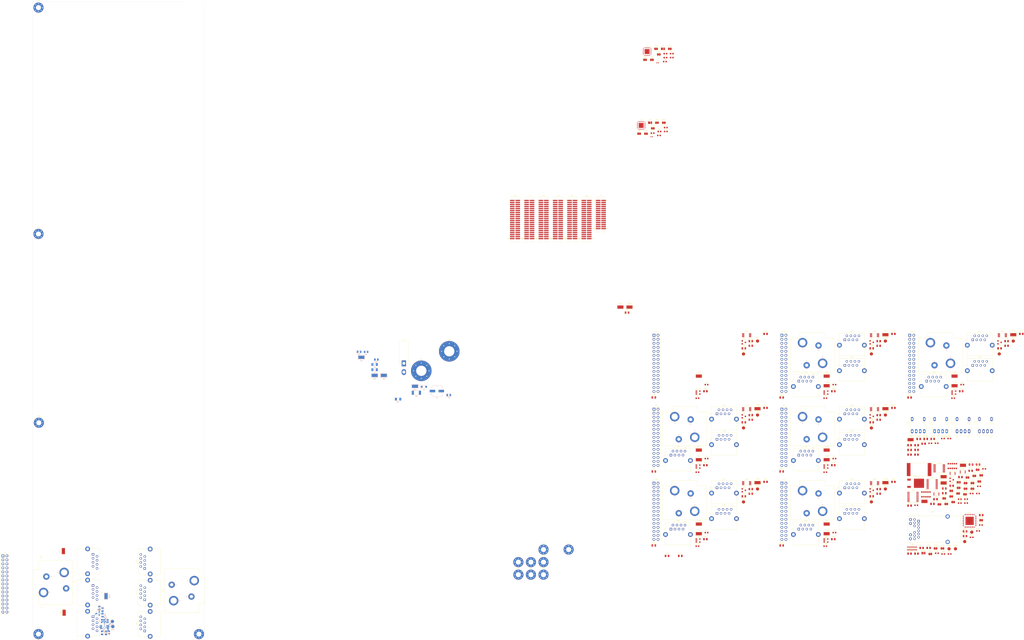
<source format=kicad_pcb>
(kicad_pcb (version 20171130) (host pcbnew "(5.1.9)-1")
  (layers (0 F.Cu signal) (31 B.Cu signal) (34 B.Paste user) (35 F.Paste user) (36 B.SilkS user) (37 F.SilkS user) (38 B.Mask user) (39 F.Mask user) (44 Edge.Cuts user))
  (net 0 "")
  (net 1 GND)
  (net 2 "Net-(D1-Pad2)")
  (net 3 "Net-(D1-Pad1)")
  (net 4 "Net-(D2-Pad2)")
  (net 5 "Net-(D3-Pad2)")
  (net 6 "Net-(D4-Pad2)")
  (net 7 "Net-(D5-Pad2)")
  (net 8 "Net-(D6-Pad2)")
  (net 9 "Net-(D7-Pad2)")
  (net 10 "Net-(D8-Pad2)")
  (net 11 "Net-(D9-Pad2)")
  (net 12 "Net-(D10-Pad2)")
  (net 13 "Net-(D11-Pad2)")
  (net 14 "Net-(F1-Pad2)")
  (net 15 +VDC)
  (net 16 GNDPWR)
  (net 17 "Net-(J1-Pad2)")
  (net 18 "Net-(U16-Pad2)")
  (net 19 "Net-(Q1-Pad1)")
  (net 20 "Net-(Q2-Pad1)")
  (net 21 "Net-(Q3-Pad1)")
  (net 22 "Net-(Q4-Pad1)")
  (net 23 "Net-(Q5-Pad1)")
  (net 24 "Net-(Q6-Pad1)")
  (net 25 "Net-(Q7-Pad1)")
  (net 26 "Net-(Q8-Pad1)")
  (net 27 "Net-(R66-Pad1)")
  (net 28 +2.5V)
  (net 29 +3V3)
  (net 30 VD)
  (net 31 "Net-(J2-Pad1)")
  (net 32 "Net-(J2-Pad2)")
  (net 33 "Net-(J2-Pad3)")
  (net 34 "Net-(J2-Pad4)")
  (net 35 "Net-(J2-Pad7)")
  (net 36 "Net-(J2-Pad8)")
  (net 37 "Net-(J2-Pad11)")
  (net 38 "Net-(J2-Pad12)")
  (net 39 "Net-(J2-Pad13)")
  (net 40 "Net-(J2-Pad14)")
  (net 41 "Net-(J2-Pad15)")
  (net 42 "Net-(J2-Pad16)")
  (net 43 "Net-(J2-Pad17)")
  (net 44 "Net-(J2-Pad18)")
  (net 45 "Net-(J2-Pad21)")
  (net 46 "Net-(J2-Pad22)")
  (net 47 "Net-(J2-Pad23)")
  (net 48 "Net-(J2-Pad24)")
  (net 49 "Net-(J2-Pad25)")
  (net 50 "Net-(J3-Pad40)")
  (net 51 "Net-(J3-Pad39)")
  (net 52 "Net-(J3-Pad32)")
  (net 53 "Net-(J3-Pad31)")
  (net 54 "Net-(J3-Pad30)")
  (net 55 "Net-(J3-Pad29)")
  (net 56 "Net-(J3-Pad26)")
  (net 57 "Net-(J3-Pad25)")
  (net 58 "Net-(J3-Pad24)")
  (net 59 "Net-(J3-Pad23)")
  (net 60 "Net-(J3-Pad4)")
  (net 61 "Net-(J3-Pad2)")
  (net 62 "Net-(J3-Pad1)")
  (net 63 /SDA0)
  (net 64 /~ADC_CS-0)
  (net 65 "/Amp board 0 interface/~Shutdown")
  (net 66 /~ADC_CS+0)
  (net 67 /ADC_MOSI+0)
  (net 68 /ADC_MOSI-0)
  (net 69 /SCL0)
  (net 70 /ADC_MISO-0)
  (net 71 /ADC_MISO+0)
  (net 72 /SCKO+0)
  (net 73 /SCKO-0)
  (net 74 /DAC_MISO+0)
  (net 75 /DAC_MISO-0)
  (net 76 /DAC_MOSI-0)
  (net 77 /DAC_MOSI+0)
  (net 78 /SCKI-0)
  (net 79 /SCKI+0)
  (net 80 /~DAC_CS-0)
  (net 81 /~DAC_CS+0)
  (net 82 /~LDAC+0)
  (net 83 /~LDAC-0)
  (net 84 "Net-(J6-Pad6)")
  (net 85 "Net-(J6-Pad3)")
  (net 86 /SDA1)
  (net 87 /~ADC_CS-1)
  (net 88 "/Amp board 1 interface/~Shutdown")
  (net 89 /~ADC_CS+1)
  (net 90 /ADC_MOSI+1)
  (net 91 /ADC_MOSI-1)
  (net 92 /SCL1)
  (net 93 /ADC_MISO-1)
  (net 94 /ADC_MISO+1)
  (net 95 /SCKO+1)
  (net 96 /SCKO-1)
  (net 97 /DAC_MISO+1)
  (net 98 /DAC_MISO-1)
  (net 99 /DAC_MOSI-1)
  (net 100 /DAC_MOSI+1)
  (net 101 /SCKI-1)
  (net 102 /SCKI+1)
  (net 103 /~DAC_CS-1)
  (net 104 /~DAC_CS+1)
  (net 105 /~LDAC+1)
  (net 106 /~LDAC-1)
  (net 107 /SDA2)
  (net 108 /~ADC_CS-2)
  (net 109 "/Amp board 2 interface/~Shutdown")
  (net 110 /~ADC_CS+2)
  (net 111 /ADC_MOSI+2)
  (net 112 /ADC_MOSI-2)
  (net 113 /SCL2)
  (net 114 /ADC_MISO-2)
  (net 115 /ADC_MISO+2)
  (net 116 /SCKO+2)
  (net 117 /SCKO-2)
  (net 118 /DAC_MISO+2)
  (net 119 /DAC_MISO-2)
  (net 120 /DAC_MOSI-2)
  (net 121 /DAC_MOSI+2)
  (net 122 /SCKI-2)
  (net 123 /SCKI+2)
  (net 124 /~DAC_CS-2)
  (net 125 /~DAC_CS+2)
  (net 126 /~LDAC+2)
  (net 127 /~LDAC-2)
  (net 128 /SDA3)
  (net 129 /~ADC_CS-3)
  (net 130 "/Amp board 3 interface/~Shutdown")
  (net 131 /~ADC_CS+3)
  (net 132 /ADC_MOSI+3)
  (net 133 /ADC_MOSI-3)
  (net 134 /SCL3)
  (net 135 /ADC_MISO-3)
  (net 136 /ADC_MISO+3)
  (net 137 /SCKO+3)
  (net 138 /SCKO-3)
  (net 139 /DAC_MISO+3)
  (net 140 /DAC_MISO-3)
  (net 141 /DAC_MOSI-3)
  (net 142 /DAC_MOSI+3)
  (net 143 /SCKI-3)
  (net 144 /SCKI+3)
  (net 145 /~DAC_CS-3)
  (net 146 /~DAC_CS+3)
  (net 147 /~LDAC+3)
  (net 148 /~LDAC-3)
  (net 149 /SDA4)
  (net 150 /~ADC_CS-4)
  (net 151 "/Amp board 4 interface/~Shutdown")
  (net 152 /~ADC_CS+4)
  (net 153 /ADC_MOSI+4)
  (net 154 /ADC_MOSI-4)
  (net 155 /SCL4)
  (net 156 /ADC_MISO-4)
  (net 157 /ADC_MISO+4)
  (net 158 /SCKO+4)
  (net 159 /SCKO-4)
  (net 160 /DAC_MISO+4)
  (net 161 /DAC_MISO-4)
  (net 162 /DAC_MOSI-4)
  (net 163 /DAC_MOSI+4)
  (net 164 /SCKI-4)
  (net 165 /SCKI+4)
  (net 166 /~DAC_CS-4)
  (net 167 /~DAC_CS+4)
  (net 168 /~LDAC+4)
  (net 169 /~LDAC-4)
  (net 170 /SDA5)
  (net 171 /~ADC_CS-5)
  (net 172 "/Amp board 5 interface/~Shutdown")
  (net 173 /~ADC_CS+5)
  (net 174 /ADC_MOSI+5)
  (net 175 /ADC_MOSI-5)
  (net 176 /SCL5)
  (net 177 /ADC_MISO-5)
  (net 178 /ADC_MISO+5)
  (net 179 /SCKO+5)
  (net 180 /SCKO-5)
  (net 181 /DAC_MISO+5)
  (net 182 /DAC_MISO-5)
  (net 183 /DAC_MOSI-5)
  (net 184 /DAC_MOSI+5)
  (net 185 /SCKI-5)
  (net 186 /SCKI+5)
  (net 187 /~DAC_CS-5)
  (net 188 /~DAC_CS+5)
  (net 189 /~LDAC+5)
  (net 190 /~LDAC-5)
  (net 191 /SDA6)
  (net 192 /~ADC_CS-6)
  (net 193 "/Amp board 6 interface/~Shutdown")
  (net 194 /~ADC_CS+6)
  (net 195 /ADC_MOSI+6)
  (net 196 /ADC_MOSI-6)
  (net 197 /SCL6)
  (net 198 /ADC_MISO-6)
  (net 199 /ADC_MISO+6)
  (net 200 /SCKO+6)
  (net 201 /SCKO-6)
  (net 202 /DAC_MISO+6)
  (net 203 /DAC_MISO-6)
  (net 204 /DAC_MOSI-6)
  (net 205 /DAC_MOSI+6)
  (net 206 /SCKI-6)
  (net 207 /SCKI+6)
  (net 208 /~DAC_CS-6)
  (net 209 /~DAC_CS+6)
  (net 210 /~LDAC+6)
  (net 211 /~LDAC-6)
  (net 212 /SDA7)
  (net 213 /~ADC_CS-7)
  (net 214 "/Amp board 7 interface/~Shutdown")
  (net 215 /~ADC_CS+7)
  (net 216 /ADC_MOSI+7)
  (net 217 /ADC_MOSI-7)
  (net 218 /SCL7)
  (net 219 /ADC_MISO-7)
  (net 220 /ADC_MISO+7)
  (net 221 /SCKO+7)
  (net 222 /SCKO-7)
  (net 223 /DAC_MISO+7)
  (net 224 /DAC_MISO-7)
  (net 225 /DAC_MOSI-7)
  (net 226 /DAC_MOSI+7)
  (net 227 /SCKI-7)
  (net 228 /SCKI+7)
  (net 229 /~DAC_CS-7)
  (net 230 /~DAC_CS+7)
  (net 231 /~LDAC+7)
  (net 232 /~LDAC-7)
  (net 233 "Net-(JA1-Pad40)")
  (net 234 "Net-(JA1-Pad39)")
  (net 235 "Net-(JA1-Pad2)")
  (net 236 "Net-(JA1-Pad1)")
  (net 237 "Net-(JA2-Pad40)")
  (net 238 "Net-(JA2-Pad39)")
  (net 239 "Net-(JA2-Pad2)")
  (net 240 "Net-(JA2-Pad1)")
  (net 241 "Net-(JB1-Pad40)")
  (net 242 "Net-(JB1-Pad39)")
  (net 243 "Net-(JB1-Pad2)")
  (net 244 "Net-(JB1-Pad1)")
  (net 245 "Net-(JB2-Pad40)")
  (net 246 "Net-(JB2-Pad39)")
  (net 247 "Net-(JB2-Pad2)")
  (net 248 "Net-(JB2-Pad1)")
  (net 249 "Net-(JC1-Pad40)")
  (net 250 "Net-(JC1-Pad39)")
  (net 251 "Net-(JC1-Pad2)")
  (net 252 "Net-(JC1-Pad1)")
  (net 253 "Net-(JP1-Pad2)")
  (net 254 "Net-(JP3-Pad2)")
  (net 255 "Net-(JP4-Pad2)")
  (net 256 "Net-(JP5-Pad2)")
  (net 257 "Net-(JP6-Pad2)")
  (net 258 "Net-(JP7-Pad2)")
  (net 259 "Net-(JP9-Pad2)")
  (net 260 "Net-(JP10-Pad2)")
  (net 261 "Net-(JP11-Pad2)")
  (net 262 "Net-(JP12-Pad2)")
  (net 263 "/FPGA Board, Signal Distribution/SCKI+")
  (net 264 "/FPGA Board, Signal Distribution/SCKI-")
  (net 265 "/FPGA Board, Signal Distribution/~LDAC+")
  (net 266 "/FPGA Board, Signal Distribution/~LDAC-")
  (net 267 /Shutdown_Force)
  (net 268 /Shutdown_Sense1)
  (net 269 /Shutdown_Sense2)
  (net 270 /Shutdown_Sense0)
  (net 271 /Shutdown_Sense3)
  (net 272 /Shutdown_Sense4)
  (net 273 /Shutdown_Sense5)
  (net 274 /Shutdown_Sense6)
  (net 275 /Shutdown_Sense7)
  (net 276 "Net-(U1-Pad4)")
  (net 277 "Net-(U2-Pad1)")
  (net 278 "Net-(U2-Pad30)")
  (net 279 "Net-(U3-Pad1)")
  (net 280 "/FPGA Board, Signal Distribution/LDAC+0")
  (net 281 "/FPGA Board, Signal Distribution/LDAC-0")
  (net 282 "/FPGA Board, Signal Distribution/LDAC+1")
  (net 283 "/FPGA Board, Signal Distribution/LDAC-1")
  (net 284 "/FPGA Board, Signal Distribution/LDAC+2")
  (net 285 "/FPGA Board, Signal Distribution/LDAC-2")
  (net 286 "/FPGA Board, Signal Distribution/LDAC+3")
  (net 287 "/FPGA Board, Signal Distribution/LDAC-3")
  (net 288 "/FPGA Board, Signal Distribution/LDAC+4")
  (net 289 "/FPGA Board, Signal Distribution/LDAC-4")
  (net 290 "/FPGA Board, Signal Distribution/LDAC+5")
  (net 291 "/FPGA Board, Signal Distribution/LDAC-5")
  (net 292 "/FPGA Board, Signal Distribution/LDAC+6")
  (net 293 "/FPGA Board, Signal Distribution/LDAC-6")
  (net 294 "/FPGA Board, Signal Distribution/LDAC+7")
  (net 295 "/FPGA Board, Signal Distribution/LDAC-7")
  (net 296 "Net-(U3-Pad30)")
  (net 297 "Net-(U12-Pad4)")
  (net 298 "Net-(U13-Pad2)")
  (net 299 "Net-(U14-Pad4)")
  (net 300 "Net-(U15-Pad2)")
  (net 301 "Net-(U17-Pad4)")
  (net 302 "Net-(U18-Pad2)")
  (net 303 "Net-(C16-Pad2)")
  (net 304 "Net-(C17-Pad2)")
  (net 305 "Net-(C10-Pad1)")
  (net 306 "Net-(C19-Pad2)")
  (net 307 "Net-(C22-Pad1)")
  (net 308 "Net-(C23-Pad1)")
  (net 309 +1.8V)
  (net 310 "Net-(C34-Pad2)")
  (net 311 "/FPGA Board, Signal Distribution/FPGA_Vin")
  (net 312 "Net-(C61-Pad1)")
  (net 313 "Net-(C62-Pad1)")
  (net 314 "Net-(C63-Pad1)")
  (net 315 "Net-(C64-Pad1)")
  (net 316 "Net-(C65-Pad1)")
  (net 317 "Net-(C66-Pad1)")
  (net 318 "Net-(D12-Pad2)")
  (net 319 "Net-(D13-Pad2)")
  (net 320 "/Ethernet interface/Fastlink_Fail_LED")
  (net 321 "/FPGA Board, Signal Distribution/~FPGA_Rst_1.8")
  (net 322 "/FPGA Board, Signal Distribution/SCL")
  (net 323 "/FPGA Board, Signal Distribution/UART_Rx_FPGA_1.8")
  (net 324 "/FPGA Board, Signal Distribution/SDA")
  (net 325 "/FPGA Board, Signal Distribution/UART_Tx_FPGA_1.8")
  (net 326 "/Ethernet interface/RGMII_RXD3")
  (net 327 "/Ethernet interface/RGMII_RXD2")
  (net 328 "/Ethernet interface/RGMII_RX_CTL")
  (net 329 "/Ethernet interface/RGMII_RXD1")
  (net 330 "/Ethernet interface/RGMII_RX_CLK")
  (net 331 "/Ethernet interface/RGMII_TX_CTL")
  (net 332 "/Ethernet interface/RGMII_RXD0")
  (net 333 "/Ethernet interface/RGMII_TXD3")
  (net 334 "/Ethernet interface/RGMII_TXD1")
  (net 335 "/Ethernet interface/RGMII_TXD0")
  (net 336 "/Ethernet interface/RGMII_TXD2")
  (net 337 "/Ethernet interface/RGMII_GTX_CLK")
  (net 338 "/FPGA Board, Signal Distribution/UART_Rx_FPGA")
  (net 339 "Net-(J9-Pad4)")
  (net 340 "/FPGA Board, Signal Distribution/Trigger")
  (net 341 "Net-(J10-Pad4)")
  (net 342 "/FPGA Board, Signal Distribution/10Mhz")
  (net 343 "Net-(J11-Pad4)")
  (net 344 "Net-(J12-Pad2)")
  (net 345 "/FPGA Board, Signal Distribution/UART_Tx_FPGA")
  (net 346 "Net-(J15-Pad6)")
  (net 347 "Net-(J15-Pad3)")
  (net 348 "Net-(J20-Pad6)")
  (net 349 "Net-(J20-Pad3)")
  (net 350 "Net-(J25-Pad6)")
  (net 351 "Net-(J25-Pad3)")
  (net 352 "Net-(J30-Pad6)")
  (net 353 "Net-(J30-Pad3)")
  (net 354 "Net-(J35-Pad6)")
  (net 355 "Net-(J35-Pad3)")
  (net 356 "Net-(J40-Pad6)")
  (net 357 "Net-(J40-Pad3)")
  (net 358 "Net-(J45-Pad6)")
  (net 359 "Net-(J45-Pad3)")
  (net 360 "Net-(J48-Pad2)")
  (net 361 "Net-(J48-Pad3)")
  (net 362 "Net-(J48-Pad4)")
  (net 363 "Net-(J48-Pad5)")
  (net 364 "Net-(J48-Pad8)")
  (net 365 "Net-(J48-Pad9)")
  (net 366 "Net-(J48-Pad10)")
  (net 367 "Net-(J48-Pad11)")
  (net 368 "Net-(J48-Pad13)")
  (net 369 "Net-(J48-Pad15)")
  (net 370 "/FPGA Board, Signal Distribution/~DAC_CS-7")
  (net 371 "/FPGA Board, Signal Distribution/~DAC_CS+7")
  (net 372 "/Ethernet interface/Eth_Clk")
  (net 373 "/FPGA Board, Signal Distribution/~DAC_CS+5")
  (net 374 "/FPGA Board, Signal Distribution/~DAC_CS-5")
  (net 375 /~Shutdown_Reset)
  (net 376 "/FPGA Board, Signal Distribution/~DAC_CS-6")
  (net 377 "/FPGA Board, Signal Distribution/~DAC_CS+6")
  (net 378 "/FPGA Board, Signal Distribution/~DAC_CS-4")
  (net 379 "/FPGA Board, Signal Distribution/~DAC_CS+4")
  (net 380 "/FPGA Board, Signal Distribution/Shutdown_Sense")
  (net 381 "/FPGA Board, Signal Distribution/~DAC_CS+3")
  (net 382 "/FPGA Board, Signal Distribution/~DAC_CS-3")
  (net 383 "/FPGA Board, Signal Distribution/~DAC_CS+1")
  (net 384 "/FPGA Board, Signal Distribution/~DAC_CS-1")
  (net 385 "/FPGA Board, Signal Distribution/Shutdown_Sense_Sel1")
  (net 386 "/FPGA Board, Signal Distribution/10Mhz_2.5")
  (net 387 "/FPGA Board, Signal Distribution/Trigger_2.5")
  (net 388 "/FPGA Board, Signal Distribution/~DAC_CS-0")
  (net 389 "/FPGA Board, Signal Distribution/~DAC_CS+0")
  (net 390 "/FPGA Board, Signal Distribution/Shutdown_Sense_Sel0")
  (net 391 "/FPGA Board, Signal Distribution/~DAC_CS+2")
  (net 392 "/FPGA Board, Signal Distribution/~DAC_CS-2")
  (net 393 "/FPGA Board, Signal Distribution/Shutdown_Sense_Sel2")
  (net 394 "Net-(JP13-Pad2)")
  (net 395 "Net-(JP14-Pad2)")
  (net 396 "Net-(JP15-Pad2)")
  (net 397 "Net-(JP17-Pad1)")
  (net 398 "Net-(JP18-Pad1)")
  (net 399 "Net-(JP19-Pad1)")
  (net 400 "Net-(JP20-Pad1)")
  (net 401 "Net-(JP21-Pad2)")
  (net 402 "Net-(JP22-Pad2)")
  (net 403 "Net-(JP23-Pad2)")
  (net 404 "Net-(JP25-Pad1)")
  (net 405 "Net-(JP26-Pad1)")
  (net 406 "Net-(JP27-Pad1)")
  (net 407 "Net-(JP28-Pad1)")
  (net 408 "Net-(JP29-Pad2)")
  (net 409 "Net-(JP30-Pad2)")
  (net 410 "Net-(JP32-Pad2)")
  (net 411 "Net-(JP33-Pad1)")
  (net 412 "Net-(JP34-Pad2)")
  (net 413 "Net-(JP35-Pad2)")
  (net 414 "Net-(JP36-Pad2)")
  (net 415 "Net-(L1-Pad1)")
  (net 416 "Net-(R21-Pad1)")
  (net 417 "Net-(R25-Pad1)")
  (net 418 "Net-(R29-Pad1)")
  (net 419 "Net-(R33-Pad1)")
  (net 420 "Net-(R37-Pad1)")
  (net 421 "Net-(R41-Pad1)")
  (net 422 "Net-(R45-Pad1)")
  (net 423 "/Ethernet interface/LED0")
  (net 424 "Net-(R48-Pad1)")
  (net 425 "/Ethernet interface/LED1")
  (net 426 "Net-(R51-Pad2)")
  (net 427 "Net-(RN3-Pad16)")
  (net 428 "Net-(RN3-Pad15)")
  (net 429 "Net-(RN3-Pad8)")
  (net 430 "Net-(RN3-Pad7)")
  (net 431 "Net-(RN3-Pad6)")
  (net 432 "Net-(RN3-Pad5)")
  (net 433 "Net-(RN3-Pad4)")
  (net 434 "Net-(RN3-Pad3)")
  (net 435 "Net-(RN3-Pad2)")
  (net 436 "Net-(RN3-Pad1)")
  (net 437 "Net-(TP50-Pad1)")
  (net 438 "Net-(TP51-Pad1)")
  (net 439 "Net-(TP52-Pad1)")
  (net 440 "Net-(TP53-Pad1)")
  (net 441 "Net-(U4-Pad17)")
  (net 442 "Net-(U5-Pad17)")
  (net 443 "Net-(U6-Pad6)")
  (net 444 "/Ethernet interface/~FPGA_Rst")
  (net 445 "Net-(U10-Pad6)")
  (net 446 "Net-(U19-Pad4)")
  (net 447 "Net-(U20-Pad2)")
  (net 448 "Net-(U21-Pad4)")
  (net 449 "Net-(U22-Pad2)")
  (net 450 "Net-(U23-Pad4)")
  (net 451 "Net-(U24-Pad2)")
  (net 452 "Net-(U25-Pad4)")
  (net 453 "Net-(U26-Pad2)")
  (net 454 "Net-(U27-Pad68)")
  (net 455 "Net-(U27-Pad66)")
  (net 456 "Net-(U27-Pad65)")
  (net 457 "Net-(U27-Pad64)")
  (net 458 "Net-(U27-Pad53)")
  (net 459 "Net-(U27-Pad51)")
  (net 460 "Net-(U27-Pad47)")
  (net 461 "Net-(U27-Pad46)")
  (net 462 "Net-(U27-Pad45)")
  (net 463 "Net-(U27-Pad43)")
  (net 464 "Net-(U27-Pad36)")
  (net 465 "Net-(U27-Pad35)")
  (net 466 "Net-(U27-Pad17)")
  (net 467 "Net-(U27-Pad31)")
  (net 468 "Net-(U27-Pad24)")
  (net 469 "Net-(U27-Pad23)")
  (net 470 "Net-(U27-Pad21)")
  (net 471 "Net-(U27-Pad20)")
  (net 472 "Net-(U27-Pad19)")
  (net 473 "Net-(U27-Pad18)")
  (net 474 "Net-(U27-Pad14)")
  (net 475 "Net-(U27-Pad11)")
  (net 476 "Net-(U27-Pad8)")
  (net 477 "Net-(U27-Pad5)")
  (net 478 "Net-(U27-Pad2)")
  (module Martinos:Snickerdoodle (layer F.Cu) (at 105.75 353 90)
    (fp_text reference U28 hide)
    (fp_text value Snickerdoodle)
    (pad "" np_thru_hole circle (at 40.64 -1.27 90) (size 3.175 3.175) (drill 3.175) (layers *.Cu *.Mask))
  )
  (module Package_DFN_QFN:QFN-68-1EP_8x8mm_P0.4mm_EP5.2x5.2mm (layer F.Cu) (at 621.63 342.58)
    (fp_text reference U27 (at 0 -5.3) (layer F.SilkS) (effects (font (size 0.7 0.7) (thickness 0.12))))
    (fp_text value VSC8541XMV-0x)
    (pad 69 smd rect (at 0 0) (size 5.2 5.2) (layers F.Cu F.Mask) (net 1 GND))
    (pad 68 smd roundrect (at -3.2 -3.9375) (size 0.2 0.825) (layers F.Cu F.Paste F.Mask) (net 454 "Net-(U27-Pad68)"))
    (pad 67 smd roundrect (at -2.8 -3.9375) (size 0.2 0.825) (layers F.Cu F.Paste F.Mask) (net 312 "Net-(C61-Pad1)"))
    (pad 66 smd roundrect (at -2.4 -3.9375) (size 0.2 0.825) (layers F.Cu F.Paste F.Mask) (net 455 "Net-(U27-Pad66)"))
    (pad 65 smd roundrect (at -2 -3.9375) (size 0.2 0.825) (layers F.Cu F.Paste F.Mask) (net 456 "Net-(U27-Pad65)"))
    (pad 64 smd roundrect (at -1.6 -3.9375) (size 0.2 0.825) (layers F.Cu F.Paste F.Mask) (net 457 "Net-(U27-Pad64)"))
    (pad 63 smd roundrect (at -1.2 -3.9375) (size 0.2 0.825) (layers F.Cu F.Paste F.Mask) (net 372 "/Ethernet interface/Eth_Clk"))
    (pad 62 smd roundrect (at -0.8 -3.9375) (size 0.2 0.825) (layers F.Cu F.Paste F.Mask) (net 411 "Net-(JP33-Pad1)"))
    (pad 61 smd roundrect (at -0.4 -3.9375) (size 0.2 0.825) (layers F.Cu F.Paste F.Mask) (net 410 "Net-(JP32-Pad2)"))
    (pad 60 smd roundrect (at 0 -3.9375) (size 0.2 0.825) (layers F.Cu F.Paste F.Mask) (net 423 "/Ethernet interface/LED0"))
    (pad 59 smd roundrect (at 0.4 -3.9375) (size 0.2 0.825) (layers F.Cu F.Paste F.Mask) (net 425 "/Ethernet interface/LED1"))
    (pad 58 smd roundrect (at 0.8 -3.9375) (size 0.2 0.825) (layers F.Cu F.Paste F.Mask) (net 29 +3V3))
    (pad 57 smd roundrect (at 1.2 -3.9375) (size 0.2 0.825) (layers F.Cu F.Paste F.Mask) (net 414 "Net-(JP36-Pad2)"))
    (pad 56 smd roundrect (at 1.6 -3.9375) (size 0.2 0.825) (layers F.Cu F.Paste F.Mask) (net 412 "Net-(JP34-Pad2)"))
    (pad 55 smd roundrect (at 2 -3.9375) (size 0.2 0.825) (layers F.Cu F.Paste F.Mask) (net 439 "Net-(TP52-Pad1)"))
    (pad 54 smd roundrect (at 2.4 -3.9375) (size 0.2 0.825) (layers F.Cu F.Paste F.Mask) (net 440 "Net-(TP53-Pad1)"))
    (pad 53 smd roundrect (at 2.8 -3.9375) (size 0.2 0.825) (layers F.Cu F.Paste F.Mask) (net 458 "Net-(U27-Pad53)"))
    (pad 52 smd roundrect (at 3.2 -3.9375) (size 0.2 0.825) (layers F.Cu F.Paste F.Mask) (net 320 "/Ethernet interface/Fastlink_Fail_LED"))
    (pad 51 smd roundrect (at 3.9375 -3.2) (size 0.825 0.2) (layers F.Cu F.Paste F.Mask) (net 459 "Net-(U27-Pad51)"))
    (pad 50 smd roundrect (at 3.9375 -2.8) (size 0.825 0.2) (layers F.Cu F.Paste F.Mask) (net 426 "Net-(R51-Pad2)"))
    (pad 49 smd roundrect (at 3.9375 -2.4) (size 0.825 0.2) (layers F.Cu F.Paste F.Mask) (net 309 +1.8V))
    (pad 48 smd roundrect (at 3.9375 -2) (size 0.825 0.2) (layers F.Cu F.Paste F.Mask) (net 413 "Net-(JP35-Pad2)"))
    (pad 47 smd roundrect (at 3.9375 -1.6) (size 0.825 0.2) (layers F.Cu F.Paste F.Mask) (net 460 "Net-(U27-Pad47)"))
    (pad 46 smd roundrect (at 3.9375 -1.2) (size 0.825 0.2) (layers F.Cu F.Paste F.Mask) (net 461 "Net-(U27-Pad46)"))
    (pad 45 smd roundrect (at 3.9375 -0.8) (size 0.825 0.2) (layers F.Cu F.Paste F.Mask) (net 462 "Net-(U27-Pad45)"))
    (pad 44 smd roundrect (at 3.9375 -0.4) (size 0.825 0.2) (layers F.Cu F.Paste F.Mask) (net 309 +1.8V))
    (pad 43 smd roundrect (at 3.9375 0) (size 0.825 0.2) (layers F.Cu F.Paste F.Mask) (net 463 "Net-(U27-Pad43)"))
    (pad 42 smd roundrect (at 3.9375 0.4) (size 0.825 0.2) (layers F.Cu F.Paste F.Mask) (net 333 "/Ethernet interface/RGMII_TXD3"))
    (pad 41 smd roundrect (at 3.9375 0.8) (size 0.825 0.2) (layers F.Cu F.Paste F.Mask) (net 336 "/Ethernet interface/RGMII_TXD2"))
    (pad 40 smd roundrect (at 3.9375 1.2) (size 0.825 0.2) (layers F.Cu F.Paste F.Mask) (net 334 "/Ethernet interface/RGMII_TXD1"))
    (pad 39 smd roundrect (at 3.9375 1.6) (size 0.825 0.2) (layers F.Cu F.Paste F.Mask) (net 309 +1.8V))
    (pad 38 smd roundrect (at 3.9375 2) (size 0.825 0.2) (layers F.Cu F.Paste F.Mask) (net 335 "/Ethernet interface/RGMII_TXD0"))
    (pad 37 smd roundrect (at 3.9375 2.4) (size 0.825 0.2) (layers F.Cu F.Paste F.Mask) (net 337 "/Ethernet interface/RGMII_GTX_CLK"))
    (pad 36 smd roundrect (at 3.9375 2.8) (size 0.825 0.2) (layers F.Cu F.Paste F.Mask) (net 464 "Net-(U27-Pad36)"))
    (pad 35 smd roundrect (at 3.9375 3.2) (size 0.825 0.2) (layers F.Cu F.Paste F.Mask) (net 465 "Net-(U27-Pad35)"))
    (pad 34 smd roundrect (at 3.2 3.9375) (size 0.2 0.825) (layers F.Cu F.Paste F.Mask) (net 466 "Net-(U27-Pad17)"))
    (pad 33 smd roundrect (at 2.8 3.9375) (size 0.2 0.825) (layers F.Cu F.Paste F.Mask) (net 331 "/Ethernet interface/RGMII_TX_CTL"))
    (pad 32 smd roundrect (at 2.4 3.9375) (size 0.2 0.825) (layers F.Cu F.Paste F.Mask) (net 434 "Net-(RN3-Pad3)"))
    (pad 31 smd roundrect (at 2 3.9375) (size 0.2 0.825) (layers F.Cu F.Paste F.Mask) (net 467 "Net-(U27-Pad31)"))
    (pad 30 smd roundrect (at 1.6 3.9375) (size 0.2 0.825) (layers F.Cu F.Paste F.Mask) (net 433 "Net-(RN3-Pad4)"))
    (pad 29 smd roundrect (at 1.2 3.9375) (size 0.2 0.825) (layers F.Cu F.Paste F.Mask) (net 432 "Net-(RN3-Pad5)"))
    (pad 28 smd roundrect (at 0.8 3.9375) (size 0.2 0.825) (layers F.Cu F.Paste F.Mask) (net 309 +1.8V))
    (pad 27 smd roundrect (at 0.4 3.9375) (size 0.2 0.825) (layers F.Cu F.Paste F.Mask) (net 431 "Net-(RN3-Pad6)"))
    (pad 26 smd roundrect (at 0 3.9375) (size 0.2 0.825) (layers F.Cu F.Paste F.Mask) (net 430 "Net-(RN3-Pad7)"))
    (pad 25 smd roundrect (at -0.4 3.9375) (size 0.2 0.825) (layers F.Cu F.Paste F.Mask) (net 429 "Net-(RN3-Pad8)"))
    (pad 24 smd roundrect (at -0.8 3.9375) (size 0.2 0.825) (layers F.Cu F.Paste F.Mask) (net 468 "Net-(U27-Pad24)"))
    (pad 23 smd roundrect (at -1.2 3.9375) (size 0.2 0.825) (layers F.Cu F.Paste F.Mask) (net 469 "Net-(U27-Pad23)"))
    (pad 22 smd roundrect (at -1.6 3.9375) (size 0.2 0.825) (layers F.Cu F.Paste F.Mask) (net 309 +1.8V))
    (pad 21 smd roundrect (at -2 3.9375) (size 0.2 0.825) (layers F.Cu F.Paste F.Mask) (net 470 "Net-(U27-Pad21)"))
    (pad 20 smd roundrect (at -2.4 3.9375) (size 0.2 0.825) (layers F.Cu F.Paste F.Mask) (net 471 "Net-(U27-Pad20)"))
    (pad 19 smd roundrect (at -2.8 3.9375) (size 0.2 0.825) (layers F.Cu F.Paste F.Mask) (net 472 "Net-(U27-Pad19)"))
    (pad 18 smd roundrect (at -3.2 3.9375) (size 0.2 0.825) (layers F.Cu F.Paste F.Mask) (net 473 "Net-(U27-Pad18)"))
    (pad 17 smd roundrect (at -3.9375 3.2) (size 0.825 0.2) (layers F.Cu F.Paste F.Mask) (net 466 "Net-(U27-Pad17)"))
    (pad 16 smd roundrect (at -3.9375 2.8) (size 0.825 0.2) (layers F.Cu F.Paste F.Mask) (net 438 "Net-(TP51-Pad1)"))
    (pad 15 smd roundrect (at -3.9375 2.4) (size 0.825 0.2) (layers F.Cu F.Paste F.Mask) (net 437 "Net-(TP50-Pad1)"))
    (pad 14 smd roundrect (at -3.9375 2) (size 0.825 0.2) (layers F.Cu F.Paste F.Mask) (net 474 "Net-(U27-Pad14)"))
    (pad 13 smd roundrect (at -3.9375 1.6) (size 0.825 0.2) (layers F.Cu F.Paste F.Mask) (net 367 "Net-(J48-Pad11)"))
    (pad 12 smd roundrect (at -3.9375 1.2) (size 0.825 0.2) (layers F.Cu F.Paste F.Mask) (net 366 "Net-(J48-Pad10)"))
    (pad 11 smd roundrect (at -3.9375 0.8) (size 0.825 0.2) (layers F.Cu F.Paste F.Mask) (net 475 "Net-(U27-Pad11)"))
    (pad 10 smd roundrect (at -3.9375 0.4) (size 0.825 0.2) (layers F.Cu F.Paste F.Mask) (net 362 "Net-(J48-Pad4)"))
    (pad 9 smd roundrect (at -3.9375 0) (size 0.825 0.2) (layers F.Cu F.Paste F.Mask) (net 363 "Net-(J48-Pad5)"))
    (pad 8 smd roundrect (at -3.9375 -0.4) (size 0.825 0.2) (layers F.Cu F.Paste F.Mask) (net 476 "Net-(U27-Pad8)"))
    (pad 7 smd roundrect (at -3.9375 -0.8) (size 0.825 0.2) (layers F.Cu F.Paste F.Mask) (net 361 "Net-(J48-Pad3)"))
    (pad 6 smd roundrect (at -3.9375 -1.2) (size 0.825 0.2) (layers F.Cu F.Paste F.Mask) (net 360 "Net-(J48-Pad2)"))
    (pad 5 smd roundrect (at -3.9375 -1.6) (size 0.825 0.2) (layers F.Cu F.Paste F.Mask) (net 477 "Net-(U27-Pad5)"))
    (pad 4 smd roundrect (at -3.9375 -2) (size 0.825 0.2) (layers F.Cu F.Paste F.Mask) (net 364 "Net-(J48-Pad8)"))
    (pad 3 smd roundrect (at -3.9375 -2.4) (size 0.825 0.2) (layers F.Cu F.Paste F.Mask) (net 365 "Net-(J48-Pad9)"))
    (pad 2 smd roundrect (at -3.9375 -2.8) (size 0.825 0.2) (layers F.Cu F.Paste F.Mask) (net 478 "Net-(U27-Pad2)"))
    (pad 1 smd roundrect (at -3.9375 -3.2) (size 0.825 0.2) (layers F.Cu F.Paste F.Mask) (net 424 "Net-(R48-Pad1)"))
  )
  (module Package_SO:VSSOP-8_3.0x3.0mm_P0.65mm (layer F.Cu) (at 561.49 318.71)
    (fp_text reference U26 (at 0 -2.5) (layer F.SilkS) (effects (font (size 0.7 0.7) (thickness 0.12))))
    (fp_text value 74LVC2G00)
    (pad 8 smd rect (at 2.2 -0.975 270) (size 0.45 1.45) (layers F.Cu F.Paste F.Mask) (net 28 +2.5V))
    (pad 7 smd rect (at 2.2 -0.325 270) (size 0.45 1.45) (layers F.Cu F.Paste F.Mask) (net 275 /Shutdown_Sense7))
    (pad 6 smd rect (at 2.2 0.325 270) (size 0.45 1.45) (layers F.Cu F.Paste F.Mask) (net 375 /~Shutdown_Reset))
    (pad 5 smd rect (at 2.2 0.975 270) (size 0.45 1.45) (layers F.Cu F.Paste F.Mask) (net 275 /Shutdown_Sense7))
    (pad 4 smd rect (at -2.2 0.975 270) (size 0.45 1.45) (layers F.Cu F.Paste F.Mask) (net 1 GND))
    (pad 3 smd rect (at -2.2 0.325 270) (size 0.45 1.45) (layers F.Cu F.Paste F.Mask) (net 453 "Net-(U26-Pad2)"))
    (pad 2 smd rect (at -2.2 -0.325 270) (size 0.45 1.45) (layers F.Cu F.Paste F.Mask) (net 453 "Net-(U26-Pad2)"))
    (pad 1 smd rect (at -2.2 -0.975 270) (size 0.45 1.45) (layers F.Cu F.Paste F.Mask) (net 452 "Net-(U25-Pad4)"))
  )
  (module Martinos_std:SOT-23-5 (layer F.Cu) (at 530.79 355.03)
    (fp_text reference U25 (at 0 -2.4) (layer F.SilkS) (effects (font (size 0.7 0.7) (thickness 0.12))))
    (fp_text value 74LVC1G17)
    (pad 5 smd rect (at 1.1 -0.95) (size 1.06 0.65) (layers F.Cu F.Paste F.Mask) (net 28 +2.5V))
    (pad 4 smd rect (at 1.1 0.95) (size 1.06 0.65) (layers F.Cu F.Paste F.Mask) (net 452 "Net-(U25-Pad4)"))
    (pad 3 smd rect (at -1.1 0.95) (size 1.06 0.65) (layers F.Cu F.Paste F.Mask) (net 1 GND))
    (pad 2 smd rect (at -1.1 0) (size 1.06 0.65) (layers F.Cu F.Paste F.Mask) (net 422 "Net-(R45-Pad1)"))
    (pad 1 smd rect (at -1.1 -0.95) (size 1.06 0.65) (layers F.Cu F.Paste F.Mask))
  )
  (module Package_SO:VSSOP-8_3.0x3.0mm_P0.65mm (layer F.Cu) (at 642.36 225.07)
    (fp_text reference U24 (at 0 -2.5) (layer F.SilkS) (effects (font (size 0.7 0.7) (thickness 0.12))))
    (fp_text value 74LVC2G00)
    (pad 8 smd rect (at 2.2 -0.975 270) (size 0.45 1.45) (layers F.Cu F.Paste F.Mask) (net 28 +2.5V))
    (pad 7 smd rect (at 2.2 -0.325 270) (size 0.45 1.45) (layers F.Cu F.Paste F.Mask) (net 274 /Shutdown_Sense6))
    (pad 6 smd rect (at 2.2 0.325 270) (size 0.45 1.45) (layers F.Cu F.Paste F.Mask) (net 375 /~Shutdown_Reset))
    (pad 5 smd rect (at 2.2 0.975 270) (size 0.45 1.45) (layers F.Cu F.Paste F.Mask) (net 274 /Shutdown_Sense6))
    (pad 4 smd rect (at -2.2 0.975 270) (size 0.45 1.45) (layers F.Cu F.Paste F.Mask) (net 1 GND))
    (pad 3 smd rect (at -2.2 0.325 270) (size 0.45 1.45) (layers F.Cu F.Paste F.Mask) (net 451 "Net-(U24-Pad2)"))
    (pad 2 smd rect (at -2.2 -0.325 270) (size 0.45 1.45) (layers F.Cu F.Paste F.Mask) (net 451 "Net-(U24-Pad2)"))
    (pad 1 smd rect (at -2.2 -0.975 270) (size 0.45 1.45) (layers F.Cu F.Paste F.Mask) (net 450 "Net-(U23-Pad4)"))
  )
  (module Martinos_std:SOT-23-5 (layer F.Cu) (at 611.66 261.39)
    (fp_text reference U23 (at 0 -2.4) (layer F.SilkS) (effects (font (size 0.7 0.7) (thickness 0.12))))
    (fp_text value 74LVC1G17)
    (pad 5 smd rect (at 1.1 -0.95) (size 1.06 0.65) (layers F.Cu F.Paste F.Mask) (net 28 +2.5V))
    (pad 4 smd rect (at 1.1 0.95) (size 1.06 0.65) (layers F.Cu F.Paste F.Mask) (net 450 "Net-(U23-Pad4)"))
    (pad 3 smd rect (at -1.1 0.95) (size 1.06 0.65) (layers F.Cu F.Paste F.Mask) (net 1 GND))
    (pad 2 smd rect (at -1.1 0) (size 1.06 0.65) (layers F.Cu F.Paste F.Mask) (net 421 "Net-(R41-Pad1)"))
    (pad 1 smd rect (at -1.1 -0.95) (size 1.06 0.65) (layers F.Cu F.Paste F.Mask))
  )
  (module Package_SO:VSSOP-8_3.0x3.0mm_P0.65mm (layer F.Cu) (at 561.49 271.89)
    (fp_text reference U22 (at 0 -2.5) (layer F.SilkS) (effects (font (size 0.7 0.7) (thickness 0.12))))
    (fp_text value 74LVC2G00)
    (pad 8 smd rect (at 2.2 -0.975 270) (size 0.45 1.45) (layers F.Cu F.Paste F.Mask) (net 28 +2.5V))
    (pad 7 smd rect (at 2.2 -0.325 270) (size 0.45 1.45) (layers F.Cu F.Paste F.Mask) (net 271 /Shutdown_Sense3))
    (pad 6 smd rect (at 2.2 0.325 270) (size 0.45 1.45) (layers F.Cu F.Paste F.Mask) (net 375 /~Shutdown_Reset))
    (pad 5 smd rect (at 2.2 0.975 270) (size 0.45 1.45) (layers F.Cu F.Paste F.Mask) (net 271 /Shutdown_Sense3))
    (pad 4 smd rect (at -2.2 0.975 270) (size 0.45 1.45) (layers F.Cu F.Paste F.Mask) (net 1 GND))
    (pad 3 smd rect (at -2.2 0.325 270) (size 0.45 1.45) (layers F.Cu F.Paste F.Mask) (net 449 "Net-(U22-Pad2)"))
    (pad 2 smd rect (at -2.2 -0.325 270) (size 0.45 1.45) (layers F.Cu F.Paste F.Mask) (net 449 "Net-(U22-Pad2)"))
    (pad 1 smd rect (at -2.2 -0.975 270) (size 0.45 1.45) (layers F.Cu F.Paste F.Mask) (net 448 "Net-(U21-Pad4)"))
  )
  (module Martinos_std:SOT-23-5 (layer F.Cu) (at 530.79 308.21)
    (fp_text reference U21 (at 0 -2.4) (layer F.SilkS) (effects (font (size 0.7 0.7) (thickness 0.12))))
    (fp_text value 74LVC1G17)
    (pad 5 smd rect (at 1.1 -0.95) (size 1.06 0.65) (layers F.Cu F.Paste F.Mask) (net 28 +2.5V))
    (pad 4 smd rect (at 1.1 0.95) (size 1.06 0.65) (layers F.Cu F.Paste F.Mask) (net 448 "Net-(U21-Pad4)"))
    (pad 3 smd rect (at -1.1 0.95) (size 1.06 0.65) (layers F.Cu F.Paste F.Mask) (net 1 GND))
    (pad 2 smd rect (at -1.1 0) (size 1.06 0.65) (layers F.Cu F.Paste F.Mask) (net 420 "Net-(R37-Pad1)"))
    (pad 1 smd rect (at -1.1 -0.95) (size 1.06 0.65) (layers F.Cu F.Paste F.Mask))
  )
  (module Package_SO:VSSOP-8_3.0x3.0mm_P0.65mm (layer F.Cu) (at 480.62 318.71)
    (fp_text reference U20 (at 0 -2.5) (layer F.SilkS) (effects (font (size 0.7 0.7) (thickness 0.12))))
    (fp_text value 74LVC2G00)
    (pad 8 smd rect (at 2.2 -0.975 270) (size 0.45 1.45) (layers F.Cu F.Paste F.Mask) (net 28 +2.5V))
    (pad 7 smd rect (at 2.2 -0.325 270) (size 0.45 1.45) (layers F.Cu F.Paste F.Mask) (net 272 /Shutdown_Sense4))
    (pad 6 smd rect (at 2.2 0.325 270) (size 0.45 1.45) (layers F.Cu F.Paste F.Mask) (net 375 /~Shutdown_Reset))
    (pad 5 smd rect (at 2.2 0.975 270) (size 0.45 1.45) (layers F.Cu F.Paste F.Mask) (net 272 /Shutdown_Sense4))
    (pad 4 smd rect (at -2.2 0.975 270) (size 0.45 1.45) (layers F.Cu F.Paste F.Mask) (net 1 GND))
    (pad 3 smd rect (at -2.2 0.325 270) (size 0.45 1.45) (layers F.Cu F.Paste F.Mask) (net 447 "Net-(U20-Pad2)"))
    (pad 2 smd rect (at -2.2 -0.325 270) (size 0.45 1.45) (layers F.Cu F.Paste F.Mask) (net 447 "Net-(U20-Pad2)"))
    (pad 1 smd rect (at -2.2 -0.975 270) (size 0.45 1.45) (layers F.Cu F.Paste F.Mask) (net 446 "Net-(U19-Pad4)"))
  )
  (module Martinos_std:SOT-23-5 (layer F.Cu) (at 449.92 355.03)
    (fp_text reference U19 (at 0 -2.4) (layer F.SilkS) (effects (font (size 0.7 0.7) (thickness 0.12))))
    (fp_text value 74LVC1G17)
    (pad 5 smd rect (at 1.1 -0.95) (size 1.06 0.65) (layers F.Cu F.Paste F.Mask) (net 28 +2.5V))
    (pad 4 smd rect (at 1.1 0.95) (size 1.06 0.65) (layers F.Cu F.Paste F.Mask) (net 446 "Net-(U19-Pad4)"))
    (pad 3 smd rect (at -1.1 0.95) (size 1.06 0.65) (layers F.Cu F.Paste F.Mask) (net 1 GND))
    (pad 2 smd rect (at -1.1 0) (size 1.06 0.65) (layers F.Cu F.Paste F.Mask) (net 419 "Net-(R33-Pad1)"))
    (pad 1 smd rect (at -1.1 -0.95) (size 1.06 0.65) (layers F.Cu F.Paste F.Mask))
  )
  (module Package_SO:VSSOP-8_3.0x3.0mm_P0.65mm (layer F.Cu) (at 561.49 225.07)
    (fp_text reference U18 (at 0 -2.5) (layer F.SilkS) (effects (font (size 0.7 0.7) (thickness 0.12))))
    (fp_text value 74LVC2G00)
    (pad 8 smd rect (at 2.2 -0.975 270) (size 0.45 1.45) (layers F.Cu F.Paste F.Mask) (net 28 +2.5V))
    (pad 7 smd rect (at 2.2 -0.325 270) (size 0.45 1.45) (layers F.Cu F.Paste F.Mask) (net 273 /Shutdown_Sense5))
    (pad 6 smd rect (at 2.2 0.325 270) (size 0.45 1.45) (layers F.Cu F.Paste F.Mask) (net 375 /~Shutdown_Reset))
    (pad 5 smd rect (at 2.2 0.975 270) (size 0.45 1.45) (layers F.Cu F.Paste F.Mask) (net 273 /Shutdown_Sense5))
    (pad 4 smd rect (at -2.2 0.975 270) (size 0.45 1.45) (layers F.Cu F.Paste F.Mask) (net 1 GND))
    (pad 3 smd rect (at -2.2 0.325 270) (size 0.45 1.45) (layers F.Cu F.Paste F.Mask) (net 302 "Net-(U18-Pad2)"))
    (pad 2 smd rect (at -2.2 -0.325 270) (size 0.45 1.45) (layers F.Cu F.Paste F.Mask) (net 302 "Net-(U18-Pad2)"))
    (pad 1 smd rect (at -2.2 -0.975 270) (size 0.45 1.45) (layers F.Cu F.Paste F.Mask) (net 301 "Net-(U17-Pad4)"))
  )
  (module Martinos_std:SOT-23-5 (layer F.Cu) (at 530.79 261.39)
    (fp_text reference U17 (at 0 -2.4) (layer F.SilkS) (effects (font (size 0.7 0.7) (thickness 0.12))))
    (fp_text value 74LVC1G17)
    (pad 5 smd rect (at 1.1 -0.95) (size 1.06 0.65) (layers F.Cu F.Paste F.Mask) (net 28 +2.5V))
    (pad 4 smd rect (at 1.1 0.95) (size 1.06 0.65) (layers F.Cu F.Paste F.Mask) (net 301 "Net-(U17-Pad4)"))
    (pad 3 smd rect (at -1.1 0.95) (size 1.06 0.65) (layers F.Cu F.Paste F.Mask) (net 1 GND))
    (pad 2 smd rect (at -1.1 0) (size 1.06 0.65) (layers F.Cu F.Paste F.Mask) (net 418 "Net-(R29-Pad1)"))
    (pad 1 smd rect (at -1.1 -0.95) (size 1.06 0.65) (layers F.Cu F.Paste F.Mask))
  )
  (module Package_SO:VSSOP-8_3.0x3.0mm_P0.65mm (layer F.Cu) (at 480.62 271.89)
    (fp_text reference U15 (at 0 -2.5) (layer F.SilkS) (effects (font (size 0.7 0.7) (thickness 0.12))))
    (fp_text value 74LVC2G00)
    (pad 8 smd rect (at 2.2 -0.975 270) (size 0.45 1.45) (layers F.Cu F.Paste F.Mask) (net 28 +2.5V))
    (pad 7 smd rect (at 2.2 -0.325 270) (size 0.45 1.45) (layers F.Cu F.Paste F.Mask) (net 269 /Shutdown_Sense2))
    (pad 6 smd rect (at 2.2 0.325 270) (size 0.45 1.45) (layers F.Cu F.Paste F.Mask) (net 375 /~Shutdown_Reset))
    (pad 5 smd rect (at 2.2 0.975 270) (size 0.45 1.45) (layers F.Cu F.Paste F.Mask) (net 269 /Shutdown_Sense2))
    (pad 4 smd rect (at -2.2 0.975 270) (size 0.45 1.45) (layers F.Cu F.Paste F.Mask) (net 1 GND))
    (pad 3 smd rect (at -2.2 0.325 270) (size 0.45 1.45) (layers F.Cu F.Paste F.Mask) (net 300 "Net-(U15-Pad2)"))
    (pad 2 smd rect (at -2.2 -0.325 270) (size 0.45 1.45) (layers F.Cu F.Paste F.Mask) (net 300 "Net-(U15-Pad2)"))
    (pad 1 smd rect (at -2.2 -0.975 270) (size 0.45 1.45) (layers F.Cu F.Paste F.Mask) (net 299 "Net-(U14-Pad4)"))
  )
  (module Martinos_std:SOT-23-5 (layer F.Cu) (at 449.92 308.21)
    (fp_text reference U14 (at 0 -2.4) (layer F.SilkS) (effects (font (size 0.7 0.7) (thickness 0.12))))
    (fp_text value 74LVC1G17)
    (pad 5 smd rect (at 1.1 -0.95) (size 1.06 0.65) (layers F.Cu F.Paste F.Mask) (net 28 +2.5V))
    (pad 4 smd rect (at 1.1 0.95) (size 1.06 0.65) (layers F.Cu F.Paste F.Mask) (net 299 "Net-(U14-Pad4)"))
    (pad 3 smd rect (at -1.1 0.95) (size 1.06 0.65) (layers F.Cu F.Paste F.Mask) (net 1 GND))
    (pad 2 smd rect (at -1.1 0) (size 1.06 0.65) (layers F.Cu F.Paste F.Mask) (net 417 "Net-(R25-Pad1)"))
    (pad 1 smd rect (at -1.1 -0.95) (size 1.06 0.65) (layers F.Cu F.Paste F.Mask))
  )
  (module Package_SO:VSSOP-8_3.0x3.0mm_P0.65mm (layer F.Cu) (at 480.62 225.07)
    (fp_text reference U13 (at 0 -2.5) (layer F.SilkS) (effects (font (size 0.7 0.7) (thickness 0.12))))
    (fp_text value 74LVC2G00)
    (pad 8 smd rect (at 2.2 -0.975 270) (size 0.45 1.45) (layers F.Cu F.Paste F.Mask) (net 28 +2.5V))
    (pad 7 smd rect (at 2.2 -0.325 270) (size 0.45 1.45) (layers F.Cu F.Paste F.Mask) (net 268 /Shutdown_Sense1))
    (pad 6 smd rect (at 2.2 0.325 270) (size 0.45 1.45) (layers F.Cu F.Paste F.Mask) (net 375 /~Shutdown_Reset))
    (pad 5 smd rect (at 2.2 0.975 270) (size 0.45 1.45) (layers F.Cu F.Paste F.Mask) (net 268 /Shutdown_Sense1))
    (pad 4 smd rect (at -2.2 0.975 270) (size 0.45 1.45) (layers F.Cu F.Paste F.Mask) (net 1 GND))
    (pad 3 smd rect (at -2.2 0.325 270) (size 0.45 1.45) (layers F.Cu F.Paste F.Mask) (net 298 "Net-(U13-Pad2)"))
    (pad 2 smd rect (at -2.2 -0.325 270) (size 0.45 1.45) (layers F.Cu F.Paste F.Mask) (net 298 "Net-(U13-Pad2)"))
    (pad 1 smd rect (at -2.2 -0.975 270) (size 0.45 1.45) (layers F.Cu F.Paste F.Mask) (net 297 "Net-(U12-Pad4)"))
  )
  (module Martinos_std:SOT-23-5 (layer F.Cu) (at 449.92 261.39)
    (fp_text reference U12 (at 0 -2.4) (layer F.SilkS) (effects (font (size 0.7 0.7) (thickness 0.12))))
    (fp_text value 74LVC1G17)
    (pad 5 smd rect (at 1.1 -0.95) (size 1.06 0.65) (layers F.Cu F.Paste F.Mask) (net 28 +2.5V))
    (pad 4 smd rect (at 1.1 0.95) (size 1.06 0.65) (layers F.Cu F.Paste F.Mask) (net 297 "Net-(U12-Pad4)"))
    (pad 3 smd rect (at -1.1 0.95) (size 1.06 0.65) (layers F.Cu F.Paste F.Mask) (net 1 GND))
    (pad 2 smd rect (at -1.1 0) (size 1.06 0.65) (layers F.Cu F.Paste F.Mask) (net 416 "Net-(R21-Pad1)"))
    (pad 1 smd rect (at -1.1 -0.95) (size 1.06 0.65) (layers F.Cu F.Paste F.Mask))
  )
  (module Package_TO_SOT_SMD:TO-252-2 (layer F.Cu) (at 587.51 318.8)
    (fp_text reference U11 (at 0 -4.5) (layer F.SilkS) (effects (font (size 0.7 0.7) (thickness 0.12))))
    (fp_text value 78M15)
    (pad 2 smd rect (at 2.1 0) (size 6.4 5.8) (layers F.Cu F.Mask) (net 1 GND))
    (pad 3 smd rect (at -4.2 2.28) (size 2.2 1.2) (layers F.Cu F.Paste F.Mask) (net 311 "/FPGA Board, Signal Distribution/FPGA_Vin"))
    (pad 1 smd rect (at -4.2 -2.28) (size 2.2 1.2) (layers F.Cu F.Paste F.Mask) (net 310 "Net-(C34-Pad2)"))
  )
  (module Martinos_std:VSSOP-8_2.3x2mm_P0.5mm (layer F.Cu) (at 600.61 325.595)
    (fp_text reference U10 (at 0 -2) (layer F.SilkS) (effects (font (size 0.7 0.7) (thickness 0.12))))
    (fp_text value 74LVC2T45)
    (pad 1 smd rect (at -1.55 -0.75 270) (size 0.3 0.8) (layers F.Cu F.Paste F.Mask) (net 29 +3V3))
    (pad 2 smd rect (at -1.55 -0.25 270) (size 0.3 0.8) (layers F.Cu F.Paste F.Mask) (net 338 "/FPGA Board, Signal Distribution/UART_Rx_FPGA"))
    (pad 3 smd rect (at -1.55 0.25 270) (size 0.3 0.8) (layers F.Cu F.Paste F.Mask) (net 409 "Net-(JP30-Pad2)"))
    (pad 4 smd rect (at -1.55 0.75 270) (size 0.3 0.8) (layers F.Cu F.Paste F.Mask) (net 1 GND))
    (pad 5 smd rect (at 1.55 0.75 270) (size 0.3 0.8) (layers F.Cu F.Paste F.Mask) (net 29 +3V3))
    (pad 6 smd rect (at 1.55 0.25 270) (size 0.3 0.8) (layers F.Cu F.Paste F.Mask) (net 445 "Net-(U10-Pad6)"))
    (pad 7 smd rect (at 1.55 -0.25 270) (size 0.3 0.8) (layers F.Cu F.Paste F.Mask) (net 323 "/FPGA Board, Signal Distribution/UART_Rx_FPGA_1.8"))
    (pad 8 smd rect (at 1.55 -0.75 270) (size 0.3 0.8) (layers F.Cu F.Paste F.Mask) (net 309 +1.8V))
  )
  (module Martinos_std:VSSOP-8_2.3x2mm_P0.5mm (layer F.Cu) (at 610.86 312.555)
    (fp_text reference U9 (at 0 -2) (layer F.SilkS) (effects (font (size 0.7 0.7) (thickness 0.12))))
    (fp_text value 74LVC2T45)
    (pad 1 smd rect (at -1.55 -0.75 270) (size 0.3 0.8) (layers F.Cu F.Paste F.Mask) (net 29 +3V3))
    (pad 2 smd rect (at -1.55 -0.25 270) (size 0.3 0.8) (layers F.Cu F.Paste F.Mask) (net 340 "/FPGA Board, Signal Distribution/Trigger"))
    (pad 3 smd rect (at -1.55 0.25 270) (size 0.3 0.8) (layers F.Cu F.Paste F.Mask) (net 342 "/FPGA Board, Signal Distribution/10Mhz"))
    (pad 4 smd rect (at -1.55 0.75 270) (size 0.3 0.8) (layers F.Cu F.Paste F.Mask) (net 1 GND))
    (pad 5 smd rect (at 1.55 0.75 270) (size 0.3 0.8) (layers F.Cu F.Paste F.Mask) (net 29 +3V3))
    (pad 6 smd rect (at 1.55 0.25 270) (size 0.3 0.8) (layers F.Cu F.Paste F.Mask) (net 386 "/FPGA Board, Signal Distribution/10Mhz_2.5"))
    (pad 7 smd rect (at 1.55 -0.25 270) (size 0.3 0.8) (layers F.Cu F.Paste F.Mask) (net 387 "/FPGA Board, Signal Distribution/Trigger_2.5"))
    (pad 8 smd rect (at 1.55 -0.75 270) (size 0.3 0.8) (layers F.Cu F.Paste F.Mask) (net 28 +2.5V))
  )
  (module Martinos_std:VSSOP-8_2.3x2mm_P0.5mm (layer F.Cu) (at 617.32 311.605)
    (fp_text reference U8 (at 0 -2) (layer F.SilkS) (effects (font (size 0.7 0.7) (thickness 0.12))))
    (fp_text value 74LVC2T45)
    (pad 1 smd rect (at -1.55 -0.75 270) (size 0.3 0.8) (layers F.Cu F.Paste F.Mask) (net 309 +1.8V))
    (pad 2 smd rect (at -1.55 -0.25 270) (size 0.3 0.8) (layers F.Cu F.Paste F.Mask) (net 321 "/FPGA Board, Signal Distribution/~FPGA_Rst_1.8"))
    (pad 3 smd rect (at -1.55 0.25 270) (size 0.3 0.8) (layers F.Cu F.Paste F.Mask) (net 325 "/FPGA Board, Signal Distribution/UART_Tx_FPGA_1.8"))
    (pad 4 smd rect (at -1.55 0.75 270) (size 0.3 0.8) (layers F.Cu F.Paste F.Mask) (net 1 GND))
    (pad 5 smd rect (at 1.55 0.75 270) (size 0.3 0.8) (layers F.Cu F.Paste F.Mask) (net 309 +1.8V))
    (pad 6 smd rect (at 1.55 0.25 270) (size 0.3 0.8) (layers F.Cu F.Paste F.Mask) (net 345 "/FPGA Board, Signal Distribution/UART_Tx_FPGA"))
    (pad 7 smd rect (at 1.55 -0.25 270) (size 0.3 0.8) (layers F.Cu F.Paste F.Mask) (net 444 "/Ethernet interface/~FPGA_Rst"))
    (pad 8 smd rect (at 1.55 -0.75 270) (size 0.3 0.8) (layers F.Cu F.Paste F.Mask) (net 29 +3V3))
  )
  (module Martinos_std:SOT-23 (layer F.Cu) (at 610.31 316.6)
    (fp_text reference U7 (at 0 -2.4) (layer F.SilkS) (effects (font (size 0.7 0.7) (thickness 0.12))))
    (fp_text value AP2120N-2.5)
    (pad 3 smd rect (at 1 0) (size 0.9 0.8) (layers F.Cu F.Paste F.Mask) (net 29 +3V3))
    (pad 2 smd rect (at -1 0.95) (size 0.9 0.8) (layers F.Cu F.Paste F.Mask) (net 28 +2.5V))
    (pad 1 smd rect (at -1 -0.95) (size 0.9 0.8) (layers F.Cu F.Paste F.Mask) (net 1 GND))
  )
  (module Martinos_std:TSSOP-16_4.4x5mm_P0.65mm (layer F.Cu) (at 602.42 309.355)
    (fp_text reference U6 (at 0 -3.55) (layer F.SilkS) (effects (font (size 0.7 0.7) (thickness 0.12))))
    (fp_text value 74HC151)
    (pad 16 smd rect (at 2.95 -2.275) (size 1.5 0.45) (layers F.Cu F.Paste F.Mask) (net 28 +2.5V))
    (pad 15 smd rect (at 2.95 -1.625) (size 1.5 0.45) (layers F.Cu F.Paste F.Mask) (net 272 /Shutdown_Sense4))
    (pad 14 smd rect (at 2.95 -0.975) (size 1.5 0.45) (layers F.Cu F.Paste F.Mask) (net 273 /Shutdown_Sense5))
    (pad 13 smd rect (at 2.95 -0.325) (size 1.5 0.45) (layers F.Cu F.Paste F.Mask) (net 274 /Shutdown_Sense6))
    (pad 12 smd rect (at 2.95 0.325) (size 1.5 0.45) (layers F.Cu F.Paste F.Mask) (net 275 /Shutdown_Sense7))
    (pad 11 smd rect (at 2.95 0.975) (size 1.5 0.45) (layers F.Cu F.Paste F.Mask) (net 390 "/FPGA Board, Signal Distribution/Shutdown_Sense_Sel0"))
    (pad 10 smd rect (at 2.95 1.625) (size 1.5 0.45) (layers F.Cu F.Paste F.Mask) (net 385 "/FPGA Board, Signal Distribution/Shutdown_Sense_Sel1"))
    (pad 9 smd rect (at 2.95 2.275) (size 1.5 0.45) (layers F.Cu F.Paste F.Mask) (net 393 "/FPGA Board, Signal Distribution/Shutdown_Sense_Sel2"))
    (pad 8 smd rect (at -2.95 2.275) (size 1.5 0.45) (layers F.Cu F.Paste F.Mask) (net 1 GND))
    (pad 7 smd rect (at -2.95 1.625) (size 1.5 0.45) (layers F.Cu F.Paste F.Mask) (net 408 "Net-(JP29-Pad2)"))
    (pad 6 smd rect (at -2.95 0.975) (size 1.5 0.45) (layers F.Cu F.Paste F.Mask) (net 443 "Net-(U6-Pad6)"))
    (pad 5 smd rect (at -2.95 0.325) (size 1.5 0.45) (layers F.Cu F.Paste F.Mask) (net 380 "/FPGA Board, Signal Distribution/Shutdown_Sense"))
    (pad 4 smd rect (at -2.95 -0.325) (size 1.5 0.45) (layers F.Cu F.Paste F.Mask) (net 270 /Shutdown_Sense0))
    (pad 3 smd rect (at -2.95 -0.975) (size 1.5 0.45) (layers F.Cu F.Paste F.Mask) (net 268 /Shutdown_Sense1))
    (pad 2 smd rect (at -2.95 -1.625) (size 1.5 0.45) (layers F.Cu F.Paste F.Mask) (net 269 /Shutdown_Sense2))
    (pad 1 smd rect (at -2.95 -2.275) (size 1.5 0.45) (layers F.Cu F.Paste F.Mask) (net 271 /Shutdown_Sense3))
  )
  (module Martinos_std:TSSOP-20_4.4x6.5mm_P0.65mm (layer F.Cu) (at 597.96 319.375)
    (fp_text reference U5 (at 0 -4.2) (layer F.SilkS) (effects (font (size 0.7 0.7) (thickness 0.12))))
    (fp_text value PCA9544APW)
    (pad 1 smd roundrect (at -2.8625 -2.925) (size 1.475 0.4) (layers F.Cu F.Paste F.Mask) (net 401 "Net-(JP21-Pad2)"))
    (pad 2 smd roundrect (at -2.8625 -2.275) (size 1.475 0.4) (layers F.Cu F.Paste F.Mask) (net 402 "Net-(JP22-Pad2)"))
    (pad 3 smd roundrect (at -2.8625 -1.625) (size 1.475 0.4) (layers F.Cu F.Paste F.Mask) (net 403 "Net-(JP23-Pad2)"))
    (pad 4 smd roundrect (at -2.8625 -0.975) (size 1.475 0.4) (layers F.Cu F.Paste F.Mask) (net 404 "Net-(JP25-Pad1)"))
    (pad 5 smd roundrect (at -2.8625 -0.325) (size 1.475 0.4) (layers F.Cu F.Paste F.Mask) (net 149 /SDA4))
    (pad 6 smd roundrect (at -2.8625 0.325) (size 1.475 0.4) (layers F.Cu F.Paste F.Mask) (net 155 /SCL4))
    (pad 7 smd roundrect (at -2.8625 0.975) (size 1.475 0.4) (layers F.Cu F.Paste F.Mask) (net 405 "Net-(JP26-Pad1)"))
    (pad 8 smd roundrect (at -2.8625 1.625) (size 1.475 0.4) (layers F.Cu F.Paste F.Mask) (net 170 /SDA5))
    (pad 9 smd roundrect (at -2.8625 2.275) (size 1.475 0.4) (layers F.Cu F.Paste F.Mask) (net 176 /SCL5))
    (pad 10 smd roundrect (at -2.8625 2.925) (size 1.475 0.4) (layers F.Cu F.Paste F.Mask) (net 1 GND))
    (pad 11 smd roundrect (at 2.8625 2.925) (size 1.475 0.4) (layers F.Cu F.Paste F.Mask) (net 406 "Net-(JP27-Pad1)"))
    (pad 12 smd roundrect (at 2.8625 2.275) (size 1.475 0.4) (layers F.Cu F.Paste F.Mask) (net 191 /SDA6))
    (pad 13 smd roundrect (at 2.8625 1.625) (size 1.475 0.4) (layers F.Cu F.Paste F.Mask) (net 197 /SCL6))
    (pad 14 smd roundrect (at 2.8625 0.975) (size 1.475 0.4) (layers F.Cu F.Paste F.Mask) (net 407 "Net-(JP28-Pad1)"))
    (pad 15 smd roundrect (at 2.8625 0.325) (size 1.475 0.4) (layers F.Cu F.Paste F.Mask) (net 212 /SDA7))
    (pad 16 smd roundrect (at 2.8625 -0.325) (size 1.475 0.4) (layers F.Cu F.Paste F.Mask) (net 218 /SCL7))
    (pad 17 smd roundrect (at 2.8625 -0.975) (size 1.475 0.4) (layers F.Cu F.Paste F.Mask) (net 442 "Net-(U5-Pad17)"))
    (pad 18 smd roundrect (at 2.8625 -1.625) (size 1.475 0.4) (layers F.Cu F.Paste F.Mask) (net 322 "/FPGA Board, Signal Distribution/SCL"))
    (pad 19 smd roundrect (at 2.8625 -2.275) (size 1.475 0.4) (layers F.Cu F.Paste F.Mask) (net 324 "/FPGA Board, Signal Distribution/SDA"))
    (pad 20 smd roundrect (at 2.8625 -2.925) (size 1.475 0.4) (layers F.Cu F.Paste F.Mask) (net 308 "Net-(C23-Pad1)"))
  )
  (module Martinos_std:TSSOP-20_4.4x6.5mm_P0.65mm (layer F.Cu) (at 585.81 327.425)
    (fp_text reference U4 (at 0 -4.2) (layer F.SilkS) (effects (font (size 0.7 0.7) (thickness 0.12))))
    (fp_text value PCA9544APW)
    (pad 1 smd roundrect (at -2.8625 -2.925) (size 1.475 0.4) (layers F.Cu F.Paste F.Mask) (net 394 "Net-(JP13-Pad2)"))
    (pad 2 smd roundrect (at -2.8625 -2.275) (size 1.475 0.4) (layers F.Cu F.Paste F.Mask) (net 395 "Net-(JP14-Pad2)"))
    (pad 3 smd roundrect (at -2.8625 -1.625) (size 1.475 0.4) (layers F.Cu F.Paste F.Mask) (net 396 "Net-(JP15-Pad2)"))
    (pad 4 smd roundrect (at -2.8625 -0.975) (size 1.475 0.4) (layers F.Cu F.Paste F.Mask) (net 397 "Net-(JP17-Pad1)"))
    (pad 5 smd roundrect (at -2.8625 -0.325) (size 1.475 0.4) (layers F.Cu F.Paste F.Mask) (net 63 /SDA0))
    (pad 6 smd roundrect (at -2.8625 0.325) (size 1.475 0.4) (layers F.Cu F.Paste F.Mask) (net 69 /SCL0))
    (pad 7 smd roundrect (at -2.8625 0.975) (size 1.475 0.4) (layers F.Cu F.Paste F.Mask) (net 398 "Net-(JP18-Pad1)"))
    (pad 8 smd roundrect (at -2.8625 1.625) (size 1.475 0.4) (layers F.Cu F.Paste F.Mask) (net 86 /SDA1))
    (pad 9 smd roundrect (at -2.8625 2.275) (size 1.475 0.4) (layers F.Cu F.Paste F.Mask) (net 92 /SCL1))
    (pad 10 smd roundrect (at -2.8625 2.925) (size 1.475 0.4) (layers F.Cu F.Paste F.Mask) (net 1 GND))
    (pad 11 smd roundrect (at 2.8625 2.925) (size 1.475 0.4) (layers F.Cu F.Paste F.Mask) (net 399 "Net-(JP19-Pad1)"))
    (pad 12 smd roundrect (at 2.8625 2.275) (size 1.475 0.4) (layers F.Cu F.Paste F.Mask) (net 107 /SDA2))
    (pad 13 smd roundrect (at 2.8625 1.625) (size 1.475 0.4) (layers F.Cu F.Paste F.Mask) (net 113 /SCL2))
    (pad 14 smd roundrect (at 2.8625 0.975) (size 1.475 0.4) (layers F.Cu F.Paste F.Mask) (net 400 "Net-(JP20-Pad1)"))
    (pad 15 smd roundrect (at 2.8625 0.325) (size 1.475 0.4) (layers F.Cu F.Paste F.Mask) (net 128 /SDA3))
    (pad 16 smd roundrect (at 2.8625 -0.325) (size 1.475 0.4) (layers F.Cu F.Paste F.Mask) (net 134 /SCL3))
    (pad 17 smd roundrect (at 2.8625 -0.975) (size 1.475 0.4) (layers F.Cu F.Paste F.Mask) (net 441 "Net-(U4-Pad17)"))
    (pad 18 smd roundrect (at 2.8625 -1.625) (size 1.475 0.4) (layers F.Cu F.Paste F.Mask) (net 322 "/FPGA Board, Signal Distribution/SCL"))
    (pad 19 smd roundrect (at 2.8625 -2.275) (size 1.475 0.4) (layers F.Cu F.Paste F.Mask) (net 324 "/FPGA Board, Signal Distribution/SDA"))
    (pad 20 smd roundrect (at 2.8625 -2.925) (size 1.475 0.4) (layers F.Cu F.Paste F.Mask) (net 307 "Net-(C22-Pad1)"))
  )
  (module TestPoint:TestPoint_Pad_D2.0mm (layer F.Cu) (at 612.68 360.28)
    (fp_text reference TP53 (at 0 -1.998) (layer F.SilkS) (effects (font (size 0.7 0.7) (thickness 0.12))))
    (fp_text value TestPoint)
    (pad 1 smd circle (at 0 0) (size 2 2) (layers F.Cu F.Mask) (net 440 "Net-(TP53-Pad1)"))
  )
  (module TestPoint:TestPoint_Pad_D2.0mm (layer F.Cu) (at 608.63 360.28)
    (fp_text reference TP52 (at 0 -1.998) (layer F.SilkS) (effects (font (size 0.7 0.7) (thickness 0.12))))
    (fp_text value TestPoint)
    (pad 1 smd circle (at 0 0) (size 2 2) (layers F.Cu F.Mask) (net 439 "Net-(TP52-Pad1)"))
  )
  (module TestPoint:TestPoint_Pad_D2.0mm (layer F.Cu) (at 618.53 355.72)
    (fp_text reference TP51 (at 0 -1.998) (layer F.SilkS) (effects (font (size 0.7 0.7) (thickness 0.12))))
    (fp_text value TestPoint)
    (pad 1 smd circle (at 0 0) (size 2 2) (layers F.Cu F.Mask) (net 438 "Net-(TP51-Pad1)"))
  )
  (module TestPoint:TestPoint_Pad_D2.0mm (layer F.Cu) (at 622.98 349.73)
    (fp_text reference TP50 (at 0 -1.998) (layer F.SilkS) (effects (font (size 0.7 0.7) (thickness 0.12))))
    (fp_text value TestPoint)
    (pad 1 smd circle (at 0 0) (size 2 2) (layers F.Cu F.Mask) (net 437 "Net-(TP50-Pad1)"))
  )
  (module TestPoint:TestPoint_Pad_D2.0mm (layer F.Cu) (at 568.37 322.41)
    (fp_text reference TP49 (at 0 -1.998) (layer F.SilkS) (effects (font (size 0.7 0.7) (thickness 0.12))))
    (fp_text value TestPoint)
    (pad 1 smd circle (at 0 0) (size 2 2) (layers F.Cu F.Mask) (net 275 /Shutdown_Sense7))
  )
  (module TestPoint:TestPoint_Keystone_5019_Minature (layer F.Cu) (at 531.24 350.73)
    (fp_text reference TP48 (at 0 -2.25) (layer F.SilkS) (effects (font (size 0.7 0.7) (thickness 0.12))))
    (fp_text value TestPoint_Flag)
    (pad 1 smd rect (at 0 0) (size 3.8 2) (layers F.Cu F.Paste F.Mask) (net 16 GNDPWR))
  )
  (module TestPoint:TestPoint_Keystone_5019_Minature (layer F.Cu) (at 531.24 344.59)
    (fp_text reference TP47 (at 0 -2.25) (layer F.SilkS) (effects (font (size 0.7 0.7) (thickness 0.12))))
    (fp_text value TestPoint_Flag)
    (pad 1 smd rect (at 0 0) (size 3.8 2) (layers F.Cu F.Paste F.Mask) (net 15 +VDC))
  )
  (module TestPoint:TestPoint_Pad_D2.0mm (layer F.Cu) (at 559.51 330.57)
    (fp_text reference TP46 (at 0 -1.998) (layer F.SilkS) (effects (font (size 0.7 0.7) (thickness 0.12))))
    (fp_text value TestPoint)
    (pad 1 smd circle (at 0 0) (size 2 2) (layers F.Cu F.Mask) (net 375 /~Shutdown_Reset))
  )
  (module TestPoint:TestPoint_Keystone_5019_Minature (layer F.Cu) (at 568.37 318.41)
    (fp_text reference TP45 (at 0 -2.25) (layer F.SilkS) (effects (font (size 0.7 0.7) (thickness 0.12))))
    (fp_text value TestPoint_Flag)
    (pad 1 smd rect (at 0 0) (size 3.8 2) (layers F.Cu F.Paste F.Mask) (net 1 GND))
  )
  (module TestPoint:TestPoint_Pad_D2.0mm (layer F.Cu) (at 649.24 228.77)
    (fp_text reference TP44 (at 0 -1.998) (layer F.SilkS) (effects (font (size 0.7 0.7) (thickness 0.12))))
    (fp_text value TestPoint)
    (pad 1 smd circle (at 0 0) (size 2 2) (layers F.Cu F.Mask) (net 274 /Shutdown_Sense6))
  )
  (module TestPoint:TestPoint_Keystone_5019_Minature (layer F.Cu) (at 649.24 224.77)
    (fp_text reference TP43 (at 0 -2.25) (layer F.SilkS) (effects (font (size 0.7 0.7) (thickness 0.12))))
    (fp_text value TestPoint_Flag)
    (pad 1 smd rect (at 0 0) (size 3.8 2) (layers F.Cu F.Paste F.Mask) (net 16 GNDPWR))
  )
  (module TestPoint:TestPoint_Keystone_5019_Minature (layer F.Cu) (at 612.11 250.95)
    (fp_text reference TP42 (at 0 -2.25) (layer F.SilkS) (effects (font (size 0.7 0.7) (thickness 0.12))))
    (fp_text value TestPoint_Flag)
    (pad 1 smd rect (at 0 0) (size 3.8 2) (layers F.Cu F.Paste F.Mask) (net 15 +VDC))
  )
  (module TestPoint:TestPoint_Pad_D2.0mm (layer F.Cu) (at 640.38 236.93)
    (fp_text reference TP41 (at 0 -1.998) (layer F.SilkS) (effects (font (size 0.7 0.7) (thickness 0.12))))
    (fp_text value TestPoint)
    (pad 1 smd circle (at 0 0) (size 2 2) (layers F.Cu F.Mask) (net 375 /~Shutdown_Reset))
  )
  (module TestPoint:TestPoint_Keystone_5019_Minature (layer F.Cu) (at 612.11 257.09)
    (fp_text reference TP40 (at 0 -2.25) (layer F.SilkS) (effects (font (size 0.7 0.7) (thickness 0.12))))
    (fp_text value TestPoint_Flag)
    (pad 1 smd rect (at 0 0) (size 3.8 2) (layers F.Cu F.Paste F.Mask) (net 1 GND))
  )
  (module TestPoint:TestPoint_Pad_D2.0mm (layer F.Cu) (at 559.51 283.78)
    (fp_text reference TP39 (at 0 -1.998) (layer F.SilkS) (effects (font (size 0.7 0.7) (thickness 0.12))))
    (fp_text value TestPoint)
    (pad 1 smd circle (at 0 0) (size 2 2) (layers F.Cu F.Mask) (net 271 /Shutdown_Sense3))
  )
  (module TestPoint:TestPoint_Keystone_5019_Minature (layer F.Cu) (at 531.24 303.91)
    (fp_text reference TP38 (at 0 -2.25) (layer F.SilkS) (effects (font (size 0.7 0.7) (thickness 0.12))))
    (fp_text value TestPoint_Flag)
    (pad 1 smd rect (at 0 0) (size 3.8 2) (layers F.Cu F.Paste F.Mask) (net 16 GNDPWR))
  )
  (module TestPoint:TestPoint_Keystone_5019_Minature (layer F.Cu) (at 568.37 271.59)
    (fp_text reference TP37 (at 0 -2.25) (layer F.SilkS) (effects (font (size 0.7 0.7) (thickness 0.12))))
    (fp_text value TestPoint_Flag)
    (pad 1 smd rect (at 0 0) (size 3.8 2) (layers F.Cu F.Paste F.Mask) (net 15 +VDC))
  )
  (module TestPoint:TestPoint_Pad_D2.0mm (layer F.Cu) (at 568.37 275.59)
    (fp_text reference TP36 (at 0 -1.998) (layer F.SilkS) (effects (font (size 0.7 0.7) (thickness 0.12))))
    (fp_text value TestPoint)
    (pad 1 smd circle (at 0 0) (size 2 2) (layers F.Cu F.Mask) (net 375 /~Shutdown_Reset))
  )
  (module TestPoint:TestPoint_Keystone_5019_Minature (layer F.Cu) (at 531.24 297.77)
    (fp_text reference TP35 (at 0 -2.25) (layer F.SilkS) (effects (font (size 0.7 0.7) (thickness 0.12))))
    (fp_text value TestPoint_Flag)
    (pad 1 smd rect (at 0 0) (size 3.8 2) (layers F.Cu F.Paste F.Mask) (net 1 GND))
  )
  (module TestPoint:TestPoint_Pad_D2.0mm (layer F.Cu) (at 487.5 322.41)
    (fp_text reference TP34 (at 0 -1.998) (layer F.SilkS) (effects (font (size 0.7 0.7) (thickness 0.12))))
    (fp_text value TestPoint)
    (pad 1 smd circle (at 0 0) (size 2 2) (layers F.Cu F.Mask) (net 272 /Shutdown_Sense4))
  )
  (module TestPoint:TestPoint_Keystone_5019_Minature (layer F.Cu) (at 450.37 344.59)
    (fp_text reference TP33 (at 0 -2.25) (layer F.SilkS) (effects (font (size 0.7 0.7) (thickness 0.12))))
    (fp_text value TestPoint_Flag)
    (pad 1 smd rect (at 0 0) (size 3.8 2) (layers F.Cu F.Paste F.Mask) (net 16 GNDPWR))
  )
  (module TestPoint:TestPoint_Keystone_5019_Minature (layer F.Cu) (at 450.37 350.73)
    (fp_text reference TP32 (at 0 -2.25) (layer F.SilkS) (effects (font (size 0.7 0.7) (thickness 0.12))))
    (fp_text value TestPoint_Flag)
    (pad 1 smd rect (at 0 0) (size 3.8 2) (layers F.Cu F.Paste F.Mask) (net 15 +VDC))
  )
  (module TestPoint:TestPoint_Pad_D2.0mm (layer F.Cu) (at 478.64 330.6)
    (fp_text reference TP31 (at 0 -1.998) (layer F.SilkS) (effects (font (size 0.7 0.7) (thickness 0.12))))
    (fp_text value TestPoint)
    (pad 1 smd circle (at 0 0) (size 2 2) (layers F.Cu F.Mask) (net 375 /~Shutdown_Reset))
  )
  (module TestPoint:TestPoint_Keystone_5019_Minature (layer F.Cu) (at 487.5 318.41)
    (fp_text reference TP30 (at 0 -2.25) (layer F.SilkS) (effects (font (size 0.7 0.7) (thickness 0.12))))
    (fp_text value TestPoint_Flag)
    (pad 1 smd rect (at 0 0) (size 3.8 2) (layers F.Cu F.Paste F.Mask) (net 1 GND))
  )
  (module TestPoint:TestPoint_Pad_D2.0mm (layer F.Cu) (at 568.37 228.77)
    (fp_text reference TP29 (at 0 -1.998) (layer F.SilkS) (effects (font (size 0.7 0.7) (thickness 0.12))))
    (fp_text value TestPoint)
    (pad 1 smd circle (at 0 0) (size 2 2) (layers F.Cu F.Mask) (net 273 /Shutdown_Sense5))
  )
  (module TestPoint:TestPoint_Keystone_5019_Minature (layer F.Cu) (at 531.24 257.09)
    (fp_text reference TP28 (at 0 -2.25) (layer F.SilkS) (effects (font (size 0.7 0.7) (thickness 0.12))))
    (fp_text value TestPoint_Flag)
    (pad 1 smd rect (at 0 0) (size 3.8 2) (layers F.Cu F.Paste F.Mask) (net 16 GNDPWR))
  )
  (module TestPoint:TestPoint_Keystone_5019_Minature (layer F.Cu) (at 568.37 224.77)
    (fp_text reference TP24 (at 0 -2.25) (layer F.SilkS) (effects (font (size 0.7 0.7) (thickness 0.12))))
    (fp_text value TestPoint_Flag)
    (pad 1 smd rect (at 0 0) (size 3.8 2) (layers F.Cu F.Paste F.Mask) (net 15 +VDC))
  )
  (module TestPoint:TestPoint_Pad_D2.0mm (layer F.Cu) (at 559.51 236.93)
    (fp_text reference TP23 (at 0 -1.998) (layer F.SilkS) (effects (font (size 0.7 0.7) (thickness 0.12))))
    (fp_text value TestPoint)
    (pad 1 smd circle (at 0 0) (size 2 2) (layers F.Cu F.Mask) (net 375 /~Shutdown_Reset))
  )
  (module TestPoint:TestPoint_Keystone_5019_Minature (layer F.Cu) (at 531.24 250.95)
    (fp_text reference TP22 (at 0 -2.25) (layer F.SilkS) (effects (font (size 0.7 0.7) (thickness 0.12))))
    (fp_text value TestPoint_Flag)
    (pad 1 smd rect (at 0 0) (size 3.8 2) (layers F.Cu F.Paste F.Mask) (net 1 GND))
  )
  (module TestPoint:TestPoint_Pad_D2.0mm (layer F.Cu) (at 478.64 283.75)
    (fp_text reference TP20 (at 0 -1.998) (layer F.SilkS) (effects (font (size 0.7 0.7) (thickness 0.12))))
    (fp_text value TestPoint)
    (pad 1 smd circle (at 0 0) (size 2 2) (layers F.Cu F.Mask) (net 269 /Shutdown_Sense2))
  )
  (module TestPoint:TestPoint_Keystone_5019_Minature (layer F.Cu) (at 487.5 271.59)
    (fp_text reference TP18 (at 0 -2.25) (layer F.SilkS) (effects (font (size 0.7 0.7) (thickness 0.12))))
    (fp_text value TestPoint_Flag)
    (pad 1 smd rect (at 0 0) (size 3.8 2) (layers F.Cu F.Paste F.Mask) (net 16 GNDPWR))
  )
  (module TestPoint:TestPoint_Keystone_5019_Minature (layer F.Cu) (at 450.37 297.77)
    (fp_text reference TP17 (at 0 -2.25) (layer F.SilkS) (effects (font (size 0.7 0.7) (thickness 0.12))))
    (fp_text value TestPoint_Flag)
    (pad 1 smd rect (at 0 0) (size 3.8 2) (layers F.Cu F.Paste F.Mask) (net 15 +VDC))
  )
  (module TestPoint:TestPoint_Pad_D2.0mm (layer F.Cu) (at 487.5 275.59)
    (fp_text reference TP16 (at 0 -1.998) (layer F.SilkS) (effects (font (size 0.7 0.7) (thickness 0.12))))
    (fp_text value TestPoint)
    (pad 1 smd circle (at 0 0) (size 2 2) (layers F.Cu F.Mask) (net 375 /~Shutdown_Reset))
  )
  (module TestPoint:TestPoint_Keystone_5019_Minature (layer F.Cu) (at 450.37 303.91)
    (fp_text reference TP15 (at 0 -2.25) (layer F.SilkS) (effects (font (size 0.7 0.7) (thickness 0.12))))
    (fp_text value TestPoint_Flag)
    (pad 1 smd rect (at 0 0) (size 3.8 2) (layers F.Cu F.Paste F.Mask) (net 1 GND))
  )
  (module TestPoint:TestPoint_Pad_D2.0mm (layer F.Cu) (at 478.64 236.96)
    (fp_text reference TP14 (at 0 -1.998) (layer F.SilkS) (effects (font (size 0.7 0.7) (thickness 0.12))))
    (fp_text value TestPoint)
    (pad 1 smd circle (at 0 0) (size 2 2) (layers F.Cu F.Mask) (net 268 /Shutdown_Sense1))
  )
  (module TestPoint:TestPoint_Keystone_5019_Minature (layer F.Cu) (at 49 400.75 90)
    (fp_text reference TP13 (at 0 -2.25 90) (layer F.SilkS) (effects (font (size 0.7 0.7) (thickness 0.12))))
    (fp_text value TestPoint_Flag)
    (pad 1 smd rect (at 0 0 90) (size 3.8 2) (layers F.Cu F.Paste F.Mask) (net 16 GNDPWR))
  )
  (module TestPoint:TestPoint_Keystone_5019_Minature (layer F.Cu) (at 48.5 361.75 90)
    (fp_text reference TP12 (at 0 -2.25 90) (layer F.SilkS) (effects (font (size 0.7 0.7) (thickness 0.12))))
    (fp_text value TestPoint_Flag)
    (pad 1 smd rect (at 0 0 90) (size 3.8 2) (layers F.Cu F.Paste F.Mask) (net 15 +VDC))
  )
  (module TestPoint:TestPoint_Pad_D2.0mm (layer F.Cu) (at 487.5 228.77)
    (fp_text reference TP11 (at 0 -1.998) (layer F.SilkS) (effects (font (size 0.7 0.7) (thickness 0.12))))
    (fp_text value TestPoint)
    (pad 1 smd circle (at 0 0) (size 2 2) (layers F.Cu F.Mask) (net 375 /~Shutdown_Reset))
  )
  (module TestPoint:TestPoint_Keystone_5019_Minature (layer F.Cu) (at 450.37 250.95)
    (fp_text reference TP10 (at 0 -2.25) (layer F.SilkS) (effects (font (size 0.7 0.7) (thickness 0.12))))
    (fp_text value TestPoint_Flag)
    (pad 1 smd rect (at 0 0) (size 3.8 2) (layers F.Cu F.Paste F.Mask) (net 1 GND))
  )
  (module TestPoint:TestPoint_Keystone_5019_Minature (layer F.Cu) (at 617.42 307.43)
    (fp_text reference TP9 (at 0 -2.25) (layer F.SilkS) (effects (font (size 0.7 0.7) (thickness 0.12))))
    (fp_text value TestPoint_Flag)
    (pad 1 smd rect (at 0 0) (size 3.8 2) (layers F.Cu F.Paste F.Mask) (net 311 "/FPGA Board, Signal Distribution/FPGA_Vin"))
  )
  (module TestPoint:TestPoint_Keystone_5019_Minature (layer F.Cu) (at 593.06 330.27)
    (fp_text reference TP8 (at 0 -2.25) (layer F.SilkS) (effects (font (size 0.7 0.7) (thickness 0.12))))
    (fp_text value TestPoint_Flag)
    (pad 1 smd rect (at 0 0) (size 3.8 2) (layers F.Cu F.Paste F.Mask) (net 309 +1.8V))
  )
  (module TestPoint:TestPoint_Keystone_5019_Minature (layer F.Cu) (at 605.21 318.6)
    (fp_text reference TP7 (at 0 -2.25) (layer F.SilkS) (effects (font (size 0.7 0.7) (thickness 0.12))))
    (fp_text value TestPoint_Flag)
    (pad 1 smd rect (at 0 0) (size 3.8 2) (layers F.Cu F.Paste F.Mask) (net 28 +2.5V))
  )
  (module TestPoint:TestPoint_Keystone_5019_Minature (layer F.Cu) (at 605.21 314.65)
    (fp_text reference TP6 (at 0 -2.25) (layer F.SilkS) (effects (font (size 0.7 0.7) (thickness 0.12))))
    (fp_text value TestPoint_Flag)
    (pad 1 smd rect (at 0 0) (size 3.8 2) (layers F.Cu F.Paste F.Mask) (net 29 +3V3))
  )
  (module TestPoint:TestPoint_Keystone_5019_Minature (layer F.Cu) (at 584.31 291.21)
    (fp_text reference TP5 (at 0 -2.25) (layer F.SilkS) (effects (font (size 0.7 0.7) (thickness 0.12))))
    (fp_text value TestPoint_Flag)
    (pad 1 smd rect (at 0 0) (size 3.8 2) (layers F.Cu F.Paste F.Mask) (net 30 VD))
  )
  (module Martinos:CTS_742x163 (layer F.Cu) (at 585.26 360.054999)
    (fp_text reference RN3 (at 0.5 -2.5) (layer F.SilkS) (effects (font (size 0.7 0.7) (thickness 0.12))))
    (fp_text value 33)
    (pad 16 smd rect (at -2.8 -0.85) (size 0.45 0.9) (layers F.Cu F.Paste F.Mask) (net 427 "Net-(RN3-Pad16)"))
    (pad 15 smd rect (at -2 -0.85) (size 0.45 0.9) (layers F.Cu F.Paste F.Mask) (net 428 "Net-(RN3-Pad15)"))
    (pad 14 smd rect (at -1.2 -0.85) (size 0.45 0.9) (layers F.Cu F.Paste F.Mask) (net 330 "/Ethernet interface/RGMII_RX_CLK"))
    (pad 13 smd rect (at -0.4 -0.85) (size 0.45 0.9) (layers F.Cu F.Paste F.Mask) (net 328 "/Ethernet interface/RGMII_RX_CTL"))
    (pad 12 smd rect (at 0.4 -0.85) (size 0.45 0.9) (layers F.Cu F.Paste F.Mask) (net 332 "/Ethernet interface/RGMII_RXD0"))
    (pad 11 smd rect (at 1.2 -0.85) (size 0.45 0.9) (layers F.Cu F.Paste F.Mask) (net 329 "/Ethernet interface/RGMII_RXD1"))
    (pad 10 smd rect (at 2 -0.85) (size 0.45 0.9) (layers F.Cu F.Paste F.Mask) (net 327 "/Ethernet interface/RGMII_RXD2"))
    (pad 9 smd rect (at 2.8 -0.85) (size 0.45 0.9) (layers F.Cu F.Paste F.Mask) (net 326 "/Ethernet interface/RGMII_RXD3"))
    (pad 8 smd rect (at 2.8 0.85) (size 0.45 0.9) (layers F.Cu F.Paste F.Mask) (net 429 "Net-(RN3-Pad8)"))
    (pad 7 smd rect (at 2 0.85) (size 0.45 0.9) (layers F.Cu F.Paste F.Mask) (net 430 "Net-(RN3-Pad7)"))
    (pad 6 smd rect (at 1.2 0.85) (size 0.45 0.9) (layers F.Cu F.Paste F.Mask) (net 431 "Net-(RN3-Pad6)"))
    (pad 5 smd rect (at 0.4 0.85) (size 0.45 0.9) (layers F.Cu F.Paste F.Mask) (net 432 "Net-(RN3-Pad5)"))
    (pad 4 smd rect (at -0.4 0.85) (size 0.45 0.9) (layers F.Cu F.Paste F.Mask) (net 433 "Net-(RN3-Pad4)"))
    (pad 3 smd rect (at -1.2 0.85) (size 0.45 0.9) (layers F.Cu F.Paste F.Mask) (net 434 "Net-(RN3-Pad3)"))
    (pad 2 smd rect (at -2 0.85) (size 0.45 0.9) (layers F.Cu F.Paste F.Mask) (net 435 "Net-(RN3-Pad2)"))
    (pad 1 smd rect (at -2.8 0.85) (size 0.45 0.9) (layers F.Cu F.Paste F.Mask) (net 436 "Net-(RN3-Pad1)"))
  )
  (module Martinos:CTS_745C (layer F.Cu) (at 594.01 325.844999)
    (fp_text reference RN2 (at 0.5 -3) (layer F.SilkS) (effects (font (size 0.7 0.7) (thickness 0.12))))
    (fp_text value 4.7K)
    (pad 10 smd rect (at -2.54 -1.5) (size 0.9 0.9) (layers F.Cu F.Paste F.Mask) (net 29 +3V3))
    (pad 9 smd rect (at -1.27 -1.5) (size 0.9 0.9) (layers F.Cu F.Paste F.Mask) (net 218 /SCL7))
    (pad 8 smd rect (at 0 -1.5) (size 0.9 0.9) (layers F.Cu F.Paste F.Mask) (net 212 /SDA7))
    (pad 7 smd rect (at 1.27 -1.5) (size 0.9 0.9) (layers F.Cu F.Paste F.Mask) (net 197 /SCL6))
    (pad 6 smd rect (at 2.54 -1.5) (size 0.9 0.9) (layers F.Cu F.Paste F.Mask) (net 191 /SDA6))
    (pad 5 smd rect (at 2.54 1.5) (size 0.9 0.9) (layers F.Cu F.Paste F.Mask) (net 29 +3V3))
    (pad 4 smd rect (at 1.27 1.5) (size 0.9 0.9) (layers F.Cu F.Paste F.Mask) (net 176 /SCL5))
    (pad 3 smd rect (at 0 1.5) (size 0.9 0.9) (layers F.Cu F.Paste F.Mask) (net 170 /SDA5))
    (pad 2 smd rect (at -1.27 1.5) (size 0.9 0.9) (layers F.Cu F.Paste F.Mask) (net 155 /SCL4))
    (pad 1 smd rect (at -2.54 1.5) (size 0.9 0.9) (layers F.Cu F.Paste F.Mask) (net 149 /SDA4))
  )
  (module Martinos:CTS_745C (layer F.Cu) (at 610.72 307.904999)
    (fp_text reference RN1 (at 0.5 -3) (layer F.SilkS) (effects (font (size 0.7 0.7) (thickness 0.12))))
    (fp_text value 4.7K)
    (pad 10 smd rect (at -2.54 -1.5) (size 0.9 0.9) (layers F.Cu F.Paste F.Mask) (net 29 +3V3))
    (pad 9 smd rect (at -1.27 -1.5) (size 0.9 0.9) (layers F.Cu F.Paste F.Mask) (net 134 /SCL3))
    (pad 8 smd rect (at 0 -1.5) (size 0.9 0.9) (layers F.Cu F.Paste F.Mask) (net 128 /SDA3))
    (pad 7 smd rect (at 1.27 -1.5) (size 0.9 0.9) (layers F.Cu F.Paste F.Mask) (net 113 /SCL2))
    (pad 6 smd rect (at 2.54 -1.5) (size 0.9 0.9) (layers F.Cu F.Paste F.Mask) (net 107 /SDA2))
    (pad 5 smd rect (at 2.54 1.5) (size 0.9 0.9) (layers F.Cu F.Paste F.Mask) (net 29 +3V3))
    (pad 4 smd rect (at 1.27 1.5) (size 0.9 0.9) (layers F.Cu F.Paste F.Mask) (net 92 /SCL1))
    (pad 3 smd rect (at 0 1.5) (size 0.9 0.9) (layers F.Cu F.Paste F.Mask) (net 86 /SDA1))
    (pad 2 smd rect (at -1.27 1.5) (size 0.9 0.9) (layers F.Cu F.Paste F.Mask) (net 69 /SCL0))
    (pad 1 smd rect (at -2.54 1.5) (size 0.9 0.9) (layers F.Cu F.Paste F.Mask) (net 63 /SDA0))
  )
  (module Resistor_SMD:R_0805_2012Metric (layer F.Cu) (at 618.71 352.22)
    (fp_text reference R52 (at 0 -1.65) (layer F.SilkS) (effects (font (size 0.7 0.7) (thickness 0.12))))
    (fp_text value 1K)
    (pad 2 smd roundrect (at 0.9125 0) (size 1.025 1.4) (layers F.Cu F.Paste F.Mask) (roundrect_rratio 0.243902) (net 319 "Net-(D13-Pad2)"))
    (pad 1 smd roundrect (at -0.9125 0) (size 1.025 1.4) (layers F.Cu F.Paste F.Mask) (roundrect_rratio 0.243902) (net 29 +3V3))
  )
  (module Resistor_SMD:R_0805_2012Metric (layer F.Cu) (at 595.7 359.73)
    (fp_text reference R51 (at 0 -1.65) (layer F.SilkS) (effects (font (size 0.7 0.7) (thickness 0.12))))
    (fp_text value 10K)
    (pad 2 smd roundrect (at 0.9125 0) (size 1.025 1.4) (layers F.Cu F.Paste F.Mask) (roundrect_rratio 0.243902) (net 426 "Net-(R51-Pad2)"))
    (pad 1 smd roundrect (at -0.9125 0) (size 1.025 1.4) (layers F.Cu F.Paste F.Mask) (roundrect_rratio 0.243902) (net 309 +1.8V))
  )
  (module Resistor_SMD:R_0805_2012Metric (layer F.Cu) (at 588.05 363.33)
    (fp_text reference R50 (at 0 -1.65) (layer F.SilkS) (effects (font (size 0.7 0.7) (thickness 0.12))))
    (fp_text value 100)
    (pad 2 smd roundrect (at 0.9125 0) (size 1.025 1.4) (layers F.Cu F.Paste F.Mask) (roundrect_rratio 0.243902) (net 317 "Net-(C66-Pad1)"))
    (pad 1 smd roundrect (at -0.9125 0) (size 1.025 1.4) (layers F.Cu F.Paste F.Mask) (roundrect_rratio 0.243902) (net 372 "/Ethernet interface/Eth_Clk"))
  )
  (module Resistor_SMD:R_0805_2012Metric (layer F.Cu) (at 628.96 338.93)
    (fp_text reference R49 (at 0 -1.65) (layer F.SilkS) (effects (font (size 0.7 0.7) (thickness 0.12))))
    (fp_text value 1K)
    (pad 2 smd roundrect (at 0.9125 0) (size 1.025 1.4) (layers F.Cu F.Paste F.Mask) (roundrect_rratio 0.243902) (net 425 "/Ethernet interface/LED1"))
    (pad 1 smd roundrect (at -0.9125 0) (size 1.025 1.4) (layers F.Cu F.Paste F.Mask) (roundrect_rratio 0.243902) (net 368 "Net-(J48-Pad13)"))
  )
  (module Resistor_SMD:R_0805_2012Metric (layer F.Cu) (at 583.64 363.33)
    (fp_text reference R48 (at 0 -1.65) (layer F.SilkS) (effects (font (size 0.7 0.7) (thickness 0.12))))
    (fp_text value 2K)
    (pad 2 smd roundrect (at 0.9125 0) (size 1.025 1.4) (layers F.Cu F.Paste F.Mask) (roundrect_rratio 0.243902) (net 1 GND))
    (pad 1 smd roundrect (at -0.9125 0) (size 1.025 1.4) (layers F.Cu F.Paste F.Mask) (roundrect_rratio 0.243902) (net 424 "Net-(R48-Pad1)"))
  )
  (module Resistor_SMD:R_0805_2012Metric (layer F.Cu) (at 591.29 359.73)
    (fp_text reference R47 (at 0 -1.65) (layer F.SilkS) (effects (font (size 0.7 0.7) (thickness 0.12))))
    (fp_text value 1K)
    (pad 2 smd roundrect (at 0.9125 0) (size 1.025 1.4) (layers F.Cu F.Paste F.Mask) (roundrect_rratio 0.243902) (net 423 "/Ethernet interface/LED0"))
    (pad 1 smd roundrect (at -0.9125 0) (size 1.025 1.4) (layers F.Cu F.Paste F.Mask) (roundrect_rratio 0.243902) (net 369 "Net-(J48-Pad15)"))
  )
  (module Resistor_SMD:R_0805_2012Metric (layer F.Cu) (at 573.45 317.91)
    (fp_text reference R46 (at 0 -1.65) (layer F.SilkS) (effects (font (size 0.7 0.7) (thickness 0.12))))
    (fp_text value 3.3K)
    (pad 2 smd roundrect (at 0.9125 0) (size 1.025 1.4) (layers F.Cu F.Paste F.Mask) (roundrect_rratio 0.243902) (net 275 /Shutdown_Sense7))
    (pad 1 smd roundrect (at -0.9125 0) (size 1.025 1.4) (layers F.Cu F.Paste F.Mask) (roundrect_rratio 0.243902) (net 318 "Net-(D12-Pad2)"))
  )
  (module Resistor_SMD:R_0805_2012Metric (layer F.Cu) (at 564.14 322.46)
    (fp_text reference R45 (at 0 -1.65) (layer F.SilkS) (effects (font (size 0.7 0.7) (thickness 0.12))))
    (fp_text value 1K)
    (pad 2 smd roundrect (at 0.9125 0) (size 1.025 1.4) (layers F.Cu F.Paste F.Mask) (roundrect_rratio 0.243902) (net 214 "/Amp board 7 interface/~Shutdown"))
    (pad 1 smd roundrect (at -0.9125 0) (size 1.025 1.4) (layers F.Cu F.Paste F.Mask) (roundrect_rratio 0.243902) (net 422 "Net-(R45-Pad1)"))
  )
  (module Resistor_SMD:R_0805_2012Metric (layer F.Cu) (at 564.14 325.41)
    (fp_text reference R44 (at 0 -1.65) (layer F.SilkS) (effects (font (size 0.7 0.7) (thickness 0.12))))
    (fp_text value 1K)
    (pad 2 smd roundrect (at 0.9125 0) (size 1.025 1.4) (layers F.Cu F.Paste F.Mask) (roundrect_rratio 0.243902) (net 214 "/Amp board 7 interface/~Shutdown"))
    (pad 1 smd roundrect (at -0.9125 0) (size 1.025 1.4) (layers F.Cu F.Paste F.Mask) (roundrect_rratio 0.243902) (net 29 +3V3))
  )
  (module Resistor_SMD:R_0805_2012Metric (layer F.Cu) (at 535.42 354.18)
    (fp_text reference R43 (at 0 -1.65) (layer F.SilkS) (effects (font (size 0.7 0.7) (thickness 0.12))))
    (fp_text value 20K)
    (pad 2 smd roundrect (at 0.9125 0) (size 1.025 1.4) (layers F.Cu F.Paste F.Mask) (roundrect_rratio 0.243902) (net 267 /Shutdown_Force))
    (pad 1 smd roundrect (at -0.9125 0) (size 1.025 1.4) (layers F.Cu F.Paste F.Mask) (roundrect_rratio 0.243902) (net 26 "Net-(Q8-Pad1)"))
  )
  (module Resistor_SMD:R_0805_2012Metric (layer F.Cu) (at 654.32 224.27)
    (fp_text reference R42 (at 0 -1.65) (layer F.SilkS) (effects (font (size 0.7 0.7) (thickness 0.12))))
    (fp_text value 3.3K)
    (pad 2 smd roundrect (at 0.9125 0) (size 1.025 1.4) (layers F.Cu F.Paste F.Mask) (roundrect_rratio 0.243902) (net 274 /Shutdown_Sense6))
    (pad 1 smd roundrect (at -0.9125 0) (size 1.025 1.4) (layers F.Cu F.Paste F.Mask) (roundrect_rratio 0.243902) (net 13 "Net-(D11-Pad2)"))
  )
  (module Resistor_SMD:R_0805_2012Metric (layer F.Cu) (at 645.01 231.77)
    (fp_text reference R41 (at 0 -1.65) (layer F.SilkS) (effects (font (size 0.7 0.7) (thickness 0.12))))
    (fp_text value 1K)
    (pad 2 smd roundrect (at 0.9125 0) (size 1.025 1.4) (layers F.Cu F.Paste F.Mask) (roundrect_rratio 0.243902) (net 193 "/Amp board 6 interface/~Shutdown"))
    (pad 1 smd roundrect (at -0.9125 0) (size 1.025 1.4) (layers F.Cu F.Paste F.Mask) (roundrect_rratio 0.243902) (net 421 "Net-(R41-Pad1)"))
  )
  (module Resistor_SMD:R_0805_2012Metric (layer F.Cu) (at 616.29 260.54)
    (fp_text reference R40 (at 0 -1.65) (layer F.SilkS) (effects (font (size 0.7 0.7) (thickness 0.12))))
    (fp_text value 1K)
    (pad 2 smd roundrect (at 0.9125 0) (size 1.025 1.4) (layers F.Cu F.Paste F.Mask) (roundrect_rratio 0.243902) (net 193 "/Amp board 6 interface/~Shutdown"))
    (pad 1 smd roundrect (at -0.9125 0) (size 1.025 1.4) (layers F.Cu F.Paste F.Mask) (roundrect_rratio 0.243902) (net 29 +3V3))
  )
  (module Resistor_SMD:R_0805_2012Metric (layer F.Cu) (at 645.01 228.82)
    (fp_text reference R39 (at 0 -1.65) (layer F.SilkS) (effects (font (size 0.7 0.7) (thickness 0.12))))
    (fp_text value 20K)
    (pad 2 smd roundrect (at 0.9125 0) (size 1.025 1.4) (layers F.Cu F.Paste F.Mask) (roundrect_rratio 0.243902) (net 267 /Shutdown_Force))
    (pad 1 smd roundrect (at -0.9125 0) (size 1.025 1.4) (layers F.Cu F.Paste F.Mask) (roundrect_rratio 0.243902) (net 25 "Net-(Q7-Pad1)"))
  )
  (module Resistor_SMD:R_0805_2012Metric (layer F.Cu) (at 573.45 271.09)
    (fp_text reference R38 (at 0 -1.65) (layer F.SilkS) (effects (font (size 0.7 0.7) (thickness 0.12))))
    (fp_text value 3.3K)
    (pad 2 smd roundrect (at 0.9125 0) (size 1.025 1.4) (layers F.Cu F.Paste F.Mask) (roundrect_rratio 0.243902) (net 271 /Shutdown_Sense3))
    (pad 1 smd roundrect (at -0.9125 0) (size 1.025 1.4) (layers F.Cu F.Paste F.Mask) (roundrect_rratio 0.243902) (net 12 "Net-(D10-Pad2)"))
  )
  (module Resistor_SMD:R_0805_2012Metric (layer F.Cu) (at 564.14 278.59)
    (fp_text reference R37 (at 0 -1.65) (layer F.SilkS) (effects (font (size 0.7 0.7) (thickness 0.12))))
    (fp_text value 1K)
    (pad 2 smd roundrect (at 0.9125 0) (size 1.025 1.4) (layers F.Cu F.Paste F.Mask) (roundrect_rratio 0.243902) (net 130 "/Amp board 3 interface/~Shutdown"))
    (pad 1 smd roundrect (at -0.9125 0) (size 1.025 1.4) (layers F.Cu F.Paste F.Mask) (roundrect_rratio 0.243902) (net 420 "Net-(R37-Pad1)"))
  )
  (module Resistor_SMD:R_0805_2012Metric (layer F.Cu) (at 535.42 307.36)
    (fp_text reference R36 (at 0 -1.65) (layer F.SilkS) (effects (font (size 0.7 0.7) (thickness 0.12))))
    (fp_text value 1K)
    (pad 2 smd roundrect (at 0.9125 0) (size 1.025 1.4) (layers F.Cu F.Paste F.Mask) (roundrect_rratio 0.243902) (net 130 "/Amp board 3 interface/~Shutdown"))
    (pad 1 smd roundrect (at -0.9125 0) (size 1.025 1.4) (layers F.Cu F.Paste F.Mask) (roundrect_rratio 0.243902) (net 29 +3V3))
  )
  (module Resistor_SMD:R_0805_2012Metric (layer F.Cu) (at 564.14 275.64)
    (fp_text reference R35 (at 0 -1.65) (layer F.SilkS) (effects (font (size 0.7 0.7) (thickness 0.12))))
    (fp_text value 20K)
    (pad 2 smd roundrect (at 0.9125 0) (size 1.025 1.4) (layers F.Cu F.Paste F.Mask) (roundrect_rratio 0.243902) (net 267 /Shutdown_Force))
    (pad 1 smd roundrect (at -0.9125 0) (size 1.025 1.4) (layers F.Cu F.Paste F.Mask) (roundrect_rratio 0.243902) (net 24 "Net-(Q6-Pad1)"))
  )
  (module Resistor_SMD:R_0805_2012Metric (layer F.Cu) (at 492.58 317.91)
    (fp_text reference R34 (at 0 -1.65) (layer F.SilkS) (effects (font (size 0.7 0.7) (thickness 0.12))))
    (fp_text value 3.3K)
    (pad 2 smd roundrect (at 0.9125 0) (size 1.025 1.4) (layers F.Cu F.Paste F.Mask) (roundrect_rratio 0.243902) (net 272 /Shutdown_Sense4))
    (pad 1 smd roundrect (at -0.9125 0) (size 1.025 1.4) (layers F.Cu F.Paste F.Mask) (roundrect_rratio 0.243902) (net 11 "Net-(D9-Pad2)"))
  )
  (module Resistor_SMD:R_0805_2012Metric (layer F.Cu) (at 483.27 325.41)
    (fp_text reference R33 (at 0 -1.65) (layer F.SilkS) (effects (font (size 0.7 0.7) (thickness 0.12))))
    (fp_text value 1K)
    (pad 2 smd roundrect (at 0.9125 0) (size 1.025 1.4) (layers F.Cu F.Paste F.Mask) (roundrect_rratio 0.243902) (net 151 "/Amp board 4 interface/~Shutdown"))
    (pad 1 smd roundrect (at -0.9125 0) (size 1.025 1.4) (layers F.Cu F.Paste F.Mask) (roundrect_rratio 0.243902) (net 419 "Net-(R33-Pad1)"))
  )
  (module Resistor_SMD:R_0805_2012Metric (layer F.Cu) (at 454.55 354.18)
    (fp_text reference R32 (at 0 -1.65) (layer F.SilkS) (effects (font (size 0.7 0.7) (thickness 0.12))))
    (fp_text value 1K)
    (pad 2 smd roundrect (at 0.9125 0) (size 1.025 1.4) (layers F.Cu F.Paste F.Mask) (roundrect_rratio 0.243902) (net 151 "/Amp board 4 interface/~Shutdown"))
    (pad 1 smd roundrect (at -0.9125 0) (size 1.025 1.4) (layers F.Cu F.Paste F.Mask) (roundrect_rratio 0.243902) (net 29 +3V3))
  )
  (module Resistor_SMD:R_0805_2012Metric (layer F.Cu) (at 483.27 322.46)
    (fp_text reference R31 (at 0 -1.65) (layer F.SilkS) (effects (font (size 0.7 0.7) (thickness 0.12))))
    (fp_text value 20K)
    (pad 2 smd roundrect (at 0.9125 0) (size 1.025 1.4) (layers F.Cu F.Paste F.Mask) (roundrect_rratio 0.243902) (net 267 /Shutdown_Force))
    (pad 1 smd roundrect (at -0.9125 0) (size 1.025 1.4) (layers F.Cu F.Paste F.Mask) (roundrect_rratio 0.243902) (net 23 "Net-(Q5-Pad1)"))
  )
  (module Resistor_SMD:R_0805_2012Metric (layer F.Cu) (at 573.45 224.27)
    (fp_text reference R30 (at 0 -1.65) (layer F.SilkS) (effects (font (size 0.7 0.7) (thickness 0.12))))
    (fp_text value 3.3K)
    (pad 2 smd roundrect (at 0.9125 0) (size 1.025 1.4) (layers F.Cu F.Paste F.Mask) (roundrect_rratio 0.243902) (net 273 /Shutdown_Sense5))
    (pad 1 smd roundrect (at -0.9125 0) (size 1.025 1.4) (layers F.Cu F.Paste F.Mask) (roundrect_rratio 0.243902) (net 10 "Net-(D8-Pad2)"))
  )
  (module Resistor_SMD:R_0805_2012Metric (layer F.Cu) (at 564.14 231.77)
    (fp_text reference R29 (at 0 -1.65) (layer F.SilkS) (effects (font (size 0.7 0.7) (thickness 0.12))))
    (fp_text value 1K)
    (pad 2 smd roundrect (at 0.9125 0) (size 1.025 1.4) (layers F.Cu F.Paste F.Mask) (roundrect_rratio 0.243902) (net 172 "/Amp board 5 interface/~Shutdown"))
    (pad 1 smd roundrect (at -0.9125 0) (size 1.025 1.4) (layers F.Cu F.Paste F.Mask) (roundrect_rratio 0.243902) (net 418 "Net-(R29-Pad1)"))
  )
  (module Resistor_SMD:R_0805_2012Metric (layer F.Cu) (at 535.42 260.54)
    (fp_text reference R28 (at 0 -1.65) (layer F.SilkS) (effects (font (size 0.7 0.7) (thickness 0.12))))
    (fp_text value 1K)
    (pad 2 smd roundrect (at 0.9125 0) (size 1.025 1.4) (layers F.Cu F.Paste F.Mask) (roundrect_rratio 0.243902) (net 172 "/Amp board 5 interface/~Shutdown"))
    (pad 1 smd roundrect (at -0.9125 0) (size 1.025 1.4) (layers F.Cu F.Paste F.Mask) (roundrect_rratio 0.243902) (net 29 +3V3))
  )
  (module Resistor_SMD:R_0805_2012Metric (layer F.Cu) (at 564.14 228.82)
    (fp_text reference R27 (at 0 -1.65) (layer F.SilkS) (effects (font (size 0.7 0.7) (thickness 0.12))))
    (fp_text value 20K)
    (pad 2 smd roundrect (at 0.9125 0) (size 1.025 1.4) (layers F.Cu F.Paste F.Mask) (roundrect_rratio 0.243902) (net 267 /Shutdown_Force))
    (pad 1 smd roundrect (at -0.9125 0) (size 1.025 1.4) (layers F.Cu F.Paste F.Mask) (roundrect_rratio 0.243902) (net 22 "Net-(Q4-Pad1)"))
  )
  (module Resistor_SMD:R_0805_2012Metric (layer F.Cu) (at 483.27 278.59)
    (fp_text reference R26 (at 0 -1.65) (layer F.SilkS) (effects (font (size 0.7 0.7) (thickness 0.12))))
    (fp_text value 3.3K)
    (pad 2 smd roundrect (at 0.9125 0) (size 1.025 1.4) (layers F.Cu F.Paste F.Mask) (roundrect_rratio 0.243902) (net 269 /Shutdown_Sense2))
    (pad 1 smd roundrect (at -0.9125 0) (size 1.025 1.4) (layers F.Cu F.Paste F.Mask) (roundrect_rratio 0.243902) (net 9 "Net-(D7-Pad2)"))
  )
  (module Resistor_SMD:R_0805_2012Metric (layer F.Cu) (at 454.55 307.36)
    (fp_text reference R25 (at 0 -1.65) (layer F.SilkS) (effects (font (size 0.7 0.7) (thickness 0.12))))
    (fp_text value 1K)
    (pad 2 smd roundrect (at 0.9125 0) (size 1.025 1.4) (layers F.Cu F.Paste F.Mask) (roundrect_rratio 0.243902) (net 109 "/Amp board 2 interface/~Shutdown"))
    (pad 1 smd roundrect (at -0.9125 0) (size 1.025 1.4) (layers F.Cu F.Paste F.Mask) (roundrect_rratio 0.243902) (net 417 "Net-(R25-Pad1)"))
  )
  (module Resistor_SMD:R_0805_2012Metric (layer F.Cu) (at 483.27 275.64)
    (fp_text reference R24 (at 0 -1.65) (layer F.SilkS) (effects (font (size 0.7 0.7) (thickness 0.12))))
    (fp_text value 1K)
    (pad 2 smd roundrect (at 0.9125 0) (size 1.025 1.4) (layers F.Cu F.Paste F.Mask) (roundrect_rratio 0.243902) (net 109 "/Amp board 2 interface/~Shutdown"))
    (pad 1 smd roundrect (at -0.9125 0) (size 1.025 1.4) (layers F.Cu F.Paste F.Mask) (roundrect_rratio 0.243902) (net 29 +3V3))
  )
  (module Resistor_SMD:R_0805_2012Metric (layer F.Cu) (at 492.58 271.09)
    (fp_text reference R23 (at 0 -1.65) (layer F.SilkS) (effects (font (size 0.7 0.7) (thickness 0.12))))
    (fp_text value 20K)
    (pad 2 smd roundrect (at 0.9125 0) (size 1.025 1.4) (layers F.Cu F.Paste F.Mask) (roundrect_rratio 0.243902) (net 267 /Shutdown_Force))
    (pad 1 smd roundrect (at -0.9125 0) (size 1.025 1.4) (layers F.Cu F.Paste F.Mask) (roundrect_rratio 0.243902) (net 21 "Net-(Q3-Pad1)"))
  )
  (module Resistor_SMD:R_0805_2012Metric (layer F.Cu) (at 483.27 231.77)
    (fp_text reference R22 (at 0 -1.65) (layer F.SilkS) (effects (font (size 0.7 0.7) (thickness 0.12))))
    (fp_text value 3.3K)
    (pad 2 smd roundrect (at 0.9125 0) (size 1.025 1.4) (layers F.Cu F.Paste F.Mask) (roundrect_rratio 0.243902) (net 268 /Shutdown_Sense1))
    (pad 1 smd roundrect (at -0.9125 0) (size 1.025 1.4) (layers F.Cu F.Paste F.Mask) (roundrect_rratio 0.243902) (net 8 "Net-(D6-Pad2)"))
  )
  (module Resistor_SMD:R_0805_2012Metric (layer F.Cu) (at 492.58 224.27)
    (fp_text reference R21 (at 0 -1.65) (layer F.SilkS) (effects (font (size 0.7 0.7) (thickness 0.12))))
    (fp_text value 1K)
    (pad 2 smd roundrect (at 0.9125 0) (size 1.025 1.4) (layers F.Cu F.Paste F.Mask) (roundrect_rratio 0.243902) (net 88 "/Amp board 1 interface/~Shutdown"))
    (pad 1 smd roundrect (at -0.9125 0) (size 1.025 1.4) (layers F.Cu F.Paste F.Mask) (roundrect_rratio 0.243902) (net 416 "Net-(R21-Pad1)"))
  )
  (module Resistor_SMD:R_0805_2012Metric (layer F.Cu) (at 454.55 260.54)
    (fp_text reference R20 (at 0 -1.65) (layer F.SilkS) (effects (font (size 0.7 0.7) (thickness 0.12))))
    (fp_text value 1K)
    (pad 2 smd roundrect (at 0.9125 0) (size 1.025 1.4) (layers F.Cu F.Paste F.Mask) (roundrect_rratio 0.243902) (net 88 "/Amp board 1 interface/~Shutdown"))
    (pad 1 smd roundrect (at -0.9125 0) (size 1.025 1.4) (layers F.Cu F.Paste F.Mask) (roundrect_rratio 0.243902) (net 29 +3V3))
  )
  (module Resistor_SMD:R_0805_2012Metric (layer F.Cu) (at 483.27 228.82)
    (fp_text reference R19 (at 0 -1.65) (layer F.SilkS) (effects (font (size 0.7 0.7) (thickness 0.12))))
    (fp_text value 20K)
    (pad 2 smd roundrect (at 0.9125 0) (size 1.025 1.4) (layers F.Cu F.Paste F.Mask) (roundrect_rratio 0.243902) (net 267 /Shutdown_Force))
    (pad 1 smd roundrect (at -0.9125 0) (size 1.025 1.4) (layers F.Cu F.Paste F.Mask) (roundrect_rratio 0.243902) (net 20 "Net-(Q2-Pad1)"))
  )
  (module Resistor_SMD:R_0805_2012Metric (layer F.Cu) (at 610.29 320.35)
    (fp_text reference R18 (at 0 -1.65) (layer F.SilkS) (effects (font (size 0.7 0.7) (thickness 0.12))))
    (fp_text value 1)
    (pad 2 smd roundrect (at 0.9125 0) (size 1.025 1.4) (layers F.Cu F.Paste F.Mask) (roundrect_rratio 0.243902) (net 30 VD))
    (pad 1 smd roundrect (at -0.9125 0) (size 1.025 1.4) (layers F.Cu F.Paste F.Mask) (roundrect_rratio 0.243902) (net 415 "Net-(L1-Pad1)"))
  )
  (module Resistor_SMD:R_0805_2012Metric (layer F.Cu) (at 622.3 310.88)
    (fp_text reference R15 (at 0 -1.65) (layer F.SilkS) (effects (font (size 0.7 0.7) (thickness 0.12))))
    (fp_text value 4.7K)
    (pad 2 smd roundrect (at 0.9125 0) (size 1.025 1.4) (layers F.Cu F.Paste F.Mask) (roundrect_rratio 0.243902) (net 322 "/FPGA Board, Signal Distribution/SCL"))
    (pad 1 smd roundrect (at -0.9125 0) (size 1.025 1.4) (layers F.Cu F.Paste F.Mask) (roundrect_rratio 0.243902) (net 309 +1.8V))
  )
  (module Resistor_SMD:R_0805_2012Metric (layer F.Cu) (at 598.14 331.85)
    (fp_text reference R14 (at 0 -1.65) (layer F.SilkS) (effects (font (size 0.7 0.7) (thickness 0.12))))
    (fp_text value 4.7K)
    (pad 2 smd roundrect (at 0.9125 0) (size 1.025 1.4) (layers F.Cu F.Paste F.Mask) (roundrect_rratio 0.243902) (net 324 "/FPGA Board, Signal Distribution/SDA"))
    (pad 1 smd roundrect (at -0.9125 0) (size 1.025 1.4) (layers F.Cu F.Paste F.Mask) (roundrect_rratio 0.243902) (net 309 +1.8V))
  )
  (module Resistor_SMD:R_0805_2012Metric (layer F.Cu) (at 626.95 306.93)
    (fp_text reference R13 (at 0 -1.65) (layer F.SilkS) (effects (font (size 0.7 0.7) (thickness 0.12))))
    (fp_text value 1)
    (pad 2 smd roundrect (at 0.9125 0) (size 1.025 1.4) (layers F.Cu F.Paste F.Mask) (roundrect_rratio 0.243902) (net 29 +3V3))
    (pad 1 smd roundrect (at -0.9125 0) (size 1.025 1.4) (layers F.Cu F.Paste F.Mask) (roundrect_rratio 0.243902) (net 236 "Net-(JA1-Pad1)"))
  )
  (module Resistor_SMD:R_0805_2012Metric (layer F.Cu) (at 598.29 290.71)
    (fp_text reference R12 (at 0 -1.65) (layer F.SilkS) (effects (font (size 0.7 0.7) (thickness 0.12))))
    (fp_text value 560)
    (pad 2 smd roundrect (at 0.9125 0) (size 1.025 1.4) (layers F.Cu F.Paste F.Mask) (roundrect_rratio 0.243902) (net 7 "Net-(D5-Pad2)"))
    (pad 1 smd roundrect (at -0.9125 0) (size 1.025 1.4) (layers F.Cu F.Paste F.Mask) (roundrect_rratio 0.243902) (net 28 +2.5V))
  )
  (module Resistor_SMD:R_0805_2012Metric (layer F.Cu) (at 583.64 300.68)
    (fp_text reference R11 (at 0 -1.65) (layer F.SilkS) (effects (font (size 0.7 0.7) (thickness 0.12))))
    (fp_text value 1)
    (pad 2 smd roundrect (at 0.9125 0) (size 1.025 1.4) (layers F.Cu F.Paste F.Mask) (roundrect_rratio 0.243902) (net 306 "Net-(C19-Pad2)"))
    (pad 1 smd roundrect (at -0.9125 0) (size 1.025 1.4) (layers F.Cu F.Paste F.Mask) (roundrect_rratio 0.243902) (net 29 +3V3))
  )
  (module Resistor_SMD:R_0805_2012Metric (layer F.Cu) (at 588.05 300.68)
    (fp_text reference R10 (at 0 -1.65) (layer F.SilkS) (effects (font (size 0.7 0.7) (thickness 0.12))))
    (fp_text value 1)
    (pad 2 smd roundrect (at 0.9125 0) (size 1.025 1.4) (layers F.Cu F.Paste F.Mask) (roundrect_rratio 0.243902) (net 305 "Net-(C10-Pad1)"))
    (pad 1 smd roundrect (at -0.9125 0) (size 1.025 1.4) (layers F.Cu F.Paste F.Mask) (roundrect_rratio 0.243902) (net 29 +3V3))
  )
  (module Resistor_SMD:R_0805_2012Metric (layer F.Cu) (at 588.09 297.67)
    (fp_text reference R4 (at 0 -1.65) (layer F.SilkS) (effects (font (size 0.7 0.7) (thickness 0.12))))
    (fp_text value 1)
    (pad 2 smd roundrect (at 0.9125 0) (size 1.025 1.4) (layers F.Cu F.Paste F.Mask) (roundrect_rratio 0.243902) (net 304 "Net-(C17-Pad2)"))
    (pad 1 smd roundrect (at -0.9125 0) (size 1.025 1.4) (layers F.Cu F.Paste F.Mask) (roundrect_rratio 0.243902) (net 29 +3V3))
  )
  (module Resistor_SMD:R_0805_2012Metric (layer F.Cu) (at 592.54 293.75)
    (fp_text reference R3 (at 0 -1.65) (layer F.SilkS) (effects (font (size 0.7 0.7) (thickness 0.12))))
    (fp_text value 1)
    (pad 2 smd roundrect (at 0.9125 0) (size 1.025 1.4) (layers F.Cu F.Paste F.Mask) (roundrect_rratio 0.243902) (net 303 "Net-(C16-Pad2)"))
    (pad 1 smd roundrect (at -0.9125 0) (size 1.025 1.4) (layers F.Cu F.Paste F.Mask) (roundrect_rratio 0.243902) (net 29 +3V3))
  )
  (module Package_TO_SOT_SMD:SOT-23 (layer F.Cu) (at 559.71 323.26)
    (fp_text reference Q8 (at 0 -2.5) (layer F.SilkS) (effects (font (size 0.7 0.7) (thickness 0.12))))
    (fp_text value MMBT3904)
    (pad 3 smd rect (at 1 0) (size 0.9 0.8) (layers F.Cu F.Paste F.Mask) (net 214 "/Amp board 7 interface/~Shutdown"))
    (pad 2 smd rect (at -1 0.95) (size 0.9 0.8) (layers F.Cu F.Paste F.Mask) (net 1 GND))
    (pad 1 smd rect (at -1 -0.95) (size 0.9 0.8) (layers F.Cu F.Paste F.Mask) (net 26 "Net-(Q8-Pad1)"))
  )
  (module Package_TO_SOT_SMD:SOT-23 (layer F.Cu) (at 640.58 229.62)
    (fp_text reference Q7 (at 0 -2.5) (layer F.SilkS) (effects (font (size 0.7 0.7) (thickness 0.12))))
    (fp_text value MMBT3904)
    (pad 3 smd rect (at 1 0) (size 0.9 0.8) (layers F.Cu F.Paste F.Mask) (net 193 "/Amp board 6 interface/~Shutdown"))
    (pad 2 smd rect (at -1 0.95) (size 0.9 0.8) (layers F.Cu F.Paste F.Mask) (net 1 GND))
    (pad 1 smd rect (at -1 -0.95) (size 0.9 0.8) (layers F.Cu F.Paste F.Mask) (net 25 "Net-(Q7-Pad1)"))
  )
  (module Package_TO_SOT_SMD:SOT-23 (layer F.Cu) (at 559.71 276.44)
    (fp_text reference Q6 (at 0 -2.5) (layer F.SilkS) (effects (font (size 0.7 0.7) (thickness 0.12))))
    (fp_text value MMBT3904)
    (pad 3 smd rect (at 1 0) (size 0.9 0.8) (layers F.Cu F.Paste F.Mask) (net 130 "/Amp board 3 interface/~Shutdown"))
    (pad 2 smd rect (at -1 0.95) (size 0.9 0.8) (layers F.Cu F.Paste F.Mask) (net 1 GND))
    (pad 1 smd rect (at -1 -0.95) (size 0.9 0.8) (layers F.Cu F.Paste F.Mask) (net 24 "Net-(Q6-Pad1)"))
  )
  (module Package_TO_SOT_SMD:SOT-23 (layer F.Cu) (at 478.84 323.26)
    (fp_text reference Q5 (at 0 -2.5) (layer F.SilkS) (effects (font (size 0.7 0.7) (thickness 0.12))))
    (fp_text value MMBT3904)
    (pad 3 smd rect (at 1 0) (size 0.9 0.8) (layers F.Cu F.Paste F.Mask) (net 151 "/Amp board 4 interface/~Shutdown"))
    (pad 2 smd rect (at -1 0.95) (size 0.9 0.8) (layers F.Cu F.Paste F.Mask) (net 1 GND))
    (pad 1 smd rect (at -1 -0.95) (size 0.9 0.8) (layers F.Cu F.Paste F.Mask) (net 23 "Net-(Q5-Pad1)"))
  )
  (module Package_TO_SOT_SMD:SOT-23 (layer F.Cu) (at 559.71 229.62)
    (fp_text reference Q4 (at 0 -2.5) (layer F.SilkS) (effects (font (size 0.7 0.7) (thickness 0.12))))
    (fp_text value MMBT3904)
    (pad 3 smd rect (at 1 0) (size 0.9 0.8) (layers F.Cu F.Paste F.Mask) (net 172 "/Amp board 5 interface/~Shutdown"))
    (pad 2 smd rect (at -1 0.95) (size 0.9 0.8) (layers F.Cu F.Paste F.Mask) (net 1 GND))
    (pad 1 smd rect (at -1 -0.95) (size 0.9 0.8) (layers F.Cu F.Paste F.Mask) (net 22 "Net-(Q4-Pad1)"))
  )
  (module Package_TO_SOT_SMD:SOT-23 (layer F.Cu) (at 478.84 276.44)
    (fp_text reference Q3 (at 0 -2.5) (layer F.SilkS) (effects (font (size 0.7 0.7) (thickness 0.12))))
    (fp_text value MMBT3904)
    (pad 3 smd rect (at 1 0) (size 0.9 0.8) (layers F.Cu F.Paste F.Mask) (net 109 "/Amp board 2 interface/~Shutdown"))
    (pad 2 smd rect (at -1 0.95) (size 0.9 0.8) (layers F.Cu F.Paste F.Mask) (net 1 GND))
    (pad 1 smd rect (at -1 -0.95) (size 0.9 0.8) (layers F.Cu F.Paste F.Mask) (net 21 "Net-(Q3-Pad1)"))
  )
  (module Package_TO_SOT_SMD:SOT-23 (layer F.Cu) (at 478.84 229.62)
    (fp_text reference Q2 (at 0 -2.5) (layer F.SilkS) (effects (font (size 0.7 0.7) (thickness 0.12))))
    (fp_text value MMBT3904)
    (pad 3 smd rect (at 1 0) (size 0.9 0.8) (layers F.Cu F.Paste F.Mask) (net 88 "/Amp board 1 interface/~Shutdown"))
    (pad 2 smd rect (at -1 0.95) (size 0.9 0.8) (layers F.Cu F.Paste F.Mask) (net 1 GND))
    (pad 1 smd rect (at -1 -0.95) (size 0.9 0.8) (layers F.Cu F.Paste F.Mask) (net 20 "Net-(Q2-Pad1)"))
  )
  (module Martinos:L_Coilcraft_2929SQ-501 (layer F.Cu) (at 589.689999 310.115)
    (fp_text reference L1 (at -0.4 5) (layer F.SilkS) (effects (font (size 0.7 0.7) (thickness 0.12))))
    (fp_text value 500nH hide)
    (pad 2 smd rect (at 6.61 0) (size 2.29 8.26) (layers F.Cu F.Paste F.Mask) (net 310 "Net-(C34-Pad2)"))
    (pad 1 smd rect (at -6.61 0) (size 2.29 8.26) (layers F.Cu F.Paste F.Mask) (net 415 "Net-(L1-Pad1)"))
  )
  (module Jumper:SolderJumper-2_P1.3mm_Bridged_RoundedPad1.0x1.5mm (layer F.Cu) (at 596.78 363.58)
    (fp_text reference JP36 (at 0 -1.8) (layer F.SilkS) (effects (font (size 0.7 0.7) (thickness 0.12))))
    (fp_text value Jumper_NC_Small)
    (fp_poly (pts (xy 0.25 -0.3) (xy -0.25 -0.3) (xy -0.25 0.3) (xy 0.25 0.3)) (layer F.Cu) (width 0))
    (pad 1 smd custom (at -0.65 0) (size 1 0.5) (layers F.Cu F.Mask) (net 29 +3V3) (options (clearance outline) (anchor rect)) (primitives (gr_circle (center 0 0.25) (end 0.5 0.25) (width 0)) (gr_circle (center 0 -0.25) (end 0.5 -0.25) (width 0)) (gr_poly (pts (xy 0 -0.75) (xy 0.5 -0.75) (xy 0.5 0.75) (xy 0 0.75)) (width 0))))
    (pad 2 smd custom (at 0.65 0) (size 1 0.5) (layers F.Cu F.Mask) (net 414 "Net-(JP36-Pad2)") (options (clearance outline) (anchor rect)) (primitives (gr_circle (center 0 0.25) (end 0.5 0.25) (width 0)) (gr_circle (center 0 -0.25) (end 0.5 -0.25) (width 0)) (gr_poly (pts (xy 0 -0.75) (xy -0.5 -0.75) (xy -0.5 0.75) (xy 0 0.75)) (width 0))))
  )
  (module Jumper:SolderJumper-2_P1.3mm_Bridged_RoundedPad1.0x1.5mm (layer F.Cu) (at 604.43 360.03)
    (fp_text reference JP35 (at 0 -1.8) (layer F.SilkS) (effects (font (size 0.7 0.7) (thickness 0.12))))
    (fp_text value Jumper_NC_Small)
    (fp_poly (pts (xy 0.25 -0.3) (xy -0.25 -0.3) (xy -0.25 0.3) (xy 0.25 0.3)) (layer F.Cu) (width 0))
    (pad 1 smd custom (at -0.65 0) (size 1 0.5) (layers F.Cu F.Mask) (net 1 GND) (options (clearance outline) (anchor rect)) (primitives (gr_circle (center 0 0.25) (end 0.5 0.25) (width 0)) (gr_circle (center 0 -0.25) (end 0.5 -0.25) (width 0)) (gr_poly (pts (xy 0 -0.75) (xy 0.5 -0.75) (xy 0.5 0.75) (xy 0 0.75)) (width 0))))
    (pad 2 smd custom (at 0.65 0) (size 1 0.5) (layers F.Cu F.Mask) (net 413 "Net-(JP35-Pad2)") (options (clearance outline) (anchor rect)) (primitives (gr_circle (center 0 0.25) (end 0.5 0.25) (width 0)) (gr_circle (center 0 -0.25) (end 0.5 -0.25) (width 0)) (gr_poly (pts (xy 0 -0.75) (xy -0.5 -0.75) (xy -0.5 0.75) (xy 0 0.75)) (width 0))))
  )
  (module Jumper:SolderJumper-2_P1.3mm_Bridged_RoundedPad1.0x1.5mm (layer F.Cu) (at 628.93 342.18)
    (fp_text reference JP34 (at 0 -1.8) (layer F.SilkS) (effects (font (size 0.7 0.7) (thickness 0.12))))
    (fp_text value Jumper_NC_Small)
    (fp_poly (pts (xy 0.25 -0.3) (xy -0.25 -0.3) (xy -0.25 0.3) (xy 0.25 0.3)) (layer F.Cu) (width 0))
    (pad 1 smd custom (at -0.65 0) (size 1 0.5) (layers F.Cu F.Mask) (net 1 GND) (options (clearance outline) (anchor rect)) (primitives (gr_circle (center 0 0.25) (end 0.5 0.25) (width 0)) (gr_circle (center 0 -0.25) (end 0.5 -0.25) (width 0)) (gr_poly (pts (xy 0 -0.75) (xy 0.5 -0.75) (xy 0.5 0.75) (xy 0 0.75)) (width 0))))
    (pad 2 smd custom (at 0.65 0) (size 1 0.5) (layers F.Cu F.Mask) (net 412 "Net-(JP34-Pad2)") (options (clearance outline) (anchor rect)) (primitives (gr_circle (center 0 0.25) (end 0.5 0.25) (width 0)) (gr_circle (center 0 -0.25) (end 0.5 -0.25) (width 0)) (gr_poly (pts (xy 0 -0.75) (xy -0.5 -0.75) (xy -0.5 0.75) (xy 0 0.75)) (width 0))))
  )
  (module Jumper:SolderJumper-2_P1.3mm_Open_TrianglePad1.0x1.5mm (layer F.Cu) (at 592.43 362.98)
    (fp_text reference JP33 (at 0 -1.8) (layer F.SilkS) (effects (font (size 0.7 0.7) (thickness 0.12))))
    (fp_text value Jumper_NO_Small)
    (pad 1 smd custom (at -0.725 0) (size 0.3 0.3) (layers F.Cu F.Mask) (net 411 "Net-(JP33-Pad1)") (options (clearance outline) (anchor rect)) (primitives (gr_poly (pts (xy -0.5 -0.75) (xy 0.5 -0.75) (xy 1 0) (xy 0.5 0.75) (xy -0.5 0.75)) (width 0))))
    (pad 2 smd custom (at 0.725 0) (size 0.3 0.3) (layers F.Cu F.Mask) (net 1 GND) (options (clearance outline) (anchor rect)) (primitives (gr_poly (pts (xy -0.65 -0.75) (xy 0.5 -0.75) (xy 0.5 0.75) (xy -0.65 0.75) (xy -0.15 0)) (width 0))))
  )
  (module Jumper:SolderJumper-2_P1.3mm_Bridged_RoundedPad1.0x1.5mm (layer F.Cu) (at 600.08 360.03)
    (fp_text reference JP32 (at 0 -1.8) (layer F.SilkS) (effects (font (size 0.7 0.7) (thickness 0.12))))
    (fp_text value Jumper_NC_Small)
    (fp_poly (pts (xy 0.25 -0.3) (xy -0.25 -0.3) (xy -0.25 0.3) (xy 0.25 0.3)) (layer F.Cu) (width 0))
    (pad 1 smd custom (at -0.65 0) (size 1 0.5) (layers F.Cu F.Mask) (net 1 GND) (options (clearance outline) (anchor rect)) (primitives (gr_circle (center 0 0.25) (end 0.5 0.25) (width 0)) (gr_circle (center 0 -0.25) (end 0.5 -0.25) (width 0)) (gr_poly (pts (xy 0 -0.75) (xy 0.5 -0.75) (xy 0.5 0.75) (xy 0 0.75)) (width 0))))
    (pad 2 smd custom (at 0.65 0) (size 1 0.5) (layers F.Cu F.Mask) (net 410 "Net-(JP32-Pad2)") (options (clearance outline) (anchor rect)) (primitives (gr_circle (center 0 0.25) (end 0.5 0.25) (width 0)) (gr_circle (center 0 -0.25) (end 0.5 -0.25) (width 0)) (gr_poly (pts (xy 0 -0.75) (xy -0.5 -0.75) (xy -0.5 0.75) (xy 0 0.75)) (width 0))))
  )
  (module Jumper:SolderJumper-2_P1.3mm_Open_TrianglePad1.0x1.5mm (layer F.Cu) (at 614.71 318.16)
    (fp_text reference JP31 (at 0 -1.8) (layer F.SilkS) (effects (font (size 0.7 0.7) (thickness 0.12))))
    (fp_text value Jumper_NO_Small)
    (pad 1 smd custom (at -0.725 0) (size 0.3 0.3) (layers F.Cu F.Mask) (net 310 "Net-(C34-Pad2)") (options (clearance outline) (anchor rect)) (primitives (gr_poly (pts (xy -0.5 -0.75) (xy 0.5 -0.75) (xy 1 0) (xy 0.5 0.75) (xy -0.5 0.75)) (width 0))))
    (pad 2 smd custom (at 0.725 0) (size 0.3 0.3) (layers F.Cu F.Mask) (net 311 "/FPGA Board, Signal Distribution/FPGA_Vin") (options (clearance outline) (anchor rect)) (primitives (gr_poly (pts (xy -0.65 -0.75) (xy 0.5 -0.75) (xy 0.5 0.75) (xy -0.65 0.75) (xy -0.15 0)) (width 0))))
  )
  (module Jumper:SolderJumper-2_P1.3mm_Bridged_RoundedPad1.0x1.5mm (layer F.Cu) (at 610.01 323.6)
    (fp_text reference JP30 (at 0 -1.8) (layer F.SilkS) (effects (font (size 0.7 0.7) (thickness 0.12))))
    (fp_text value Jumper_NC_Small)
    (fp_poly (pts (xy 0.25 -0.3) (xy -0.25 -0.3) (xy -0.25 0.3) (xy 0.25 0.3)) (layer F.Cu) (width 0))
    (pad 1 smd custom (at -0.65 0) (size 1 0.5) (layers F.Cu F.Mask) (net 1 GND) (options (clearance outline) (anchor rect)) (primitives (gr_circle (center 0 0.25) (end 0.5 0.25) (width 0)) (gr_circle (center 0 -0.25) (end 0.5 -0.25) (width 0)) (gr_poly (pts (xy 0 -0.75) (xy 0.5 -0.75) (xy 0.5 0.75) (xy 0 0.75)) (width 0))))
    (pad 2 smd custom (at 0.65 0) (size 1 0.5) (layers F.Cu F.Mask) (net 409 "Net-(JP30-Pad2)") (options (clearance outline) (anchor rect)) (primitives (gr_circle (center 0 0.25) (end 0.5 0.25) (width 0)) (gr_circle (center 0 -0.25) (end 0.5 -0.25) (width 0)) (gr_poly (pts (xy 0 -0.75) (xy -0.5 -0.75) (xy -0.5 0.75) (xy 0 0.75)) (width 0))))
  )
  (module Jumper:SolderJumper-2_P1.3mm_Bridged_RoundedPad1.0x1.5mm (layer F.Cu) (at 602.52 332.15)
    (fp_text reference JP29 (at 0 -1.8) (layer F.SilkS) (effects (font (size 0.7 0.7) (thickness 0.12))))
    (fp_text value Jumper_NC_Small)
    (fp_poly (pts (xy 0.25 -0.3) (xy -0.25 -0.3) (xy -0.25 0.3) (xy 0.25 0.3)) (layer F.Cu) (width 0))
    (pad 1 smd custom (at -0.65 0) (size 1 0.5) (layers F.Cu F.Mask) (net 1 GND) (options (clearance outline) (anchor rect)) (primitives (gr_circle (center 0 0.25) (end 0.5 0.25) (width 0)) (gr_circle (center 0 -0.25) (end 0.5 -0.25) (width 0)) (gr_poly (pts (xy 0 -0.75) (xy 0.5 -0.75) (xy 0.5 0.75) (xy 0 0.75)) (width 0))))
    (pad 2 smd custom (at 0.65 0) (size 1 0.5) (layers F.Cu F.Mask) (net 408 "Net-(JP29-Pad2)") (options (clearance outline) (anchor rect)) (primitives (gr_circle (center 0 0.25) (end 0.5 0.25) (width 0)) (gr_circle (center 0 -0.25) (end 0.5 -0.25) (width 0)) (gr_poly (pts (xy 0 -0.75) (xy -0.5 -0.75) (xy -0.5 0.75) (xy 0 0.75)) (width 0))))
  )
  (module Jumper:SolderJumper-2_P1.3mm_Bridged_RoundedPad1.0x1.5mm (layer F.Cu) (at 626.68 310.24)
    (fp_text reference JP28 (at 0 -1.8) (layer F.SilkS) (effects (font (size 0.7 0.7) (thickness 0.12))))
    (fp_text value Jumper_NC_Small)
    (fp_poly (pts (xy 0.25 -0.3) (xy -0.25 -0.3) (xy -0.25 0.3) (xy 0.25 0.3)) (layer F.Cu) (width 0))
    (pad 1 smd custom (at -0.65 0) (size 1 0.5) (layers F.Cu F.Mask) (net 407 "Net-(JP28-Pad1)") (options (clearance outline) (anchor rect)) (primitives (gr_circle (center 0 0.25) (end 0.5 0.25) (width 0)) (gr_circle (center 0 -0.25) (end 0.5 -0.25) (width 0)) (gr_poly (pts (xy 0 -0.75) (xy 0.5 -0.75) (xy 0.5 0.75) (xy 0 0.75)) (width 0))))
    (pad 2 smd custom (at 0.65 0) (size 1 0.5) (layers F.Cu F.Mask) (net 29 +3V3) (options (clearance outline) (anchor rect)) (primitives (gr_circle (center 0 0.25) (end 0.5 0.25) (width 0)) (gr_circle (center 0 -0.25) (end 0.5 -0.25) (width 0)) (gr_poly (pts (xy 0 -0.75) (xy -0.5 -0.75) (xy -0.5 0.75) (xy 0 0.75)) (width 0))))
  )
  (module Jumper:SolderJumper-2_P1.3mm_Bridged_RoundedPad1.0x1.5mm (layer F.Cu) (at 614.67 321.71)
    (fp_text reference JP27 (at 0 -1.8) (layer F.SilkS) (effects (font (size 0.7 0.7) (thickness 0.12))))
    (fp_text value Jumper_NC_Small)
    (fp_poly (pts (xy 0.25 -0.3) (xy -0.25 -0.3) (xy -0.25 0.3) (xy 0.25 0.3)) (layer F.Cu) (width 0))
    (pad 1 smd custom (at -0.65 0) (size 1 0.5) (layers F.Cu F.Mask) (net 406 "Net-(JP27-Pad1)") (options (clearance outline) (anchor rect)) (primitives (gr_circle (center 0 0.25) (end 0.5 0.25) (width 0)) (gr_circle (center 0 -0.25) (end 0.5 -0.25) (width 0)) (gr_poly (pts (xy 0 -0.75) (xy 0.5 -0.75) (xy 0.5 0.75) (xy 0 0.75)) (width 0))))
    (pad 2 smd custom (at 0.65 0) (size 1 0.5) (layers F.Cu F.Mask) (net 29 +3V3) (options (clearance outline) (anchor rect)) (primitives (gr_circle (center 0 0.25) (end 0.5 0.25) (width 0)) (gr_circle (center 0 -0.25) (end 0.5 -0.25) (width 0)) (gr_poly (pts (xy 0 -0.75) (xy -0.5 -0.75) (xy -0.5 0.75) (xy 0 0.75)) (width 0))))
  )
  (module Jumper:SolderJumper-2_P1.3mm_Bridged_RoundedPad1.0x1.5mm (layer F.Cu) (at 610.01 327.15)
    (fp_text reference JP26 (at 0 -1.8) (layer F.SilkS) (effects (font (size 0.7 0.7) (thickness 0.12))))
    (fp_text value Jumper_NC_Small)
    (fp_poly (pts (xy 0.25 -0.3) (xy -0.25 -0.3) (xy -0.25 0.3) (xy 0.25 0.3)) (layer F.Cu) (width 0))
    (pad 1 smd custom (at -0.65 0) (size 1 0.5) (layers F.Cu F.Mask) (net 405 "Net-(JP26-Pad1)") (options (clearance outline) (anchor rect)) (primitives (gr_circle (center 0 0.25) (end 0.5 0.25) (width 0)) (gr_circle (center 0 -0.25) (end 0.5 -0.25) (width 0)) (gr_poly (pts (xy 0 -0.75) (xy 0.5 -0.75) (xy 0.5 0.75) (xy 0 0.75)) (width 0))))
    (pad 2 smd custom (at 0.65 0) (size 1 0.5) (layers F.Cu F.Mask) (net 29 +3V3) (options (clearance outline) (anchor rect)) (primitives (gr_circle (center 0 0.25) (end 0.5 0.25) (width 0)) (gr_circle (center 0 -0.25) (end 0.5 -0.25) (width 0)) (gr_poly (pts (xy 0 -0.75) (xy -0.5 -0.75) (xy -0.5 0.75) (xy 0 0.75)) (width 0))))
  )
  (module Jumper:SolderJumper-2_P1.3mm_Bridged_RoundedPad1.0x1.5mm (layer F.Cu) (at 619.06 318.7)
    (fp_text reference JP25 (at 0 -1.8) (layer F.SilkS) (effects (font (size 0.7 0.7) (thickness 0.12))))
    (fp_text value Jumper_NC_Small)
    (fp_poly (pts (xy 0.25 -0.3) (xy -0.25 -0.3) (xy -0.25 0.3) (xy 0.25 0.3)) (layer F.Cu) (width 0))
    (pad 1 smd custom (at -0.65 0) (size 1 0.5) (layers F.Cu F.Mask) (net 404 "Net-(JP25-Pad1)") (options (clearance outline) (anchor rect)) (primitives (gr_circle (center 0 0.25) (end 0.5 0.25) (width 0)) (gr_circle (center 0 -0.25) (end 0.5 -0.25) (width 0)) (gr_poly (pts (xy 0 -0.75) (xy 0.5 -0.75) (xy 0.5 0.75) (xy 0 0.75)) (width 0))))
    (pad 2 smd custom (at 0.65 0) (size 1 0.5) (layers F.Cu F.Mask) (net 29 +3V3) (options (clearance outline) (anchor rect)) (primitives (gr_circle (center 0 0.25) (end 0.5 0.25) (width 0)) (gr_circle (center 0 -0.25) (end 0.5 -0.25) (width 0)) (gr_poly (pts (xy 0 -0.75) (xy -0.5 -0.75) (xy -0.5 0.75) (xy 0 0.75)) (width 0))))
  )
  (module Jumper:SolderJumper-2_P1.3mm_Bridged_RoundedPad1.0x1.5mm (layer F.Cu) (at 624.61 314.13)
    (fp_text reference JP24 (at 0 -1.8) (layer F.SilkS) (effects (font (size 0.7 0.7) (thickness 0.12))))
    (fp_text value Jumper_NC_Small)
    (fp_poly (pts (xy 0.25 -0.3) (xy -0.25 -0.3) (xy -0.25 0.3) (xy 0.25 0.3)) (layer F.Cu) (width 0))
    (pad 1 smd custom (at -0.65 0) (size 1 0.5) (layers F.Cu F.Mask) (net 309 +1.8V) (options (clearance outline) (anchor rect)) (primitives (gr_circle (center 0 0.25) (end 0.5 0.25) (width 0)) (gr_circle (center 0 -0.25) (end 0.5 -0.25) (width 0)) (gr_poly (pts (xy 0 -0.75) (xy 0.5 -0.75) (xy 0.5 0.75) (xy 0 0.75)) (width 0))))
    (pad 2 smd custom (at 0.65 0) (size 1 0.5) (layers F.Cu F.Mask) (net 308 "Net-(C23-Pad1)") (options (clearance outline) (anchor rect)) (primitives (gr_circle (center 0 0.25) (end 0.5 0.25) (width 0)) (gr_circle (center 0 -0.25) (end 0.5 -0.25) (width 0)) (gr_poly (pts (xy 0 -0.75) (xy -0.5 -0.75) (xy -0.5 0.75) (xy 0 0.75)) (width 0))))
  )
  (module Jumper:SolderJumper-2_P1.3mm_Bridged_RoundedPad1.0x1.5mm (layer F.Cu) (at 606.87 331.92)
    (fp_text reference JP23 (at 0 -1.8) (layer F.SilkS) (effects (font (size 0.7 0.7) (thickness 0.12))))
    (fp_text value Jumper_NC_Small)
    (fp_poly (pts (xy 0.25 -0.3) (xy -0.25 -0.3) (xy -0.25 0.3) (xy 0.25 0.3)) (layer F.Cu) (width 0))
    (pad 1 smd custom (at -0.65 0) (size 1 0.5) (layers F.Cu F.Mask) (net 1 GND) (options (clearance outline) (anchor rect)) (primitives (gr_circle (center 0 0.25) (end 0.5 0.25) (width 0)) (gr_circle (center 0 -0.25) (end 0.5 -0.25) (width 0)) (gr_poly (pts (xy 0 -0.75) (xy 0.5 -0.75) (xy 0.5 0.75) (xy 0 0.75)) (width 0))))
    (pad 2 smd custom (at 0.65 0) (size 1 0.5) (layers F.Cu F.Mask) (net 403 "Net-(JP23-Pad2)") (options (clearance outline) (anchor rect)) (primitives (gr_circle (center 0 0.25) (end 0.5 0.25) (width 0)) (gr_circle (center 0 -0.25) (end 0.5 -0.25) (width 0)) (gr_poly (pts (xy 0 -0.75) (xy -0.5 -0.75) (xy -0.5 0.75) (xy 0 0.75)) (width 0))))
  )
  (module Jumper:SolderJumper-2_P1.3mm_Bridged_RoundedPad1.0x1.5mm (layer F.Cu) (at 605.56 328.37)
    (fp_text reference JP22 (at 0 -1.8) (layer F.SilkS) (effects (font (size 0.7 0.7) (thickness 0.12))))
    (fp_text value Jumper_NC_Small)
    (fp_poly (pts (xy 0.25 -0.3) (xy -0.25 -0.3) (xy -0.25 0.3) (xy 0.25 0.3)) (layer F.Cu) (width 0))
    (pad 1 smd custom (at -0.65 0) (size 1 0.5) (layers F.Cu F.Mask) (net 1 GND) (options (clearance outline) (anchor rect)) (primitives (gr_circle (center 0 0.25) (end 0.5 0.25) (width 0)) (gr_circle (center 0 -0.25) (end 0.5 -0.25) (width 0)) (gr_poly (pts (xy 0 -0.75) (xy 0.5 -0.75) (xy 0.5 0.75) (xy 0 0.75)) (width 0))))
    (pad 2 smd custom (at 0.65 0) (size 1 0.5) (layers F.Cu F.Mask) (net 402 "Net-(JP22-Pad2)") (options (clearance outline) (anchor rect)) (primitives (gr_circle (center 0 0.25) (end 0.5 0.25) (width 0)) (gr_circle (center 0 -0.25) (end 0.5 -0.25) (width 0)) (gr_poly (pts (xy 0 -0.75) (xy -0.5 -0.75) (xy -0.5 0.75) (xy 0 0.75)) (width 0))))
  )
  (module Jumper:SolderJumper-2_P1.3mm_Bridged_RoundedPad1.0x1.5mm (layer F.Cu) (at 627.76 317.68)
    (fp_text reference JP21 (at 0 -1.8) (layer F.SilkS) (effects (font (size 0.7 0.7) (thickness 0.12))))
    (fp_text value Jumper_NC_Small)
    (fp_poly (pts (xy 0.25 -0.3) (xy -0.25 -0.3) (xy -0.25 0.3) (xy 0.25 0.3)) (layer F.Cu) (width 0))
    (pad 1 smd custom (at -0.65 0) (size 1 0.5) (layers F.Cu F.Mask) (net 28 +2.5V) (options (clearance outline) (anchor rect)) (primitives (gr_circle (center 0 0.25) (end 0.5 0.25) (width 0)) (gr_circle (center 0 -0.25) (end 0.5 -0.25) (width 0)) (gr_poly (pts (xy 0 -0.75) (xy 0.5 -0.75) (xy 0.5 0.75) (xy 0 0.75)) (width 0))))
    (pad 2 smd custom (at 0.65 0) (size 1 0.5) (layers F.Cu F.Mask) (net 401 "Net-(JP21-Pad2)") (options (clearance outline) (anchor rect)) (primitives (gr_circle (center 0 0.25) (end 0.5 0.25) (width 0)) (gr_circle (center 0 -0.25) (end 0.5 -0.25) (width 0)) (gr_poly (pts (xy 0 -0.75) (xy -0.5 -0.75) (xy -0.5 0.75) (xy 0 0.75)) (width 0))))
  )
  (module Jumper:SolderJumper-2_P1.3mm_Bridged_RoundedPad1.0x1.5mm (layer F.Cu) (at 614.36 325.26)
    (fp_text reference JP20 (at 0 -1.8) (layer F.SilkS) (effects (font (size 0.7 0.7) (thickness 0.12))))
    (fp_text value Jumper_NC_Small)
    (fp_poly (pts (xy 0.25 -0.3) (xy -0.25 -0.3) (xy -0.25 0.3) (xy 0.25 0.3)) (layer F.Cu) (width 0))
    (pad 1 smd custom (at -0.65 0) (size 1 0.5) (layers F.Cu F.Mask) (net 400 "Net-(JP20-Pad1)") (options (clearance outline) (anchor rect)) (primitives (gr_circle (center 0 0.25) (end 0.5 0.25) (width 0)) (gr_circle (center 0 -0.25) (end 0.5 -0.25) (width 0)) (gr_poly (pts (xy 0 -0.75) (xy 0.5 -0.75) (xy 0.5 0.75) (xy 0 0.75)) (width 0))))
    (pad 2 smd custom (at 0.65 0) (size 1 0.5) (layers F.Cu F.Mask) (net 29 +3V3) (options (clearance outline) (anchor rect)) (primitives (gr_circle (center 0 0.25) (end 0.5 0.25) (width 0)) (gr_circle (center 0 -0.25) (end 0.5 -0.25) (width 0)) (gr_poly (pts (xy 0 -0.75) (xy -0.5 -0.75) (xy -0.5 0.75) (xy 0 0.75)) (width 0))))
  )
  (module Jumper:SolderJumper-2_P1.3mm_Bridged_RoundedPad1.0x1.5mm (layer F.Cu) (at 623.37 322.25)
    (fp_text reference JP19 (at 0 -1.8) (layer F.SilkS) (effects (font (size 0.7 0.7) (thickness 0.12))))
    (fp_text value Jumper_NC_Small)
    (fp_poly (pts (xy 0.25 -0.3) (xy -0.25 -0.3) (xy -0.25 0.3) (xy 0.25 0.3)) (layer F.Cu) (width 0))
    (pad 1 smd custom (at -0.65 0) (size 1 0.5) (layers F.Cu F.Mask) (net 399 "Net-(JP19-Pad1)") (options (clearance outline) (anchor rect)) (primitives (gr_circle (center 0 0.25) (end 0.5 0.25) (width 0)) (gr_circle (center 0 -0.25) (end 0.5 -0.25) (width 0)) (gr_poly (pts (xy 0 -0.75) (xy 0.5 -0.75) (xy 0.5 0.75) (xy 0 0.75)) (width 0))))
    (pad 2 smd custom (at 0.65 0) (size 1 0.5) (layers F.Cu F.Mask) (net 29 +3V3) (options (clearance outline) (anchor rect)) (primitives (gr_circle (center 0 0.25) (end 0.5 0.25) (width 0)) (gr_circle (center 0 -0.25) (end 0.5 -0.25) (width 0)) (gr_poly (pts (xy 0 -0.75) (xy -0.5 -0.75) (xy -0.5 0.75) (xy 0 0.75)) (width 0))))
  )
  (module Jumper:SolderJumper-2_P1.3mm_Bridged_RoundedPad1.0x1.5mm (layer F.Cu) (at 618.71 325.8)
    (fp_text reference JP18 (at 0 -1.8) (layer F.SilkS) (effects (font (size 0.7 0.7) (thickness 0.12))))
    (fp_text value Jumper_NC_Small)
    (fp_poly (pts (xy 0.25 -0.3) (xy -0.25 -0.3) (xy -0.25 0.3) (xy 0.25 0.3)) (layer F.Cu) (width 0))
    (pad 1 smd custom (at -0.65 0) (size 1 0.5) (layers F.Cu F.Mask) (net 398 "Net-(JP18-Pad1)") (options (clearance outline) (anchor rect)) (primitives (gr_circle (center 0 0.25) (end 0.5 0.25) (width 0)) (gr_circle (center 0 -0.25) (end 0.5 -0.25) (width 0)) (gr_poly (pts (xy 0 -0.75) (xy 0.5 -0.75) (xy 0.5 0.75) (xy 0 0.75)) (width 0))))
    (pad 2 smd custom (at 0.65 0) (size 1 0.5) (layers F.Cu F.Mask) (net 29 +3V3) (options (clearance outline) (anchor rect)) (primitives (gr_circle (center 0 0.25) (end 0.5 0.25) (width 0)) (gr_circle (center 0 -0.25) (end 0.5 -0.25) (width 0)) (gr_poly (pts (xy 0 -0.75) (xy -0.5 -0.75) (xy -0.5 0.75) (xy 0 0.75)) (width 0))))
  )
  (module Jumper:SolderJumper-2_P1.3mm_Bridged_RoundedPad1.0x1.5mm (layer F.Cu) (at 611.22 330.7)
    (fp_text reference JP17 (at 0 -1.8) (layer F.SilkS) (effects (font (size 0.7 0.7) (thickness 0.12))))
    (fp_text value Jumper_NC_Small)
    (fp_poly (pts (xy 0.25 -0.3) (xy -0.25 -0.3) (xy -0.25 0.3) (xy 0.25 0.3)) (layer F.Cu) (width 0))
    (pad 1 smd custom (at -0.65 0) (size 1 0.5) (layers F.Cu F.Mask) (net 397 "Net-(JP17-Pad1)") (options (clearance outline) (anchor rect)) (primitives (gr_circle (center 0 0.25) (end 0.5 0.25) (width 0)) (gr_circle (center 0 -0.25) (end 0.5 -0.25) (width 0)) (gr_poly (pts (xy 0 -0.75) (xy 0.5 -0.75) (xy 0.5 0.75) (xy 0 0.75)) (width 0))))
    (pad 2 smd custom (at 0.65 0) (size 1 0.5) (layers F.Cu F.Mask) (net 29 +3V3) (options (clearance outline) (anchor rect)) (primitives (gr_circle (center 0 0.25) (end 0.5 0.25) (width 0)) (gr_circle (center 0 -0.25) (end 0.5 -0.25) (width 0)) (gr_poly (pts (xy 0 -0.75) (xy -0.5 -0.75) (xy -0.5 0.75) (xy 0 0.75)) (width 0))))
  )
  (module Jumper:SolderJumper-2_P1.3mm_Bridged_RoundedPad1.0x1.5mm (layer F.Cu) (at 628.96 313.79)
    (fp_text reference JP16 (at 0 -1.8) (layer F.SilkS) (effects (font (size 0.7 0.7) (thickness 0.12))))
    (fp_text value Jumper_NC_Small)
    (fp_poly (pts (xy 0.25 -0.3) (xy -0.25 -0.3) (xy -0.25 0.3) (xy 0.25 0.3)) (layer F.Cu) (width 0))
    (pad 1 smd custom (at -0.65 0) (size 1 0.5) (layers F.Cu F.Mask) (net 309 +1.8V) (options (clearance outline) (anchor rect)) (primitives (gr_circle (center 0 0.25) (end 0.5 0.25) (width 0)) (gr_circle (center 0 -0.25) (end 0.5 -0.25) (width 0)) (gr_poly (pts (xy 0 -0.75) (xy 0.5 -0.75) (xy 0.5 0.75) (xy 0 0.75)) (width 0))))
    (pad 2 smd custom (at 0.65 0) (size 1 0.5) (layers F.Cu F.Mask) (net 307 "Net-(C22-Pad1)") (options (clearance outline) (anchor rect)) (primitives (gr_circle (center 0 0.25) (end 0.5 0.25) (width 0)) (gr_circle (center 0 -0.25) (end 0.5 -0.25) (width 0)) (gr_poly (pts (xy 0 -0.75) (xy -0.5 -0.75) (xy -0.5 0.75) (xy 0 0.75)) (width 0))))
  )
  (module Jumper:SolderJumper-2_P1.3mm_Bridged_RoundedPad1.0x1.5mm (layer F.Cu) (at 623.41 318.7)
    (fp_text reference JP15 (at 0 -1.8) (layer F.SilkS) (effects (font (size 0.7 0.7) (thickness 0.12))))
    (fp_text value Jumper_NC_Small)
    (fp_poly (pts (xy 0.25 -0.3) (xy -0.25 -0.3) (xy -0.25 0.3) (xy 0.25 0.3)) (layer F.Cu) (width 0))
    (pad 1 smd custom (at -0.65 0) (size 1 0.5) (layers F.Cu F.Mask) (net 1 GND) (options (clearance outline) (anchor rect)) (primitives (gr_circle (center 0 0.25) (end 0.5 0.25) (width 0)) (gr_circle (center 0 -0.25) (end 0.5 -0.25) (width 0)) (gr_poly (pts (xy 0 -0.75) (xy 0.5 -0.75) (xy 0.5 0.75) (xy 0 0.75)) (width 0))))
    (pad 2 smd custom (at 0.65 0) (size 1 0.5) (layers F.Cu F.Mask) (net 396 "Net-(JP15-Pad2)") (options (clearance outline) (anchor rect)) (primitives (gr_circle (center 0 0.25) (end 0.5 0.25) (width 0)) (gr_circle (center 0 -0.25) (end 0.5 -0.25) (width 0)) (gr_poly (pts (xy 0 -0.75) (xy -0.5 -0.75) (xy -0.5 0.75) (xy 0 0.75)) (width 0))))
  )
  (module Jumper:SolderJumper-2_P1.3mm_Bridged_RoundedPad1.0x1.5mm (layer F.Cu) (at 620.26 315.15)
    (fp_text reference JP14 (at 0 -1.8) (layer F.SilkS) (effects (font (size 0.7 0.7) (thickness 0.12))))
    (fp_text value Jumper_NC_Small)
    (fp_poly (pts (xy 0.25 -0.3) (xy -0.25 -0.3) (xy -0.25 0.3) (xy 0.25 0.3)) (layer F.Cu) (width 0))
    (pad 1 smd custom (at -0.65 0) (size 1 0.5) (layers F.Cu F.Mask) (net 1 GND) (options (clearance outline) (anchor rect)) (primitives (gr_circle (center 0 0.25) (end 0.5 0.25) (width 0)) (gr_circle (center 0 -0.25) (end 0.5 -0.25) (width 0)) (gr_poly (pts (xy 0 -0.75) (xy 0.5 -0.75) (xy 0.5 0.75) (xy 0 0.75)) (width 0))))
    (pad 2 smd custom (at 0.65 0) (size 1 0.5) (layers F.Cu F.Mask) (net 395 "Net-(JP14-Pad2)") (options (clearance outline) (anchor rect)) (primitives (gr_circle (center 0 0.25) (end 0.5 0.25) (width 0)) (gr_circle (center 0 -0.25) (end 0.5 -0.25) (width 0)) (gr_poly (pts (xy 0 -0.75) (xy -0.5 -0.75) (xy -0.5 0.75) (xy 0 0.75)) (width 0))))
  )
  (module Jumper:SolderJumper-2_P1.3mm_Bridged_RoundedPad1.0x1.5mm (layer F.Cu) (at 619.02 322.25)
    (fp_text reference JP13 (at 0 -1.8) (layer F.SilkS) (effects (font (size 0.7 0.7) (thickness 0.12))))
    (fp_text value Jumper_NC_Small)
    (fp_poly (pts (xy 0.25 -0.3) (xy -0.25 -0.3) (xy -0.25 0.3) (xy 0.25 0.3)) (layer F.Cu) (width 0))
    (pad 1 smd custom (at -0.65 0) (size 1 0.5) (layers F.Cu F.Mask) (net 1 GND) (options (clearance outline) (anchor rect)) (primitives (gr_circle (center 0 0.25) (end 0.5 0.25) (width 0)) (gr_circle (center 0 -0.25) (end 0.5 -0.25) (width 0)) (gr_poly (pts (xy 0 -0.75) (xy 0.5 -0.75) (xy 0.5 0.75) (xy 0 0.75)) (width 0))))
    (pad 2 smd custom (at 0.65 0) (size 1 0.5) (layers F.Cu F.Mask) (net 394 "Net-(JP13-Pad2)") (options (clearance outline) (anchor rect)) (primitives (gr_circle (center 0 0.25) (end 0.5 0.25) (width 0)) (gr_circle (center 0 -0.25) (end 0.5 -0.25) (width 0)) (gr_poly (pts (xy 0 -0.75) (xy -0.5 -0.75) (xy -0.5 0.75) (xy 0 0.75)) (width 0))))
  )
  (module Connector_RJ:RJ45_Pulse_JK0654219NL_Horizontal (layer F.Cu) (at 589.33 342.78)
    (fp_text reference J48 (at 8.95 -5.85 180) (layer F.SilkS) (effects (font (size 0.7 0.7) (thickness 0.12))))
    (fp_text value JK0654219)
    (pad 1 thru_hole rect (at 0 0 180) (size 1.524 1.524) (drill 0.89) (layers *.Cu *.Mask) (net 315 "Net-(C64-Pad1)"))
    (pad 2 thru_hole circle (at 0 2.032 180) (size 1.524 1.524) (drill 0.89) (layers *.Cu *.Mask) (net 360 "Net-(J48-Pad2)"))
    (pad 3 thru_hole circle (at 0 4.064 180) (size 1.524 1.524) (drill 0.89) (layers *.Cu *.Mask) (net 361 "Net-(J48-Pad3)"))
    (pad 4 thru_hole circle (at 0 6.096 180) (size 1.524 1.524) (drill 0.89) (layers *.Cu *.Mask) (net 362 "Net-(J48-Pad4)"))
    (pad 5 thru_hole circle (at 0 8.128 180) (size 1.524 1.524) (drill 0.89) (layers *.Cu *.Mask) (net 363 "Net-(J48-Pad5)"))
    (pad 6 thru_hole circle (at 0 10.16 180) (size 1.524 1.524) (drill 0.89) (layers *.Cu *.Mask) (net 314 "Net-(C63-Pad1)"))
    (pad 7 thru_hole circle (at -2.54 -1.016 180) (size 1.524 1.524) (drill 0.89) (layers *.Cu *.Mask) (net 316 "Net-(C65-Pad1)"))
    (pad 8 thru_hole circle (at -2.54 1.016 180) (size 1.524 1.524) (drill 0.89) (layers *.Cu *.Mask) (net 364 "Net-(J48-Pad8)"))
    (pad 9 thru_hole circle (at -2.54 3.048 180) (size 1.524 1.524) (drill 0.89) (layers *.Cu *.Mask) (net 365 "Net-(J48-Pad9)"))
    (pad 10 thru_hole circle (at -2.54 7.112 180) (size 1.524 1.524) (drill 0.89) (layers *.Cu *.Mask) (net 366 "Net-(J48-Pad10)"))
    (pad 11 thru_hole circle (at -2.54 9.144 180) (size 1.524 1.524) (drill 0.89) (layers *.Cu *.Mask) (net 367 "Net-(J48-Pad11)"))
    (pad 12 thru_hole circle (at -2.54 11.176 180) (size 1.524 1.524) (drill 0.89) (layers *.Cu *.Mask) (net 313 "Net-(C62-Pad1)"))
    (pad 13 thru_hole circle (at -5.08 -1.016 180) (size 1.8 1.8) (drill 1.025) (layers *.Cu *.Mask) (net 368 "Net-(J48-Pad13)"))
    (pad 14 thru_hole circle (at -5.08 1.524 180) (size 1.8 1.8) (drill 1.025) (layers *.Cu *.Mask) (net 29 +3V3))
    (pad 15 thru_hole circle (at -5.08 8.636 180) (size 1.8 1.8) (drill 1.025) (layers *.Cu *.Mask) (net 369 "Net-(J48-Pad15)"))
    (pad 16 thru_hole circle (at -5.08 11.176 180) (size 1.8 1.8) (drill 1.025) (layers *.Cu *.Mask) (net 29 +3V3))
    (pad "" np_thru_hole circle (at 15.24 -1.27 180) (size 3.2 3.2) (drill 3.2) (layers *.Cu *.Mask))
    (pad "" np_thru_hole circle (at 15.24 11.43 180) (size 3.2 3.2) (drill 3.2) (layers *.Cu *.Mask))
    (pad SH thru_hole circle (at 18.415 13.1445 180) (size 2.61 2.61) (drill 1.57) (layers *.Cu *.Mask) (net 1 GND))
    (pad SH thru_hole circle (at 18.415 -2.9845 180) (size 2.63 2.63) (drill 1.57) (layers *.Cu *.Mask) (net 1 GND))
  )
  (module Martinos:Connector_Combo_Molex_386608802_Phoenix_1792229 (layer F.Cu) (at 522.325 336.495)
    (fp_text reference J47 (at 0.25 6.75) (layer F.SilkS) (effects (font (size 0.7 0.7) (thickness 0.12))))
    (fp_text value Conn_01x02)
    (fp_text user 2 (at 3.75 -8.25) (layer B.SilkS) (effects (font (size 0.7 0.7) (thickness 0.12)) (justify mirror)))
    (fp_text user 1 (at -3.75 -1.5) (layer B.SilkS) (effects (font (size 0.7 0.7) (thickness 0.12)) (justify mirror)))
    (fp_text user 2 (at 6.35 -4) (layer B.SilkS) (effects (font (size 0.7 0.7) (thickness 0.12)) (justify mirror)))
    (fp_text user 1 (at -6.25 -9) (layer B.SilkS) (effects (font (size 0.7 0.7) (thickness 0.12)) (justify mirror)))
    (fp_text user 2 (at 6.5 6.5) (layer F.SilkS) (effects (font (size 0.7 0.7) (thickness 0.12))))
    (fp_text user 1 (at -6.5 6.5) (layer F.SilkS) (effects (font (size 0.7 0.7) (thickness 0.12))))
    (pad 1 thru_hole circle (at -3.75 1.25) (size 4 4) (drill 2) (layers *.Cu *.Mask) (net 16 GNDPWR))
    (pad 2 thru_hole circle (at 3.75 -11.25) (size 4 4) (drill 2) (layers *.Cu *.Mask) (net 15 +VDC))
    (pad 2 thru_hole circle (at 6.35 0) (size 6 6) (drill 3.96) (layers *.Cu *.Mask) (net 15 +VDC))
    (pad 1 thru_hole circle (at -6.35 -13.03) (size 6 6) (drill 3.96) (layers *.Cu *.Mask) (net 16 GNDPWR))
  )
  (module Martinos:RJ45_Amphenol_RJE06-188-1x20 (layer F.Cu) (at 513.62 347.81)
    (fp_text reference J46 (at 4.445 -5.34) (layer F.SilkS) (effects (font (size 0.7 0.7) (thickness 0.12))))
    (fp_text value RJ45_Shielded)
    (pad 6 thru_hole circle (at 6.35 -2.54 180) (size 1.5 1.5) (drill 0.9) (layers *.Cu *.Mask) (net 230 /~DAC_CS+7))
    (pad 8 thru_hole circle (at 8.89 -2.54 180) (size 1.5 1.5) (drill 0.9) (layers *.Cu *.Mask) (net 231 /~LDAC+7))
    (pad SH thru_hole circle (at -3.43 3.4) (size 3 3) (drill 1.57) (layers *.Cu *.Mask) (net 1 GND))
    (pad 2 thru_hole circle (at 1.27 -2.54 180) (size 1.5 1.5) (drill 0.9) (layers *.Cu *.Mask) (net 228 /SCKI+7))
    (pad 1 thru_hole rect (at 0 0 180) (size 1.5 1.5) (drill 0.9) (layers *.Cu *.Mask) (net 227 /SCKI-7))
    (pad 7 thru_hole circle (at 7.62 0 180) (size 1.5 1.5) (drill 0.9) (layers *.Cu *.Mask) (net 232 /~LDAC-7))
    (pad 4 thru_hole circle (at 3.81 -2.54 180) (size 1.5 1.5) (drill 0.9) (layers *.Cu *.Mask) (net 225 /DAC_MOSI-7))
    (pad 5 thru_hole circle (at 5.08 0 180) (size 1.5 1.5) (drill 0.9) (layers *.Cu *.Mask) (net 226 /DAC_MOSI+7))
    (pad 3 thru_hole circle (at 2.54 0 180) (size 1.5 1.5) (drill 0.9) (layers *.Cu *.Mask) (net 229 /~DAC_CS-7))
    (pad "" np_thru_hole circle (at -1.27 6.35) (size 3.25 3.25) (drill 3.25) (layers *.Cu *.Mask))
    (pad SH thru_hole circle (at 12.32 3.4 180) (size 3 3) (drill 1.57) (layers *.Cu *.Mask) (net 1 GND))
    (pad "" np_thru_hole circle (at 10.16 6.35 180) (size 3.25 3.25) (drill 3.25) (layers *.Cu *.Mask))
  )
  (module Martinos:RJ45_Amphenol_RJE06-188-1x20 (layer F.Cu) (at 542.74 337.79)
    (fp_text reference J45 (at 4.445 -5.34) (layer F.SilkS) (effects (font (size 0.7 0.7) (thickness 0.12))))
    (fp_text value RJ45_Shielded)
    (pad 6 thru_hole circle (at 6.35 -2.54 180) (size 1.5 1.5) (drill 0.9) (layers *.Cu *.Mask) (net 358 "Net-(J45-Pad6)"))
    (pad 8 thru_hole circle (at 8.89 -2.54 180) (size 1.5 1.5) (drill 0.9) (layers *.Cu *.Mask) (net 220 /ADC_MISO+7))
    (pad SH thru_hole circle (at -3.43 3.4) (size 3 3) (drill 1.57) (layers *.Cu *.Mask) (net 1 GND))
    (pad 2 thru_hole circle (at 1.27 -2.54 180) (size 1.5 1.5) (drill 0.9) (layers *.Cu *.Mask) (net 223 /DAC_MISO+7))
    (pad 1 thru_hole rect (at 0 0 180) (size 1.5 1.5) (drill 0.9) (layers *.Cu *.Mask) (net 224 /DAC_MISO-7))
    (pad 7 thru_hole circle (at 7.62 0 180) (size 1.5 1.5) (drill 0.9) (layers *.Cu *.Mask) (net 219 /ADC_MISO-7))
    (pad 4 thru_hole circle (at 3.81 -2.54 180) (size 1.5 1.5) (drill 0.9) (layers *.Cu *.Mask) (net 222 /SCKO-7))
    (pad 5 thru_hole circle (at 5.08 0 180) (size 1.5 1.5) (drill 0.9) (layers *.Cu *.Mask) (net 221 /SCKO+7))
    (pad 3 thru_hole circle (at 2.54 0 180) (size 1.5 1.5) (drill 0.9) (layers *.Cu *.Mask) (net 359 "Net-(J45-Pad3)"))
    (pad "" np_thru_hole circle (at -1.27 6.35) (size 3.25 3.25) (drill 3.25) (layers *.Cu *.Mask))
    (pad SH thru_hole circle (at 12.32 3.4 180) (size 3 3) (drill 1.57) (layers *.Cu *.Mask) (net 1 GND))
    (pad "" np_thru_hole circle (at 10.16 6.35 180) (size 3.25 3.25) (drill 3.25) (layers *.Cu *.Mask))
  )
  (module Connector_PinHeader_2.54mm:PinHeader_2x15_P2.54mm_Vertical (layer F.Cu) (at 502.89 318.76)
    (fp_text reference J44 (at 1.27 -2.33) (layer F.SilkS) (effects (font (size 0.7 0.7) (thickness 0.12))))
    (fp_text value Conn_02x15)
    (pad 30 thru_hole oval (at 2.54 35.56) (size 1.7 1.7) (drill 1) (layers *.Cu *.Mask) (net 1 GND))
    (pad 29 thru_hole oval (at 0 35.56) (size 1.7 1.7) (drill 1) (layers *.Cu *.Mask) (net 214 "/Amp board 7 interface/~Shutdown"))
    (pad 28 thru_hole oval (at 2.54 33.02) (size 1.7 1.7) (drill 1) (layers *.Cu *.Mask) (net 218 /SCL7))
    (pad 27 thru_hole oval (at 0 33.02) (size 1.7 1.7) (drill 1) (layers *.Cu *.Mask) (net 212 /SDA7))
    (pad 26 thru_hole oval (at 2.54 30.48) (size 1.7 1.7) (drill 1) (layers *.Cu *.Mask) (net 1 GND))
    (pad 25 thru_hole oval (at 0 30.48) (size 1.7 1.7) (drill 1) (layers *.Cu *.Mask) (net 1 GND))
    (pad 24 thru_hole oval (at 2.54 27.94) (size 1.7 1.7) (drill 1) (layers *.Cu *.Mask) (net 1 GND))
    (pad 23 thru_hole oval (at 0 27.94) (size 1.7 1.7) (drill 1) (layers *.Cu *.Mask) (net 215 /~ADC_CS+7))
    (pad 22 thru_hole oval (at 2.54 25.4) (size 1.7 1.7) (drill 1) (layers *.Cu *.Mask) (net 213 /~ADC_CS-7))
    (pad 21 thru_hole oval (at 0 25.4) (size 1.7 1.7) (drill 1) (layers *.Cu *.Mask) (net 217 /ADC_MOSI-7))
    (pad 20 thru_hole oval (at 2.54 22.86) (size 1.7 1.7) (drill 1) (layers *.Cu *.Mask) (net 216 /ADC_MOSI+7))
    (pad 19 thru_hole oval (at 0 22.86) (size 1.7 1.7) (drill 1) (layers *.Cu *.Mask) (net 1 GND))
    (pad 18 thru_hole oval (at 2.54 20.32) (size 1.7 1.7) (drill 1) (layers *.Cu *.Mask) (net 219 /ADC_MISO-7))
    (pad 17 thru_hole oval (at 0 20.32) (size 1.7 1.7) (drill 1) (layers *.Cu *.Mask) (net 220 /ADC_MISO+7))
    (pad 16 thru_hole oval (at 2.54 17.78) (size 1.7 1.7) (drill 1) (layers *.Cu *.Mask) (net 1 GND))
    (pad 15 thru_hole oval (at 0 17.78) (size 1.7 1.7) (drill 1) (layers *.Cu *.Mask) (net 221 /SCKO+7))
    (pad 14 thru_hole oval (at 2.54 15.24) (size 1.7 1.7) (drill 1) (layers *.Cu *.Mask) (net 222 /SCKO-7))
    (pad 13 thru_hole oval (at 0 15.24) (size 1.7 1.7) (drill 1) (layers *.Cu *.Mask) (net 223 /DAC_MISO+7))
    (pad 12 thru_hole oval (at 2.54 12.7) (size 1.7 1.7) (drill 1) (layers *.Cu *.Mask) (net 224 /DAC_MISO-7))
    (pad 11 thru_hole oval (at 0 12.7) (size 1.7 1.7) (drill 1) (layers *.Cu *.Mask) (net 1 GND))
    (pad 10 thru_hole oval (at 2.54 10.16) (size 1.7 1.7) (drill 1) (layers *.Cu *.Mask) (net 225 /DAC_MOSI-7))
    (pad 9 thru_hole oval (at 0 10.16) (size 1.7 1.7) (drill 1) (layers *.Cu *.Mask) (net 226 /DAC_MOSI+7))
    (pad 8 thru_hole oval (at 2.54 7.62) (size 1.7 1.7) (drill 1) (layers *.Cu *.Mask) (net 227 /SCKI-7))
    (pad 7 thru_hole oval (at 0 7.62) (size 1.7 1.7) (drill 1) (layers *.Cu *.Mask) (net 228 /SCKI+7))
    (pad 6 thru_hole oval (at 2.54 5.08) (size 1.7 1.7) (drill 1) (layers *.Cu *.Mask) (net 1 GND))
    (pad 5 thru_hole oval (at 0 5.08) (size 1.7 1.7) (drill 1) (layers *.Cu *.Mask) (net 229 /~DAC_CS-7))
    (pad 4 thru_hole oval (at 2.54 2.54) (size 1.7 1.7) (drill 1) (layers *.Cu *.Mask) (net 230 /~DAC_CS+7))
    (pad 3 thru_hole oval (at 0 2.54) (size 1.7 1.7) (drill 1) (layers *.Cu *.Mask) (net 231 /~LDAC+7))
    (pad 2 thru_hole oval (at 2.54 0) (size 1.7 1.7) (drill 1) (layers *.Cu *.Mask) (net 232 /~LDAC-7))
    (pad 1 thru_hole rect (at 0 0) (size 1.7 1.7) (drill 1) (layers *.Cu *.Mask) (net 1 GND))
  )
  (module Martinos:RJ45_Amphenol_RJE06-188-1x20 (layer F.Cu) (at 542.74 321.63)
    (fp_text reference J43 (at 4.445 -5.34) (layer F.SilkS) (effects (font (size 0.7 0.7) (thickness 0.12))))
    (fp_text value RJ45_Shielded)
    (pad 6 thru_hole circle (at 6.35 -2.54 180) (size 1.5 1.5) (drill 0.9) (layers *.Cu *.Mask) (net 212 /SDA7))
    (pad 8 thru_hole circle (at 8.89 -2.54 180) (size 1.5 1.5) (drill 0.9) (layers *.Cu *.Mask) (net 213 /~ADC_CS-7))
    (pad SH thru_hole circle (at -3.43 3.4) (size 3 3) (drill 1.57) (layers *.Cu *.Mask) (net 1 GND))
    (pad 2 thru_hole circle (at 1.27 -2.54 180) (size 1.5 1.5) (drill 0.9) (layers *.Cu *.Mask) (net 1 GND))
    (pad 1 thru_hole rect (at 0 0 180) (size 1.5 1.5) (drill 0.9) (layers *.Cu *.Mask) (net 214 "/Amp board 7 interface/~Shutdown"))
    (pad 7 thru_hole circle (at 7.62 0 180) (size 1.5 1.5) (drill 0.9) (layers *.Cu *.Mask) (net 215 /~ADC_CS+7))
    (pad 4 thru_hole circle (at 3.81 -2.54 180) (size 1.5 1.5) (drill 0.9) (layers *.Cu *.Mask) (net 216 /ADC_MOSI+7))
    (pad 5 thru_hole circle (at 5.08 0 180) (size 1.5 1.5) (drill 0.9) (layers *.Cu *.Mask) (net 217 /ADC_MOSI-7))
    (pad 3 thru_hole circle (at 2.54 0 180) (size 1.5 1.5) (drill 0.9) (layers *.Cu *.Mask) (net 218 /SCL7))
    (pad "" np_thru_hole circle (at -1.27 6.35) (size 3.25 3.25) (drill 3.25) (layers *.Cu *.Mask))
    (pad SH thru_hole circle (at 12.32 3.4 180) (size 3 3) (drill 1.57) (layers *.Cu *.Mask) (net 1 GND))
    (pad "" np_thru_hole circle (at 10.16 6.35 180) (size 3.25 3.25) (drill 3.25) (layers *.Cu *.Mask))
  )
  (module Martinos:Connector_Combo_Molex_386608802_Phoenix_1792229 (layer F.Cu) (at 603.195 242.855)
    (fp_text reference J42 (at 0.25 6.75) (layer F.SilkS) (effects (font (size 0.7 0.7) (thickness 0.12))))
    (fp_text value Conn_01x02)
    (fp_text user 2 (at 3.75 -8.25) (layer B.SilkS) (effects (font (size 0.7 0.7) (thickness 0.12)) (justify mirror)))
    (fp_text user 1 (at -3.75 -1.5) (layer B.SilkS) (effects (font (size 0.7 0.7) (thickness 0.12)) (justify mirror)))
    (fp_text user 2 (at 6.35 -4) (layer B.SilkS) (effects (font (size 0.7 0.7) (thickness 0.12)) (justify mirror)))
    (fp_text user 1 (at -6.25 -9) (layer B.SilkS) (effects (font (size 0.7 0.7) (thickness 0.12)) (justify mirror)))
    (fp_text user 2 (at 6.5 6.5) (layer F.SilkS) (effects (font (size 0.7 0.7) (thickness 0.12))))
    (fp_text user 1 (at -6.5 6.5) (layer F.SilkS) (effects (font (size 0.7 0.7) (thickness 0.12))))
    (pad 1 thru_hole circle (at -3.75 1.25) (size 4 4) (drill 2) (layers *.Cu *.Mask) (net 16 GNDPWR))
    (pad 2 thru_hole circle (at 3.75 -11.25) (size 4 4) (drill 2) (layers *.Cu *.Mask) (net 15 +VDC))
    (pad 2 thru_hole circle (at 6.35 0) (size 6 6) (drill 3.96) (layers *.Cu *.Mask) (net 15 +VDC))
    (pad 1 thru_hole circle (at -6.35 -13.03) (size 6 6) (drill 3.96) (layers *.Cu *.Mask) (net 16 GNDPWR))
  )
  (module Martinos:RJ45_Amphenol_RJE06-188-1x20 (layer F.Cu) (at 623.61 227.99)
    (fp_text reference J41 (at 4.445 -5.34) (layer F.SilkS) (effects (font (size 0.7 0.7) (thickness 0.12))))
    (fp_text value RJ45_Shielded)
    (pad 6 thru_hole circle (at 6.35 -2.54 180) (size 1.5 1.5) (drill 0.9) (layers *.Cu *.Mask) (net 209 /~DAC_CS+6))
    (pad 8 thru_hole circle (at 8.89 -2.54 180) (size 1.5 1.5) (drill 0.9) (layers *.Cu *.Mask) (net 210 /~LDAC+6))
    (pad SH thru_hole circle (at -3.43 3.4) (size 3 3) (drill 1.57) (layers *.Cu *.Mask) (net 1 GND))
    (pad 2 thru_hole circle (at 1.27 -2.54 180) (size 1.5 1.5) (drill 0.9) (layers *.Cu *.Mask) (net 207 /SCKI+6))
    (pad 1 thru_hole rect (at 0 0 180) (size 1.5 1.5) (drill 0.9) (layers *.Cu *.Mask) (net 206 /SCKI-6))
    (pad 7 thru_hole circle (at 7.62 0 180) (size 1.5 1.5) (drill 0.9) (layers *.Cu *.Mask) (net 211 /~LDAC-6))
    (pad 4 thru_hole circle (at 3.81 -2.54 180) (size 1.5 1.5) (drill 0.9) (layers *.Cu *.Mask) (net 204 /DAC_MOSI-6))
    (pad 5 thru_hole circle (at 5.08 0 180) (size 1.5 1.5) (drill 0.9) (layers *.Cu *.Mask) (net 205 /DAC_MOSI+6))
    (pad 3 thru_hole circle (at 2.54 0 180) (size 1.5 1.5) (drill 0.9) (layers *.Cu *.Mask) (net 208 /~DAC_CS-6))
    (pad "" np_thru_hole circle (at -1.27 6.35) (size 3.25 3.25) (drill 3.25) (layers *.Cu *.Mask))
    (pad SH thru_hole circle (at 12.32 3.4 180) (size 3 3) (drill 1.57) (layers *.Cu *.Mask) (net 1 GND))
    (pad "" np_thru_hole circle (at 10.16 6.35 180) (size 3.25 3.25) (drill 3.25) (layers *.Cu *.Mask))
  )
  (module Martinos:RJ45_Amphenol_RJE06-188-1x20 (layer F.Cu) (at 623.61 244.15)
    (fp_text reference J40 (at 4.445 -5.34) (layer F.SilkS) (effects (font (size 0.7 0.7) (thickness 0.12))))
    (fp_text value RJ45_Shielded)
    (pad 6 thru_hole circle (at 6.35 -2.54 180) (size 1.5 1.5) (drill 0.9) (layers *.Cu *.Mask) (net 356 "Net-(J40-Pad6)"))
    (pad 8 thru_hole circle (at 8.89 -2.54 180) (size 1.5 1.5) (drill 0.9) (layers *.Cu *.Mask) (net 199 /ADC_MISO+6))
    (pad SH thru_hole circle (at -3.43 3.4) (size 3 3) (drill 1.57) (layers *.Cu *.Mask) (net 1 GND))
    (pad 2 thru_hole circle (at 1.27 -2.54 180) (size 1.5 1.5) (drill 0.9) (layers *.Cu *.Mask) (net 202 /DAC_MISO+6))
    (pad 1 thru_hole rect (at 0 0 180) (size 1.5 1.5) (drill 0.9) (layers *.Cu *.Mask) (net 203 /DAC_MISO-6))
    (pad 7 thru_hole circle (at 7.62 0 180) (size 1.5 1.5) (drill 0.9) (layers *.Cu *.Mask) (net 198 /ADC_MISO-6))
    (pad 4 thru_hole circle (at 3.81 -2.54 180) (size 1.5 1.5) (drill 0.9) (layers *.Cu *.Mask) (net 201 /SCKO-6))
    (pad 5 thru_hole circle (at 5.08 0 180) (size 1.5 1.5) (drill 0.9) (layers *.Cu *.Mask) (net 200 /SCKO+6))
    (pad 3 thru_hole circle (at 2.54 0 180) (size 1.5 1.5) (drill 0.9) (layers *.Cu *.Mask) (net 357 "Net-(J40-Pad3)"))
    (pad "" np_thru_hole circle (at -1.27 6.35) (size 3.25 3.25) (drill 3.25) (layers *.Cu *.Mask))
    (pad SH thru_hole circle (at 12.32 3.4 180) (size 3 3) (drill 1.57) (layers *.Cu *.Mask) (net 1 GND))
    (pad "" np_thru_hole circle (at 10.16 6.35 180) (size 3.25 3.25) (drill 3.25) (layers *.Cu *.Mask))
  )
  (module Connector_PinHeader_2.54mm:PinHeader_2x15_P2.54mm_Vertical (layer F.Cu) (at 583.76 225.12)
    (fp_text reference J39 (at 1.27 -2.33) (layer F.SilkS) (effects (font (size 0.7 0.7) (thickness 0.12))))
    (fp_text value Conn_02x15)
    (pad 30 thru_hole oval (at 2.54 35.56) (size 1.7 1.7) (drill 1) (layers *.Cu *.Mask) (net 1 GND))
    (pad 29 thru_hole oval (at 0 35.56) (size 1.7 1.7) (drill 1) (layers *.Cu *.Mask) (net 193 "/Amp board 6 interface/~Shutdown"))
    (pad 28 thru_hole oval (at 2.54 33.02) (size 1.7 1.7) (drill 1) (layers *.Cu *.Mask) (net 197 /SCL6))
    (pad 27 thru_hole oval (at 0 33.02) (size 1.7 1.7) (drill 1) (layers *.Cu *.Mask) (net 191 /SDA6))
    (pad 26 thru_hole oval (at 2.54 30.48) (size 1.7 1.7) (drill 1) (layers *.Cu *.Mask) (net 1 GND))
    (pad 25 thru_hole oval (at 0 30.48) (size 1.7 1.7) (drill 1) (layers *.Cu *.Mask) (net 1 GND))
    (pad 24 thru_hole oval (at 2.54 27.94) (size 1.7 1.7) (drill 1) (layers *.Cu *.Mask) (net 1 GND))
    (pad 23 thru_hole oval (at 0 27.94) (size 1.7 1.7) (drill 1) (layers *.Cu *.Mask) (net 194 /~ADC_CS+6))
    (pad 22 thru_hole oval (at 2.54 25.4) (size 1.7 1.7) (drill 1) (layers *.Cu *.Mask) (net 192 /~ADC_CS-6))
    (pad 21 thru_hole oval (at 0 25.4) (size 1.7 1.7) (drill 1) (layers *.Cu *.Mask) (net 196 /ADC_MOSI-6))
    (pad 20 thru_hole oval (at 2.54 22.86) (size 1.7 1.7) (drill 1) (layers *.Cu *.Mask) (net 195 /ADC_MOSI+6))
    (pad 19 thru_hole oval (at 0 22.86) (size 1.7 1.7) (drill 1) (layers *.Cu *.Mask) (net 1 GND))
    (pad 18 thru_hole oval (at 2.54 20.32) (size 1.7 1.7) (drill 1) (layers *.Cu *.Mask) (net 198 /ADC_MISO-6))
    (pad 17 thru_hole oval (at 0 20.32) (size 1.7 1.7) (drill 1) (layers *.Cu *.Mask) (net 199 /ADC_MISO+6))
    (pad 16 thru_hole oval (at 2.54 17.78) (size 1.7 1.7) (drill 1) (layers *.Cu *.Mask) (net 1 GND))
    (pad 15 thru_hole oval (at 0 17.78) (size 1.7 1.7) (drill 1) (layers *.Cu *.Mask) (net 200 /SCKO+6))
    (pad 14 thru_hole oval (at 2.54 15.24) (size 1.7 1.7) (drill 1) (layers *.Cu *.Mask) (net 201 /SCKO-6))
    (pad 13 thru_hole oval (at 0 15.24) (size 1.7 1.7) (drill 1) (layers *.Cu *.Mask) (net 202 /DAC_MISO+6))
    (pad 12 thru_hole oval (at 2.54 12.7) (size 1.7 1.7) (drill 1) (layers *.Cu *.Mask) (net 203 /DAC_MISO-6))
    (pad 11 thru_hole oval (at 0 12.7) (size 1.7 1.7) (drill 1) (layers *.Cu *.Mask) (net 1 GND))
    (pad 10 thru_hole oval (at 2.54 10.16) (size 1.7 1.7) (drill 1) (layers *.Cu *.Mask) (net 204 /DAC_MOSI-6))
    (pad 9 thru_hole oval (at 0 10.16) (size 1.7 1.7) (drill 1) (layers *.Cu *.Mask) (net 205 /DAC_MOSI+6))
    (pad 8 thru_hole oval (at 2.54 7.62) (size 1.7 1.7) (drill 1) (layers *.Cu *.Mask) (net 206 /SCKI-6))
    (pad 7 thru_hole oval (at 0 7.62) (size 1.7 1.7) (drill 1) (layers *.Cu *.Mask) (net 207 /SCKI+6))
    (pad 6 thru_hole oval (at 2.54 5.08) (size 1.7 1.7) (drill 1) (layers *.Cu *.Mask) (net 1 GND))
    (pad 5 thru_hole oval (at 0 5.08) (size 1.7 1.7) (drill 1) (layers *.Cu *.Mask) (net 208 /~DAC_CS-6))
    (pad 4 thru_hole oval (at 2.54 2.54) (size 1.7 1.7) (drill 1) (layers *.Cu *.Mask) (net 209 /~DAC_CS+6))
    (pad 3 thru_hole oval (at 0 2.54) (size 1.7 1.7) (drill 1) (layers *.Cu *.Mask) (net 210 /~LDAC+6))
    (pad 2 thru_hole oval (at 2.54 0) (size 1.7 1.7) (drill 1) (layers *.Cu *.Mask) (net 211 /~LDAC-6))
    (pad 1 thru_hole rect (at 0 0) (size 1.7 1.7) (drill 1) (layers *.Cu *.Mask) (net 1 GND))
  )
  (module Martinos:RJ45_Amphenol_RJE06-188-1x20 (layer F.Cu) (at 594.49 254.17)
    (fp_text reference J38 (at 4.445 -5.34) (layer F.SilkS) (effects (font (size 0.7 0.7) (thickness 0.12))))
    (fp_text value RJ45_Shielded)
    (pad 6 thru_hole circle (at 6.35 -2.54 180) (size 1.5 1.5) (drill 0.9) (layers *.Cu *.Mask) (net 191 /SDA6))
    (pad 8 thru_hole circle (at 8.89 -2.54 180) (size 1.5 1.5) (drill 0.9) (layers *.Cu *.Mask) (net 192 /~ADC_CS-6))
    (pad SH thru_hole circle (at -3.43 3.4) (size 3 3) (drill 1.57) (layers *.Cu *.Mask) (net 1 GND))
    (pad 2 thru_hole circle (at 1.27 -2.54 180) (size 1.5 1.5) (drill 0.9) (layers *.Cu *.Mask) (net 1 GND))
    (pad 1 thru_hole rect (at 0 0 180) (size 1.5 1.5) (drill 0.9) (layers *.Cu *.Mask) (net 193 "/Amp board 6 interface/~Shutdown"))
    (pad 7 thru_hole circle (at 7.62 0 180) (size 1.5 1.5) (drill 0.9) (layers *.Cu *.Mask) (net 194 /~ADC_CS+6))
    (pad 4 thru_hole circle (at 3.81 -2.54 180) (size 1.5 1.5) (drill 0.9) (layers *.Cu *.Mask) (net 195 /ADC_MOSI+6))
    (pad 5 thru_hole circle (at 5.08 0 180) (size 1.5 1.5) (drill 0.9) (layers *.Cu *.Mask) (net 196 /ADC_MOSI-6))
    (pad 3 thru_hole circle (at 2.54 0 180) (size 1.5 1.5) (drill 0.9) (layers *.Cu *.Mask) (net 197 /SCL6))
    (pad "" np_thru_hole circle (at -1.27 6.35) (size 3.25 3.25) (drill 3.25) (layers *.Cu *.Mask))
    (pad SH thru_hole circle (at 12.32 3.4 180) (size 3 3) (drill 1.57) (layers *.Cu *.Mask) (net 1 GND))
    (pad "" np_thru_hole circle (at 10.16 6.35 180) (size 3.25 3.25) (drill 3.25) (layers *.Cu *.Mask))
  )
  (module Martinos:Connector_Combo_Molex_386608802_Phoenix_1792229 (layer F.Cu) (at 522.325 289.675)
    (fp_text reference J37 (at 0.25 6.75) (layer F.SilkS) (effects (font (size 0.7 0.7) (thickness 0.12))))
    (fp_text value Conn_01x02)
    (fp_text user 2 (at 3.75 -8.25) (layer B.SilkS) (effects (font (size 0.7 0.7) (thickness 0.12)) (justify mirror)))
    (fp_text user 1 (at -3.75 -1.5) (layer B.SilkS) (effects (font (size 0.7 0.7) (thickness 0.12)) (justify mirror)))
    (fp_text user 2 (at 6.35 -4) (layer B.SilkS) (effects (font (size 0.7 0.7) (thickness 0.12)) (justify mirror)))
    (fp_text user 1 (at -6.25 -9) (layer B.SilkS) (effects (font (size 0.7 0.7) (thickness 0.12)) (justify mirror)))
    (fp_text user 2 (at 6.5 6.5) (layer F.SilkS) (effects (font (size 0.7 0.7) (thickness 0.12))))
    (fp_text user 1 (at -6.5 6.5) (layer F.SilkS) (effects (font (size 0.7 0.7) (thickness 0.12))))
    (pad 1 thru_hole circle (at -3.75 1.25) (size 4 4) (drill 2) (layers *.Cu *.Mask) (net 16 GNDPWR))
    (pad 2 thru_hole circle (at 3.75 -11.25) (size 4 4) (drill 2) (layers *.Cu *.Mask) (net 15 +VDC))
    (pad 2 thru_hole circle (at 6.35 0) (size 6 6) (drill 3.96) (layers *.Cu *.Mask) (net 15 +VDC))
    (pad 1 thru_hole circle (at -6.35 -13.03) (size 6 6) (drill 3.96) (layers *.Cu *.Mask) (net 16 GNDPWR))
  )
  (module Martinos:RJ45_Amphenol_RJE06-188-1x20 (layer F.Cu) (at 542.74 274.81)
    (fp_text reference J36 (at 4.445 -5.34) (layer F.SilkS) (effects (font (size 0.7 0.7) (thickness 0.12))))
    (fp_text value RJ45_Shielded)
    (pad 6 thru_hole circle (at 6.35 -2.54 180) (size 1.5 1.5) (drill 0.9) (layers *.Cu *.Mask) (net 146 /~DAC_CS+3))
    (pad 8 thru_hole circle (at 8.89 -2.54 180) (size 1.5 1.5) (drill 0.9) (layers *.Cu *.Mask) (net 147 /~LDAC+3))
    (pad SH thru_hole circle (at -3.43 3.4) (size 3 3) (drill 1.57) (layers *.Cu *.Mask) (net 1 GND))
    (pad 2 thru_hole circle (at 1.27 -2.54 180) (size 1.5 1.5) (drill 0.9) (layers *.Cu *.Mask) (net 144 /SCKI+3))
    (pad 1 thru_hole rect (at 0 0 180) (size 1.5 1.5) (drill 0.9) (layers *.Cu *.Mask) (net 143 /SCKI-3))
    (pad 7 thru_hole circle (at 7.62 0 180) (size 1.5 1.5) (drill 0.9) (layers *.Cu *.Mask) (net 148 /~LDAC-3))
    (pad 4 thru_hole circle (at 3.81 -2.54 180) (size 1.5 1.5) (drill 0.9) (layers *.Cu *.Mask) (net 141 /DAC_MOSI-3))
    (pad 5 thru_hole circle (at 5.08 0 180) (size 1.5 1.5) (drill 0.9) (layers *.Cu *.Mask) (net 142 /DAC_MOSI+3))
    (pad 3 thru_hole circle (at 2.54 0 180) (size 1.5 1.5) (drill 0.9) (layers *.Cu *.Mask) (net 145 /~DAC_CS-3))
    (pad "" np_thru_hole circle (at -1.27 6.35) (size 3.25 3.25) (drill 3.25) (layers *.Cu *.Mask))
    (pad SH thru_hole circle (at 12.32 3.4 180) (size 3 3) (drill 1.57) (layers *.Cu *.Mask) (net 1 GND))
    (pad "" np_thru_hole circle (at 10.16 6.35 180) (size 3.25 3.25) (drill 3.25) (layers *.Cu *.Mask))
  )
  (module Martinos:RJ45_Amphenol_RJE06-188-1x20 (layer F.Cu) (at 513.62 300.99)
    (fp_text reference J35 (at 4.445 -5.34) (layer F.SilkS) (effects (font (size 0.7 0.7) (thickness 0.12))))
    (fp_text value RJ45_Shielded)
    (pad 6 thru_hole circle (at 6.35 -2.54 180) (size 1.5 1.5) (drill 0.9) (layers *.Cu *.Mask) (net 354 "Net-(J35-Pad6)"))
    (pad 8 thru_hole circle (at 8.89 -2.54 180) (size 1.5 1.5) (drill 0.9) (layers *.Cu *.Mask) (net 136 /ADC_MISO+3))
    (pad SH thru_hole circle (at -3.43 3.4) (size 3 3) (drill 1.57) (layers *.Cu *.Mask) (net 1 GND))
    (pad 2 thru_hole circle (at 1.27 -2.54 180) (size 1.5 1.5) (drill 0.9) (layers *.Cu *.Mask) (net 139 /DAC_MISO+3))
    (pad 1 thru_hole rect (at 0 0 180) (size 1.5 1.5) (drill 0.9) (layers *.Cu *.Mask) (net 140 /DAC_MISO-3))
    (pad 7 thru_hole circle (at 7.62 0 180) (size 1.5 1.5) (drill 0.9) (layers *.Cu *.Mask) (net 135 /ADC_MISO-3))
    (pad 4 thru_hole circle (at 3.81 -2.54 180) (size 1.5 1.5) (drill 0.9) (layers *.Cu *.Mask) (net 138 /SCKO-3))
    (pad 5 thru_hole circle (at 5.08 0 180) (size 1.5 1.5) (drill 0.9) (layers *.Cu *.Mask) (net 137 /SCKO+3))
    (pad 3 thru_hole circle (at 2.54 0 180) (size 1.5 1.5) (drill 0.9) (layers *.Cu *.Mask) (net 355 "Net-(J35-Pad3)"))
    (pad "" np_thru_hole circle (at -1.27 6.35) (size 3.25 3.25) (drill 3.25) (layers *.Cu *.Mask))
    (pad SH thru_hole circle (at 12.32 3.4 180) (size 3 3) (drill 1.57) (layers *.Cu *.Mask) (net 1 GND))
    (pad "" np_thru_hole circle (at 10.16 6.35 180) (size 3.25 3.25) (drill 3.25) (layers *.Cu *.Mask))
  )
  (module Connector_PinHeader_2.54mm:PinHeader_2x15_P2.54mm_Vertical (layer F.Cu) (at 502.89 271.94)
    (fp_text reference J34 (at 1.27 -2.33) (layer F.SilkS) (effects (font (size 0.7 0.7) (thickness 0.12))))
    (fp_text value Conn_02x15)
    (pad 30 thru_hole oval (at 2.54 35.56) (size 1.7 1.7) (drill 1) (layers *.Cu *.Mask) (net 1 GND))
    (pad 29 thru_hole oval (at 0 35.56) (size 1.7 1.7) (drill 1) (layers *.Cu *.Mask) (net 130 "/Amp board 3 interface/~Shutdown"))
    (pad 28 thru_hole oval (at 2.54 33.02) (size 1.7 1.7) (drill 1) (layers *.Cu *.Mask) (net 134 /SCL3))
    (pad 27 thru_hole oval (at 0 33.02) (size 1.7 1.7) (drill 1) (layers *.Cu *.Mask) (net 128 /SDA3))
    (pad 26 thru_hole oval (at 2.54 30.48) (size 1.7 1.7) (drill 1) (layers *.Cu *.Mask) (net 1 GND))
    (pad 25 thru_hole oval (at 0 30.48) (size 1.7 1.7) (drill 1) (layers *.Cu *.Mask) (net 1 GND))
    (pad 24 thru_hole oval (at 2.54 27.94) (size 1.7 1.7) (drill 1) (layers *.Cu *.Mask) (net 1 GND))
    (pad 23 thru_hole oval (at 0 27.94) (size 1.7 1.7) (drill 1) (layers *.Cu *.Mask) (net 131 /~ADC_CS+3))
    (pad 22 thru_hole oval (at 2.54 25.4) (size 1.7 1.7) (drill 1) (layers *.Cu *.Mask) (net 129 /~ADC_CS-3))
    (pad 21 thru_hole oval (at 0 25.4) (size 1.7 1.7) (drill 1) (layers *.Cu *.Mask) (net 133 /ADC_MOSI-3))
    (pad 20 thru_hole oval (at 2.54 22.86) (size 1.7 1.7) (drill 1) (layers *.Cu *.Mask) (net 132 /ADC_MOSI+3))
    (pad 19 thru_hole oval (at 0 22.86) (size 1.7 1.7) (drill 1) (layers *.Cu *.Mask) (net 1 GND))
    (pad 18 thru_hole oval (at 2.54 20.32) (size 1.7 1.7) (drill 1) (layers *.Cu *.Mask) (net 135 /ADC_MISO-3))
    (pad 17 thru_hole oval (at 0 20.32) (size 1.7 1.7) (drill 1) (layers *.Cu *.Mask) (net 136 /ADC_MISO+3))
    (pad 16 thru_hole oval (at 2.54 17.78) (size 1.7 1.7) (drill 1) (layers *.Cu *.Mask) (net 1 GND))
    (pad 15 thru_hole oval (at 0 17.78) (size 1.7 1.7) (drill 1) (layers *.Cu *.Mask) (net 137 /SCKO+3))
    (pad 14 thru_hole oval (at 2.54 15.24) (size 1.7 1.7) (drill 1) (layers *.Cu *.Mask) (net 138 /SCKO-3))
    (pad 13 thru_hole oval (at 0 15.24) (size 1.7 1.7) (drill 1) (layers *.Cu *.Mask) (net 139 /DAC_MISO+3))
    (pad 12 thru_hole oval (at 2.54 12.7) (size 1.7 1.7) (drill 1) (layers *.Cu *.Mask) (net 140 /DAC_MISO-3))
    (pad 11 thru_hole oval (at 0 12.7) (size 1.7 1.7) (drill 1) (layers *.Cu *.Mask) (net 1 GND))
    (pad 10 thru_hole oval (at 2.54 10.16) (size 1.7 1.7) (drill 1) (layers *.Cu *.Mask) (net 141 /DAC_MOSI-3))
    (pad 9 thru_hole oval (at 0 10.16) (size 1.7 1.7) (drill 1) (layers *.Cu *.Mask) (net 142 /DAC_MOSI+3))
    (pad 8 thru_hole oval (at 2.54 7.62) (size 1.7 1.7) (drill 1) (layers *.Cu *.Mask) (net 143 /SCKI-3))
    (pad 7 thru_hole oval (at 0 7.62) (size 1.7 1.7) (drill 1) (layers *.Cu *.Mask) (net 144 /SCKI+3))
    (pad 6 thru_hole oval (at 2.54 5.08) (size 1.7 1.7) (drill 1) (layers *.Cu *.Mask) (net 1 GND))
    (pad 5 thru_hole oval (at 0 5.08) (size 1.7 1.7) (drill 1) (layers *.Cu *.Mask) (net 145 /~DAC_CS-3))
    (pad 4 thru_hole oval (at 2.54 2.54) (size 1.7 1.7) (drill 1) (layers *.Cu *.Mask) (net 146 /~DAC_CS+3))
    (pad 3 thru_hole oval (at 0 2.54) (size 1.7 1.7) (drill 1) (layers *.Cu *.Mask) (net 147 /~LDAC+3))
    (pad 2 thru_hole oval (at 2.54 0) (size 1.7 1.7) (drill 1) (layers *.Cu *.Mask) (net 148 /~LDAC-3))
    (pad 1 thru_hole rect (at 0 0) (size 1.7 1.7) (drill 1) (layers *.Cu *.Mask) (net 1 GND))
  )
  (module Martinos:RJ45_Amphenol_RJE06-188-1x20 (layer F.Cu) (at 542.74 290.97)
    (fp_text reference J33 (at 4.445 -5.34) (layer F.SilkS) (effects (font (size 0.7 0.7) (thickness 0.12))))
    (fp_text value RJ45_Shielded)
    (pad 6 thru_hole circle (at 6.35 -2.54 180) (size 1.5 1.5) (drill 0.9) (layers *.Cu *.Mask) (net 128 /SDA3))
    (pad 8 thru_hole circle (at 8.89 -2.54 180) (size 1.5 1.5) (drill 0.9) (layers *.Cu *.Mask) (net 129 /~ADC_CS-3))
    (pad SH thru_hole circle (at -3.43 3.4) (size 3 3) (drill 1.57) (layers *.Cu *.Mask) (net 1 GND))
    (pad 2 thru_hole circle (at 1.27 -2.54 180) (size 1.5 1.5) (drill 0.9) (layers *.Cu *.Mask) (net 1 GND))
    (pad 1 thru_hole rect (at 0 0 180) (size 1.5 1.5) (drill 0.9) (layers *.Cu *.Mask) (net 130 "/Amp board 3 interface/~Shutdown"))
    (pad 7 thru_hole circle (at 7.62 0 180) (size 1.5 1.5) (drill 0.9) (layers *.Cu *.Mask) (net 131 /~ADC_CS+3))
    (pad 4 thru_hole circle (at 3.81 -2.54 180) (size 1.5 1.5) (drill 0.9) (layers *.Cu *.Mask) (net 132 /ADC_MOSI+3))
    (pad 5 thru_hole circle (at 5.08 0 180) (size 1.5 1.5) (drill 0.9) (layers *.Cu *.Mask) (net 133 /ADC_MOSI-3))
    (pad 3 thru_hole circle (at 2.54 0 180) (size 1.5 1.5) (drill 0.9) (layers *.Cu *.Mask) (net 134 /SCL3))
    (pad "" np_thru_hole circle (at -1.27 6.35) (size 3.25 3.25) (drill 3.25) (layers *.Cu *.Mask))
    (pad SH thru_hole circle (at 12.32 3.4 180) (size 3 3) (drill 1.57) (layers *.Cu *.Mask) (net 1 GND))
    (pad "" np_thru_hole circle (at 10.16 6.35 180) (size 3.25 3.25) (drill 3.25) (layers *.Cu *.Mask))
  )
  (module Martinos:Connector_Combo_Molex_386608802_Phoenix_1792229 (layer F.Cu) (at 441.455 336.495)
    (fp_text reference J32 (at 0.25 6.75) (layer F.SilkS) (effects (font (size 0.7 0.7) (thickness 0.12))))
    (fp_text value Conn_01x02)
    (fp_text user 2 (at 3.75 -8.25) (layer B.SilkS) (effects (font (size 0.7 0.7) (thickness 0.12)) (justify mirror)))
    (fp_text user 1 (at -3.75 -1.5) (layer B.SilkS) (effects (font (size 0.7 0.7) (thickness 0.12)) (justify mirror)))
    (fp_text user 2 (at 6.35 -4) (layer B.SilkS) (effects (font (size 0.7 0.7) (thickness 0.12)) (justify mirror)))
    (fp_text user 1 (at -6.25 -9) (layer B.SilkS) (effects (font (size 0.7 0.7) (thickness 0.12)) (justify mirror)))
    (fp_text user 2 (at 6.5 6.5) (layer F.SilkS) (effects (font (size 0.7 0.7) (thickness 0.12))))
    (fp_text user 1 (at -6.5 6.5) (layer F.SilkS) (effects (font (size 0.7 0.7) (thickness 0.12))))
    (pad 1 thru_hole circle (at -3.75 1.25) (size 4 4) (drill 2) (layers *.Cu *.Mask) (net 16 GNDPWR))
    (pad 2 thru_hole circle (at 3.75 -11.25) (size 4 4) (drill 2) (layers *.Cu *.Mask) (net 15 +VDC))
    (pad 2 thru_hole circle (at 6.35 0) (size 6 6) (drill 3.96) (layers *.Cu *.Mask) (net 15 +VDC))
    (pad 1 thru_hole circle (at -6.35 -13.03) (size 6 6) (drill 3.96) (layers *.Cu *.Mask) (net 16 GNDPWR))
  )
  (module Martinos:RJ45_Amphenol_RJE06-188-1x20 (layer F.Cu) (at 461.87 321.63)
    (fp_text reference J31 (at 4.445 -5.34) (layer F.SilkS) (effects (font (size 0.7 0.7) (thickness 0.12))))
    (fp_text value RJ45_Shielded)
    (pad 6 thru_hole circle (at 6.35 -2.54 180) (size 1.5 1.5) (drill 0.9) (layers *.Cu *.Mask) (net 167 /~DAC_CS+4))
    (pad 8 thru_hole circle (at 8.89 -2.54 180) (size 1.5 1.5) (drill 0.9) (layers *.Cu *.Mask) (net 168 /~LDAC+4))
    (pad SH thru_hole circle (at -3.43 3.4) (size 3 3) (drill 1.57) (layers *.Cu *.Mask) (net 1 GND))
    (pad 2 thru_hole circle (at 1.27 -2.54 180) (size 1.5 1.5) (drill 0.9) (layers *.Cu *.Mask) (net 165 /SCKI+4))
    (pad 1 thru_hole rect (at 0 0 180) (size 1.5 1.5) (drill 0.9) (layers *.Cu *.Mask) (net 164 /SCKI-4))
    (pad 7 thru_hole circle (at 7.62 0 180) (size 1.5 1.5) (drill 0.9) (layers *.Cu *.Mask) (net 169 /~LDAC-4))
    (pad 4 thru_hole circle (at 3.81 -2.54 180) (size 1.5 1.5) (drill 0.9) (layers *.Cu *.Mask) (net 162 /DAC_MOSI-4))
    (pad 5 thru_hole circle (at 5.08 0 180) (size 1.5 1.5) (drill 0.9) (layers *.Cu *.Mask) (net 163 /DAC_MOSI+4))
    (pad 3 thru_hole circle (at 2.54 0 180) (size 1.5 1.5) (drill 0.9) (layers *.Cu *.Mask) (net 166 /~DAC_CS-4))
    (pad "" np_thru_hole circle (at -1.27 6.35) (size 3.25 3.25) (drill 3.25) (layers *.Cu *.Mask))
    (pad SH thru_hole circle (at 12.32 3.4 180) (size 3 3) (drill 1.57) (layers *.Cu *.Mask) (net 1 GND))
    (pad "" np_thru_hole circle (at 10.16 6.35 180) (size 3.25 3.25) (drill 3.25) (layers *.Cu *.Mask))
  )
  (module Martinos:RJ45_Amphenol_RJE06-188-1x20 (layer F.Cu) (at 432.75 347.81)
    (fp_text reference J30 (at 4.445 -5.34) (layer F.SilkS) (effects (font (size 0.7 0.7) (thickness 0.12))))
    (fp_text value RJ45_Shielded)
    (pad 6 thru_hole circle (at 6.35 -2.54 180) (size 1.5 1.5) (drill 0.9) (layers *.Cu *.Mask) (net 352 "Net-(J30-Pad6)"))
    (pad 8 thru_hole circle (at 8.89 -2.54 180) (size 1.5 1.5) (drill 0.9) (layers *.Cu *.Mask) (net 157 /ADC_MISO+4))
    (pad SH thru_hole circle (at -3.43 3.4) (size 3 3) (drill 1.57) (layers *.Cu *.Mask) (net 1 GND))
    (pad 2 thru_hole circle (at 1.27 -2.54 180) (size 1.5 1.5) (drill 0.9) (layers *.Cu *.Mask) (net 160 /DAC_MISO+4))
    (pad 1 thru_hole rect (at 0 0 180) (size 1.5 1.5) (drill 0.9) (layers *.Cu *.Mask) (net 161 /DAC_MISO-4))
    (pad 7 thru_hole circle (at 7.62 0 180) (size 1.5 1.5) (drill 0.9) (layers *.Cu *.Mask) (net 156 /ADC_MISO-4))
    (pad 4 thru_hole circle (at 3.81 -2.54 180) (size 1.5 1.5) (drill 0.9) (layers *.Cu *.Mask) (net 159 /SCKO-4))
    (pad 5 thru_hole circle (at 5.08 0 180) (size 1.5 1.5) (drill 0.9) (layers *.Cu *.Mask) (net 158 /SCKO+4))
    (pad 3 thru_hole circle (at 2.54 0 180) (size 1.5 1.5) (drill 0.9) (layers *.Cu *.Mask) (net 353 "Net-(J30-Pad3)"))
    (pad "" np_thru_hole circle (at -1.27 6.35) (size 3.25 3.25) (drill 3.25) (layers *.Cu *.Mask))
    (pad SH thru_hole circle (at 12.32 3.4 180) (size 3 3) (drill 1.57) (layers *.Cu *.Mask) (net 1 GND))
    (pad "" np_thru_hole circle (at 10.16 6.35 180) (size 3.25 3.25) (drill 3.25) (layers *.Cu *.Mask))
  )
  (module Connector_PinHeader_2.54mm:PinHeader_2x15_P2.54mm_Vertical (layer F.Cu) (at 422.02 318.76)
    (fp_text reference J29 (at 1.27 -2.33) (layer F.SilkS) (effects (font (size 0.7 0.7) (thickness 0.12))))
    (fp_text value Conn_02x15)
    (pad 30 thru_hole oval (at 2.54 35.56) (size 1.7 1.7) (drill 1) (layers *.Cu *.Mask) (net 1 GND))
    (pad 29 thru_hole oval (at 0 35.56) (size 1.7 1.7) (drill 1) (layers *.Cu *.Mask) (net 151 "/Amp board 4 interface/~Shutdown"))
    (pad 28 thru_hole oval (at 2.54 33.02) (size 1.7 1.7) (drill 1) (layers *.Cu *.Mask) (net 155 /SCL4))
    (pad 27 thru_hole oval (at 0 33.02) (size 1.7 1.7) (drill 1) (layers *.Cu *.Mask) (net 149 /SDA4))
    (pad 26 thru_hole oval (at 2.54 30.48) (size 1.7 1.7) (drill 1) (layers *.Cu *.Mask) (net 1 GND))
    (pad 25 thru_hole oval (at 0 30.48) (size 1.7 1.7) (drill 1) (layers *.Cu *.Mask) (net 1 GND))
    (pad 24 thru_hole oval (at 2.54 27.94) (size 1.7 1.7) (drill 1) (layers *.Cu *.Mask) (net 1 GND))
    (pad 23 thru_hole oval (at 0 27.94) (size 1.7 1.7) (drill 1) (layers *.Cu *.Mask) (net 152 /~ADC_CS+4))
    (pad 22 thru_hole oval (at 2.54 25.4) (size 1.7 1.7) (drill 1) (layers *.Cu *.Mask) (net 150 /~ADC_CS-4))
    (pad 21 thru_hole oval (at 0 25.4) (size 1.7 1.7) (drill 1) (layers *.Cu *.Mask) (net 154 /ADC_MOSI-4))
    (pad 20 thru_hole oval (at 2.54 22.86) (size 1.7 1.7) (drill 1) (layers *.Cu *.Mask) (net 153 /ADC_MOSI+4))
    (pad 19 thru_hole oval (at 0 22.86) (size 1.7 1.7) (drill 1) (layers *.Cu *.Mask) (net 1 GND))
    (pad 18 thru_hole oval (at 2.54 20.32) (size 1.7 1.7) (drill 1) (layers *.Cu *.Mask) (net 156 /ADC_MISO-4))
    (pad 17 thru_hole oval (at 0 20.32) (size 1.7 1.7) (drill 1) (layers *.Cu *.Mask) (net 157 /ADC_MISO+4))
    (pad 16 thru_hole oval (at 2.54 17.78) (size 1.7 1.7) (drill 1) (layers *.Cu *.Mask) (net 1 GND))
    (pad 15 thru_hole oval (at 0 17.78) (size 1.7 1.7) (drill 1) (layers *.Cu *.Mask) (net 158 /SCKO+4))
    (pad 14 thru_hole oval (at 2.54 15.24) (size 1.7 1.7) (drill 1) (layers *.Cu *.Mask) (net 159 /SCKO-4))
    (pad 13 thru_hole oval (at 0 15.24) (size 1.7 1.7) (drill 1) (layers *.Cu *.Mask) (net 160 /DAC_MISO+4))
    (pad 12 thru_hole oval (at 2.54 12.7) (size 1.7 1.7) (drill 1) (layers *.Cu *.Mask) (net 161 /DAC_MISO-4))
    (pad 11 thru_hole oval (at 0 12.7) (size 1.7 1.7) (drill 1) (layers *.Cu *.Mask) (net 1 GND))
    (pad 10 thru_hole oval (at 2.54 10.16) (size 1.7 1.7) (drill 1) (layers *.Cu *.Mask) (net 162 /DAC_MOSI-4))
    (pad 9 thru_hole oval (at 0 10.16) (size 1.7 1.7) (drill 1) (layers *.Cu *.Mask) (net 163 /DAC_MOSI+4))
    (pad 8 thru_hole oval (at 2.54 7.62) (size 1.7 1.7) (drill 1) (layers *.Cu *.Mask) (net 164 /SCKI-4))
    (pad 7 thru_hole oval (at 0 7.62) (size 1.7 1.7) (drill 1) (layers *.Cu *.Mask) (net 165 /SCKI+4))
    (pad 6 thru_hole oval (at 2.54 5.08) (size 1.7 1.7) (drill 1) (layers *.Cu *.Mask) (net 1 GND))
    (pad 5 thru_hole oval (at 0 5.08) (size 1.7 1.7) (drill 1) (layers *.Cu *.Mask) (net 166 /~DAC_CS-4))
    (pad 4 thru_hole oval (at 2.54 2.54) (size 1.7 1.7) (drill 1) (layers *.Cu *.Mask) (net 167 /~DAC_CS+4))
    (pad 3 thru_hole oval (at 0 2.54) (size 1.7 1.7) (drill 1) (layers *.Cu *.Mask) (net 168 /~LDAC+4))
    (pad 2 thru_hole oval (at 2.54 0) (size 1.7 1.7) (drill 1) (layers *.Cu *.Mask) (net 169 /~LDAC-4))
    (pad 1 thru_hole rect (at 0 0) (size 1.7 1.7) (drill 1) (layers *.Cu *.Mask) (net 1 GND))
  )
  (module Martinos:RJ45_Amphenol_RJE06-188-1x20 (layer F.Cu) (at 461.87 337.79)
    (fp_text reference J28 (at 4.445 -5.34) (layer F.SilkS) (effects (font (size 0.7 0.7) (thickness 0.12))))
    (fp_text value RJ45_Shielded)
    (pad 6 thru_hole circle (at 6.35 -2.54 180) (size 1.5 1.5) (drill 0.9) (layers *.Cu *.Mask) (net 149 /SDA4))
    (pad 8 thru_hole circle (at 8.89 -2.54 180) (size 1.5 1.5) (drill 0.9) (layers *.Cu *.Mask) (net 150 /~ADC_CS-4))
    (pad SH thru_hole circle (at -3.43 3.4) (size 3 3) (drill 1.57) (layers *.Cu *.Mask) (net 1 GND))
    (pad 2 thru_hole circle (at 1.27 -2.54 180) (size 1.5 1.5) (drill 0.9) (layers *.Cu *.Mask) (net 1 GND))
    (pad 1 thru_hole rect (at 0 0 180) (size 1.5 1.5) (drill 0.9) (layers *.Cu *.Mask) (net 151 "/Amp board 4 interface/~Shutdown"))
    (pad 7 thru_hole circle (at 7.62 0 180) (size 1.5 1.5) (drill 0.9) (layers *.Cu *.Mask) (net 152 /~ADC_CS+4))
    (pad 4 thru_hole circle (at 3.81 -2.54 180) (size 1.5 1.5) (drill 0.9) (layers *.Cu *.Mask) (net 153 /ADC_MOSI+4))
    (pad 5 thru_hole circle (at 5.08 0 180) (size 1.5 1.5) (drill 0.9) (layers *.Cu *.Mask) (net 154 /ADC_MOSI-4))
    (pad 3 thru_hole circle (at 2.54 0 180) (size 1.5 1.5) (drill 0.9) (layers *.Cu *.Mask) (net 155 /SCL4))
    (pad "" np_thru_hole circle (at -1.27 6.35) (size 3.25 3.25) (drill 3.25) (layers *.Cu *.Mask))
    (pad SH thru_hole circle (at 12.32 3.4 180) (size 3 3) (drill 1.57) (layers *.Cu *.Mask) (net 1 GND))
    (pad "" np_thru_hole circle (at 10.16 6.35 180) (size 3.25 3.25) (drill 3.25) (layers *.Cu *.Mask))
  )
  (module Martinos:Connector_Combo_Molex_386608802_Phoenix_1792229 (layer F.Cu) (at 522.325 242.855)
    (fp_text reference J27 (at 0.25 6.75) (layer F.SilkS) (effects (font (size 0.7 0.7) (thickness 0.12))))
    (fp_text value Conn_01x02)
    (fp_text user 2 (at 3.75 -8.25) (layer B.SilkS) (effects (font (size 0.7 0.7) (thickness 0.12)) (justify mirror)))
    (fp_text user 1 (at -3.75 -1.5) (layer B.SilkS) (effects (font (size 0.7 0.7) (thickness 0.12)) (justify mirror)))
    (fp_text user 2 (at 6.35 -4) (layer B.SilkS) (effects (font (size 0.7 0.7) (thickness 0.12)) (justify mirror)))
    (fp_text user 1 (at -6.25 -9) (layer B.SilkS) (effects (font (size 0.7 0.7) (thickness 0.12)) (justify mirror)))
    (fp_text user 2 (at 6.5 6.5) (layer F.SilkS) (effects (font (size 0.7 0.7) (thickness 0.12))))
    (fp_text user 1 (at -6.5 6.5) (layer F.SilkS) (effects (font (size 0.7 0.7) (thickness 0.12))))
    (pad 1 thru_hole circle (at -3.75 1.25) (size 4 4) (drill 2) (layers *.Cu *.Mask) (net 16 GNDPWR))
    (pad 2 thru_hole circle (at 3.75 -11.25) (size 4 4) (drill 2) (layers *.Cu *.Mask) (net 15 +VDC))
    (pad 2 thru_hole circle (at 6.35 0) (size 6 6) (drill 3.96) (layers *.Cu *.Mask) (net 15 +VDC))
    (pad 1 thru_hole circle (at -6.35 -13.03) (size 6 6) (drill 3.96) (layers *.Cu *.Mask) (net 16 GNDPWR))
  )
  (module Martinos:RJ45_Amphenol_RJE06-188-1x20 (layer F.Cu) (at 513.62 254.17)
    (fp_text reference J26 (at 4.445 -5.34) (layer F.SilkS) (effects (font (size 0.7 0.7) (thickness 0.12))))
    (fp_text value RJ45_Shielded)
    (pad 6 thru_hole circle (at 6.35 -2.54 180) (size 1.5 1.5) (drill 0.9) (layers *.Cu *.Mask) (net 188 /~DAC_CS+5))
    (pad 8 thru_hole circle (at 8.89 -2.54 180) (size 1.5 1.5) (drill 0.9) (layers *.Cu *.Mask) (net 189 /~LDAC+5))
    (pad SH thru_hole circle (at -3.43 3.4) (size 3 3) (drill 1.57) (layers *.Cu *.Mask) (net 1 GND))
    (pad 2 thru_hole circle (at 1.27 -2.54 180) (size 1.5 1.5) (drill 0.9) (layers *.Cu *.Mask) (net 186 /SCKI+5))
    (pad 1 thru_hole rect (at 0 0 180) (size 1.5 1.5) (drill 0.9) (layers *.Cu *.Mask) (net 185 /SCKI-5))
    (pad 7 thru_hole circle (at 7.62 0 180) (size 1.5 1.5) (drill 0.9) (layers *.Cu *.Mask) (net 190 /~LDAC-5))
    (pad 4 thru_hole circle (at 3.81 -2.54 180) (size 1.5 1.5) (drill 0.9) (layers *.Cu *.Mask) (net 183 /DAC_MOSI-5))
    (pad 5 thru_hole circle (at 5.08 0 180) (size 1.5 1.5) (drill 0.9) (layers *.Cu *.Mask) (net 184 /DAC_MOSI+5))
    (pad 3 thru_hole circle (at 2.54 0 180) (size 1.5 1.5) (drill 0.9) (layers *.Cu *.Mask) (net 187 /~DAC_CS-5))
    (pad "" np_thru_hole circle (at -1.27 6.35) (size 3.25 3.25) (drill 3.25) (layers *.Cu *.Mask))
    (pad SH thru_hole circle (at 12.32 3.4 180) (size 3 3) (drill 1.57) (layers *.Cu *.Mask) (net 1 GND))
    (pad "" np_thru_hole circle (at 10.16 6.35 180) (size 3.25 3.25) (drill 3.25) (layers *.Cu *.Mask))
  )
  (module Martinos:RJ45_Amphenol_RJE06-188-1x20 (layer F.Cu) (at 542.74 244.15)
    (fp_text reference J25 (at 4.445 -5.34) (layer F.SilkS) (effects (font (size 0.7 0.7) (thickness 0.12))))
    (fp_text value RJ45_Shielded)
    (pad 6 thru_hole circle (at 6.35 -2.54 180) (size 1.5 1.5) (drill 0.9) (layers *.Cu *.Mask) (net 350 "Net-(J25-Pad6)"))
    (pad 8 thru_hole circle (at 8.89 -2.54 180) (size 1.5 1.5) (drill 0.9) (layers *.Cu *.Mask) (net 178 /ADC_MISO+5))
    (pad SH thru_hole circle (at -3.43 3.4) (size 3 3) (drill 1.57) (layers *.Cu *.Mask) (net 1 GND))
    (pad 2 thru_hole circle (at 1.27 -2.54 180) (size 1.5 1.5) (drill 0.9) (layers *.Cu *.Mask) (net 181 /DAC_MISO+5))
    (pad 1 thru_hole rect (at 0 0 180) (size 1.5 1.5) (drill 0.9) (layers *.Cu *.Mask) (net 182 /DAC_MISO-5))
    (pad 7 thru_hole circle (at 7.62 0 180) (size 1.5 1.5) (drill 0.9) (layers *.Cu *.Mask) (net 177 /ADC_MISO-5))
    (pad 4 thru_hole circle (at 3.81 -2.54 180) (size 1.5 1.5) (drill 0.9) (layers *.Cu *.Mask) (net 180 /SCKO-5))
    (pad 5 thru_hole circle (at 5.08 0 180) (size 1.5 1.5) (drill 0.9) (layers *.Cu *.Mask) (net 179 /SCKO+5))
    (pad 3 thru_hole circle (at 2.54 0 180) (size 1.5 1.5) (drill 0.9) (layers *.Cu *.Mask) (net 351 "Net-(J25-Pad3)"))
    (pad "" np_thru_hole circle (at -1.27 6.35) (size 3.25 3.25) (drill 3.25) (layers *.Cu *.Mask))
    (pad SH thru_hole circle (at 12.32 3.4 180) (size 3 3) (drill 1.57) (layers *.Cu *.Mask) (net 1 GND))
    (pad "" np_thru_hole circle (at 10.16 6.35 180) (size 3.25 3.25) (drill 3.25) (layers *.Cu *.Mask))
  )
  (module Connector_PinHeader_2.54mm:PinHeader_2x15_P2.54mm_Vertical (layer F.Cu) (at 502.89 225.12)
    (fp_text reference J24 (at 1.27 -2.33) (layer F.SilkS) (effects (font (size 0.7 0.7) (thickness 0.12))))
    (fp_text value Conn_02x15)
    (pad 30 thru_hole oval (at 2.54 35.56) (size 1.7 1.7) (drill 1) (layers *.Cu *.Mask) (net 1 GND))
    (pad 29 thru_hole oval (at 0 35.56) (size 1.7 1.7) (drill 1) (layers *.Cu *.Mask) (net 172 "/Amp board 5 interface/~Shutdown"))
    (pad 28 thru_hole oval (at 2.54 33.02) (size 1.7 1.7) (drill 1) (layers *.Cu *.Mask) (net 176 /SCL5))
    (pad 27 thru_hole oval (at 0 33.02) (size 1.7 1.7) (drill 1) (layers *.Cu *.Mask) (net 170 /SDA5))
    (pad 26 thru_hole oval (at 2.54 30.48) (size 1.7 1.7) (drill 1) (layers *.Cu *.Mask) (net 1 GND))
    (pad 25 thru_hole oval (at 0 30.48) (size 1.7 1.7) (drill 1) (layers *.Cu *.Mask) (net 1 GND))
    (pad 24 thru_hole oval (at 2.54 27.94) (size 1.7 1.7) (drill 1) (layers *.Cu *.Mask) (net 1 GND))
    (pad 23 thru_hole oval (at 0 27.94) (size 1.7 1.7) (drill 1) (layers *.Cu *.Mask) (net 173 /~ADC_CS+5))
    (pad 22 thru_hole oval (at 2.54 25.4) (size 1.7 1.7) (drill 1) (layers *.Cu *.Mask) (net 171 /~ADC_CS-5))
    (pad 21 thru_hole oval (at 0 25.4) (size 1.7 1.7) (drill 1) (layers *.Cu *.Mask) (net 175 /ADC_MOSI-5))
    (pad 20 thru_hole oval (at 2.54 22.86) (size 1.7 1.7) (drill 1) (layers *.Cu *.Mask) (net 174 /ADC_MOSI+5))
    (pad 19 thru_hole oval (at 0 22.86) (size 1.7 1.7) (drill 1) (layers *.Cu *.Mask) (net 1 GND))
    (pad 18 thru_hole oval (at 2.54 20.32) (size 1.7 1.7) (drill 1) (layers *.Cu *.Mask) (net 177 /ADC_MISO-5))
    (pad 17 thru_hole oval (at 0 20.32) (size 1.7 1.7) (drill 1) (layers *.Cu *.Mask) (net 178 /ADC_MISO+5))
    (pad 16 thru_hole oval (at 2.54 17.78) (size 1.7 1.7) (drill 1) (layers *.Cu *.Mask) (net 1 GND))
    (pad 15 thru_hole oval (at 0 17.78) (size 1.7 1.7) (drill 1) (layers *.Cu *.Mask) (net 179 /SCKO+5))
    (pad 14 thru_hole oval (at 2.54 15.24) (size 1.7 1.7) (drill 1) (layers *.Cu *.Mask) (net 180 /SCKO-5))
    (pad 13 thru_hole oval (at 0 15.24) (size 1.7 1.7) (drill 1) (layers *.Cu *.Mask) (net 181 /DAC_MISO+5))
    (pad 12 thru_hole oval (at 2.54 12.7) (size 1.7 1.7) (drill 1) (layers *.Cu *.Mask) (net 182 /DAC_MISO-5))
    (pad 11 thru_hole oval (at 0 12.7) (size 1.7 1.7) (drill 1) (layers *.Cu *.Mask) (net 1 GND))
    (pad 10 thru_hole oval (at 2.54 10.16) (size 1.7 1.7) (drill 1) (layers *.Cu *.Mask) (net 183 /DAC_MOSI-5))
    (pad 9 thru_hole oval (at 0 10.16) (size 1.7 1.7) (drill 1) (layers *.Cu *.Mask) (net 184 /DAC_MOSI+5))
    (pad 8 thru_hole oval (at 2.54 7.62) (size 1.7 1.7) (drill 1) (layers *.Cu *.Mask) (net 185 /SCKI-5))
    (pad 7 thru_hole oval (at 0 7.62) (size 1.7 1.7) (drill 1) (layers *.Cu *.Mask) (net 186 /SCKI+5))
    (pad 6 thru_hole oval (at 2.54 5.08) (size 1.7 1.7) (drill 1) (layers *.Cu *.Mask) (net 1 GND))
    (pad 5 thru_hole oval (at 0 5.08) (size 1.7 1.7) (drill 1) (layers *.Cu *.Mask) (net 187 /~DAC_CS-5))
    (pad 4 thru_hole oval (at 2.54 2.54) (size 1.7 1.7) (drill 1) (layers *.Cu *.Mask) (net 188 /~DAC_CS+5))
    (pad 3 thru_hole oval (at 0 2.54) (size 1.7 1.7) (drill 1) (layers *.Cu *.Mask) (net 189 /~LDAC+5))
    (pad 2 thru_hole oval (at 2.54 0) (size 1.7 1.7) (drill 1) (layers *.Cu *.Mask) (net 190 /~LDAC-5))
    (pad 1 thru_hole rect (at 0 0) (size 1.7 1.7) (drill 1) (layers *.Cu *.Mask) (net 1 GND))
  )
  (module Martinos:RJ45_Amphenol_RJE06-188-1x20 (layer F.Cu) (at 542.74 227.99)
    (fp_text reference J23 (at 4.445 -5.34) (layer F.SilkS) (effects (font (size 0.7 0.7) (thickness 0.12))))
    (fp_text value RJ45_Shielded)
    (pad 6 thru_hole circle (at 6.35 -2.54 180) (size 1.5 1.5) (drill 0.9) (layers *.Cu *.Mask) (net 170 /SDA5))
    (pad 8 thru_hole circle (at 8.89 -2.54 180) (size 1.5 1.5) (drill 0.9) (layers *.Cu *.Mask) (net 171 /~ADC_CS-5))
    (pad SH thru_hole circle (at -3.43 3.4) (size 3 3) (drill 1.57) (layers *.Cu *.Mask) (net 1 GND))
    (pad 2 thru_hole circle (at 1.27 -2.54 180) (size 1.5 1.5) (drill 0.9) (layers *.Cu *.Mask) (net 1 GND))
    (pad 1 thru_hole rect (at 0 0 180) (size 1.5 1.5) (drill 0.9) (layers *.Cu *.Mask) (net 172 "/Amp board 5 interface/~Shutdown"))
    (pad 7 thru_hole circle (at 7.62 0 180) (size 1.5 1.5) (drill 0.9) (layers *.Cu *.Mask) (net 173 /~ADC_CS+5))
    (pad 4 thru_hole circle (at 3.81 -2.54 180) (size 1.5 1.5) (drill 0.9) (layers *.Cu *.Mask) (net 174 /ADC_MOSI+5))
    (pad 5 thru_hole circle (at 5.08 0 180) (size 1.5 1.5) (drill 0.9) (layers *.Cu *.Mask) (net 175 /ADC_MOSI-5))
    (pad 3 thru_hole circle (at 2.54 0 180) (size 1.5 1.5) (drill 0.9) (layers *.Cu *.Mask) (net 176 /SCL5))
    (pad "" np_thru_hole circle (at -1.27 6.35) (size 3.25 3.25) (drill 3.25) (layers *.Cu *.Mask))
    (pad SH thru_hole circle (at 12.32 3.4 180) (size 3 3) (drill 1.57) (layers *.Cu *.Mask) (net 1 GND))
    (pad "" np_thru_hole circle (at 10.16 6.35 180) (size 3.25 3.25) (drill 3.25) (layers *.Cu *.Mask))
  )
  (module Martinos:Connector_Combo_Molex_386608802_Phoenix_1792229 (layer F.Cu) (at 441.455 289.675)
    (fp_text reference J22 (at 0.25 6.75) (layer F.SilkS) (effects (font (size 0.7 0.7) (thickness 0.12))))
    (fp_text value Conn_01x02)
    (fp_text user 2 (at 3.75 -8.25) (layer B.SilkS) (effects (font (size 0.7 0.7) (thickness 0.12)) (justify mirror)))
    (fp_text user 1 (at -3.75 -1.5) (layer B.SilkS) (effects (font (size 0.7 0.7) (thickness 0.12)) (justify mirror)))
    (fp_text user 2 (at 6.35 -4) (layer B.SilkS) (effects (font (size 0.7 0.7) (thickness 0.12)) (justify mirror)))
    (fp_text user 1 (at -6.25 -9) (layer B.SilkS) (effects (font (size 0.7 0.7) (thickness 0.12)) (justify mirror)))
    (fp_text user 2 (at 6.5 6.5) (layer F.SilkS) (effects (font (size 0.7 0.7) (thickness 0.12))))
    (fp_text user 1 (at -6.5 6.5) (layer F.SilkS) (effects (font (size 0.7 0.7) (thickness 0.12))))
    (pad 1 thru_hole circle (at -3.75 1.25) (size 4 4) (drill 2) (layers *.Cu *.Mask) (net 16 GNDPWR))
    (pad 2 thru_hole circle (at 3.75 -11.25) (size 4 4) (drill 2) (layers *.Cu *.Mask) (net 15 +VDC))
    (pad 2 thru_hole circle (at 6.35 0) (size 6 6) (drill 3.96) (layers *.Cu *.Mask) (net 15 +VDC))
    (pad 1 thru_hole circle (at -6.35 -13.03) (size 6 6) (drill 3.96) (layers *.Cu *.Mask) (net 16 GNDPWR))
  )
  (module Martinos:RJ45_Amphenol_RJE06-188-1x20 (layer F.Cu) (at 461.87 274.81)
    (fp_text reference J21 (at 4.445 -5.34) (layer F.SilkS) (effects (font (size 0.7 0.7) (thickness 0.12))))
    (fp_text value RJ45_Shielded)
    (pad 6 thru_hole circle (at 6.35 -2.54 180) (size 1.5 1.5) (drill 0.9) (layers *.Cu *.Mask) (net 125 /~DAC_CS+2))
    (pad 8 thru_hole circle (at 8.89 -2.54 180) (size 1.5 1.5) (drill 0.9) (layers *.Cu *.Mask) (net 126 /~LDAC+2))
    (pad SH thru_hole circle (at -3.43 3.4) (size 3 3) (drill 1.57) (layers *.Cu *.Mask) (net 1 GND))
    (pad 2 thru_hole circle (at 1.27 -2.54 180) (size 1.5 1.5) (drill 0.9) (layers *.Cu *.Mask) (net 123 /SCKI+2))
    (pad 1 thru_hole rect (at 0 0 180) (size 1.5 1.5) (drill 0.9) (layers *.Cu *.Mask) (net 122 /SCKI-2))
    (pad 7 thru_hole circle (at 7.62 0 180) (size 1.5 1.5) (drill 0.9) (layers *.Cu *.Mask) (net 127 /~LDAC-2))
    (pad 4 thru_hole circle (at 3.81 -2.54 180) (size 1.5 1.5) (drill 0.9) (layers *.Cu *.Mask) (net 120 /DAC_MOSI-2))
    (pad 5 thru_hole circle (at 5.08 0 180) (size 1.5 1.5) (drill 0.9) (layers *.Cu *.Mask) (net 121 /DAC_MOSI+2))
    (pad 3 thru_hole circle (at 2.54 0 180) (size 1.5 1.5) (drill 0.9) (layers *.Cu *.Mask) (net 124 /~DAC_CS-2))
    (pad "" np_thru_hole circle (at -1.27 6.35) (size 3.25 3.25) (drill 3.25) (layers *.Cu *.Mask))
    (pad SH thru_hole circle (at 12.32 3.4 180) (size 3 3) (drill 1.57) (layers *.Cu *.Mask) (net 1 GND))
    (pad "" np_thru_hole circle (at 10.16 6.35 180) (size 3.25 3.25) (drill 3.25) (layers *.Cu *.Mask))
  )
  (module Martinos:RJ45_Amphenol_RJE06-188-1x20 (layer F.Cu) (at 432.75 300.99)
    (fp_text reference J20 (at 4.445 -5.34) (layer F.SilkS) (effects (font (size 0.7 0.7) (thickness 0.12))))
    (fp_text value RJ45_Shielded)
    (pad 6 thru_hole circle (at 6.35 -2.54 180) (size 1.5 1.5) (drill 0.9) (layers *.Cu *.Mask) (net 348 "Net-(J20-Pad6)"))
    (pad 8 thru_hole circle (at 8.89 -2.54 180) (size 1.5 1.5) (drill 0.9) (layers *.Cu *.Mask) (net 115 /ADC_MISO+2))
    (pad SH thru_hole circle (at -3.43 3.4) (size 3 3) (drill 1.57) (layers *.Cu *.Mask) (net 1 GND))
    (pad 2 thru_hole circle (at 1.27 -2.54 180) (size 1.5 1.5) (drill 0.9) (layers *.Cu *.Mask) (net 118 /DAC_MISO+2))
    (pad 1 thru_hole rect (at 0 0 180) (size 1.5 1.5) (drill 0.9) (layers *.Cu *.Mask) (net 119 /DAC_MISO-2))
    (pad 7 thru_hole circle (at 7.62 0 180) (size 1.5 1.5) (drill 0.9) (layers *.Cu *.Mask) (net 114 /ADC_MISO-2))
    (pad 4 thru_hole circle (at 3.81 -2.54 180) (size 1.5 1.5) (drill 0.9) (layers *.Cu *.Mask) (net 117 /SCKO-2))
    (pad 5 thru_hole circle (at 5.08 0 180) (size 1.5 1.5) (drill 0.9) (layers *.Cu *.Mask) (net 116 /SCKO+2))
    (pad 3 thru_hole circle (at 2.54 0 180) (size 1.5 1.5) (drill 0.9) (layers *.Cu *.Mask) (net 349 "Net-(J20-Pad3)"))
    (pad "" np_thru_hole circle (at -1.27 6.35) (size 3.25 3.25) (drill 3.25) (layers *.Cu *.Mask))
    (pad SH thru_hole circle (at 12.32 3.4 180) (size 3 3) (drill 1.57) (layers *.Cu *.Mask) (net 1 GND))
    (pad "" np_thru_hole circle (at 10.16 6.35 180) (size 3.25 3.25) (drill 3.25) (layers *.Cu *.Mask))
  )
  (module Connector_PinHeader_2.54mm:PinHeader_2x15_P2.54mm_Vertical (layer F.Cu) (at 422.02 271.94)
    (fp_text reference J19 (at 1.27 -2.33) (layer F.SilkS) (effects (font (size 0.7 0.7) (thickness 0.12))))
    (fp_text value Conn_02x15)
    (pad 30 thru_hole oval (at 2.54 35.56) (size 1.7 1.7) (drill 1) (layers *.Cu *.Mask) (net 1 GND))
    (pad 29 thru_hole oval (at 0 35.56) (size 1.7 1.7) (drill 1) (layers *.Cu *.Mask) (net 109 "/Amp board 2 interface/~Shutdown"))
    (pad 28 thru_hole oval (at 2.54 33.02) (size 1.7 1.7) (drill 1) (layers *.Cu *.Mask) (net 113 /SCL2))
    (pad 27 thru_hole oval (at 0 33.02) (size 1.7 1.7) (drill 1) (layers *.Cu *.Mask) (net 107 /SDA2))
    (pad 26 thru_hole oval (at 2.54 30.48) (size 1.7 1.7) (drill 1) (layers *.Cu *.Mask) (net 1 GND))
    (pad 25 thru_hole oval (at 0 30.48) (size 1.7 1.7) (drill 1) (layers *.Cu *.Mask) (net 1 GND))
    (pad 24 thru_hole oval (at 2.54 27.94) (size 1.7 1.7) (drill 1) (layers *.Cu *.Mask) (net 1 GND))
    (pad 23 thru_hole oval (at 0 27.94) (size 1.7 1.7) (drill 1) (layers *.Cu *.Mask) (net 110 /~ADC_CS+2))
    (pad 22 thru_hole oval (at 2.54 25.4) (size 1.7 1.7) (drill 1) (layers *.Cu *.Mask) (net 108 /~ADC_CS-2))
    (pad 21 thru_hole oval (at 0 25.4) (size 1.7 1.7) (drill 1) (layers *.Cu *.Mask) (net 112 /ADC_MOSI-2))
    (pad 20 thru_hole oval (at 2.54 22.86) (size 1.7 1.7) (drill 1) (layers *.Cu *.Mask) (net 111 /ADC_MOSI+2))
    (pad 19 thru_hole oval (at 0 22.86) (size 1.7 1.7) (drill 1) (layers *.Cu *.Mask) (net 1 GND))
    (pad 18 thru_hole oval (at 2.54 20.32) (size 1.7 1.7) (drill 1) (layers *.Cu *.Mask) (net 114 /ADC_MISO-2))
    (pad 17 thru_hole oval (at 0 20.32) (size 1.7 1.7) (drill 1) (layers *.Cu *.Mask) (net 115 /ADC_MISO+2))
    (pad 16 thru_hole oval (at 2.54 17.78) (size 1.7 1.7) (drill 1) (layers *.Cu *.Mask) (net 1 GND))
    (pad 15 thru_hole oval (at 0 17.78) (size 1.7 1.7) (drill 1) (layers *.Cu *.Mask) (net 116 /SCKO+2))
    (pad 14 thru_hole oval (at 2.54 15.24) (size 1.7 1.7) (drill 1) (layers *.Cu *.Mask) (net 117 /SCKO-2))
    (pad 13 thru_hole oval (at 0 15.24) (size 1.7 1.7) (drill 1) (layers *.Cu *.Mask) (net 118 /DAC_MISO+2))
    (pad 12 thru_hole oval (at 2.54 12.7) (size 1.7 1.7) (drill 1) (layers *.Cu *.Mask) (net 119 /DAC_MISO-2))
    (pad 11 thru_hole oval (at 0 12.7) (size 1.7 1.7) (drill 1) (layers *.Cu *.Mask) (net 1 GND))
    (pad 10 thru_hole oval (at 2.54 10.16) (size 1.7 1.7) (drill 1) (layers *.Cu *.Mask) (net 120 /DAC_MOSI-2))
    (pad 9 thru_hole oval (at 0 10.16) (size 1.7 1.7) (drill 1) (layers *.Cu *.Mask) (net 121 /DAC_MOSI+2))
    (pad 8 thru_hole oval (at 2.54 7.62) (size 1.7 1.7) (drill 1) (layers *.Cu *.Mask) (net 122 /SCKI-2))
    (pad 7 thru_hole oval (at 0 7.62) (size 1.7 1.7) (drill 1) (layers *.Cu *.Mask) (net 123 /SCKI+2))
    (pad 6 thru_hole oval (at 2.54 5.08) (size 1.7 1.7) (drill 1) (layers *.Cu *.Mask) (net 1 GND))
    (pad 5 thru_hole oval (at 0 5.08) (size 1.7 1.7) (drill 1) (layers *.Cu *.Mask) (net 124 /~DAC_CS-2))
    (pad 4 thru_hole oval (at 2.54 2.54) (size 1.7 1.7) (drill 1) (layers *.Cu *.Mask) (net 125 /~DAC_CS+2))
    (pad 3 thru_hole oval (at 0 2.54) (size 1.7 1.7) (drill 1) (layers *.Cu *.Mask) (net 126 /~LDAC+2))
    (pad 2 thru_hole oval (at 2.54 0) (size 1.7 1.7) (drill 1) (layers *.Cu *.Mask) (net 127 /~LDAC-2))
    (pad 1 thru_hole rect (at 0 0) (size 1.7 1.7) (drill 1) (layers *.Cu *.Mask) (net 1 GND))
  )
  (module Martinos:RJ45_Amphenol_RJE06-188-1x20 (layer F.Cu) (at 461.87 290.97)
    (fp_text reference J18 (at 4.445 -5.34) (layer F.SilkS) (effects (font (size 0.7 0.7) (thickness 0.12))))
    (fp_text value RJ45_Shielded)
    (pad 6 thru_hole circle (at 6.35 -2.54 180) (size 1.5 1.5) (drill 0.9) (layers *.Cu *.Mask) (net 107 /SDA2))
    (pad 8 thru_hole circle (at 8.89 -2.54 180) (size 1.5 1.5) (drill 0.9) (layers *.Cu *.Mask) (net 108 /~ADC_CS-2))
    (pad SH thru_hole circle (at -3.43 3.4) (size 3 3) (drill 1.57) (layers *.Cu *.Mask) (net 1 GND))
    (pad 2 thru_hole circle (at 1.27 -2.54 180) (size 1.5 1.5) (drill 0.9) (layers *.Cu *.Mask) (net 1 GND))
    (pad 1 thru_hole rect (at 0 0 180) (size 1.5 1.5) (drill 0.9) (layers *.Cu *.Mask) (net 109 "/Amp board 2 interface/~Shutdown"))
    (pad 7 thru_hole circle (at 7.62 0 180) (size 1.5 1.5) (drill 0.9) (layers *.Cu *.Mask) (net 110 /~ADC_CS+2))
    (pad 4 thru_hole circle (at 3.81 -2.54 180) (size 1.5 1.5) (drill 0.9) (layers *.Cu *.Mask) (net 111 /ADC_MOSI+2))
    (pad 5 thru_hole circle (at 5.08 0 180) (size 1.5 1.5) (drill 0.9) (layers *.Cu *.Mask) (net 112 /ADC_MOSI-2))
    (pad 3 thru_hole circle (at 2.54 0 180) (size 1.5 1.5) (drill 0.9) (layers *.Cu *.Mask) (net 113 /SCL2))
    (pad "" np_thru_hole circle (at -1.27 6.35) (size 3.25 3.25) (drill 3.25) (layers *.Cu *.Mask))
    (pad SH thru_hole circle (at 12.32 3.4 180) (size 3 3) (drill 1.57) (layers *.Cu *.Mask) (net 1 GND))
    (pad "" np_thru_hole circle (at 10.16 6.35 180) (size 3.25 3.25) (drill 3.25) (layers *.Cu *.Mask))
  )
  (module Martinos:Connector_Combo_Molex_386608802_Phoenix_1792229 (layer F.Cu) (at 118.25 386.75 270)
    (fp_text reference J17 (at 0.25 6.75 90) (layer F.SilkS) (effects (font (size 0.7 0.7) (thickness 0.12))))
    (fp_text value Conn_01x02)
    (fp_text user 2 (at 3.75 -8.25 90) (layer B.SilkS) (effects (font (size 0.7 0.7) (thickness 0.12)) (justify mirror)))
    (fp_text user 1 (at -3.75 -1.5 90) (layer B.SilkS) (effects (font (size 0.7 0.7) (thickness 0.12)) (justify mirror)))
    (fp_text user 2 (at 6.35 -4 90) (layer B.SilkS) (effects (font (size 0.7 0.7) (thickness 0.12)) (justify mirror)))
    (fp_text user 1 (at -6.25 -9 90) (layer B.SilkS) (effects (font (size 0.7 0.7) (thickness 0.12)) (justify mirror)))
    (fp_text user 2 (at 6.5 6.5 90) (layer F.SilkS) (effects (font (size 0.7 0.7) (thickness 0.12))))
    (fp_text user 1 (at -6.5 6.5 90) (layer F.SilkS) (effects (font (size 0.7 0.7) (thickness 0.12))))
    (pad 1 thru_hole circle (at -3.75 1.25 270) (size 4 4) (drill 2) (layers *.Cu *.Mask) (net 16 GNDPWR))
    (pad 2 thru_hole circle (at 3.75 -11.25 270) (size 4 4) (drill 2) (layers *.Cu *.Mask) (net 15 +VDC))
    (pad 2 thru_hole circle (at 6.35 0 270) (size 6 6) (drill 3.96) (layers *.Cu *.Mask) (net 15 +VDC))
    (pad 1 thru_hole circle (at -6.35 -13.03 270) (size 6 6) (drill 3.96) (layers *.Cu *.Mask) (net 16 GNDPWR))
  )
  (module Martinos:RJ45_Amphenol_RJE06-188-1x20 (layer F.Cu) (at 100 412.25 90)
    (fp_text reference J16 (at 4.445 -5.34 90) (layer F.SilkS) (effects (font (size 0.7 0.7) (thickness 0.12))))
    (fp_text value RJ45_Shielded)
    (pad 6 thru_hole circle (at 6.35 -2.54 270) (size 1.5 1.5) (drill 0.9) (layers *.Cu *.Mask) (net 104 /~DAC_CS+1))
    (pad 8 thru_hole circle (at 8.89 -2.54 270) (size 1.5 1.5) (drill 0.9) (layers *.Cu *.Mask) (net 105 /~LDAC+1))
    (pad SH thru_hole circle (at -3.43 3.4 90) (size 3 3) (drill 1.57) (layers *.Cu *.Mask) (net 1 GND))
    (pad 2 thru_hole circle (at 1.27 -2.54 270) (size 1.5 1.5) (drill 0.9) (layers *.Cu *.Mask) (net 102 /SCKI+1))
    (pad 1 thru_hole rect (at 0 0 270) (size 1.5 1.5) (drill 0.9) (layers *.Cu *.Mask) (net 101 /SCKI-1))
    (pad 7 thru_hole circle (at 7.62 0 270) (size 1.5 1.5) (drill 0.9) (layers *.Cu *.Mask) (net 106 /~LDAC-1))
    (pad 4 thru_hole circle (at 3.81 -2.54 270) (size 1.5 1.5) (drill 0.9) (layers *.Cu *.Mask) (net 99 /DAC_MOSI-1))
    (pad 5 thru_hole circle (at 5.08 0 270) (size 1.5 1.5) (drill 0.9) (layers *.Cu *.Mask) (net 100 /DAC_MOSI+1))
    (pad 3 thru_hole circle (at 2.54 0 270) (size 1.5 1.5) (drill 0.9) (layers *.Cu *.Mask) (net 103 /~DAC_CS-1))
    (pad "" np_thru_hole circle (at -1.27 6.35 90) (size 3.25 3.25) (drill 3.25) (layers *.Cu *.Mask))
    (pad SH thru_hole circle (at 12.32 3.4 270) (size 3 3) (drill 1.57) (layers *.Cu *.Mask) (net 1 GND))
    (pad "" np_thru_hole circle (at 10.16 6.35 270) (size 3.25 3.25) (drill 3.25) (layers *.Cu *.Mask))
  )
  (module Martinos:RJ45_Amphenol_RJE06-188-1x20 (layer F.Cu) (at 100 392.5 90)
    (fp_text reference J15 (at 4.445 -5.34 90) (layer F.SilkS) (effects (font (size 0.7 0.7) (thickness 0.12))))
    (fp_text value RJ45_Shielded)
    (pad 6 thru_hole circle (at 6.35 -2.54 270) (size 1.5 1.5) (drill 0.9) (layers *.Cu *.Mask) (net 346 "Net-(J15-Pad6)"))
    (pad 8 thru_hole circle (at 8.89 -2.54 270) (size 1.5 1.5) (drill 0.9) (layers *.Cu *.Mask) (net 94 /ADC_MISO+1))
    (pad SH thru_hole circle (at -3.43 3.4 90) (size 3 3) (drill 1.57) (layers *.Cu *.Mask) (net 1 GND))
    (pad 2 thru_hole circle (at 1.27 -2.54 270) (size 1.5 1.5) (drill 0.9) (layers *.Cu *.Mask) (net 97 /DAC_MISO+1))
    (pad 1 thru_hole rect (at 0 0 270) (size 1.5 1.5) (drill 0.9) (layers *.Cu *.Mask) (net 98 /DAC_MISO-1))
    (pad 7 thru_hole circle (at 7.62 0 270) (size 1.5 1.5) (drill 0.9) (layers *.Cu *.Mask) (net 93 /ADC_MISO-1))
    (pad 4 thru_hole circle (at 3.81 -2.54 270) (size 1.5 1.5) (drill 0.9) (layers *.Cu *.Mask) (net 96 /SCKO-1))
    (pad 5 thru_hole circle (at 5.08 0 270) (size 1.5 1.5) (drill 0.9) (layers *.Cu *.Mask) (net 95 /SCKO+1))
    (pad 3 thru_hole circle (at 2.54 0 270) (size 1.5 1.5) (drill 0.9) (layers *.Cu *.Mask) (net 347 "Net-(J15-Pad3)"))
    (pad "" np_thru_hole circle (at -1.27 6.35 90) (size 3.25 3.25) (drill 3.25) (layers *.Cu *.Mask))
    (pad SH thru_hole circle (at 12.32 3.4 270) (size 3 3) (drill 1.57) (layers *.Cu *.Mask) (net 1 GND))
    (pad "" np_thru_hole circle (at 10.16 6.35 270) (size 3.25 3.25) (drill 3.25) (layers *.Cu *.Mask))
  )
  (module Connector_PinHeader_2.54mm:PinHeader_2x15_P2.54mm_Vertical (layer F.Cu) (at 422.02 225.12)
    (fp_text reference J14 (at 1.27 -2.33) (layer F.SilkS) (effects (font (size 0.7 0.7) (thickness 0.12))))
    (fp_text value Conn_02x15)
    (pad 30 thru_hole oval (at 2.54 35.56) (size 1.7 1.7) (drill 1) (layers *.Cu *.Mask) (net 1 GND))
    (pad 29 thru_hole oval (at 0 35.56) (size 1.7 1.7) (drill 1) (layers *.Cu *.Mask) (net 88 "/Amp board 1 interface/~Shutdown"))
    (pad 28 thru_hole oval (at 2.54 33.02) (size 1.7 1.7) (drill 1) (layers *.Cu *.Mask) (net 92 /SCL1))
    (pad 27 thru_hole oval (at 0 33.02) (size 1.7 1.7) (drill 1) (layers *.Cu *.Mask) (net 86 /SDA1))
    (pad 26 thru_hole oval (at 2.54 30.48) (size 1.7 1.7) (drill 1) (layers *.Cu *.Mask) (net 1 GND))
    (pad 25 thru_hole oval (at 0 30.48) (size 1.7 1.7) (drill 1) (layers *.Cu *.Mask) (net 1 GND))
    (pad 24 thru_hole oval (at 2.54 27.94) (size 1.7 1.7) (drill 1) (layers *.Cu *.Mask) (net 1 GND))
    (pad 23 thru_hole oval (at 0 27.94) (size 1.7 1.7) (drill 1) (layers *.Cu *.Mask) (net 89 /~ADC_CS+1))
    (pad 22 thru_hole oval (at 2.54 25.4) (size 1.7 1.7) (drill 1) (layers *.Cu *.Mask) (net 87 /~ADC_CS-1))
    (pad 21 thru_hole oval (at 0 25.4) (size 1.7 1.7) (drill 1) (layers *.Cu *.Mask) (net 91 /ADC_MOSI-1))
    (pad 20 thru_hole oval (at 2.54 22.86) (size 1.7 1.7) (drill 1) (layers *.Cu *.Mask) (net 90 /ADC_MOSI+1))
    (pad 19 thru_hole oval (at 0 22.86) (size 1.7 1.7) (drill 1) (layers *.Cu *.Mask) (net 1 GND))
    (pad 18 thru_hole oval (at 2.54 20.32) (size 1.7 1.7) (drill 1) (layers *.Cu *.Mask) (net 93 /ADC_MISO-1))
    (pad 17 thru_hole oval (at 0 20.32) (size 1.7 1.7) (drill 1) (layers *.Cu *.Mask) (net 94 /ADC_MISO+1))
    (pad 16 thru_hole oval (at 2.54 17.78) (size 1.7 1.7) (drill 1) (layers *.Cu *.Mask) (net 1 GND))
    (pad 15 thru_hole oval (at 0 17.78) (size 1.7 1.7) (drill 1) (layers *.Cu *.Mask) (net 95 /SCKO+1))
    (pad 14 thru_hole oval (at 2.54 15.24) (size 1.7 1.7) (drill 1) (layers *.Cu *.Mask) (net 96 /SCKO-1))
    (pad 13 thru_hole oval (at 0 15.24) (size 1.7 1.7) (drill 1) (layers *.Cu *.Mask) (net 97 /DAC_MISO+1))
    (pad 12 thru_hole oval (at 2.54 12.7) (size 1.7 1.7) (drill 1) (layers *.Cu *.Mask) (net 98 /DAC_MISO-1))
    (pad 11 thru_hole oval (at 0 12.7) (size 1.7 1.7) (drill 1) (layers *.Cu *.Mask) (net 1 GND))
    (pad 10 thru_hole oval (at 2.54 10.16) (size 1.7 1.7) (drill 1) (layers *.Cu *.Mask) (net 99 /DAC_MOSI-1))
    (pad 9 thru_hole oval (at 0 10.16) (size 1.7 1.7) (drill 1) (layers *.Cu *.Mask) (net 100 /DAC_MOSI+1))
    (pad 8 thru_hole oval (at 2.54 7.62) (size 1.7 1.7) (drill 1) (layers *.Cu *.Mask) (net 101 /SCKI-1))
    (pad 7 thru_hole oval (at 0 7.62) (size 1.7 1.7) (drill 1) (layers *.Cu *.Mask) (net 102 /SCKI+1))
    (pad 6 thru_hole oval (at 2.54 5.08) (size 1.7 1.7) (drill 1) (layers *.Cu *.Mask) (net 1 GND))
    (pad 5 thru_hole oval (at 0 5.08) (size 1.7 1.7) (drill 1) (layers *.Cu *.Mask) (net 103 /~DAC_CS-1))
    (pad 4 thru_hole oval (at 2.54 2.54) (size 1.7 1.7) (drill 1) (layers *.Cu *.Mask) (net 104 /~DAC_CS+1))
    (pad 3 thru_hole oval (at 0 2.54) (size 1.7 1.7) (drill 1) (layers *.Cu *.Mask) (net 105 /~LDAC+1))
    (pad 2 thru_hole oval (at 2.54 0) (size 1.7 1.7) (drill 1) (layers *.Cu *.Mask) (net 106 /~LDAC-1))
    (pad 1 thru_hole rect (at 0 0) (size 1.7 1.7) (drill 1) (layers *.Cu *.Mask) (net 1 GND))
  )
  (module Martinos:RJ45_Amphenol_RJE06-188-1x20 (layer F.Cu) (at 100 372.75 90)
    (fp_text reference J13 (at 4.445 -5.34 90) (layer F.SilkS) (effects (font (size 0.7 0.7) (thickness 0.12))))
    (fp_text value RJ45_Shielded)
    (pad 6 thru_hole circle (at 6.35 -2.54 270) (size 1.5 1.5) (drill 0.9) (layers *.Cu *.Mask) (net 86 /SDA1))
    (pad 8 thru_hole circle (at 8.89 -2.54 270) (size 1.5 1.5) (drill 0.9) (layers *.Cu *.Mask) (net 87 /~ADC_CS-1))
    (pad SH thru_hole circle (at -3.43 3.4 90) (size 3 3) (drill 1.57) (layers *.Cu *.Mask) (net 1 GND))
    (pad 2 thru_hole circle (at 1.27 -2.54 270) (size 1.5 1.5) (drill 0.9) (layers *.Cu *.Mask) (net 1 GND))
    (pad 1 thru_hole rect (at 0 0 270) (size 1.5 1.5) (drill 0.9) (layers *.Cu *.Mask) (net 88 "/Amp board 1 interface/~Shutdown"))
    (pad 7 thru_hole circle (at 7.62 0 270) (size 1.5 1.5) (drill 0.9) (layers *.Cu *.Mask) (net 89 /~ADC_CS+1))
    (pad 4 thru_hole circle (at 3.81 -2.54 270) (size 1.5 1.5) (drill 0.9) (layers *.Cu *.Mask) (net 90 /ADC_MOSI+1))
    (pad 5 thru_hole circle (at 5.08 0 270) (size 1.5 1.5) (drill 0.9) (layers *.Cu *.Mask) (net 91 /ADC_MOSI-1))
    (pad 3 thru_hole circle (at 2.54 0 270) (size 1.5 1.5) (drill 0.9) (layers *.Cu *.Mask) (net 92 /SCL1))
    (pad "" np_thru_hole circle (at -1.27 6.35 90) (size 3.25 3.25) (drill 3.25) (layers *.Cu *.Mask))
    (pad SH thru_hole circle (at 12.32 3.4 270) (size 3 3) (drill 1.57) (layers *.Cu *.Mask) (net 1 GND))
    (pad "" np_thru_hole circle (at 10.16 6.35 270) (size 3.25 3.25) (drill 3.25) (layers *.Cu *.Mask))
  )
  (module Martinos:AFBR-xx2xZ (layer F.Cu) (at 631.67 280.172241)
    (fp_text reference J12 (at 3.25 9.5) (layer F.SilkS) (effects (font (size 0.7 0.7) (thickness 0.12))))
    (fp_text value AFBR-1624Z)
    (fp_text user 1 (at -3.75 9.5) (layer F.SilkS))
    (pad 1 thru_hole oval (at -3.81 5.7) (size 1.5 2.6) (drill 1) (layers *.Cu *.Mask) (net 306 "Net-(C19-Pad2)"))
    (pad 2 thru_hole oval (at -1.27 5.7) (size 1.5 2.6) (drill 1) (layers *.Cu *.Mask) (net 344 "Net-(J12-Pad2)"))
    (pad 3 thru_hole oval (at 1.27 5.7) (size 1.5 2.6) (drill 1) (layers *.Cu *.Mask) (net 1 GND))
    (pad 4 thru_hole oval (at 3.81 5.7) (size 1.5 2.6) (drill 1) (layers *.Cu *.Mask) (net 345 "/FPGA Board, Signal Distribution/UART_Tx_FPGA"))
    (pad 5 thru_hole oval (at 3.81 -2) (size 1.5 2.6) (drill 1) (layers *.Cu *.Mask) (net 1 GND))
    (pad 6 thru_hole oval (at -3.81 -2) (size 1.5 2.6) (drill 1) (layers *.Cu *.Mask))
  )
  (module Martinos:AFBR-xx2xZ (layer F.Cu) (at 617.48 280.172241)
    (fp_text reference J11 (at 3.25 9.5) (layer F.SilkS) (effects (font (size 0.7 0.7) (thickness 0.12))))
    (fp_text value AFBR-2624Z)
    (fp_text user 1 (at -3.75 9.5) (layer F.SilkS))
    (pad 1 thru_hole oval (at -3.81 5.7) (size 1.5 2.6) (drill 1) (layers *.Cu *.Mask) (net 342 "/FPGA Board, Signal Distribution/10Mhz"))
    (pad 2 thru_hole oval (at -1.27 5.7) (size 1.5 2.6) (drill 1) (layers *.Cu *.Mask) (net 1 GND))
    (pad 3 thru_hole oval (at 1.27 5.7) (size 1.5 2.6) (drill 1) (layers *.Cu *.Mask) (net 305 "Net-(C10-Pad1)"))
    (pad 4 thru_hole oval (at 3.81 5.7) (size 1.5 2.6) (drill 1) (layers *.Cu *.Mask) (net 343 "Net-(J11-Pad4)"))
    (pad 5 thru_hole oval (at 3.81 -2) (size 1.5 2.6) (drill 1) (layers *.Cu *.Mask) (net 1 GND))
    (pad 6 thru_hole oval (at -3.81 -2) (size 1.5 2.6) (drill 1) (layers *.Cu *.Mask))
  )
  (module Martinos:AFBR-xx2xZ (layer F.Cu) (at 603.29 280.172241)
    (fp_text reference J10 (at 3.25 9.5) (layer F.SilkS) (effects (font (size 0.7 0.7) (thickness 0.12))))
    (fp_text value AFBR-2624Z)
    (fp_text user 1 (at -3.75 9.5) (layer F.SilkS))
    (pad 1 thru_hole oval (at -3.81 5.7) (size 1.5 2.6) (drill 1) (layers *.Cu *.Mask) (net 340 "/FPGA Board, Signal Distribution/Trigger"))
    (pad 2 thru_hole oval (at -1.27 5.7) (size 1.5 2.6) (drill 1) (layers *.Cu *.Mask) (net 1 GND))
    (pad 3 thru_hole oval (at 1.27 5.7) (size 1.5 2.6) (drill 1) (layers *.Cu *.Mask) (net 304 "Net-(C17-Pad2)"))
    (pad 4 thru_hole oval (at 3.81 5.7) (size 1.5 2.6) (drill 1) (layers *.Cu *.Mask) (net 341 "Net-(J10-Pad4)"))
    (pad 5 thru_hole oval (at 3.81 -2) (size 1.5 2.6) (drill 1) (layers *.Cu *.Mask) (net 1 GND))
    (pad 6 thru_hole oval (at -3.81 -2) (size 1.5 2.6) (drill 1) (layers *.Cu *.Mask))
  )
  (module Martinos:AFBR-xx2xZ (layer F.Cu) (at 589.1 280.172241)
    (fp_text reference J9 (at 3.25 9.5) (layer F.SilkS) (effects (font (size 0.7 0.7) (thickness 0.12))))
    (fp_text value AFBR-2624Z)
    (fp_text user 1 (at -3.75 9.5) (layer F.SilkS))
    (pad 1 thru_hole oval (at -3.81 5.7) (size 1.5 2.6) (drill 1) (layers *.Cu *.Mask) (net 338 "/FPGA Board, Signal Distribution/UART_Rx_FPGA"))
    (pad 2 thru_hole oval (at -1.27 5.7) (size 1.5 2.6) (drill 1) (layers *.Cu *.Mask) (net 1 GND))
    (pad 3 thru_hole oval (at 1.27 5.7) (size 1.5 2.6) (drill 1) (layers *.Cu *.Mask) (net 303 "Net-(C16-Pad2)"))
    (pad 4 thru_hole oval (at 3.81 5.7) (size 1.5 2.6) (drill 1) (layers *.Cu *.Mask) (net 339 "Net-(J9-Pad4)"))
    (pad 5 thru_hole oval (at 3.81 -2) (size 1.5 2.6) (drill 1) (layers *.Cu *.Mask) (net 1 GND))
    (pad 6 thru_hole oval (at -3.81 -2) (size 1.5 2.6) (drill 1) (layers *.Cu *.Mask))
  )
  (module LED_SMD:LED_0805_2012Metric (layer F.Cu) (at 618.75 349.225)
    (fp_text reference D13 (at 0 -1.65) (layer F.SilkS) (effects (font (size 0.7 0.7) (thickness 0.12))))
    (fp_text value Red)
    (pad 2 smd roundrect (at 0.9375 0) (size 0.975 1.4) (layers F.Cu F.Paste F.Mask) (net 319 "Net-(D13-Pad2)"))
    (pad 1 smd roundrect (at -0.9375 0) (size 0.975 1.4) (layers F.Cu F.Paste F.Mask) (net 320 "/Ethernet interface/Fastlink_Fail_LED"))
  )
  (module LED_SMD:LED_0805_2012Metric (layer F.Cu) (at 502.81 358.155)
    (fp_text reference D12 (at 0 -1.65) (layer F.SilkS) (effects (font (size 0.7 0.7) (thickness 0.12))))
    (fp_text value Red)
    (pad 2 smd roundrect (at 0.9375 0) (size 0.975 1.4) (layers F.Cu F.Paste F.Mask) (net 318 "Net-(D12-Pad2)"))
    (pad 1 smd roundrect (at -0.9375 0) (size 0.975 1.4) (layers F.Cu F.Paste F.Mask) (net 1 GND))
  )
  (module LED_SMD:LED_0805_2012Metric (layer F.Cu) (at 583.68 264.515)
    (fp_text reference D11 (at 0 -1.65) (layer F.SilkS) (effects (font (size 0.7 0.7) (thickness 0.12))))
    (fp_text value Red)
    (pad 2 smd roundrect (at 0.9375 0) (size 0.975 1.4) (layers F.Cu F.Paste F.Mask) (net 13 "Net-(D11-Pad2)"))
    (pad 1 smd roundrect (at -0.9375 0) (size 0.975 1.4) (layers F.Cu F.Paste F.Mask) (net 1 GND))
  )
  (module LED_SMD:LED_0805_2012Metric (layer F.Cu) (at 559.73 280.235)
    (fp_text reference D10 (at 0 -1.65) (layer F.SilkS) (effects (font (size 0.7 0.7) (thickness 0.12))))
    (fp_text value Red)
    (pad 2 smd roundrect (at 0.9375 0) (size 0.975 1.4) (layers F.Cu F.Paste F.Mask) (net 12 "Net-(D10-Pad2)"))
    (pad 1 smd roundrect (at -0.9375 0) (size 0.975 1.4) (layers F.Cu F.Paste F.Mask) (net 1 GND))
  )
  (module LED_SMD:LED_0805_2012Metric (layer F.Cu) (at 478.86 327.055)
    (fp_text reference D9 (at 0 -1.65) (layer F.SilkS) (effects (font (size 0.7 0.7) (thickness 0.12))))
    (fp_text value Red)
    (pad 2 smd roundrect (at 0.9375 0) (size 0.975 1.4) (layers F.Cu F.Paste F.Mask) (net 11 "Net-(D9-Pad2)"))
    (pad 1 smd roundrect (at -0.9375 0) (size 0.975 1.4) (layers F.Cu F.Paste F.Mask) (net 1 GND))
  )
  (module LED_SMD:LED_0805_2012Metric (layer F.Cu) (at 502.81 264.515)
    (fp_text reference D8 (at 0 -1.65) (layer F.SilkS) (effects (font (size 0.7 0.7) (thickness 0.12))))
    (fp_text value Red)
    (pad 2 smd roundrect (at 0.9375 0) (size 0.975 1.4) (layers F.Cu F.Paste F.Mask) (net 10 "Net-(D8-Pad2)"))
    (pad 1 smd roundrect (at -0.9375 0) (size 0.975 1.4) (layers F.Cu F.Paste F.Mask) (net 1 GND))
  )
  (module LED_SMD:LED_0805_2012Metric (layer F.Cu) (at 421.94 311.335)
    (fp_text reference D7 (at 0 -1.65) (layer F.SilkS) (effects (font (size 0.7 0.7) (thickness 0.12))))
    (fp_text value Red)
    (pad 2 smd roundrect (at 0.9375 0) (size 0.975 1.4) (layers F.Cu F.Paste F.Mask) (net 9 "Net-(D7-Pad2)"))
    (pad 1 smd roundrect (at -0.9375 0) (size 0.975 1.4) (layers F.Cu F.Paste F.Mask) (net 1 GND))
  )
  (module LED_SMD:LED_0805_2012Metric (layer F.Cu) (at 478.86 233.415)
    (fp_text reference D6 (at 0 -1.65) (layer F.SilkS) (effects (font (size 0.7 0.7) (thickness 0.12))))
    (fp_text value Red)
    (pad 2 smd roundrect (at 0.9375 0) (size 0.975 1.4) (layers F.Cu F.Paste F.Mask) (net 8 "Net-(D6-Pad2)"))
    (pad 1 smd roundrect (at -0.9375 0) (size 0.975 1.4) (layers F.Cu F.Paste F.Mask) (net 1 GND))
  )
  (module LED_SMD:LED_0805_2012Metric (layer F.Cu) (at 589.43 290.755)
    (fp_text reference D5 (at 0 -1.65) (layer F.SilkS) (effects (font (size 0.7 0.7) (thickness 0.12))))
    (fp_text value Green)
    (pad 2 smd roundrect (at 0.9375 0) (size 0.975 1.4) (layers F.Cu F.Paste F.Mask) (net 7 "Net-(D5-Pad2)"))
    (pad 1 smd roundrect (at -0.9375 0) (size 0.975 1.4) (layers F.Cu F.Paste F.Mask) (net 1 GND))
  )
  (module Capacitor_SMD:C_0603_1608Metric (layer F.Cu) (at 600.96 363.06)
    (fp_text reference C66 (at 0 -1.43) (layer F.SilkS) (effects (font (size 0.7 0.7) (thickness 0.12))))
    (fp_text value "100pF 50V NP0")
    (pad 2 smd roundrect (at 0.775 0) (size 0.9 0.95) (layers F.Cu F.Paste F.Mask) (net 1 GND))
    (pad 1 smd roundrect (at -0.775 0) (size 0.9 0.95) (layers F.Cu F.Paste F.Mask) (net 317 "Net-(C66-Pad1)"))
  )
  (module Capacitor_SMD:C_0603_1608Metric (layer F.Cu) (at 604.97 363.56)
    (fp_text reference C65 (at 0 -1.43) (layer F.SilkS) (effects (font (size 0.7 0.7) (thickness 0.12))))
    (fp_text value "100nF 50V X7R")
    (pad 2 smd roundrect (at 0.775 0) (size 0.9 0.95) (layers F.Cu F.Paste F.Mask) (net 1 GND))
    (pad 1 smd roundrect (at -0.775 0) (size 0.9 0.95) (layers F.Cu F.Paste F.Mask) (net 316 "Net-(C65-Pad1)"))
  )
  (module Capacitor_SMD:C_0603_1608Metric (layer F.Cu) (at 608.98 363.56)
    (fp_text reference C64 (at 0 -1.43) (layer F.SilkS) (effects (font (size 0.7 0.7) (thickness 0.12))))
    (fp_text value "100nF 50V X7R")
    (pad 2 smd roundrect (at 0.775 0) (size 0.9 0.95) (layers F.Cu F.Paste F.Mask) (net 1 GND))
    (pad 1 smd roundrect (at -0.775 0) (size 0.9 0.95) (layers F.Cu F.Paste F.Mask) (net 315 "Net-(C64-Pad1)"))
  )
  (module Capacitor_SMD:C_0603_1608Metric (layer F.Cu) (at 628.76 345.21)
    (fp_text reference C63 (at 0 -1.43) (layer F.SilkS) (effects (font (size 0.7 0.7) (thickness 0.12))))
    (fp_text value "100nF 50V X7R")
    (pad 2 smd roundrect (at 0.775 0) (size 0.9 0.95) (layers F.Cu F.Paste F.Mask) (net 1 GND))
    (pad 1 smd roundrect (at -0.775 0) (size 0.9 0.95) (layers F.Cu F.Paste F.Mask) (net 314 "Net-(C63-Pad1)"))
  )
  (module Capacitor_SMD:C_0603_1608Metric (layer F.Cu) (at 622.92 353.01)
    (fp_text reference C62 (at 0 -1.43) (layer F.SilkS) (effects (font (size 0.7 0.7) (thickness 0.12))))
    (fp_text value "100nF 50V X7R")
    (pad 2 smd roundrect (at 0.775 0) (size 0.9 0.95) (layers F.Cu F.Paste F.Mask) (net 1 GND))
    (pad 1 smd roundrect (at -0.775 0) (size 0.9 0.95) (layers F.Cu F.Paste F.Mask) (net 313 "Net-(C62-Pad1)"))
  )
  (module Capacitor_SMD:C_0603_1608Metric (layer F.Cu) (at 627.01 348.96)
    (fp_text reference C61 (at 0 -1.43) (layer F.SilkS) (effects (font (size 0.7 0.7) (thickness 0.12))))
    (fp_text value "10nF 50V X7R")
    (pad 2 smd roundrect (at 0.775 0) (size 0.9 0.95) (layers F.Cu F.Paste F.Mask) (net 1 GND))
    (pad 1 smd roundrect (at -0.775 0) (size 0.9 0.95) (layers F.Cu F.Paste F.Mask) (net 312 "Net-(C61-Pad1)"))
  )
  (module Capacitor_SMD:C_0805_2012Metric (layer F.Cu) (at 559.71 327.04)
    (fp_text reference C60 (at 0 -1.68) (layer F.SilkS) (effects (font (size 0.7 0.7) (thickness 0.12))))
    (fp_text value "1uF 50V X7R")
    (pad 2 smd roundrect (at 0.95 0) (size 1 1.45) (layers F.Cu F.Paste F.Mask) (net 28 +2.5V))
    (pad 1 smd roundrect (at -0.95 0) (size 1 1.45) (layers F.Cu F.Paste F.Mask) (net 1 GND))
  )
  (module Capacitor_SMD:C_0603_1608Metric (layer F.Cu) (at 530.37 358.61)
    (fp_text reference C59 (at 0 -1.43) (layer F.SilkS) (effects (font (size 0.7 0.7) (thickness 0.12))))
    (fp_text value "100nF 50V X7R")
    (pad 2 smd roundrect (at 0.775 0) (size 0.9 0.95) (layers F.Cu F.Paste F.Mask) (net 1 GND))
    (pad 1 smd roundrect (at -0.775 0) (size 0.9 0.95) (layers F.Cu F.Paste F.Mask) (net 28 +2.5V))
  )
  (module Capacitor_SMD:C_0603_1608Metric (layer F.Cu) (at 536.12 350.01)
    (fp_text reference C58 (at 0 -1.43) (layer F.SilkS) (effects (font (size 0.7 0.7) (thickness 0.12))))
    (fp_text value "100nF 50V X7R")
    (pad 2 smd roundrect (at 0.775 0) (size 0.9 0.95) (layers F.Cu F.Paste F.Mask) (net 1 GND))
    (pad 1 smd roundrect (at -0.775 0) (size 0.9 0.95) (layers F.Cu F.Paste F.Mask) (net 28 +2.5V))
  )
  (module Capacitor_SMD:C_0805_2012Metric (layer F.Cu) (at 640.58 233.4)
    (fp_text reference C57 (at 0 -1.68) (layer F.SilkS) (effects (font (size 0.7 0.7) (thickness 0.12))))
    (fp_text value "1uF 50V X7R")
    (pad 2 smd roundrect (at 0.95 0) (size 1 1.45) (layers F.Cu F.Paste F.Mask) (net 28 +2.5V))
    (pad 1 smd roundrect (at -0.95 0) (size 1 1.45) (layers F.Cu F.Paste F.Mask) (net 1 GND))
  )
  (module Capacitor_SMD:C_0603_1608Metric (layer F.Cu) (at 611.24 264.97)
    (fp_text reference C56 (at 0 -1.43) (layer F.SilkS) (effects (font (size 0.7 0.7) (thickness 0.12))))
    (fp_text value "100nF 50V X7R")
    (pad 2 smd roundrect (at 0.775 0) (size 0.9 0.95) (layers F.Cu F.Paste F.Mask) (net 1 GND))
    (pad 1 smd roundrect (at -0.775 0) (size 0.9 0.95) (layers F.Cu F.Paste F.Mask) (net 28 +2.5V))
  )
  (module Capacitor_SMD:C_0603_1608Metric (layer F.Cu) (at 616.99 256.37)
    (fp_text reference C55 (at 0 -1.43) (layer F.SilkS) (effects (font (size 0.7 0.7) (thickness 0.12))))
    (fp_text value "100nF 50V X7R")
    (pad 2 smd roundrect (at 0.775 0) (size 0.9 0.95) (layers F.Cu F.Paste F.Mask) (net 1 GND))
    (pad 1 smd roundrect (at -0.775 0) (size 0.9 0.95) (layers F.Cu F.Paste F.Mask) (net 28 +2.5V))
  )
  (module Capacitor_SMD:C_0805_2012Metric (layer F.Cu) (at 502.79 311.32)
    (fp_text reference C54 (at 0 -1.68) (layer F.SilkS) (effects (font (size 0.7 0.7) (thickness 0.12))))
    (fp_text value "1uF 50V X7R")
    (pad 2 smd roundrect (at 0.95 0) (size 1 1.45) (layers F.Cu F.Paste F.Mask) (net 28 +2.5V))
    (pad 1 smd roundrect (at -0.95 0) (size 1 1.45) (layers F.Cu F.Paste F.Mask) (net 1 GND))
  )
  (module Capacitor_SMD:C_0603_1608Metric (layer F.Cu) (at 530.37 311.79)
    (fp_text reference C53 (at 0 -1.43) (layer F.SilkS) (effects (font (size 0.7 0.7) (thickness 0.12))))
    (fp_text value "100nF 50V X7R")
    (pad 2 smd roundrect (at 0.775 0) (size 0.9 0.95) (layers F.Cu F.Paste F.Mask) (net 1 GND))
    (pad 1 smd roundrect (at -0.775 0) (size 0.9 0.95) (layers F.Cu F.Paste F.Mask) (net 28 +2.5V))
  )
  (module Capacitor_SMD:C_0603_1608Metric (layer F.Cu) (at 536.12 303.19)
    (fp_text reference C52 (at 0 -1.43) (layer F.SilkS) (effects (font (size 0.7 0.7) (thickness 0.12))))
    (fp_text value "100nF 50V X7R")
    (pad 2 smd roundrect (at 0.775 0) (size 0.9 0.95) (layers F.Cu F.Paste F.Mask) (net 1 GND))
    (pad 1 smd roundrect (at -0.775 0) (size 0.9 0.95) (layers F.Cu F.Paste F.Mask) (net 28 +2.5V))
  )
  (module Capacitor_SMD:C_0805_2012Metric (layer F.Cu) (at 421.92 358.14)
    (fp_text reference C51 (at 0 -1.68) (layer F.SilkS) (effects (font (size 0.7 0.7) (thickness 0.12))))
    (fp_text value "1uF 50V X7R")
    (pad 2 smd roundrect (at 0.95 0) (size 1 1.45) (layers F.Cu F.Paste F.Mask) (net 28 +2.5V))
    (pad 1 smd roundrect (at -0.95 0) (size 1 1.45) (layers F.Cu F.Paste F.Mask) (net 1 GND))
  )
  (module Capacitor_SMD:C_0603_1608Metric (layer F.Cu) (at 455.25 350.01)
    (fp_text reference C50 (at 0 -1.43) (layer F.SilkS) (effects (font (size 0.7 0.7) (thickness 0.12))))
    (fp_text value "100nF 50V X7R")
    (pad 2 smd roundrect (at 0.775 0) (size 0.9 0.95) (layers F.Cu F.Paste F.Mask) (net 1 GND))
    (pad 1 smd roundrect (at -0.775 0) (size 0.9 0.95) (layers F.Cu F.Paste F.Mask) (net 28 +2.5V))
  )
  (module Capacitor_SMD:C_0603_1608Metric (layer F.Cu) (at 449.5 358.61)
    (fp_text reference C49 (at 0 -1.43) (layer F.SilkS) (effects (font (size 0.7 0.7) (thickness 0.12))))
    (fp_text value "100nF 50V X7R")
    (pad 2 smd roundrect (at 0.775 0) (size 0.9 0.95) (layers F.Cu F.Paste F.Mask) (net 1 GND))
    (pad 1 smd roundrect (at -0.775 0) (size 0.9 0.95) (layers F.Cu F.Paste F.Mask) (net 28 +2.5V))
  )
  (module Capacitor_SMD:C_0805_2012Metric (layer F.Cu) (at 559.71 233.4)
    (fp_text reference C48 (at 0 -1.68) (layer F.SilkS) (effects (font (size 0.7 0.7) (thickness 0.12))))
    (fp_text value "1uF 50V X7R")
    (pad 2 smd roundrect (at 0.95 0) (size 1 1.45) (layers F.Cu F.Paste F.Mask) (net 28 +2.5V))
    (pad 1 smd roundrect (at -0.95 0) (size 1 1.45) (layers F.Cu F.Paste F.Mask) (net 1 GND))
  )
  (module Capacitor_SMD:C_0603_1608Metric (layer F.Cu) (at 536.12 256.37)
    (fp_text reference C47 (at 0 -1.43) (layer F.SilkS) (effects (font (size 0.7 0.7) (thickness 0.12))))
    (fp_text value "100nF 50V X7R")
    (pad 2 smd roundrect (at 0.775 0) (size 0.9 0.95) (layers F.Cu F.Paste F.Mask) (net 1 GND))
    (pad 1 smd roundrect (at -0.775 0) (size 0.9 0.95) (layers F.Cu F.Paste F.Mask) (net 28 +2.5V))
  )
  (module Capacitor_SMD:C_0603_1608Metric (layer F.Cu) (at 530.37 264.97)
    (fp_text reference C46 (at 0 -1.43) (layer F.SilkS) (effects (font (size 0.7 0.7) (thickness 0.12))))
    (fp_text value "100nF 50V X7R")
    (pad 2 smd roundrect (at 0.775 0) (size 0.9 0.95) (layers F.Cu F.Paste F.Mask) (net 1 GND))
    (pad 1 smd roundrect (at -0.775 0) (size 0.9 0.95) (layers F.Cu F.Paste F.Mask) (net 28 +2.5V))
  )
  (module Capacitor_SMD:C_0805_2012Metric (layer F.Cu) (at 478.84 280.22)
    (fp_text reference C45 (at 0 -1.68) (layer F.SilkS) (effects (font (size 0.7 0.7) (thickness 0.12))))
    (fp_text value "1uF 50V X7R")
    (pad 2 smd roundrect (at 0.95 0) (size 1 1.45) (layers F.Cu F.Paste F.Mask) (net 28 +2.5V))
    (pad 1 smd roundrect (at -0.95 0) (size 1 1.45) (layers F.Cu F.Paste F.Mask) (net 1 GND))
  )
  (module Capacitor_SMD:C_0603_1608Metric (layer F.Cu) (at 449.5 311.79)
    (fp_text reference C44 (at 0 -1.43) (layer F.SilkS) (effects (font (size 0.7 0.7) (thickness 0.12))))
    (fp_text value "100nF 50V X7R")
    (pad 2 smd roundrect (at 0.775 0) (size 0.9 0.95) (layers F.Cu F.Paste F.Mask) (net 1 GND))
    (pad 1 smd roundrect (at -0.775 0) (size 0.9 0.95) (layers F.Cu F.Paste F.Mask) (net 28 +2.5V))
  )
  (module Capacitor_SMD:C_0603_1608Metric (layer F.Cu) (at 455.25 303.19)
    (fp_text reference C43 (at 0 -1.43) (layer F.SilkS) (effects (font (size 0.7 0.7) (thickness 0.12))))
    (fp_text value "100nF 50V X7R")
    (pad 2 smd roundrect (at 0.775 0) (size 0.9 0.95) (layers F.Cu F.Paste F.Mask) (net 1 GND))
    (pad 1 smd roundrect (at -0.775 0) (size 0.9 0.95) (layers F.Cu F.Paste F.Mask) (net 28 +2.5V))
  )
  (module Capacitor_SMD:C_0805_2012Metric (layer F.Cu) (at 421.92 264.5)
    (fp_text reference C42 (at 0 -1.68) (layer F.SilkS) (effects (font (size 0.7 0.7) (thickness 0.12))))
    (fp_text value "1uF 50V X7R")
    (pad 2 smd roundrect (at 0.95 0) (size 1 1.45) (layers F.Cu F.Paste F.Mask) (net 28 +2.5V))
    (pad 1 smd roundrect (at -0.95 0) (size 1 1.45) (layers F.Cu F.Paste F.Mask) (net 1 GND))
  )
  (module Capacitor_SMD:C_0603_1608Metric (layer F.Cu) (at 449.5 264.97)
    (fp_text reference C41 (at 0 -1.43) (layer F.SilkS) (effects (font (size 0.7 0.7) (thickness 0.12))))
    (fp_text value "100nF 50V X7R")
    (pad 2 smd roundrect (at 0.775 0) (size 0.9 0.95) (layers F.Cu F.Paste F.Mask) (net 1 GND))
    (pad 1 smd roundrect (at -0.775 0) (size 0.9 0.95) (layers F.Cu F.Paste F.Mask) (net 28 +2.5V))
  )
  (module Capacitor_SMD:C_0603_1608Metric (layer F.Cu) (at 455.25 256.37)
    (fp_text reference C40 (at 0 -1.43) (layer F.SilkS) (effects (font (size 0.7 0.7) (thickness 0.12))))
    (fp_text value "100nF 50V X7R")
    (pad 2 smd roundrect (at 0.775 0) (size 0.9 0.95) (layers F.Cu F.Paste F.Mask) (net 1 GND))
    (pad 1 smd roundrect (at -0.775 0) (size 0.9 0.95) (layers F.Cu F.Paste F.Mask) (net 28 +2.5V))
  )
  (module Capacitor_SMD:C_0805_2012Metric (layer B.Cu) (at 75.5 413.5 90)
    (fp_text reference C39 (at 0 1.68 90) (layer B.SilkS) (effects (font (size 0.7 0.7) (thickness 0.12)) (justify mirror)))
    (fp_text value "1uF 50V X7R")
    (pad 2 smd roundrect (at 0.95 0 90) (size 1 1.45) (layers B.Cu B.Paste B.Mask) (net 28 +2.5V))
    (pad 1 smd roundrect (at -0.95 0 90) (size 1 1.45) (layers B.Cu B.Paste B.Mask) (net 1 GND))
  )
  (module Capacitor_SMD:C_0805_2012Metric (layer F.Cu) (at 438.64 364.76)
    (fp_text reference C37 (at 0 -1.68) (layer F.SilkS) (effects (font (size 0.7 0.7) (thickness 0.12))))
    (fp_text value "1uF 50V X7R")
    (pad 2 smd roundrect (at 0.95 0) (size 1 1.45) (layers F.Cu F.Paste F.Mask) (net 29 +3V3))
    (pad 1 smd roundrect (at -0.95 0) (size 1 1.45) (layers F.Cu F.Paste F.Mask) (net 1 GND))
  )
  (module Capacitor_SMD:C_0805_2012Metric (layer F.Cu) (at 430.28 364.76)
    (fp_text reference C36 (at 0 -1.68) (layer F.SilkS) (effects (font (size 0.7 0.7) (thickness 0.12))))
    (fp_text value "1uF 50V X7R")
    (pad 2 smd roundrect (at 0.95 0) (size 1 1.45) (layers F.Cu F.Paste F.Mask) (net 29 +3V3))
    (pad 1 smd roundrect (at -0.95 0) (size 1 1.45) (layers F.Cu F.Paste F.Mask) (net 1 GND))
  )
  (module Capacitor_SMD:C_0805_2012Metric (layer F.Cu) (at 622.52 306.96)
    (fp_text reference C35 (at 0 -1.68) (layer F.SilkS) (effects (font (size 0.7 0.7) (thickness 0.12))))
    (fp_text value "1uF 50V X7R")
    (pad 2 smd roundrect (at 0.95 0) (size 1 1.45) (layers F.Cu F.Paste F.Mask) (net 311 "/FPGA Board, Signal Distribution/FPGA_Vin"))
    (pad 1 smd roundrect (at -0.95 0) (size 1 1.45) (layers F.Cu F.Paste F.Mask) (net 1 GND))
  )
  (module Capacitor_SMD:C_0805_2012Metric (layer F.Cu) (at 600.06 328.87)
    (fp_text reference C34 (at 0 -1.68) (layer F.SilkS) (effects (font (size 0.7 0.7) (thickness 0.12))))
    (fp_text value "1uF 50V X7R")
    (pad 2 smd roundrect (at 0.95 0) (size 1 1.45) (layers F.Cu F.Paste F.Mask) (net 310 "Net-(C34-Pad2)"))
    (pad 1 smd roundrect (at -0.95 0) (size 1 1.45) (layers F.Cu F.Paste F.Mask) (net 1 GND))
  )
  (module Capacitor_SMD:C_0603_1608Metric (layer F.Cu) (at 587.89 332.7)
    (fp_text reference C33 (at 0 -1.43) (layer F.SilkS) (effects (font (size 0.7 0.7) (thickness 0.12))))
    (fp_text value "100nF 50V X7R")
    (pad 2 smd roundrect (at 0.775 0) (size 0.9 0.95) (layers F.Cu F.Paste F.Mask) (net 309 +1.8V))
    (pad 1 smd roundrect (at -0.775 0) (size 0.9 0.95) (layers F.Cu F.Paste F.Mask) (net 1 GND))
  )
  (module Capacitor_SMD:C_0603_1608Metric (layer F.Cu) (at 630.86 309.66)
    (fp_text reference C32 (at 0 -1.43) (layer F.SilkS) (effects (font (size 0.7 0.7) (thickness 0.12))))
    (fp_text value "100nF 50V X7R")
    (pad 2 smd roundrect (at 0.775 0) (size 0.9 0.95) (layers F.Cu F.Paste F.Mask) (net 29 +3V3))
    (pad 1 smd roundrect (at -0.775 0) (size 0.9 0.95) (layers F.Cu F.Paste F.Mask) (net 1 GND))
  )
  (module Capacitor_SMD:C_0805_2012Metric (layer F.Cu) (at 605.61 322.08)
    (fp_text reference C31 (at 0 -1.68) (layer F.SilkS) (effects (font (size 0.7 0.7) (thickness 0.12))))
    (fp_text value "1uF 50V X7R")
    (pad 2 smd roundrect (at 0.95 0) (size 1 1.45) (layers F.Cu F.Paste F.Mask) (net 30 VD))
    (pad 1 smd roundrect (at -0.95 0) (size 1 1.45) (layers F.Cu F.Paste F.Mask) (net 1 GND))
  )
  (module Capacitor_SMD:C_0603_1608Metric (layer F.Cu) (at 615.4 328.83)
    (fp_text reference C30 (at 0 -1.43) (layer F.SilkS) (effects (font (size 0.7 0.7) (thickness 0.12))))
    (fp_text value "100nF 50V X7R")
    (pad 2 smd roundrect (at 0.775 0) (size 0.9 0.95) (layers F.Cu F.Paste F.Mask) (net 28 +2.5V))
    (pad 1 smd roundrect (at -0.775 0) (size 0.9 0.95) (layers F.Cu F.Paste F.Mask) (net 1 GND))
  )
  (module Capacitor_SMD:C_0603_1608Metric (layer F.Cu) (at 615.4 331.34)
    (fp_text reference C29 (at 0 -1.43) (layer F.SilkS) (effects (font (size 0.7 0.7) (thickness 0.12))))
    (fp_text value "100nF 50V X7R")
    (pad 2 smd roundrect (at 0.775 0) (size 0.9 0.95) (layers F.Cu F.Paste F.Mask) (net 29 +3V3))
    (pad 1 smd roundrect (at -0.775 0) (size 0.9 0.95) (layers F.Cu F.Paste F.Mask) (net 1 GND))
  )
  (module Capacitor_SMD:C_0603_1608Metric (layer F.Cu) (at 622.89 325.28)
    (fp_text reference C28 (at 0 -1.43) (layer F.SilkS) (effects (font (size 0.7 0.7) (thickness 0.12))))
    (fp_text value "100nF 50V X7R")
    (pad 2 smd roundrect (at 0.775 0) (size 0.9 0.95) (layers F.Cu F.Paste F.Mask) (net 29 +3V3))
    (pad 1 smd roundrect (at -0.775 0) (size 0.9 0.95) (layers F.Cu F.Paste F.Mask) (net 1 GND))
  )
  (module Capacitor_SMD:C_0805_2012Metric (layer F.Cu) (at 615.86 314.88)
    (fp_text reference C27 (at 0 -1.68) (layer F.SilkS) (effects (font (size 0.7 0.7) (thickness 0.12))))
    (fp_text value "1uF 50V X7R")
    (pad 2 smd roundrect (at 0.95 0) (size 1 1.45) (layers F.Cu F.Paste F.Mask) (net 28 +2.5V))
    (pad 1 smd roundrect (at -0.95 0) (size 1 1.45) (layers F.Cu F.Paste F.Mask) (net 1 GND))
  )
  (module Capacitor_SMD:C_0603_1608Metric (layer F.Cu) (at 626.9 325.28)
    (fp_text reference C26 (at 0 -1.43) (layer F.SilkS) (effects (font (size 0.7 0.7) (thickness 0.12))))
    (fp_text value "100nF 50V X7R")
    (pad 2 smd roundrect (at 0.775 0) (size 0.9 0.95) (layers F.Cu F.Paste F.Mask) (net 309 +1.8V))
    (pad 1 smd roundrect (at -0.775 0) (size 0.9 0.95) (layers F.Cu F.Paste F.Mask) (net 1 GND))
  )
  (module Capacitor_SMD:C_0805_2012Metric (layer F.Cu) (at 583.66 332.95)
    (fp_text reference C25 (at 0 -1.68) (layer F.SilkS) (effects (font (size 0.7 0.7) (thickness 0.12))))
    (fp_text value "1uF 50V X7R")
    (pad 2 smd roundrect (at 0.95 0) (size 1 1.45) (layers F.Cu F.Paste F.Mask) (net 29 +3V3))
    (pad 1 smd roundrect (at -0.95 0) (size 1 1.45) (layers F.Cu F.Paste F.Mask) (net 1 GND))
  )
  (module Capacitor_SMD:C_0603_1608Metric (layer F.Cu) (at 619.41 331.34)
    (fp_text reference C24 (at 0 -1.43) (layer F.SilkS) (effects (font (size 0.7 0.7) (thickness 0.12))))
    (fp_text value "100nF 50V X7R")
    (pad 2 smd roundrect (at 0.775 0) (size 0.9 0.95) (layers F.Cu F.Paste F.Mask) (net 1 GND))
    (pad 1 smd roundrect (at -0.775 0) (size 0.9 0.95) (layers F.Cu F.Paste F.Mask) (net 28 +2.5V))
  )
  (module Capacitor_SMD:C_0603_1608Metric (layer F.Cu) (at 627.59 320.71)
    (fp_text reference C23 (at 0 -1.43) (layer F.SilkS) (effects (font (size 0.7 0.7) (thickness 0.12))))
    (fp_text value "100nF 50V X7R")
    (pad 2 smd roundrect (at 0.775 0) (size 0.9 0.95) (layers F.Cu F.Paste F.Mask) (net 1 GND))
    (pad 1 smd roundrect (at -0.775 0) (size 0.9 0.95) (layers F.Cu F.Paste F.Mask) (net 308 "Net-(C23-Pad1)"))
  )
  (module Capacitor_SMD:C_0603_1608Metric (layer F.Cu) (at 619.41 328.83)
    (fp_text reference C22 (at 0 -1.43) (layer F.SilkS) (effects (font (size 0.7 0.7) (thickness 0.12))))
    (fp_text value "100nF 50V X7R")
    (pad 2 smd roundrect (at 0.775 0) (size 0.9 0.95) (layers F.Cu F.Paste F.Mask) (net 1 GND))
    (pad 1 smd roundrect (at -0.775 0) (size 0.9 0.95) (layers F.Cu F.Paste F.Mask) (net 307 "Net-(C22-Pad1)"))
  )
  (module Capacitor_SMD:C_0805_2012Metric (layer F.Cu) (at 605.61 325.09)
    (fp_text reference C21 (at 0 -1.68) (layer F.SilkS) (effects (font (size 0.7 0.7) (thickness 0.12))))
    (fp_text value "1uF 50V X7R")
    (pad 2 smd roundrect (at 0.95 0) (size 1 1.45) (layers F.Cu F.Paste F.Mask) (net 29 +3V3))
    (pad 1 smd roundrect (at -0.95 0) (size 1 1.45) (layers F.Cu F.Paste F.Mask) (net 1 GND))
  )
  (module Capacitor_SMD:C_0603_1608Metric (layer F.Cu) (at 608.78 290.49)
    (fp_text reference C20 (at 0 -1.43) (layer F.SilkS) (effects (font (size 0.7 0.7) (thickness 0.12))))
    (fp_text value "100nF 50V X7R")
    (pad 2 smd roundrect (at 0.775 0) (size 0.9 0.95) (layers F.Cu F.Paste F.Mask) (net 1 GND))
    (pad 1 smd roundrect (at -0.775 0) (size 0.9 0.95) (layers F.Cu F.Paste F.Mask) (net 306 "Net-(C19-Pad2)"))
  )
  (module Capacitor_SMD:C_0805_2012Metric (layer F.Cu) (at 583.66 294.69)
    (fp_text reference C19 (at 0 -1.68) (layer F.SilkS) (effects (font (size 0.7 0.7) (thickness 0.12))))
    (fp_text value "1uF 50V X7R")
    (pad 2 smd roundrect (at 0.95 0) (size 1 1.45) (layers F.Cu F.Paste F.Mask) (net 306 "Net-(C19-Pad2)"))
    (pad 1 smd roundrect (at -0.95 0) (size 1 1.45) (layers F.Cu F.Paste F.Mask) (net 1 GND))
  )
  (module Capacitor_SMD:C_0805_2012Metric (layer F.Cu) (at 593.86 290.74)
    (fp_text reference C18 (at 0 -1.68) (layer F.SilkS) (effects (font (size 0.7 0.7) (thickness 0.12))))
    (fp_text value "1uF 50V X7R")
    (pad 2 smd roundrect (at 0.95 0) (size 1 1.45) (layers F.Cu F.Paste F.Mask) (net 305 "Net-(C10-Pad1)"))
    (pad 1 smd roundrect (at -0.95 0) (size 1 1.45) (layers F.Cu F.Paste F.Mask) (net 1 GND))
  )
  (module Capacitor_SMD:C_0805_2012Metric (layer F.Cu) (at 588.11 294.69)
    (fp_text reference C17 (at 0 -1.68) (layer F.SilkS) (effects (font (size 0.7 0.7) (thickness 0.12))))
    (fp_text value "1uF 50V X7R")
    (pad 2 smd roundrect (at 0.95 0) (size 1 1.45) (layers F.Cu F.Paste F.Mask) (net 304 "Net-(C17-Pad2)"))
    (pad 1 smd roundrect (at -0.95 0) (size 1 1.45) (layers F.Cu F.Paste F.Mask) (net 1 GND))
  )
  (module Capacitor_SMD:C_0805_2012Metric (layer F.Cu) (at 583.66 297.7)
    (fp_text reference C16 (at 0 -1.68) (layer F.SilkS) (effects (font (size 0.7 0.7) (thickness 0.12))))
    (fp_text value "1uF 50V X7R")
    (pad 2 smd roundrect (at 0.95 0) (size 1 1.45) (layers F.Cu F.Paste F.Mask) (net 303 "Net-(C16-Pad2)"))
    (pad 1 smd roundrect (at -0.95 0) (size 1 1.45) (layers F.Cu F.Paste F.Mask) (net 1 GND))
  )
  (module Capacitor_SMD:C_0603_1608Metric (layer F.Cu) (at 604.77 290.49)
    (fp_text reference C10 (at 0 -1.43) (layer F.SilkS) (effects (font (size 0.7 0.7) (thickness 0.12))))
    (fp_text value "100nF 50V X7R")
    (pad 2 smd roundrect (at 0.775 0) (size 0.9 0.95) (layers F.Cu F.Paste F.Mask) (net 1 GND))
    (pad 1 smd roundrect (at -0.775 0) (size 0.9 0.95) (layers F.Cu F.Paste F.Mask) (net 305 "Net-(C10-Pad1)"))
  )
  (module Capacitor_SMD:C_0603_1608Metric (layer F.Cu) (at 600.76 293.44)
    (fp_text reference C3 (at 0 -1.43) (layer F.SilkS) (effects (font (size 0.7 0.7) (thickness 0.12))))
    (fp_text value "100nF 50V X7R")
    (pad 2 smd roundrect (at 0.775 0) (size 0.9 0.95) (layers F.Cu F.Paste F.Mask) (net 1 GND))
    (pad 1 smd roundrect (at -0.775 0) (size 0.9 0.95) (layers F.Cu F.Paste F.Mask) (net 304 "Net-(C17-Pad2)"))
  )
  (module Capacitor_SMD:C_0603_1608Metric (layer F.Cu) (at 596.75 293.5)
    (fp_text reference C2 (at 0 -1.43) (layer F.SilkS) (effects (font (size 0.7 0.7) (thickness 0.12))))
    (fp_text value "100nF 50V X7R")
    (pad 2 smd roundrect (at 0.775 0) (size 0.9 0.95) (layers F.Cu F.Paste F.Mask) (net 1 GND))
    (pad 1 smd roundrect (at -0.775 0) (size 0.9 0.95) (layers F.Cu F.Paste F.Mask) (net 303 "Net-(C16-Pad2)"))
  )
  (module Martinos:VQFN-32-1EP_5x5mm_P0.5mm_EP3.45x3.45mm (layer F.Cu) (at 413.91 92.31)
    (fp_text reference U3 (at 0.1 -3.5) (layer F.SilkS) (effects (font (size 0.7 0.7) (thickness 0.12))))
    (fp_text value CDCUN1208LP)
    (pad 33 smd rect (at 0 0) (size 3.1 3.1) (layers F.Cu F.Mask) (net 1 GND))
    (pad 1 smd roundrect (at -2.4 -1.75 90) (size 0.25 0.6) (layers F.Cu F.Paste F.Mask) (roundrect_rratio 0.2) (net 279 "Net-(U3-Pad1)"))
    (pad 2 smd roundrect (at -2.4 -1.25 90) (size 0.25 0.6) (layers F.Cu F.Paste F.Mask) (roundrect_rratio 0.2) (net 259 "Net-(JP9-Pad2)"))
    (pad 3 smd roundrect (at -2.4 -0.75 90) (size 0.25 0.6) (layers F.Cu F.Paste F.Mask) (roundrect_rratio 0.2) (net 265 "/FPGA Board, Signal Distribution/~LDAC+"))
    (pad 4 smd roundrect (at -2.4 -0.25 90) (size 0.25 0.6) (layers F.Cu F.Paste F.Mask) (roundrect_rratio 0.2) (net 266 "/FPGA Board, Signal Distribution/~LDAC-"))
    (pad 5 smd roundrect (at -2.4 0.25 90) (size 0.25 0.6) (layers F.Cu F.Paste F.Mask) (roundrect_rratio 0.2) (net 29 +3V3))
    (pad 6 smd roundrect (at -2.4 0.75 90) (size 0.25 0.6) (layers F.Cu F.Paste F.Mask) (roundrect_rratio 0.2) (net 1 GND))
    (pad 7 smd roundrect (at -2.4 1.25 90) (size 0.25 0.6) (layers F.Cu F.Paste F.Mask) (roundrect_rratio 0.2) (net 1 GND))
    (pad 8 smd roundrect (at -2.4 1.75 90) (size 0.25 0.6) (layers F.Cu F.Paste F.Mask) (roundrect_rratio 0.2) (net 260 "Net-(JP10-Pad2)"))
    (pad 9 smd roundrect (at -1.75 2.4) (size 0.25 0.6) (layers F.Cu F.Paste F.Mask) (roundrect_rratio 0.2) (net 280 "/FPGA Board, Signal Distribution/LDAC+0"))
    (pad 10 smd roundrect (at -1.25 2.4) (size 0.25 0.6) (layers F.Cu F.Paste F.Mask) (roundrect_rratio 0.2) (net 281 "/FPGA Board, Signal Distribution/LDAC-0"))
    (pad 11 smd roundrect (at -0.75 2.4) (size 0.25 0.6) (layers F.Cu F.Paste F.Mask) (roundrect_rratio 0.2) (net 29 +3V3))
    (pad 12 smd roundrect (at -0.25 2.4) (size 0.25 0.6) (layers F.Cu F.Paste F.Mask) (roundrect_rratio 0.2) (net 282 "/FPGA Board, Signal Distribution/LDAC+1"))
    (pad 13 smd roundrect (at 0.25 2.4) (size 0.25 0.6) (layers F.Cu F.Paste F.Mask) (roundrect_rratio 0.2) (net 283 "/FPGA Board, Signal Distribution/LDAC-1"))
    (pad 14 smd roundrect (at 0.75 2.4) (size 0.25 0.6) (layers F.Cu F.Paste F.Mask) (roundrect_rratio 0.2) (net 29 +3V3))
    (pad 15 smd roundrect (at 1.25 2.4) (size 0.25 0.6) (layers F.Cu F.Paste F.Mask) (roundrect_rratio 0.2) (net 284 "/FPGA Board, Signal Distribution/LDAC+2"))
    (pad 16 smd roundrect (at 1.75 2.4) (size 0.25 0.6) (layers F.Cu F.Paste F.Mask) (roundrect_rratio 0.2) (net 285 "/FPGA Board, Signal Distribution/LDAC-2"))
    (pad 17 smd roundrect (at 2.4 1.75 90) (size 0.25 0.6) (layers F.Cu F.Paste F.Mask) (roundrect_rratio 0.2) (net 286 "/FPGA Board, Signal Distribution/LDAC+3"))
    (pad 18 smd roundrect (at 2.4 1.25 90) (size 0.25 0.6) (layers F.Cu F.Paste F.Mask) (roundrect_rratio 0.2) (net 287 "/FPGA Board, Signal Distribution/LDAC-3"))
    (pad 19 smd roundrect (at 2.4 0.75 90) (size 0.25 0.6) (layers F.Cu F.Paste F.Mask) (roundrect_rratio 0.2) (net 262 "Net-(JP12-Pad2)"))
    (pad 20 smd roundrect (at 2.4 0.25 90) (size 0.25 0.6) (layers F.Cu F.Paste F.Mask) (roundrect_rratio 0.2) (net 288 "/FPGA Board, Signal Distribution/LDAC+4"))
    (pad 21 smd roundrect (at 2.4 -0.25 90) (size 0.25 0.6) (layers F.Cu F.Paste F.Mask) (roundrect_rratio 0.2) (net 289 "/FPGA Board, Signal Distribution/LDAC-4"))
    (pad 22 smd roundrect (at 2.4 -0.75 90) (size 0.25 0.6) (layers F.Cu F.Paste F.Mask) (roundrect_rratio 0.2) (net 29 +3V3))
    (pad 23 smd roundrect (at 2.4 -1.25 90) (size 0.25 0.6) (layers F.Cu F.Paste F.Mask) (roundrect_rratio 0.2) (net 290 "/FPGA Board, Signal Distribution/LDAC+5"))
    (pad 24 smd roundrect (at 2.4 -1.75 90) (size 0.25 0.6) (layers F.Cu F.Paste F.Mask) (roundrect_rratio 0.2) (net 291 "/FPGA Board, Signal Distribution/LDAC-5"))
    (pad 25 smd roundrect (at 1.75 -2.4) (size 0.25 0.6) (layers F.Cu F.Paste F.Mask) (roundrect_rratio 0.2) (net 292 "/FPGA Board, Signal Distribution/LDAC+6"))
    (pad 26 smd roundrect (at 1.25 -2.4) (size 0.25 0.6) (layers F.Cu F.Paste F.Mask) (roundrect_rratio 0.2) (net 293 "/FPGA Board, Signal Distribution/LDAC-6"))
    (pad 27 smd roundrect (at 0.75 -2.4) (size 0.25 0.6) (layers F.Cu F.Paste F.Mask) (roundrect_rratio 0.2) (net 29 +3V3))
    (pad 28 smd roundrect (at 0.25 -2.4) (size 0.25 0.6) (layers F.Cu F.Paste F.Mask) (roundrect_rratio 0.2) (net 294 "/FPGA Board, Signal Distribution/LDAC+7"))
    (pad 29 smd roundrect (at -0.25 -2.4) (size 0.25 0.6) (layers F.Cu F.Paste F.Mask) (roundrect_rratio 0.2) (net 295 "/FPGA Board, Signal Distribution/LDAC-7"))
    (pad 30 smd roundrect (at -0.75 -2.4) (size 0.25 0.6) (layers F.Cu F.Paste F.Mask) (roundrect_rratio 0.2) (net 296 "Net-(U3-Pad30)"))
    (pad 31 smd roundrect (at -1.25 -2.4) (size 0.25 0.6) (layers F.Cu F.Paste F.Mask) (roundrect_rratio 0.2) (net 258 "Net-(JP7-Pad2)"))
    (pad 32 smd roundrect (at -1.75 -2.4) (size 0.25 0.6) (layers F.Cu F.Paste F.Mask) (roundrect_rratio 0.2) (net 261 "Net-(JP11-Pad2)"))
  )
  (module Martinos:VQFN-32-1EP_5x5mm_P0.5mm_EP3.45x3.45mm (layer F.Cu) (at 417.67 45.54)
    (fp_text reference U2 (at 0.1 -3.5) (layer F.SilkS) (effects (font (size 0.7 0.7) (thickness 0.12))))
    (fp_text value CDCUN1208LP)
    (pad 33 smd rect (at 0 0) (size 3.1 3.1) (layers F.Cu F.Mask) (net 1 GND))
    (pad 1 smd roundrect (at -2.4 -1.75 90) (size 0.25 0.6) (layers F.Cu F.Paste F.Mask) (roundrect_rratio 0.2) (net 277 "Net-(U2-Pad1)"))
    (pad 2 smd roundrect (at -2.4 -1.25 90) (size 0.25 0.6) (layers F.Cu F.Paste F.Mask) (roundrect_rratio 0.2) (net 254 "Net-(JP3-Pad2)"))
    (pad 3 smd roundrect (at -2.4 -0.75 90) (size 0.25 0.6) (layers F.Cu F.Paste F.Mask) (roundrect_rratio 0.2) (net 263 "/FPGA Board, Signal Distribution/SCKI+"))
    (pad 4 smd roundrect (at -2.4 -0.25 90) (size 0.25 0.6) (layers F.Cu F.Paste F.Mask) (roundrect_rratio 0.2) (net 264 "/FPGA Board, Signal Distribution/SCKI-"))
    (pad 5 smd roundrect (at -2.4 0.25 90) (size 0.25 0.6) (layers F.Cu F.Paste F.Mask) (roundrect_rratio 0.2) (net 29 +3V3))
    (pad 6 smd roundrect (at -2.4 0.75 90) (size 0.25 0.6) (layers F.Cu F.Paste F.Mask) (roundrect_rratio 0.2) (net 1 GND))
    (pad 7 smd roundrect (at -2.4 1.25 90) (size 0.25 0.6) (layers F.Cu F.Paste F.Mask) (roundrect_rratio 0.2) (net 1 GND))
    (pad 8 smd roundrect (at -2.4 1.75 90) (size 0.25 0.6) (layers F.Cu F.Paste F.Mask) (roundrect_rratio 0.2) (net 255 "Net-(JP4-Pad2)"))
    (pad 9 smd roundrect (at -1.75 2.4) (size 0.25 0.6) (layers F.Cu F.Paste F.Mask) (roundrect_rratio 0.2) (net 78 /SCKI-0))
    (pad 10 smd roundrect (at -1.25 2.4) (size 0.25 0.6) (layers F.Cu F.Paste F.Mask) (roundrect_rratio 0.2) (net 79 /SCKI+0))
    (pad 11 smd roundrect (at -0.75 2.4) (size 0.25 0.6) (layers F.Cu F.Paste F.Mask) (roundrect_rratio 0.2) (net 29 +3V3))
    (pad 12 smd roundrect (at -0.25 2.4) (size 0.25 0.6) (layers F.Cu F.Paste F.Mask) (roundrect_rratio 0.2) (net 101 /SCKI-1))
    (pad 13 smd roundrect (at 0.25 2.4) (size 0.25 0.6) (layers F.Cu F.Paste F.Mask) (roundrect_rratio 0.2) (net 102 /SCKI+1))
    (pad 14 smd roundrect (at 0.75 2.4) (size 0.25 0.6) (layers F.Cu F.Paste F.Mask) (roundrect_rratio 0.2) (net 29 +3V3))
    (pad 15 smd roundrect (at 1.25 2.4) (size 0.25 0.6) (layers F.Cu F.Paste F.Mask) (roundrect_rratio 0.2) (net 122 /SCKI-2))
    (pad 16 smd roundrect (at 1.75 2.4) (size 0.25 0.6) (layers F.Cu F.Paste F.Mask) (roundrect_rratio 0.2) (net 123 /SCKI+2))
    (pad 17 smd roundrect (at 2.4 1.75 90) (size 0.25 0.6) (layers F.Cu F.Paste F.Mask) (roundrect_rratio 0.2) (net 143 /SCKI-3))
    (pad 18 smd roundrect (at 2.4 1.25 90) (size 0.25 0.6) (layers F.Cu F.Paste F.Mask) (roundrect_rratio 0.2) (net 144 /SCKI+3))
    (pad 19 smd roundrect (at 2.4 0.75 90) (size 0.25 0.6) (layers F.Cu F.Paste F.Mask) (roundrect_rratio 0.2) (net 257 "Net-(JP6-Pad2)"))
    (pad 20 smd roundrect (at 2.4 0.25 90) (size 0.25 0.6) (layers F.Cu F.Paste F.Mask) (roundrect_rratio 0.2) (net 164 /SCKI-4))
    (pad 21 smd roundrect (at 2.4 -0.25 90) (size 0.25 0.6) (layers F.Cu F.Paste F.Mask) (roundrect_rratio 0.2) (net 165 /SCKI+4))
    (pad 22 smd roundrect (at 2.4 -0.75 90) (size 0.25 0.6) (layers F.Cu F.Paste F.Mask) (roundrect_rratio 0.2) (net 29 +3V3))
    (pad 23 smd roundrect (at 2.4 -1.25 90) (size 0.25 0.6) (layers F.Cu F.Paste F.Mask) (roundrect_rratio 0.2) (net 185 /SCKI-5))
    (pad 24 smd roundrect (at 2.4 -1.75 90) (size 0.25 0.6) (layers F.Cu F.Paste F.Mask) (roundrect_rratio 0.2) (net 186 /SCKI+5))
    (pad 25 smd roundrect (at 1.75 -2.4) (size 0.25 0.6) (layers F.Cu F.Paste F.Mask) (roundrect_rratio 0.2) (net 206 /SCKI-6))
    (pad 26 smd roundrect (at 1.25 -2.4) (size 0.25 0.6) (layers F.Cu F.Paste F.Mask) (roundrect_rratio 0.2) (net 207 /SCKI+6))
    (pad 27 smd roundrect (at 0.75 -2.4) (size 0.25 0.6) (layers F.Cu F.Paste F.Mask) (roundrect_rratio 0.2) (net 29 +3V3))
    (pad 28 smd roundrect (at 0.25 -2.4) (size 0.25 0.6) (layers F.Cu F.Paste F.Mask) (roundrect_rratio 0.2) (net 227 /SCKI-7))
    (pad 29 smd roundrect (at -0.25 -2.4) (size 0.25 0.6) (layers F.Cu F.Paste F.Mask) (roundrect_rratio 0.2) (net 228 /SCKI+7))
    (pad 30 smd roundrect (at -0.75 -2.4) (size 0.25 0.6) (layers F.Cu F.Paste F.Mask) (roundrect_rratio 0.2) (net 278 "Net-(U2-Pad30)"))
    (pad 31 smd roundrect (at -1.25 -2.4) (size 0.25 0.6) (layers F.Cu F.Paste F.Mask) (roundrect_rratio 0.2) (net 253 "Net-(JP1-Pad2)"))
    (pad 32 smd roundrect (at -1.75 -2.4) (size 0.25 0.6) (layers F.Cu F.Paste F.Mask) (roundrect_rratio 0.2) (net 256 "Net-(JP5-Pad2)"))
  )
  (module Martinos_std:SOT-23-5 (layer B.Cu) (at 75.5 406 180)
    (fp_text reference U1 (at 0 2.4) (layer B.SilkS) (effects (font (size 0.7 0.7) (thickness 0.12)) (justify mirror)))
    (fp_text value 74LVC1G17)
    (pad 5 smd rect (at 1.1 0.95 180) (size 1.06 0.65) (layers B.Cu B.Paste B.Mask) (net 28 +2.5V))
    (pad 4 smd rect (at 1.1 -0.95 180) (size 1.06 0.65) (layers B.Cu B.Paste B.Mask) (net 276 "Net-(U1-Pad4)"))
    (pad 3 smd rect (at -1.1 -0.95 180) (size 1.06 0.65) (layers B.Cu B.Paste B.Mask) (net 1 GND))
    (pad 2 smd rect (at -1.1 0 180) (size 1.06 0.65) (layers B.Cu B.Paste B.Mask) (net 27 "Net-(R66-Pad1)"))
    (pad 1 smd rect (at -1.1 0.95 180) (size 1.06 0.65) (layers B.Cu B.Paste B.Mask))
  )
  (module Resistor_SMD:R_0402_1005Metric (layer F.Cu) (at 420.59 99.44)
    (fp_text reference R2 (at 0 -1.17) (layer F.SilkS) (effects (font (size 0.7 0.7) (thickness 0.12))))
    (fp_text value 100)
    (pad 2 smd roundrect (at 0.51 0) (size 0.54 0.64) (layers F.Cu F.Paste F.Mask) (net 265 "/FPGA Board, Signal Distribution/~LDAC+"))
    (pad 1 smd roundrect (at -0.51 0) (size 0.54 0.64) (layers F.Cu F.Paste F.Mask) (net 266 "/FPGA Board, Signal Distribution/~LDAC-"))
  )
  (module Resistor_SMD:R_0402_1005Metric (layer F.Cu) (at 424.35 52.67)
    (fp_text reference R1 (at 0 -1.17) (layer F.SilkS) (effects (font (size 0.7 0.7) (thickness 0.12))))
    (fp_text value 100)
    (pad 2 smd roundrect (at 0.51 0) (size 0.54 0.64) (layers F.Cu F.Paste F.Mask) (net 263 "/FPGA Board, Signal Distribution/SCKI+"))
    (pad 1 smd roundrect (at -0.51 0) (size 0.54 0.64) (layers F.Cu F.Paste F.Mask) (net 264 "/FPGA Board, Signal Distribution/SCKI-"))
  )
  (module Package_TO_SOT_SMD:SOT-23 (layer B.Cu) (at 70.25 401.25 180)
    (fp_text reference Q1 (at 0 2.5) (layer B.SilkS) (effects (font (size 0.7 0.7) (thickness 0.12)) (justify mirror)))
    (fp_text value MMBT3904)
    (pad 3 smd rect (at 1 0 180) (size 0.9 0.8) (layers B.Cu B.Paste B.Mask) (net 65 "/Amp board 0 interface/~Shutdown"))
    (pad 2 smd rect (at -1 -0.95 180) (size 0.9 0.8) (layers B.Cu B.Paste B.Mask) (net 1 GND))
    (pad 1 smd rect (at -1 0.95 180) (size 0.9 0.8) (layers B.Cu B.Paste B.Mask) (net 19 "Net-(Q1-Pad1)"))
  )
  (module Jumper:SolderJumper-2_P1.3mm_Bridged_RoundedPad1.0x1.5mm (layer F.Cu) (at 416.96 97.56)
    (fp_text reference JP12 (at 0 -1.8) (layer F.SilkS) (effects (font (size 0.7 0.7) (thickness 0.12))))
    (fp_text value Jumper_NC_Small)
    (fp_poly (pts (xy 0.25 -0.3) (xy -0.25 -0.3) (xy -0.25 0.3) (xy 0.25 0.3)) (layer F.Cu) (width 0))
    (pad 1 smd custom (at -0.65 0) (size 1 0.5) (layers F.Cu F.Mask) (net 1 GND) (options (clearance outline) (anchor rect)) (primitives (gr_circle (center 0 0.25) (end 0.5 0.25) (width 0)) (gr_circle (center 0 -0.25) (end 0.5 -0.25) (width 0)) (gr_poly (pts (xy 0 -0.75) (xy 0.5 -0.75) (xy 0.5 0.75) (xy 0 0.75)) (width 0))))
    (pad 2 smd custom (at 0.65 0) (size 1 0.5) (layers F.Cu F.Mask) (net 262 "Net-(JP12-Pad2)") (options (clearance outline) (anchor rect)) (primitives (gr_circle (center 0 0.25) (end 0.5 0.25) (width 0)) (gr_circle (center 0 -0.25) (end 0.5 -0.25) (width 0)) (gr_poly (pts (xy 0 -0.75) (xy -0.5 -0.75) (xy -0.5 0.75) (xy 0 0.75)) (width 0))))
  )
  (module Jumper:SolderJumper-2_P1.3mm_Bridged_RoundedPad1.0x1.5mm (layer F.Cu) (at 428.26 90.61)
    (fp_text reference JP11 (at 0 -1.8) (layer F.SilkS) (effects (font (size 0.7 0.7) (thickness 0.12))))
    (fp_text value Jumper_NC_Small)
    (fp_poly (pts (xy 0.25 -0.3) (xy -0.25 -0.3) (xy -0.25 0.3) (xy 0.25 0.3)) (layer F.Cu) (width 0))
    (pad 1 smd custom (at -0.65 0) (size 1 0.5) (layers F.Cu F.Mask) (net 29 +3V3) (options (clearance outline) (anchor rect)) (primitives (gr_circle (center 0 0.25) (end 0.5 0.25) (width 0)) (gr_circle (center 0 -0.25) (end 0.5 -0.25) (width 0)) (gr_poly (pts (xy 0 -0.75) (xy 0.5 -0.75) (xy 0.5 0.75) (xy 0 0.75)) (width 0))))
    (pad 2 smd custom (at 0.65 0) (size 1 0.5) (layers F.Cu F.Mask) (net 261 "Net-(JP11-Pad2)") (options (clearance outline) (anchor rect)) (primitives (gr_circle (center 0 0.25) (end 0.5 0.25) (width 0)) (gr_circle (center 0 -0.25) (end 0.5 -0.25) (width 0)) (gr_poly (pts (xy 0 -0.75) (xy -0.5 -0.75) (xy -0.5 0.75) (xy 0 0.75)) (width 0))))
  )
  (module Jumper:SolderJumper-2_P1.3mm_Bridged_RoundedPad1.0x1.5mm (layer F.Cu) (at 421.31 94.16)
    (fp_text reference JP10 (at 0 -1.8) (layer F.SilkS) (effects (font (size 0.7 0.7) (thickness 0.12))))
    (fp_text value Jumper_NC_Small)
    (fp_poly (pts (xy 0.25 -0.3) (xy -0.25 -0.3) (xy -0.25 0.3) (xy 0.25 0.3)) (layer F.Cu) (width 0))
    (pad 1 smd custom (at -0.65 0) (size 1 0.5) (layers F.Cu F.Mask) (net 1 GND) (options (clearance outline) (anchor rect)) (primitives (gr_circle (center 0 0.25) (end 0.5 0.25) (width 0)) (gr_circle (center 0 -0.25) (end 0.5 -0.25) (width 0)) (gr_poly (pts (xy 0 -0.75) (xy 0.5 -0.75) (xy 0.5 0.75) (xy 0 0.75)) (width 0))))
    (pad 2 smd custom (at 0.65 0) (size 1 0.5) (layers F.Cu F.Mask) (net 260 "Net-(JP10-Pad2)") (options (clearance outline) (anchor rect)) (primitives (gr_circle (center 0 0.25) (end 0.5 0.25) (width 0)) (gr_circle (center 0 -0.25) (end 0.5 -0.25) (width 0)) (gr_poly (pts (xy 0 -0.75) (xy -0.5 -0.75) (xy -0.5 0.75) (xy 0 0.75)) (width 0))))
  )
  (module Jumper:SolderJumper-2_P1.3mm_Bridged_RoundedPad1.0x1.5mm (layer F.Cu) (at 423.91 90.61)
    (fp_text reference JP9 (at 0 -1.8) (layer F.SilkS) (effects (font (size 0.7 0.7) (thickness 0.12))))
    (fp_text value Jumper_NC_Small)
    (fp_poly (pts (xy 0.25 -0.3) (xy -0.25 -0.3) (xy -0.25 0.3) (xy 0.25 0.3)) (layer F.Cu) (width 0))
    (pad 1 smd custom (at -0.65 0) (size 1 0.5) (layers F.Cu F.Mask) (net 1 GND) (options (clearance outline) (anchor rect)) (primitives (gr_circle (center 0 0.25) (end 0.5 0.25) (width 0)) (gr_circle (center 0 -0.25) (end 0.5 -0.25) (width 0)) (gr_poly (pts (xy 0 -0.75) (xy 0.5 -0.75) (xy 0.5 0.75) (xy 0 0.75)) (width 0))))
    (pad 2 smd custom (at 0.65 0) (size 1 0.5) (layers F.Cu F.Mask) (net 259 "Net-(JP9-Pad2)") (options (clearance outline) (anchor rect)) (primitives (gr_circle (center 0 0.25) (end 0.5 0.25) (width 0)) (gr_circle (center 0 -0.25) (end 0.5 -0.25) (width 0)) (gr_poly (pts (xy 0 -0.75) (xy -0.5 -0.75) (xy -0.5 0.75) (xy 0 0.75)) (width 0))))
  )
  (module Jumper:SolderJumper-2_P1.3mm_Bridged_RoundedPad1.0x1.5mm (layer F.Cu) (at 412.61 97.56)
    (fp_text reference JP8 (at 0 -1.8) (layer F.SilkS) (effects (font (size 0.7 0.7) (thickness 0.12))))
    (fp_text value Jumper_NC_Small)
    (fp_poly (pts (xy 0.25 -0.3) (xy -0.25 -0.3) (xy -0.25 0.3) (xy 0.25 0.3)) (layer F.Cu) (width 0))
    (pad 1 smd custom (at -0.65 0) (size 1 0.5) (layers F.Cu F.Mask) (net 258 "Net-(JP7-Pad2)") (options (clearance outline) (anchor rect)) (primitives (gr_circle (center 0 0.25) (end 0.5 0.25) (width 0)) (gr_circle (center 0 -0.25) (end 0.5 -0.25) (width 0)) (gr_poly (pts (xy 0 -0.75) (xy 0.5 -0.75) (xy 0.5 0.75) (xy 0 0.75)) (width 0))))
    (pad 2 smd custom (at 0.65 0) (size 1 0.5) (layers F.Cu F.Mask) (net 1 GND) (options (clearance outline) (anchor rect)) (primitives (gr_circle (center 0 0.25) (end 0.5 0.25) (width 0)) (gr_circle (center 0 -0.25) (end 0.5 -0.25) (width 0)) (gr_poly (pts (xy 0 -0.75) (xy -0.5 -0.75) (xy -0.5 0.75) (xy 0 0.75)) (width 0))))
  )
  (module Jumper:SolderJumper-2_P1.3mm_Open_TrianglePad1.0x1.5mm (layer F.Cu) (at 419.56 90.61)
    (fp_text reference JP7 (at 0 -1.8) (layer F.SilkS) (effects (font (size 0.7 0.7) (thickness 0.12))))
    (fp_text value Jumper_NC_Small)
    (pad 1 smd custom (at -0.725 0) (size 0.3 0.3) (layers F.Cu F.Mask) (net 29 +3V3) (options (clearance outline) (anchor rect)) (primitives (gr_poly (pts (xy -0.5 -0.75) (xy 0.5 -0.75) (xy 1 0) (xy 0.5 0.75) (xy -0.5 0.75)) (width 0))))
    (pad 2 smd custom (at 0.725 0) (size 0.3 0.3) (layers F.Cu F.Mask) (net 258 "Net-(JP7-Pad2)") (options (clearance outline) (anchor rect)) (primitives (gr_poly (pts (xy -0.65 -0.75) (xy 0.5 -0.75) (xy 0.5 0.75) (xy -0.65 0.75) (xy -0.15 0)) (width 0))))
  )
  (module Jumper:SolderJumper-2_P1.3mm_Bridged_RoundedPad1.0x1.5mm (layer F.Cu) (at 416.37 50.79)
    (fp_text reference JP6 (at 0 -1.8) (layer F.SilkS) (effects (font (size 0.7 0.7) (thickness 0.12))))
    (fp_text value Jumper_NC_Small)
    (fp_poly (pts (xy 0.25 -0.3) (xy -0.25 -0.3) (xy -0.25 0.3) (xy 0.25 0.3)) (layer F.Cu) (width 0))
    (pad 1 smd custom (at -0.65 0) (size 1 0.5) (layers F.Cu F.Mask) (net 1 GND) (options (clearance outline) (anchor rect)) (primitives (gr_circle (center 0 0.25) (end 0.5 0.25) (width 0)) (gr_circle (center 0 -0.25) (end 0.5 -0.25) (width 0)) (gr_poly (pts (xy 0 -0.75) (xy 0.5 -0.75) (xy 0.5 0.75) (xy 0 0.75)) (width 0))))
    (pad 2 smd custom (at 0.65 0) (size 1 0.5) (layers F.Cu F.Mask) (net 257 "Net-(JP6-Pad2)") (options (clearance outline) (anchor rect)) (primitives (gr_circle (center 0 0.25) (end 0.5 0.25) (width 0)) (gr_circle (center 0 -0.25) (end 0.5 -0.25) (width 0)) (gr_poly (pts (xy 0 -0.75) (xy -0.5 -0.75) (xy -0.5 0.75) (xy 0 0.75)) (width 0))))
  )
  (module Jumper:SolderJumper-2_P1.3mm_Bridged_RoundedPad1.0x1.5mm (layer F.Cu) (at 423.32 43.84)
    (fp_text reference JP5 (at 0 -1.8) (layer F.SilkS) (effects (font (size 0.7 0.7) (thickness 0.12))))
    (fp_text value Jumper_NC_Small)
    (fp_poly (pts (xy 0.25 -0.3) (xy -0.25 -0.3) (xy -0.25 0.3) (xy 0.25 0.3)) (layer F.Cu) (width 0))
    (pad 1 smd custom (at -0.65 0) (size 1 0.5) (layers F.Cu F.Mask) (net 29 +3V3) (options (clearance outline) (anchor rect)) (primitives (gr_circle (center 0 0.25) (end 0.5 0.25) (width 0)) (gr_circle (center 0 -0.25) (end 0.5 -0.25) (width 0)) (gr_poly (pts (xy 0 -0.75) (xy 0.5 -0.75) (xy 0.5 0.75) (xy 0 0.75)) (width 0))))
    (pad 2 smd custom (at 0.65 0) (size 1 0.5) (layers F.Cu F.Mask) (net 256 "Net-(JP5-Pad2)") (options (clearance outline) (anchor rect)) (primitives (gr_circle (center 0 0.25) (end 0.5 0.25) (width 0)) (gr_circle (center 0 -0.25) (end 0.5 -0.25) (width 0)) (gr_poly (pts (xy 0 -0.75) (xy -0.5 -0.75) (xy -0.5 0.75) (xy 0 0.75)) (width 0))))
  )
  (module Jumper:SolderJumper-2_P1.3mm_Bridged_RoundedPad1.0x1.5mm (layer F.Cu) (at 420.72 50.79)
    (fp_text reference JP4 (at 0 -1.8) (layer F.SilkS) (effects (font (size 0.7 0.7) (thickness 0.12))))
    (fp_text value Jumper_NC_Small)
    (fp_poly (pts (xy 0.25 -0.3) (xy -0.25 -0.3) (xy -0.25 0.3) (xy 0.25 0.3)) (layer F.Cu) (width 0))
    (pad 1 smd custom (at -0.65 0) (size 1 0.5) (layers F.Cu F.Mask) (net 1 GND) (options (clearance outline) (anchor rect)) (primitives (gr_circle (center 0 0.25) (end 0.5 0.25) (width 0)) (gr_circle (center 0 -0.25) (end 0.5 -0.25) (width 0)) (gr_poly (pts (xy 0 -0.75) (xy 0.5 -0.75) (xy 0.5 0.75) (xy 0 0.75)) (width 0))))
    (pad 2 smd custom (at 0.65 0) (size 1 0.5) (layers F.Cu F.Mask) (net 255 "Net-(JP4-Pad2)") (options (clearance outline) (anchor rect)) (primitives (gr_circle (center 0 0.25) (end 0.5 0.25) (width 0)) (gr_circle (center 0 -0.25) (end 0.5 -0.25) (width 0)) (gr_poly (pts (xy 0 -0.75) (xy -0.5 -0.75) (xy -0.5 0.75) (xy 0 0.75)) (width 0))))
  )
  (module Jumper:SolderJumper-2_P1.3mm_Bridged_RoundedPad1.0x1.5mm (layer F.Cu) (at 432.02 43.84)
    (fp_text reference JP3 (at 0 -1.8) (layer F.SilkS) (effects (font (size 0.7 0.7) (thickness 0.12))))
    (fp_text value Jumper_NC_Small)
    (fp_poly (pts (xy 0.25 -0.3) (xy -0.25 -0.3) (xy -0.25 0.3) (xy 0.25 0.3)) (layer F.Cu) (width 0))
    (pad 1 smd custom (at -0.65 0) (size 1 0.5) (layers F.Cu F.Mask) (net 1 GND) (options (clearance outline) (anchor rect)) (primitives (gr_circle (center 0 0.25) (end 0.5 0.25) (width 0)) (gr_circle (center 0 -0.25) (end 0.5 -0.25) (width 0)) (gr_poly (pts (xy 0 -0.75) (xy 0.5 -0.75) (xy 0.5 0.75) (xy 0 0.75)) (width 0))))
    (pad 2 smd custom (at 0.65 0) (size 1 0.5) (layers F.Cu F.Mask) (net 254 "Net-(JP3-Pad2)") (options (clearance outline) (anchor rect)) (primitives (gr_circle (center 0 0.25) (end 0.5 0.25) (width 0)) (gr_circle (center 0 -0.25) (end 0.5 -0.25) (width 0)) (gr_poly (pts (xy 0 -0.75) (xy -0.5 -0.75) (xy -0.5 0.75) (xy 0 0.75)) (width 0))))
  )
  (module Jumper:SolderJumper-2_P1.3mm_Bridged_RoundedPad1.0x1.5mm (layer F.Cu) (at 425.07 47.39)
    (fp_text reference JP2 (at 0 -1.8) (layer F.SilkS) (effects (font (size 0.7 0.7) (thickness 0.12))))
    (fp_text value Jumper_NC_Small)
    (fp_poly (pts (xy 0.25 -0.3) (xy -0.25 -0.3) (xy -0.25 0.3) (xy 0.25 0.3)) (layer F.Cu) (width 0))
    (pad 1 smd custom (at -0.65 0) (size 1 0.5) (layers F.Cu F.Mask) (net 253 "Net-(JP1-Pad2)") (options (clearance outline) (anchor rect)) (primitives (gr_circle (center 0 0.25) (end 0.5 0.25) (width 0)) (gr_circle (center 0 -0.25) (end 0.5 -0.25) (width 0)) (gr_poly (pts (xy 0 -0.75) (xy 0.5 -0.75) (xy 0.5 0.75) (xy 0 0.75)) (width 0))))
    (pad 2 smd custom (at 0.65 0) (size 1 0.5) (layers F.Cu F.Mask) (net 1 GND) (options (clearance outline) (anchor rect)) (primitives (gr_circle (center 0 0.25) (end 0.5 0.25) (width 0)) (gr_circle (center 0 -0.25) (end 0.5 -0.25) (width 0)) (gr_poly (pts (xy 0 -0.75) (xy -0.5 -0.75) (xy -0.5 0.75) (xy 0 0.75)) (width 0))))
  )
  (module Jumper:SolderJumper-2_P1.3mm_Open_TrianglePad1.0x1.5mm (layer F.Cu) (at 427.67 43.84)
    (fp_text reference JP1 (at 0 -1.8) (layer F.SilkS) (effects (font (size 0.7 0.7) (thickness 0.12))))
    (fp_text value Jumper_NC_Small)
    (pad 1 smd custom (at -0.725 0) (size 0.3 0.3) (layers F.Cu F.Mask) (net 29 +3V3) (options (clearance outline) (anchor rect)) (primitives (gr_poly (pts (xy -0.5 -0.75) (xy 0.5 -0.75) (xy 1 0) (xy 0.5 0.75) (xy -0.5 0.75)) (width 0))))
    (pad 2 smd custom (at 0.725 0) (size 0.3 0.3) (layers F.Cu F.Mask) (net 253 "Net-(JP1-Pad2)") (options (clearance outline) (anchor rect)) (primitives (gr_poly (pts (xy -0.65 -0.75) (xy 0.5 -0.75) (xy 0.5 0.75) (xy -0.65 0.75) (xy -0.15 0)) (width 0))))
  )
  (module Martinos:Conn_Samtec_TFM-120-x2-L-D-A (layer F.Cu) (at 334.13 151.88)
    (fp_text reference JC1 (at 0 -15) (layer F.SilkS) (effects (font (size 0.7 0.7) (thickness 0.12))))
    (fp_text value Conn_02x20_Odd_Even)
    (fp_text user 2 (at 3.75 -12 180) (layer F.SilkS) (effects (font (size 0.7 0.7))))
    (fp_text user 39 (at -4 12.065) (layer F.SilkS) (effects (font (size 0.7 0.7))))
    (fp_text user 40 (at 4 12 180) (layer F.SilkS) (effects (font (size 0.7 0.7))))
    (fp_text user 1 (at -3.75 -12) (layer F.SilkS) (effects (font (size 0.7 0.7))))
    (pad "" np_thru_hole circle (at 0 13.66) (size 1.42 1.42) (drill 1.42) (layers *.Cu *.Mask))
    (pad "" np_thru_hole circle (at 0 -13.66) (size 1.42 1.42) (drill 1.42) (layers *.Cu *.Mask))
    (pad 40 smd rect (at 1.715 12.065) (size 2.92 0.74) (layers F.Cu F.Paste F.Mask) (net 249 "Net-(JC1-Pad40)"))
    (pad 39 smd rect (at -1.715 12.065) (size 2.92 0.74) (layers F.Cu F.Paste F.Mask) (net 250 "Net-(JC1-Pad39)"))
    (pad 38 smd rect (at 1.715 10.795) (size 2.92 0.74) (layers F.Cu F.Paste F.Mask) (net 160 /DAC_MISO+4))
    (pad 37 smd rect (at -1.715 10.795) (size 2.92 0.74) (layers F.Cu F.Paste F.Mask) (net 159 /SCKO-4))
    (pad 36 smd rect (at 1.715 9.525) (size 2.92 0.74) (layers F.Cu F.Paste F.Mask) (net 161 /DAC_MISO-4))
    (pad 35 smd rect (at -1.715 9.525) (size 2.92 0.74) (layers F.Cu F.Paste F.Mask) (net 158 /SCKO+4))
    (pad 34 smd rect (at 1.715 8.255) (size 2.92 0.74) (layers F.Cu F.Paste F.Mask) (net 1 GND))
    (pad 33 smd rect (at -1.715 8.255) (size 2.92 0.74) (layers F.Cu F.Paste F.Mask) (net 1 GND))
    (pad 32 smd rect (at 1.715 6.985) (size 2.92 0.74) (layers F.Cu F.Paste F.Mask) (net 157 /ADC_MISO+4))
    (pad 31 smd rect (at -1.715 6.985) (size 2.92 0.74) (layers F.Cu F.Paste F.Mask) (net 154 /ADC_MOSI-4))
    (pad 30 smd rect (at 1.715 5.715) (size 2.92 0.74) (layers F.Cu F.Paste F.Mask) (net 156 /ADC_MISO-4))
    (pad 29 smd rect (at -1.715 5.715) (size 2.92 0.74) (layers F.Cu F.Paste F.Mask) (net 153 /ADC_MOSI+4))
    (pad 28 smd rect (at 1.715 4.445) (size 2.92 0.74) (layers F.Cu F.Paste F.Mask) (net 1 GND))
    (pad 27 smd rect (at -1.715 4.445) (size 2.92 0.74) (layers F.Cu F.Paste F.Mask) (net 1 GND))
    (pad 26 smd rect (at 1.715 3.175) (size 2.92 0.74) (layers F.Cu F.Paste F.Mask) (net 152 /~ADC_CS+4))
    (pad 25 smd rect (at -1.715 3.175) (size 2.92 0.74) (layers F.Cu F.Paste F.Mask) (net 120 /DAC_MOSI-2))
    (pad 24 smd rect (at 1.715 1.905) (size 2.92 0.74) (layers F.Cu F.Paste F.Mask) (net 150 /~ADC_CS-4))
    (pad 23 smd rect (at -1.715 1.905) (size 2.92 0.74) (layers F.Cu F.Paste F.Mask) (net 121 /DAC_MOSI+2))
    (pad 22 smd rect (at 1.715 0.635) (size 2.92 0.74) (layers F.Cu F.Paste F.Mask) (net 1 GND))
    (pad 21 smd rect (at -1.715 0.635) (size 2.92 0.74) (layers F.Cu F.Paste F.Mask) (net 1 GND))
    (pad 20 smd rect (at 1.715 -0.635) (size 2.92 0.74) (layers F.Cu F.Paste F.Mask) (net 391 "/FPGA Board, Signal Distribution/~DAC_CS+2"))
    (pad 19 smd rect (at -1.715 -0.635) (size 2.92 0.74) (layers F.Cu F.Paste F.Mask) (net 119 /DAC_MISO-2))
    (pad 18 smd rect (at 1.715 -1.905) (size 2.92 0.74) (layers F.Cu F.Paste F.Mask) (net 392 "/FPGA Board, Signal Distribution/~DAC_CS-2"))
    (pad 17 smd rect (at -1.715 -1.905) (size 2.92 0.74) (layers F.Cu F.Paste F.Mask) (net 118 /DAC_MISO+2))
    (pad 16 smd rect (at 1.715 -3.175) (size 2.92 0.74) (layers F.Cu F.Paste F.Mask) (net 1 GND))
    (pad 15 smd rect (at -1.715 -3.175) (size 2.92 0.74) (layers F.Cu F.Paste F.Mask) (net 1 GND))
    (pad 14 smd rect (at 1.715 -4.445) (size 2.92 0.74) (layers F.Cu F.Paste F.Mask) (net 115 /ADC_MISO+2))
    (pad 13 smd rect (at -1.715 -4.445) (size 2.92 0.74) (layers F.Cu F.Paste F.Mask) (net 112 /ADC_MOSI-2))
    (pad 12 smd rect (at 1.715 -5.715) (size 2.92 0.74) (layers F.Cu F.Paste F.Mask) (net 114 /ADC_MISO-2))
    (pad 11 smd rect (at -1.715 -5.715) (size 2.92 0.74) (layers F.Cu F.Paste F.Mask) (net 111 /ADC_MOSI+2))
    (pad 10 smd rect (at 1.715 -6.985) (size 2.92 0.74) (layers F.Cu F.Paste F.Mask) (net 1 GND))
    (pad 9 smd rect (at -1.715 -6.985) (size 2.92 0.74) (layers F.Cu F.Paste F.Mask) (net 1 GND))
    (pad 8 smd rect (at 1.715 -8.255) (size 2.92 0.74) (layers F.Cu F.Paste F.Mask) (net 116 /SCKO+2))
    (pad 7 smd rect (at -1.715 -8.255) (size 2.92 0.74) (layers F.Cu F.Paste F.Mask) (net 108 /~ADC_CS-2))
    (pad 6 smd rect (at 1.715 -9.525) (size 2.92 0.74) (layers F.Cu F.Paste F.Mask) (net 117 /SCKO-2))
    (pad 5 smd rect (at -1.715 -9.525) (size 2.92 0.74) (layers F.Cu F.Paste F.Mask) (net 110 /~ADC_CS+2))
    (pad 4 smd rect (at 1.715 -10.795) (size 2.92 0.74) (layers F.Cu F.Paste F.Mask) (net 393 "/FPGA Board, Signal Distribution/Shutdown_Sense_Sel2"))
    (pad 3 smd rect (at -1.715 -10.795) (size 2.92 0.74) (layers F.Cu F.Paste F.Mask) (net 28 +2.5V))
    (pad 2 smd rect (at 1.715 -12.065) (size 2.92 0.74) (layers F.Cu F.Paste F.Mask) (net 251 "Net-(JC1-Pad2)"))
    (pad 1 smd rect (at -1.715 -12.065) (size 2.92 0.74) (layers F.Cu F.Paste F.Mask) (net 252 "Net-(JC1-Pad1)"))
  )
  (module Martinos:Conn_Samtec_TFM-120-x2-L-D-A (layer F.Cu) (at 379.38 151.88)
    (fp_text reference JB2 (at 0 -15) (layer F.SilkS) (effects (font (size 0.7 0.7) (thickness 0.12))))
    (fp_text value Conn_02x20_Odd_Even)
    (fp_text user 2 (at 3.75 -12 180) (layer F.SilkS) (effects (font (size 0.7 0.7))))
    (fp_text user 39 (at -4 12.065) (layer F.SilkS) (effects (font (size 0.7 0.7))))
    (fp_text user 40 (at 4 12 180) (layer F.SilkS) (effects (font (size 0.7 0.7))))
    (fp_text user 1 (at -3.75 -12) (layer F.SilkS) (effects (font (size 0.7 0.7))))
    (pad "" np_thru_hole circle (at 0 13.66) (size 1.42 1.42) (drill 1.42) (layers *.Cu *.Mask))
    (pad "" np_thru_hole circle (at 0 -13.66) (size 1.42 1.42) (drill 1.42) (layers *.Cu *.Mask))
    (pad 40 smd rect (at 1.715 12.065) (size 2.92 0.74) (layers F.Cu F.Paste F.Mask) (net 245 "Net-(JB2-Pad40)"))
    (pad 39 smd rect (at -1.715 12.065) (size 2.92 0.74) (layers F.Cu F.Paste F.Mask) (net 246 "Net-(JB2-Pad39)"))
    (pad 38 smd rect (at 1.715 10.795) (size 2.92 0.74) (layers F.Cu F.Paste F.Mask) (net 386 "/FPGA Board, Signal Distribution/10Mhz_2.5"))
    (pad 37 smd rect (at -1.715 10.795) (size 2.92 0.74) (layers F.Cu F.Paste F.Mask) (net 73 /SCKO-0))
    (pad 36 smd rect (at 1.715 9.525) (size 2.92 0.74) (layers F.Cu F.Paste F.Mask) (net 387 "/FPGA Board, Signal Distribution/Trigger_2.5"))
    (pad 35 smd rect (at -1.715 9.525) (size 2.92 0.74) (layers F.Cu F.Paste F.Mask) (net 72 /SCKO+0))
    (pad 34 smd rect (at 1.715 8.255) (size 2.92 0.74) (layers F.Cu F.Paste F.Mask) (net 1 GND))
    (pad 33 smd rect (at -1.715 8.255) (size 2.92 0.74) (layers F.Cu F.Paste F.Mask) (net 1 GND))
    (pad 32 smd rect (at 1.715 6.985) (size 2.92 0.74) (layers F.Cu F.Paste F.Mask) (net 132 /ADC_MOSI+3))
    (pad 31 smd rect (at -1.715 6.985) (size 2.92 0.74) (layers F.Cu F.Paste F.Mask) (net 129 /~ADC_CS-3))
    (pad 30 smd rect (at 1.715 5.715) (size 2.92 0.74) (layers F.Cu F.Paste F.Mask) (net 133 /ADC_MOSI-3))
    (pad 29 smd rect (at -1.715 5.715) (size 2.92 0.74) (layers F.Cu F.Paste F.Mask) (net 131 /~ADC_CS+3))
    (pad 28 smd rect (at 1.715 4.445) (size 2.92 0.74) (layers F.Cu F.Paste F.Mask) (net 1 GND))
    (pad 27 smd rect (at -1.715 4.445) (size 2.92 0.74) (layers F.Cu F.Paste F.Mask) (net 1 GND))
    (pad 26 smd rect (at 1.715 3.175) (size 2.92 0.74) (layers F.Cu F.Paste F.Mask) (net 263 "/FPGA Board, Signal Distribution/SCKI+"))
    (pad 25 smd rect (at -1.715 3.175) (size 2.92 0.74) (layers F.Cu F.Paste F.Mask) (net 266 "/FPGA Board, Signal Distribution/~LDAC-"))
    (pad 24 smd rect (at 1.715 1.905) (size 2.92 0.74) (layers F.Cu F.Paste F.Mask) (net 264 "/FPGA Board, Signal Distribution/SCKI-"))
    (pad 23 smd rect (at -1.715 1.905) (size 2.92 0.74) (layers F.Cu F.Paste F.Mask) (net 265 "/FPGA Board, Signal Distribution/~LDAC+"))
    (pad 22 smd rect (at 1.715 0.635) (size 2.92 0.74) (layers F.Cu F.Paste F.Mask) (net 1 GND))
    (pad 21 smd rect (at -1.715 0.635) (size 2.92 0.74) (layers F.Cu F.Paste F.Mask) (net 1 GND))
    (pad 20 smd rect (at 1.715 -0.635) (size 2.92 0.74) (layers F.Cu F.Paste F.Mask) (net 77 /DAC_MOSI+0))
    (pad 19 smd rect (at -1.715 -0.635) (size 2.92 0.74) (layers F.Cu F.Paste F.Mask) (net 388 "/FPGA Board, Signal Distribution/~DAC_CS-0"))
    (pad 18 smd rect (at 1.715 -1.905) (size 2.92 0.74) (layers F.Cu F.Paste F.Mask) (net 76 /DAC_MOSI-0))
    (pad 17 smd rect (at -1.715 -1.905) (size 2.92 0.74) (layers F.Cu F.Paste F.Mask) (net 389 "/FPGA Board, Signal Distribution/~DAC_CS+0"))
    (pad 16 smd rect (at 1.715 -3.175) (size 2.92 0.74) (layers F.Cu F.Paste F.Mask) (net 1 GND))
    (pad 15 smd rect (at -1.715 -3.175) (size 2.92 0.74) (layers F.Cu F.Paste F.Mask) (net 1 GND))
    (pad 14 smd rect (at 1.715 -4.445) (size 2.92 0.74) (layers F.Cu F.Paste F.Mask) (net 74 /DAC_MISO+0))
    (pad 13 smd rect (at -1.715 -4.445) (size 2.92 0.74) (layers F.Cu F.Paste F.Mask) (net 70 /ADC_MISO-0))
    (pad 12 smd rect (at 1.715 -5.715) (size 2.92 0.74) (layers F.Cu F.Paste F.Mask) (net 75 /DAC_MISO-0))
    (pad 11 smd rect (at -1.715 -5.715) (size 2.92 0.74) (layers F.Cu F.Paste F.Mask) (net 71 /ADC_MISO+0))
    (pad 10 smd rect (at 1.715 -6.985) (size 2.92 0.74) (layers F.Cu F.Paste F.Mask) (net 1 GND))
    (pad 9 smd rect (at -1.715 -6.985) (size 2.92 0.74) (layers F.Cu F.Paste F.Mask) (net 1 GND))
    (pad 8 smd rect (at 1.715 -8.255) (size 2.92 0.74) (layers F.Cu F.Paste F.Mask) (net 67 /ADC_MOSI+0))
    (pad 7 smd rect (at -1.715 -8.255) (size 2.92 0.74) (layers F.Cu F.Paste F.Mask) (net 64 /~ADC_CS-0))
    (pad 6 smd rect (at 1.715 -9.525) (size 2.92 0.74) (layers F.Cu F.Paste F.Mask) (net 68 /ADC_MOSI-0))
    (pad 5 smd rect (at -1.715 -9.525) (size 2.92 0.74) (layers F.Cu F.Paste F.Mask) (net 66 /~ADC_CS+0))
    (pad 4 smd rect (at 1.715 -10.795) (size 2.92 0.74) (layers F.Cu F.Paste F.Mask) (net 390 "/FPGA Board, Signal Distribution/Shutdown_Sense_Sel0"))
    (pad 3 smd rect (at -1.715 -10.795) (size 2.92 0.74) (layers F.Cu F.Paste F.Mask) (net 28 +2.5V))
    (pad 2 smd rect (at 1.715 -12.065) (size 2.92 0.74) (layers F.Cu F.Paste F.Mask) (net 247 "Net-(JB2-Pad2)"))
    (pad 1 smd rect (at -1.715 -12.065) (size 2.92 0.74) (layers F.Cu F.Paste F.Mask) (net 248 "Net-(JB2-Pad1)"))
  )
  (module Martinos:Conn_Samtec_TFM-120-x2-L-D-A (layer F.Cu) (at 370.33 151.88)
    (fp_text reference JB1 (at 0 -15) (layer F.SilkS) (effects (font (size 0.7 0.7) (thickness 0.12))))
    (fp_text value Conn_02x20_Odd_Even)
    (fp_text user 2 (at 3.75 -12 180) (layer F.SilkS) (effects (font (size 0.7 0.7))))
    (fp_text user 39 (at -4 12.065) (layer F.SilkS) (effects (font (size 0.7 0.7))))
    (fp_text user 40 (at 4 12 180) (layer F.SilkS) (effects (font (size 0.7 0.7))))
    (fp_text user 1 (at -3.75 -12) (layer F.SilkS) (effects (font (size 0.7 0.7))))
    (pad "" np_thru_hole circle (at 0 13.66) (size 1.42 1.42) (drill 1.42) (layers *.Cu *.Mask))
    (pad "" np_thru_hole circle (at 0 -13.66) (size 1.42 1.42) (drill 1.42) (layers *.Cu *.Mask))
    (pad 40 smd rect (at 1.715 12.065) (size 2.92 0.74) (layers F.Cu F.Paste F.Mask) (net 241 "Net-(JB1-Pad40)"))
    (pad 39 smd rect (at -1.715 12.065) (size 2.92 0.74) (layers F.Cu F.Paste F.Mask) (net 242 "Net-(JB1-Pad39)"))
    (pad 38 smd rect (at 1.715 10.795) (size 2.92 0.74) (layers F.Cu F.Paste F.Mask) (net 95 /SCKO+1))
    (pad 37 smd rect (at -1.715 10.795) (size 2.92 0.74) (layers F.Cu F.Paste F.Mask) (net 138 /SCKO-3))
    (pad 36 smd rect (at 1.715 9.525) (size 2.92 0.74) (layers F.Cu F.Paste F.Mask) (net 96 /SCKO-1))
    (pad 35 smd rect (at -1.715 9.525) (size 2.92 0.74) (layers F.Cu F.Paste F.Mask) (net 137 /SCKO+3))
    (pad 34 smd rect (at 1.715 8.255) (size 2.92 0.74) (layers F.Cu F.Paste F.Mask) (net 1 GND))
    (pad 33 smd rect (at -1.715 8.255) (size 2.92 0.74) (layers F.Cu F.Paste F.Mask) (net 1 GND))
    (pad 32 smd rect (at 1.715 6.985) (size 2.92 0.74) (layers F.Cu F.Paste F.Mask) (net 136 /ADC_MISO+3))
    (pad 31 smd rect (at -1.715 6.985) (size 2.92 0.74) (layers F.Cu F.Paste F.Mask) (net 140 /DAC_MISO-3))
    (pad 30 smd rect (at 1.715 5.715) (size 2.92 0.74) (layers F.Cu F.Paste F.Mask) (net 135 /ADC_MISO-3))
    (pad 29 smd rect (at -1.715 5.715) (size 2.92 0.74) (layers F.Cu F.Paste F.Mask) (net 139 /DAC_MISO+3))
    (pad 28 smd rect (at 1.715 4.445) (size 2.92 0.74) (layers F.Cu F.Paste F.Mask) (net 1 GND))
    (pad 27 smd rect (at -1.715 4.445) (size 2.92 0.74) (layers F.Cu F.Paste F.Mask) (net 1 GND))
    (pad 26 smd rect (at 1.715 3.175) (size 2.92 0.74) (layers F.Cu F.Paste F.Mask) (net 381 "/FPGA Board, Signal Distribution/~DAC_CS+3"))
    (pad 25 smd rect (at -1.715 3.175) (size 2.92 0.74) (layers F.Cu F.Paste F.Mask) (net 141 /DAC_MOSI-3))
    (pad 24 smd rect (at 1.715 1.905) (size 2.92 0.74) (layers F.Cu F.Paste F.Mask) (net 382 "/FPGA Board, Signal Distribution/~DAC_CS-3"))
    (pad 23 smd rect (at -1.715 1.905) (size 2.92 0.74) (layers F.Cu F.Paste F.Mask) (net 142 /DAC_MOSI+3))
    (pad 22 smd rect (at 1.715 0.635) (size 2.92 0.74) (layers F.Cu F.Paste F.Mask) (net 1 GND))
    (pad 21 smd rect (at -1.715 0.635) (size 2.92 0.74) (layers F.Cu F.Paste F.Mask) (net 1 GND))
    (pad 20 smd rect (at 1.715 -0.635) (size 2.92 0.74) (layers F.Cu F.Paste F.Mask) (net 89 /~ADC_CS+1))
    (pad 19 smd rect (at -1.715 -0.635) (size 2.92 0.74) (layers F.Cu F.Paste F.Mask) (net 91 /ADC_MOSI-1))
    (pad 18 smd rect (at 1.715 -1.905) (size 2.92 0.74) (layers F.Cu F.Paste F.Mask) (net 87 /~ADC_CS-1))
    (pad 17 smd rect (at -1.715 -1.905) (size 2.92 0.74) (layers F.Cu F.Paste F.Mask) (net 90 /ADC_MOSI+1))
    (pad 16 smd rect (at 1.715 -3.175) (size 2.92 0.74) (layers F.Cu F.Paste F.Mask) (net 1 GND))
    (pad 15 smd rect (at -1.715 -3.175) (size 2.92 0.74) (layers F.Cu F.Paste F.Mask) (net 1 GND))
    (pad 14 smd rect (at 1.715 -4.445) (size 2.92 0.74) (layers F.Cu F.Paste F.Mask) (net 94 /ADC_MISO+1))
    (pad 13 smd rect (at -1.715 -4.445) (size 2.92 0.74) (layers F.Cu F.Paste F.Mask) (net 98 /DAC_MISO-1))
    (pad 12 smd rect (at 1.715 -5.715) (size 2.92 0.74) (layers F.Cu F.Paste F.Mask) (net 93 /ADC_MISO-1))
    (pad 11 smd rect (at -1.715 -5.715) (size 2.92 0.74) (layers F.Cu F.Paste F.Mask) (net 97 /DAC_MISO+1))
    (pad 10 smd rect (at 1.715 -6.985) (size 2.92 0.74) (layers F.Cu F.Paste F.Mask) (net 1 GND))
    (pad 9 smd rect (at -1.715 -6.985) (size 2.92 0.74) (layers F.Cu F.Paste F.Mask) (net 1 GND))
    (pad 8 smd rect (at 1.715 -8.255) (size 2.92 0.74) (layers F.Cu F.Paste F.Mask) (net 383 "/FPGA Board, Signal Distribution/~DAC_CS+1"))
    (pad 7 smd rect (at -1.715 -8.255) (size 2.92 0.74) (layers F.Cu F.Paste F.Mask) (net 99 /DAC_MOSI-1))
    (pad 6 smd rect (at 1.715 -9.525) (size 2.92 0.74) (layers F.Cu F.Paste F.Mask) (net 384 "/FPGA Board, Signal Distribution/~DAC_CS-1"))
    (pad 5 smd rect (at -1.715 -9.525) (size 2.92 0.74) (layers F.Cu F.Paste F.Mask) (net 100 /DAC_MOSI+1))
    (pad 4 smd rect (at 1.715 -10.795) (size 2.92 0.74) (layers F.Cu F.Paste F.Mask) (net 385 "/FPGA Board, Signal Distribution/Shutdown_Sense_Sel1"))
    (pad 3 smd rect (at -1.715 -10.795) (size 2.92 0.74) (layers F.Cu F.Paste F.Mask) (net 28 +2.5V))
    (pad 2 smd rect (at 1.715 -12.065) (size 2.92 0.74) (layers F.Cu F.Paste F.Mask) (net 243 "Net-(JB1-Pad2)"))
    (pad 1 smd rect (at -1.715 -12.065) (size 2.92 0.74) (layers F.Cu F.Paste F.Mask) (net 244 "Net-(JB1-Pad1)"))
  )
  (module Martinos:Conn_Samtec_TFM-120-x2-L-D-A (layer F.Cu) (at 361.28 151.88)
    (fp_text reference JA2 (at 0 -15) (layer F.SilkS) (effects (font (size 0.7 0.7) (thickness 0.12))))
    (fp_text value Conn_02x20_Odd_Even)
    (fp_text user 2 (at 3.75 -12 180) (layer F.SilkS) (effects (font (size 0.7 0.7))))
    (fp_text user 39 (at -4 12.065) (layer F.SilkS) (effects (font (size 0.7 0.7))))
    (fp_text user 40 (at 4 12 180) (layer F.SilkS) (effects (font (size 0.7 0.7))))
    (fp_text user 1 (at -3.75 -12) (layer F.SilkS) (effects (font (size 0.7 0.7))))
    (pad "" np_thru_hole circle (at 0 13.66) (size 1.42 1.42) (drill 1.42) (layers *.Cu *.Mask))
    (pad "" np_thru_hole circle (at 0 -13.66) (size 1.42 1.42) (drill 1.42) (layers *.Cu *.Mask))
    (pad 40 smd rect (at 1.715 12.065) (size 2.92 0.74) (layers F.Cu F.Paste F.Mask) (net 237 "Net-(JA2-Pad40)"))
    (pad 39 smd rect (at -1.715 12.065) (size 2.92 0.74) (layers F.Cu F.Paste F.Mask) (net 238 "Net-(JA2-Pad39)"))
    (pad 38 smd rect (at 1.715 10.795) (size 2.92 0.74) (layers F.Cu F.Paste F.Mask) (net 200 /SCKO+6))
    (pad 37 smd rect (at -1.715 10.795) (size 2.92 0.74) (layers F.Cu F.Paste F.Mask) (net 222 /SCKO-7))
    (pad 36 smd rect (at 1.715 9.525) (size 2.92 0.74) (layers F.Cu F.Paste F.Mask) (net 201 /SCKO-6))
    (pad 35 smd rect (at -1.715 9.525) (size 2.92 0.74) (layers F.Cu F.Paste F.Mask) (net 221 /SCKO+7))
    (pad 34 smd rect (at 1.715 8.255) (size 2.92 0.74) (layers F.Cu F.Paste F.Mask) (net 1 GND))
    (pad 33 smd rect (at -1.715 8.255) (size 2.92 0.74) (layers F.Cu F.Paste F.Mask) (net 1 GND))
    (pad 32 smd rect (at 1.715 6.985) (size 2.92 0.74) (layers F.Cu F.Paste F.Mask) (net 223 /DAC_MISO+7))
    (pad 31 smd rect (at -1.715 6.985) (size 2.92 0.74) (layers F.Cu F.Paste F.Mask) (net 219 /ADC_MISO-7))
    (pad 30 smd rect (at 1.715 5.715) (size 2.92 0.74) (layers F.Cu F.Paste F.Mask) (net 224 /DAC_MISO-7))
    (pad 29 smd rect (at -1.715 5.715) (size 2.92 0.74) (layers F.Cu F.Paste F.Mask) (net 220 /ADC_MISO+7))
    (pad 28 smd rect (at 1.715 4.445) (size 2.92 0.74) (layers F.Cu F.Paste F.Mask) (net 1 GND))
    (pad 27 smd rect (at -1.715 4.445) (size 2.92 0.74) (layers F.Cu F.Paste F.Mask) (net 1 GND))
    (pad 26 smd rect (at 1.715 3.175) (size 2.92 0.74) (layers F.Cu F.Paste F.Mask) (net 205 /DAC_MOSI+6))
    (pad 25 smd rect (at -1.715 3.175) (size 2.92 0.74) (layers F.Cu F.Paste F.Mask) (net 376 "/FPGA Board, Signal Distribution/~DAC_CS-6"))
    (pad 24 smd rect (at 1.715 1.905) (size 2.92 0.74) (layers F.Cu F.Paste F.Mask) (net 204 /DAC_MOSI-6))
    (pad 23 smd rect (at -1.715 1.905) (size 2.92 0.74) (layers F.Cu F.Paste F.Mask) (net 377 "/FPGA Board, Signal Distribution/~DAC_CS+6"))
    (pad 22 smd rect (at 1.715 0.635) (size 2.92 0.74) (layers F.Cu F.Paste F.Mask) (net 1 GND))
    (pad 21 smd rect (at -1.715 0.635) (size 2.92 0.74) (layers F.Cu F.Paste F.Mask) (net 1 GND))
    (pad 20 smd rect (at 1.715 -0.635) (size 2.92 0.74) (layers F.Cu F.Paste F.Mask) (net 202 /DAC_MISO+6))
    (pad 19 smd rect (at -1.715 -0.635) (size 2.92 0.74) (layers F.Cu F.Paste F.Mask) (net 198 /ADC_MISO-6))
    (pad 18 smd rect (at 1.715 -1.905) (size 2.92 0.74) (layers F.Cu F.Paste F.Mask) (net 203 /DAC_MISO-6))
    (pad 17 smd rect (at -1.715 -1.905) (size 2.92 0.74) (layers F.Cu F.Paste F.Mask) (net 199 /ADC_MISO+6))
    (pad 16 smd rect (at 1.715 -3.175) (size 2.92 0.74) (layers F.Cu F.Paste F.Mask) (net 1 GND))
    (pad 15 smd rect (at -1.715 -3.175) (size 2.92 0.74) (layers F.Cu F.Paste F.Mask) (net 1 GND))
    (pad 14 smd rect (at 1.715 -4.445) (size 2.92 0.74) (layers F.Cu F.Paste F.Mask) (net 195 /ADC_MOSI+6))
    (pad 13 smd rect (at -1.715 -4.445) (size 2.92 0.74) (layers F.Cu F.Paste F.Mask) (net 192 /~ADC_CS-6))
    (pad 12 smd rect (at 1.715 -5.715) (size 2.92 0.74) (layers F.Cu F.Paste F.Mask) (net 196 /ADC_MOSI-6))
    (pad 11 smd rect (at -1.715 -5.715) (size 2.92 0.74) (layers F.Cu F.Paste F.Mask) (net 194 /~ADC_CS+6))
    (pad 10 smd rect (at 1.715 -6.985) (size 2.92 0.74) (layers F.Cu F.Paste F.Mask) (net 1 GND))
    (pad 9 smd rect (at -1.715 -6.985) (size 2.92 0.74) (layers F.Cu F.Paste F.Mask) (net 1 GND))
    (pad 8 smd rect (at 1.715 -8.255) (size 2.92 0.74) (layers F.Cu F.Paste F.Mask) (net 163 /DAC_MOSI+4))
    (pad 7 smd rect (at -1.715 -8.255) (size 2.92 0.74) (layers F.Cu F.Paste F.Mask) (net 378 "/FPGA Board, Signal Distribution/~DAC_CS-4"))
    (pad 6 smd rect (at 1.715 -9.525) (size 2.92 0.74) (layers F.Cu F.Paste F.Mask) (net 162 /DAC_MOSI-4))
    (pad 5 smd rect (at -1.715 -9.525) (size 2.92 0.74) (layers F.Cu F.Paste F.Mask) (net 379 "/FPGA Board, Signal Distribution/~DAC_CS+4"))
    (pad 4 smd rect (at 1.715 -10.795) (size 2.92 0.74) (layers F.Cu F.Paste F.Mask) (net 380 "/FPGA Board, Signal Distribution/Shutdown_Sense"))
    (pad 3 smd rect (at -1.715 -10.795) (size 2.92 0.74) (layers F.Cu F.Paste F.Mask) (net 28 +2.5V))
    (pad 2 smd rect (at 1.715 -12.065) (size 2.92 0.74) (layers F.Cu F.Paste F.Mask) (net 239 "Net-(JA2-Pad2)"))
    (pad 1 smd rect (at -1.715 -12.065) (size 2.92 0.74) (layers F.Cu F.Paste F.Mask) (net 240 "Net-(JA2-Pad1)"))
  )
  (module Martinos:Conn_Samtec_TFM-120-x2-L-D-A (layer F.Cu) (at 352.23 151.88)
    (fp_text reference JA1 (at 0 -15) (layer F.SilkS) (effects (font (size 0.7 0.7) (thickness 0.12))))
    (fp_text value Conn_02x20_Odd_Even)
    (fp_text user 2 (at 3.75 -12 180) (layer F.SilkS) (effects (font (size 0.7 0.7))))
    (fp_text user 39 (at -4 12.065) (layer F.SilkS) (effects (font (size 0.7 0.7))))
    (fp_text user 40 (at 4 12 180) (layer F.SilkS) (effects (font (size 0.7 0.7))))
    (fp_text user 1 (at -3.75 -12) (layer F.SilkS) (effects (font (size 0.7 0.7))))
    (pad "" np_thru_hole circle (at 0 13.66) (size 1.42 1.42) (drill 1.42) (layers *.Cu *.Mask))
    (pad "" np_thru_hole circle (at 0 -13.66) (size 1.42 1.42) (drill 1.42) (layers *.Cu *.Mask))
    (pad 40 smd rect (at 1.715 12.065) (size 2.92 0.74) (layers F.Cu F.Paste F.Mask) (net 233 "Net-(JA1-Pad40)"))
    (pad 39 smd rect (at -1.715 12.065) (size 2.92 0.74) (layers F.Cu F.Paste F.Mask) (net 234 "Net-(JA1-Pad39)"))
    (pad 38 smd rect (at 1.715 10.795) (size 2.92 0.74) (layers F.Cu F.Paste F.Mask) (net 179 /SCKO+5))
    (pad 37 smd rect (at -1.715 10.795) (size 2.92 0.74) (layers F.Cu F.Paste F.Mask) (net 213 /~ADC_CS-7))
    (pad 36 smd rect (at 1.715 9.525) (size 2.92 0.74) (layers F.Cu F.Paste F.Mask) (net 180 /SCKO-5))
    (pad 35 smd rect (at -1.715 9.525) (size 2.92 0.74) (layers F.Cu F.Paste F.Mask) (net 215 /~ADC_CS+7))
    (pad 34 smd rect (at 1.715 8.255) (size 2.92 0.74) (layers F.Cu F.Paste F.Mask) (net 1 GND))
    (pad 33 smd rect (at -1.715 8.255) (size 2.92 0.74) (layers F.Cu F.Paste F.Mask) (net 1 GND))
    (pad 32 smd rect (at 1.715 6.985) (size 2.92 0.74) (layers F.Cu F.Paste F.Mask) (net 216 /ADC_MOSI+7))
    (pad 31 smd rect (at -1.715 6.985) (size 2.92 0.74) (layers F.Cu F.Paste F.Mask) (net 370 "/FPGA Board, Signal Distribution/~DAC_CS-7"))
    (pad 30 smd rect (at 1.715 5.715) (size 2.92 0.74) (layers F.Cu F.Paste F.Mask) (net 217 /ADC_MOSI-7))
    (pad 29 smd rect (at -1.715 5.715) (size 2.92 0.74) (layers F.Cu F.Paste F.Mask) (net 371 "/FPGA Board, Signal Distribution/~DAC_CS+7"))
    (pad 28 smd rect (at 1.715 4.445) (size 2.92 0.74) (layers F.Cu F.Paste F.Mask) (net 1 GND))
    (pad 27 smd rect (at -1.715 4.445) (size 2.92 0.74) (layers F.Cu F.Paste F.Mask) (net 1 GND))
    (pad 26 smd rect (at 1.715 3.175) (size 2.92 0.74) (layers F.Cu F.Paste F.Mask) (net 226 /DAC_MOSI+7))
    (pad 25 smd rect (at -1.715 3.175) (size 2.92 0.74) (layers F.Cu F.Paste F.Mask) (net 372 "/Ethernet interface/Eth_Clk"))
    (pad 24 smd rect (at 1.715 1.905) (size 2.92 0.74) (layers F.Cu F.Paste F.Mask) (net 225 /DAC_MOSI-7))
    (pad 23 smd rect (at -1.715 1.905) (size 2.92 0.74) (layers F.Cu F.Paste F.Mask) (net 267 /Shutdown_Force))
    (pad 22 smd rect (at 1.715 0.635) (size 2.92 0.74) (layers F.Cu F.Paste F.Mask) (net 1 GND))
    (pad 21 smd rect (at -1.715 0.635) (size 2.92 0.74) (layers F.Cu F.Paste F.Mask) (net 1 GND))
    (pad 20 smd rect (at 1.715 -0.635) (size 2.92 0.74) (layers F.Cu F.Paste F.Mask) (net 173 /~ADC_CS+5))
    (pad 19 smd rect (at -1.715 -0.635) (size 2.92 0.74) (layers F.Cu F.Paste F.Mask) (net 175 /ADC_MOSI-5))
    (pad 18 smd rect (at 1.715 -1.905) (size 2.92 0.74) (layers F.Cu F.Paste F.Mask) (net 171 /~ADC_CS-5))
    (pad 17 smd rect (at -1.715 -1.905) (size 2.92 0.74) (layers F.Cu F.Paste F.Mask) (net 174 /ADC_MOSI+5))
    (pad 16 smd rect (at 1.715 -3.175) (size 2.92 0.74) (layers F.Cu F.Paste F.Mask) (net 1 GND))
    (pad 15 smd rect (at -1.715 -3.175) (size 2.92 0.74) (layers F.Cu F.Paste F.Mask) (net 1 GND))
    (pad 14 smd rect (at 1.715 -4.445) (size 2.92 0.74) (layers F.Cu F.Paste F.Mask) (net 178 /ADC_MISO+5))
    (pad 13 smd rect (at -1.715 -4.445) (size 2.92 0.74) (layers F.Cu F.Paste F.Mask) (net 182 /DAC_MISO-5))
    (pad 12 smd rect (at 1.715 -5.715) (size 2.92 0.74) (layers F.Cu F.Paste F.Mask) (net 177 /ADC_MISO-5))
    (pad 11 smd rect (at -1.715 -5.715) (size 2.92 0.74) (layers F.Cu F.Paste F.Mask) (net 181 /DAC_MISO+5))
    (pad 10 smd rect (at 1.715 -6.985) (size 2.92 0.74) (layers F.Cu F.Paste F.Mask) (net 1 GND))
    (pad 9 smd rect (at -1.715 -6.985) (size 2.92 0.74) (layers F.Cu F.Paste F.Mask) (net 1 GND))
    (pad 8 smd rect (at 1.715 -8.255) (size 2.92 0.74) (layers F.Cu F.Paste F.Mask) (net 373 "/FPGA Board, Signal Distribution/~DAC_CS+5"))
    (pad 7 smd rect (at -1.715 -8.255) (size 2.92 0.74) (layers F.Cu F.Paste F.Mask) (net 183 /DAC_MOSI-5))
    (pad 6 smd rect (at 1.715 -9.525) (size 2.92 0.74) (layers F.Cu F.Paste F.Mask) (net 374 "/FPGA Board, Signal Distribution/~DAC_CS-5"))
    (pad 5 smd rect (at -1.715 -9.525) (size 2.92 0.74) (layers F.Cu F.Paste F.Mask) (net 184 /DAC_MOSI+5))
    (pad 4 smd rect (at 1.715 -10.795) (size 2.92 0.74) (layers F.Cu F.Paste F.Mask) (net 375 /~Shutdown_Reset))
    (pad 3 smd rect (at -1.715 -10.795) (size 2.92 0.74) (layers F.Cu F.Paste F.Mask) (net 28 +2.5V))
    (pad 2 smd rect (at 1.715 -12.065) (size 2.92 0.74) (layers F.Cu F.Paste F.Mask) (net 235 "Net-(JA1-Pad2)"))
    (pad 1 smd rect (at -1.715 -12.065) (size 2.92 0.74) (layers F.Cu F.Paste F.Mask) (net 236 "Net-(JA1-Pad1)"))
  )
  (module Martinos:Connector_Combo_Molex_386608802_Phoenix_1792229 (layer F.Cu) (at 49 381.6 90)
    (fp_text reference J8 (at 0.25 6.75 90) (layer F.SilkS) (effects (font (size 0.7 0.7) (thickness 0.12))))
    (fp_text value Conn_01x02)
    (fp_text user 2 (at 3.75 -8.25 90) (layer B.SilkS) (effects (font (size 0.7 0.7) (thickness 0.12)) (justify mirror)))
    (fp_text user 1 (at -3.75 -1.5 90) (layer B.SilkS) (effects (font (size 0.7 0.7) (thickness 0.12)) (justify mirror)))
    (fp_text user 2 (at 6.35 -4 90) (layer B.SilkS) (effects (font (size 0.7 0.7) (thickness 0.12)) (justify mirror)))
    (fp_text user 1 (at -6.25 -9 90) (layer B.SilkS) (effects (font (size 0.7 0.7) (thickness 0.12)) (justify mirror)))
    (fp_text user 2 (at 6.5 6.5 90) (layer F.SilkS) (effects (font (size 0.7 0.7) (thickness 0.12))))
    (fp_text user 1 (at -6.5 6.5 90) (layer F.SilkS) (effects (font (size 0.7 0.7) (thickness 0.12))))
    (pad 1 thru_hole circle (at -3.75 1.25 90) (size 4 4) (drill 2) (layers *.Cu *.Mask) (net 16 GNDPWR))
    (pad 2 thru_hole circle (at 3.75 -11.25 90) (size 4 4) (drill 2) (layers *.Cu *.Mask) (net 15 +VDC))
    (pad 2 thru_hole circle (at 6.35 0 90) (size 6 6) (drill 3.96) (layers *.Cu *.Mask) (net 15 +VDC))
    (pad 1 thru_hole circle (at -6.35 -13.03 90) (size 6 6) (drill 3.96) (layers *.Cu *.Mask) (net 16 GNDPWR))
  )
  (module Martinos:RJ45_Amphenol_RJE06-188-1x20 (layer F.Cu) (at 67.25 363.75 270)
    (fp_text reference J7 (at 4.445 -5.34 90) (layer F.SilkS) (effects (font (size 0.7 0.7) (thickness 0.12))))
    (fp_text value RJ45_Shielded)
    (pad 6 thru_hole circle (at 6.35 -2.54 90) (size 1.5 1.5) (drill 0.9) (layers *.Cu *.Mask) (net 81 /~DAC_CS+0))
    (pad 8 thru_hole circle (at 8.89 -2.54 90) (size 1.5 1.5) (drill 0.9) (layers *.Cu *.Mask) (net 82 /~LDAC+0))
    (pad SH thru_hole circle (at -3.43 3.4 270) (size 3 3) (drill 1.57) (layers *.Cu *.Mask) (net 1 GND))
    (pad 2 thru_hole circle (at 1.27 -2.54 90) (size 1.5 1.5) (drill 0.9) (layers *.Cu *.Mask) (net 79 /SCKI+0))
    (pad 1 thru_hole rect (at 0 0 90) (size 1.5 1.5) (drill 0.9) (layers *.Cu *.Mask) (net 78 /SCKI-0))
    (pad 7 thru_hole circle (at 7.62 0 90) (size 1.5 1.5) (drill 0.9) (layers *.Cu *.Mask) (net 83 /~LDAC-0))
    (pad 4 thru_hole circle (at 3.81 -2.54 90) (size 1.5 1.5) (drill 0.9) (layers *.Cu *.Mask) (net 76 /DAC_MOSI-0))
    (pad 5 thru_hole circle (at 5.08 0 90) (size 1.5 1.5) (drill 0.9) (layers *.Cu *.Mask) (net 77 /DAC_MOSI+0))
    (pad 3 thru_hole circle (at 2.54 0 90) (size 1.5 1.5) (drill 0.9) (layers *.Cu *.Mask) (net 80 /~DAC_CS-0))
    (pad "" np_thru_hole circle (at -1.27 6.35 270) (size 3.25 3.25) (drill 3.25) (layers *.Cu *.Mask))
    (pad SH thru_hole circle (at 12.32 3.4 90) (size 3 3) (drill 1.57) (layers *.Cu *.Mask) (net 1 GND))
    (pad "" np_thru_hole circle (at 10.16 6.35 90) (size 3.25 3.25) (drill 3.25) (layers *.Cu *.Mask))
  )
  (module Martinos:RJ45_Amphenol_RJE06-188-1x20 (layer F.Cu) (at 67.25 383.5 270)
    (fp_text reference J6 (at 4.445 -5.34 90) (layer F.SilkS) (effects (font (size 0.7 0.7) (thickness 0.12))))
    (fp_text value RJ45_Shielded)
    (pad 6 thru_hole circle (at 6.35 -2.54 90) (size 1.5 1.5) (drill 0.9) (layers *.Cu *.Mask) (net 84 "Net-(J6-Pad6)"))
    (pad 8 thru_hole circle (at 8.89 -2.54 90) (size 1.5 1.5) (drill 0.9) (layers *.Cu *.Mask) (net 71 /ADC_MISO+0))
    (pad SH thru_hole circle (at -3.43 3.4 270) (size 3 3) (drill 1.57) (layers *.Cu *.Mask) (net 1 GND))
    (pad 2 thru_hole circle (at 1.27 -2.54 90) (size 1.5 1.5) (drill 0.9) (layers *.Cu *.Mask) (net 74 /DAC_MISO+0))
    (pad 1 thru_hole rect (at 0 0 90) (size 1.5 1.5) (drill 0.9) (layers *.Cu *.Mask) (net 75 /DAC_MISO-0))
    (pad 7 thru_hole circle (at 7.62 0 90) (size 1.5 1.5) (drill 0.9) (layers *.Cu *.Mask) (net 70 /ADC_MISO-0))
    (pad 4 thru_hole circle (at 3.81 -2.54 90) (size 1.5 1.5) (drill 0.9) (layers *.Cu *.Mask) (net 73 /SCKO-0))
    (pad 5 thru_hole circle (at 5.08 0 90) (size 1.5 1.5) (drill 0.9) (layers *.Cu *.Mask) (net 72 /SCKO+0))
    (pad 3 thru_hole circle (at 2.54 0 90) (size 1.5 1.5) (drill 0.9) (layers *.Cu *.Mask) (net 85 "Net-(J6-Pad3)"))
    (pad "" np_thru_hole circle (at -1.27 6.35 270) (size 3.25 3.25) (drill 3.25) (layers *.Cu *.Mask))
    (pad SH thru_hole circle (at 12.32 3.4 90) (size 3 3) (drill 1.57) (layers *.Cu *.Mask) (net 1 GND))
    (pad "" np_thru_hole circle (at 10.16 6.35 90) (size 3.25 3.25) (drill 3.25) (layers *.Cu *.Mask))
  )
  (module Connector_PinHeader_2.54mm:PinHeader_2x15_P2.54mm_Vertical (layer F.Cu) (at 10.25 364.75)
    (fp_text reference J5 (at 1.27 -2.33) (layer F.SilkS) (effects (font (size 0.7 0.7) (thickness 0.12))))
    (fp_text value Conn_02x15)
    (pad 30 thru_hole oval (at 2.54 35.56) (size 1.7 1.7) (drill 1) (layers *.Cu *.Mask) (net 1 GND))
    (pad 29 thru_hole oval (at 0 35.56) (size 1.7 1.7) (drill 1) (layers *.Cu *.Mask) (net 65 "/Amp board 0 interface/~Shutdown"))
    (pad 28 thru_hole oval (at 2.54 33.02) (size 1.7 1.7) (drill 1) (layers *.Cu *.Mask) (net 69 /SCL0))
    (pad 27 thru_hole oval (at 0 33.02) (size 1.7 1.7) (drill 1) (layers *.Cu *.Mask) (net 63 /SDA0))
    (pad 26 thru_hole oval (at 2.54 30.48) (size 1.7 1.7) (drill 1) (layers *.Cu *.Mask) (net 1 GND))
    (pad 25 thru_hole oval (at 0 30.48) (size 1.7 1.7) (drill 1) (layers *.Cu *.Mask) (net 1 GND))
    (pad 24 thru_hole oval (at 2.54 27.94) (size 1.7 1.7) (drill 1) (layers *.Cu *.Mask) (net 1 GND))
    (pad 23 thru_hole oval (at 0 27.94) (size 1.7 1.7) (drill 1) (layers *.Cu *.Mask) (net 66 /~ADC_CS+0))
    (pad 22 thru_hole oval (at 2.54 25.4) (size 1.7 1.7) (drill 1) (layers *.Cu *.Mask) (net 64 /~ADC_CS-0))
    (pad 21 thru_hole oval (at 0 25.4) (size 1.7 1.7) (drill 1) (layers *.Cu *.Mask) (net 68 /ADC_MOSI-0))
    (pad 20 thru_hole oval (at 2.54 22.86) (size 1.7 1.7) (drill 1) (layers *.Cu *.Mask) (net 67 /ADC_MOSI+0))
    (pad 19 thru_hole oval (at 0 22.86) (size 1.7 1.7) (drill 1) (layers *.Cu *.Mask) (net 1 GND))
    (pad 18 thru_hole oval (at 2.54 20.32) (size 1.7 1.7) (drill 1) (layers *.Cu *.Mask) (net 70 /ADC_MISO-0))
    (pad 17 thru_hole oval (at 0 20.32) (size 1.7 1.7) (drill 1) (layers *.Cu *.Mask) (net 71 /ADC_MISO+0))
    (pad 16 thru_hole oval (at 2.54 17.78) (size 1.7 1.7) (drill 1) (layers *.Cu *.Mask) (net 1 GND))
    (pad 15 thru_hole oval (at 0 17.78) (size 1.7 1.7) (drill 1) (layers *.Cu *.Mask) (net 72 /SCKO+0))
    (pad 14 thru_hole oval (at 2.54 15.24) (size 1.7 1.7) (drill 1) (layers *.Cu *.Mask) (net 73 /SCKO-0))
    (pad 13 thru_hole oval (at 0 15.24) (size 1.7 1.7) (drill 1) (layers *.Cu *.Mask) (net 74 /DAC_MISO+0))
    (pad 12 thru_hole oval (at 2.54 12.7) (size 1.7 1.7) (drill 1) (layers *.Cu *.Mask) (net 75 /DAC_MISO-0))
    (pad 11 thru_hole oval (at 0 12.7) (size 1.7 1.7) (drill 1) (layers *.Cu *.Mask) (net 1 GND))
    (pad 10 thru_hole oval (at 2.54 10.16) (size 1.7 1.7) (drill 1) (layers *.Cu *.Mask) (net 76 /DAC_MOSI-0))
    (pad 9 thru_hole oval (at 0 10.16) (size 1.7 1.7) (drill 1) (layers *.Cu *.Mask) (net 77 /DAC_MOSI+0))
    (pad 8 thru_hole oval (at 2.54 7.62) (size 1.7 1.7) (drill 1) (layers *.Cu *.Mask) (net 78 /SCKI-0))
    (pad 7 thru_hole oval (at 0 7.62) (size 1.7 1.7) (drill 1) (layers *.Cu *.Mask) (net 79 /SCKI+0))
    (pad 6 thru_hole oval (at 2.54 5.08) (size 1.7 1.7) (drill 1) (layers *.Cu *.Mask) (net 1 GND))
    (pad 5 thru_hole oval (at 0 5.08) (size 1.7 1.7) (drill 1) (layers *.Cu *.Mask) (net 80 /~DAC_CS-0))
    (pad 4 thru_hole oval (at 2.54 2.54) (size 1.7 1.7) (drill 1) (layers *.Cu *.Mask) (net 81 /~DAC_CS+0))
    (pad 3 thru_hole oval (at 0 2.54) (size 1.7 1.7) (drill 1) (layers *.Cu *.Mask) (net 82 /~LDAC+0))
    (pad 2 thru_hole oval (at 2.54 0) (size 1.7 1.7) (drill 1) (layers *.Cu *.Mask) (net 83 /~LDAC-0))
    (pad 1 thru_hole rect (at 0 0) (size 1.7 1.7) (drill 1) (layers *.Cu *.Mask) (net 1 GND))
  )
  (module Martinos:RJ45_Amphenol_RJE06-188-1x20 (layer F.Cu) (at 67.25 403.25 270)
    (fp_text reference J4 (at 4.445 -5.34 90) (layer F.SilkS) (effects (font (size 0.7 0.7) (thickness 0.12))))
    (fp_text value RJ45_Shielded)
    (pad 6 thru_hole circle (at 6.35 -2.54 90) (size 1.5 1.5) (drill 0.9) (layers *.Cu *.Mask) (net 63 /SDA0))
    (pad 8 thru_hole circle (at 8.89 -2.54 90) (size 1.5 1.5) (drill 0.9) (layers *.Cu *.Mask) (net 64 /~ADC_CS-0))
    (pad SH thru_hole circle (at -3.43 3.4 270) (size 3 3) (drill 1.57) (layers *.Cu *.Mask) (net 1 GND))
    (pad 2 thru_hole circle (at 1.27 -2.54 90) (size 1.5 1.5) (drill 0.9) (layers *.Cu *.Mask) (net 1 GND))
    (pad 1 thru_hole rect (at 0 0 90) (size 1.5 1.5) (drill 0.9) (layers *.Cu *.Mask) (net 65 "/Amp board 0 interface/~Shutdown"))
    (pad 7 thru_hole circle (at 7.62 0 90) (size 1.5 1.5) (drill 0.9) (layers *.Cu *.Mask) (net 66 /~ADC_CS+0))
    (pad 4 thru_hole circle (at 3.81 -2.54 90) (size 1.5 1.5) (drill 0.9) (layers *.Cu *.Mask) (net 67 /ADC_MOSI+0))
    (pad 5 thru_hole circle (at 5.08 0 90) (size 1.5 1.5) (drill 0.9) (layers *.Cu *.Mask) (net 68 /ADC_MOSI-0))
    (pad 3 thru_hole circle (at 2.54 0 90) (size 1.5 1.5) (drill 0.9) (layers *.Cu *.Mask) (net 69 /SCL0))
    (pad "" np_thru_hole circle (at -1.27 6.35 270) (size 3.25 3.25) (drill 3.25) (layers *.Cu *.Mask))
    (pad SH thru_hole circle (at 12.32 3.4 90) (size 3 3) (drill 1.57) (layers *.Cu *.Mask) (net 1 GND))
    (pad "" np_thru_hole circle (at 10.16 6.35 90) (size 3.25 3.25) (drill 3.25) (layers *.Cu *.Mask))
  )
  (module Martinos:Conn_Samtec_TFM-120-x2-L-D-A (layer F.Cu) (at 343.18 151.88)
    (fp_text reference J3 (at 0 -15) (layer F.SilkS) (effects (font (size 0.7 0.7) (thickness 0.12))))
    (fp_text value Conn_02x20_Odd_Even)
    (fp_text user 2 (at 3.75 -12 180) (layer F.SilkS) (effects (font (size 0.7 0.7))))
    (fp_text user 39 (at -4 12.065) (layer F.SilkS) (effects (font (size 0.7 0.7))))
    (fp_text user 40 (at 4 12 180) (layer F.SilkS) (effects (font (size 0.7 0.7))))
    (fp_text user 1 (at -3.75 -12) (layer F.SilkS) (effects (font (size 0.7 0.7))))
    (pad "" np_thru_hole circle (at 0 13.66) (size 1.42 1.42) (drill 1.42) (layers *.Cu *.Mask))
    (pad "" np_thru_hole circle (at 0 -13.66) (size 1.42 1.42) (drill 1.42) (layers *.Cu *.Mask))
    (pad 40 smd rect (at 1.715 12.065) (size 2.92 0.74) (layers F.Cu F.Paste F.Mask) (net 50 "Net-(J3-Pad40)"))
    (pad 39 smd rect (at -1.715 12.065) (size 2.92 0.74) (layers F.Cu F.Paste F.Mask) (net 51 "Net-(J3-Pad39)"))
    (pad 38 smd rect (at 1.715 10.795) (size 2.92 0.74) (layers F.Cu F.Paste F.Mask) (net 322 "/FPGA Board, Signal Distribution/SCL"))
    (pad 37 smd rect (at -1.715 10.795) (size 2.92 0.74) (layers F.Cu F.Paste F.Mask) (net 323 "/FPGA Board, Signal Distribution/UART_Rx_FPGA_1.8"))
    (pad 36 smd rect (at 1.715 9.525) (size 2.92 0.74) (layers F.Cu F.Paste F.Mask) (net 324 "/FPGA Board, Signal Distribution/SDA"))
    (pad 35 smd rect (at -1.715 9.525) (size 2.92 0.74) (layers F.Cu F.Paste F.Mask) (net 325 "/FPGA Board, Signal Distribution/UART_Tx_FPGA_1.8"))
    (pad 34 smd rect (at 1.715 8.255) (size 2.92 0.74) (layers F.Cu F.Paste F.Mask) (net 1 GND))
    (pad 33 smd rect (at -1.715 8.255) (size 2.92 0.74) (layers F.Cu F.Paste F.Mask) (net 1 GND))
    (pad 32 smd rect (at 1.715 6.985) (size 2.92 0.74) (layers F.Cu F.Paste F.Mask) (net 52 "Net-(J3-Pad32)"))
    (pad 31 smd rect (at -1.715 6.985) (size 2.92 0.74) (layers F.Cu F.Paste F.Mask) (net 53 "Net-(J3-Pad31)"))
    (pad 30 smd rect (at 1.715 5.715) (size 2.92 0.74) (layers F.Cu F.Paste F.Mask) (net 54 "Net-(J3-Pad30)"))
    (pad 29 smd rect (at -1.715 5.715) (size 2.92 0.74) (layers F.Cu F.Paste F.Mask) (net 55 "Net-(J3-Pad29)"))
    (pad 28 smd rect (at 1.715 4.445) (size 2.92 0.74) (layers F.Cu F.Paste F.Mask) (net 1 GND))
    (pad 27 smd rect (at -1.715 4.445) (size 2.92 0.74) (layers F.Cu F.Paste F.Mask) (net 1 GND))
    (pad 26 smd rect (at 1.715 3.175) (size 2.92 0.74) (layers F.Cu F.Paste F.Mask) (net 56 "Net-(J3-Pad26)"))
    (pad 25 smd rect (at -1.715 3.175) (size 2.92 0.74) (layers F.Cu F.Paste F.Mask) (net 57 "Net-(J3-Pad25)"))
    (pad 24 smd rect (at 1.715 1.905) (size 2.92 0.74) (layers F.Cu F.Paste F.Mask) (net 58 "Net-(J3-Pad24)"))
    (pad 23 smd rect (at -1.715 1.905) (size 2.92 0.74) (layers F.Cu F.Paste F.Mask) (net 59 "Net-(J3-Pad23)"))
    (pad 22 smd rect (at 1.715 0.635) (size 2.92 0.74) (layers F.Cu F.Paste F.Mask) (net 1 GND))
    (pad 21 smd rect (at -1.715 0.635) (size 2.92 0.74) (layers F.Cu F.Paste F.Mask) (net 1 GND))
    (pad 20 smd rect (at 1.715 -0.635) (size 2.92 0.74) (layers F.Cu F.Paste F.Mask) (net 326 "/Ethernet interface/RGMII_RXD3"))
    (pad 19 smd rect (at -1.715 -0.635) (size 2.92 0.74) (layers F.Cu F.Paste F.Mask) (net 327 "/Ethernet interface/RGMII_RXD2"))
    (pad 18 smd rect (at 1.715 -1.905) (size 2.92 0.74) (layers F.Cu F.Paste F.Mask) (net 328 "/Ethernet interface/RGMII_RX_CTL"))
    (pad 17 smd rect (at -1.715 -1.905) (size 2.92 0.74) (layers F.Cu F.Paste F.Mask) (net 329 "/Ethernet interface/RGMII_RXD1"))
    (pad 16 smd rect (at 1.715 -3.175) (size 2.92 0.74) (layers F.Cu F.Paste F.Mask) (net 1 GND))
    (pad 15 smd rect (at -1.715 -3.175) (size 2.92 0.74) (layers F.Cu F.Paste F.Mask) (net 1 GND))
    (pad 14 smd rect (at 1.715 -4.445) (size 2.92 0.74) (layers F.Cu F.Paste F.Mask) (net 330 "/Ethernet interface/RGMII_RX_CLK"))
    (pad 13 smd rect (at -1.715 -4.445) (size 2.92 0.74) (layers F.Cu F.Paste F.Mask) (net 331 "/Ethernet interface/RGMII_TX_CTL"))
    (pad 12 smd rect (at 1.715 -5.715) (size 2.92 0.74) (layers F.Cu F.Paste F.Mask) (net 332 "/Ethernet interface/RGMII_RXD0"))
    (pad 11 smd rect (at -1.715 -5.715) (size 2.92 0.74) (layers F.Cu F.Paste F.Mask) (net 333 "/Ethernet interface/RGMII_TXD3"))
    (pad 10 smd rect (at 1.715 -6.985) (size 2.92 0.74) (layers F.Cu F.Paste F.Mask) (net 1 GND))
    (pad 9 smd rect (at -1.715 -6.985) (size 2.92 0.74) (layers F.Cu F.Paste F.Mask) (net 1 GND))
    (pad 8 smd rect (at 1.715 -8.255) (size 2.92 0.74) (layers F.Cu F.Paste F.Mask) (net 334 "/Ethernet interface/RGMII_TXD1"))
    (pad 7 smd rect (at -1.715 -8.255) (size 2.92 0.74) (layers F.Cu F.Paste F.Mask) (net 335 "/Ethernet interface/RGMII_TXD0"))
    (pad 6 smd rect (at 1.715 -9.525) (size 2.92 0.74) (layers F.Cu F.Paste F.Mask) (net 336 "/Ethernet interface/RGMII_TXD2"))
    (pad 5 smd rect (at -1.715 -9.525) (size 2.92 0.74) (layers F.Cu F.Paste F.Mask) (net 337 "/Ethernet interface/RGMII_GTX_CLK"))
    (pad 4 smd rect (at 1.715 -10.795) (size 2.92 0.74) (layers F.Cu F.Paste F.Mask) (net 60 "Net-(J3-Pad4)"))
    (pad 3 smd rect (at -1.715 -10.795) (size 2.92 0.74) (layers F.Cu F.Paste F.Mask) (net 309 +1.8V))
    (pad 2 smd rect (at 1.715 -12.065) (size 2.92 0.74) (layers F.Cu F.Paste F.Mask) (net 61 "Net-(J3-Pad2)"))
    (pad 1 smd rect (at -1.715 -12.065) (size 2.92 0.74) (layers F.Cu F.Paste F.Mask) (net 62 "Net-(J3-Pad1)"))
  )
  (module Martinos:Conn_Samtec_TFM-115-x2-L-D-A (layer F.Cu) (at 388.43 148.705)
    (fp_text reference J2 (at 0 -11.825) (layer F.SilkS) (effects (font (size 0.7 0.7) (thickness 0.12))))
    (fp_text value Conn_02x15_Odd_Even)
    (fp_text user 1 (at -3.75 -8.825) (layer F.SilkS) (effects (font (size 0.7 0.7))))
    (fp_text user 30 (at 4 8.825 180) (layer F.SilkS) (effects (font (size 0.7 0.7))))
    (fp_text user 29 (at -4 8.89) (layer F.SilkS) (effects (font (size 0.7 0.7))))
    (fp_text user 2 (at 3.75 -8.825 180) (layer F.SilkS) (effects (font (size 0.7 0.7))))
    (pad 1 smd rect (at -1.715 -8.89) (size 2.92 0.74) (layers F.Cu F.Paste F.Mask) (net 31 "Net-(J2-Pad1)"))
    (pad 2 smd rect (at 1.715 -8.89) (size 2.92 0.74) (layers F.Cu F.Paste F.Mask) (net 32 "Net-(J2-Pad2)"))
    (pad 3 smd rect (at -1.715 -7.62) (size 2.92 0.74) (layers F.Cu F.Paste F.Mask) (net 33 "Net-(J2-Pad3)"))
    (pad 4 smd rect (at 1.715 -7.62) (size 2.92 0.74) (layers F.Cu F.Paste F.Mask) (net 34 "Net-(J2-Pad4)"))
    (pad 5 smd rect (at -1.715 -6.35) (size 2.92 0.74) (layers F.Cu F.Paste F.Mask) (net 1 GND))
    (pad 6 smd rect (at 1.715 -6.35) (size 2.92 0.74) (layers F.Cu F.Paste F.Mask) (net 1 GND))
    (pad 7 smd rect (at -1.715 -5.08) (size 2.92 0.74) (layers F.Cu F.Paste F.Mask) (net 35 "Net-(J2-Pad7)"))
    (pad 8 smd rect (at 1.715 -5.08) (size 2.92 0.74) (layers F.Cu F.Paste F.Mask) (net 36 "Net-(J2-Pad8)"))
    (pad 9 smd rect (at -1.715 -3.81) (size 2.92 0.74) (layers F.Cu F.Paste F.Mask) (net 1 GND))
    (pad 10 smd rect (at 1.715 -3.81) (size 2.92 0.74) (layers F.Cu F.Paste F.Mask) (net 1 GND))
    (pad 11 smd rect (at -1.715 -2.54) (size 2.92 0.74) (layers F.Cu F.Paste F.Mask) (net 37 "Net-(J2-Pad11)"))
    (pad 12 smd rect (at 1.715 -2.54) (size 2.92 0.74) (layers F.Cu F.Paste F.Mask) (net 38 "Net-(J2-Pad12)"))
    (pad 13 smd rect (at -1.715 -1.27) (size 2.92 0.74) (layers F.Cu F.Paste F.Mask) (net 39 "Net-(J2-Pad13)"))
    (pad 14 smd rect (at 1.715 -1.27) (size 2.92 0.74) (layers F.Cu F.Paste F.Mask) (net 40 "Net-(J2-Pad14)"))
    (pad 15 smd rect (at -1.715 0) (size 2.92 0.74) (layers F.Cu F.Paste F.Mask) (net 41 "Net-(J2-Pad15)"))
    (pad 16 smd rect (at 1.715 0) (size 2.92 0.74) (layers F.Cu F.Paste F.Mask) (net 42 "Net-(J2-Pad16)"))
    (pad 17 smd rect (at -1.715 1.27) (size 2.92 0.74) (layers F.Cu F.Paste F.Mask) (net 43 "Net-(J2-Pad17)"))
    (pad 18 smd rect (at 1.715 1.27) (size 2.92 0.74) (layers F.Cu F.Paste F.Mask) (net 44 "Net-(J2-Pad18)"))
    (pad 19 smd rect (at -1.715 2.54) (size 2.92 0.74) (layers F.Cu F.Paste F.Mask) (net 321 "/FPGA Board, Signal Distribution/~FPGA_Rst_1.8"))
    (pad 20 smd rect (at 1.715 2.54) (size 2.92 0.74) (layers F.Cu F.Paste F.Mask) (net 1 GND))
    (pad 21 smd rect (at -1.715 3.81) (size 2.92 0.74) (layers F.Cu F.Paste F.Mask) (net 45 "Net-(J2-Pad21)"))
    (pad 22 smd rect (at 1.715 3.81) (size 2.92 0.74) (layers F.Cu F.Paste F.Mask) (net 46 "Net-(J2-Pad22)"))
    (pad 23 smd rect (at -1.715 5.08) (size 2.92 0.74) (layers F.Cu F.Paste F.Mask) (net 47 "Net-(J2-Pad23)"))
    (pad 24 smd rect (at 1.715 5.08) (size 2.92 0.74) (layers F.Cu F.Paste F.Mask) (net 48 "Net-(J2-Pad24)"))
    (pad 25 smd rect (at -1.715 6.35) (size 2.92 0.74) (layers F.Cu F.Paste F.Mask) (net 49 "Net-(J2-Pad25)"))
    (pad 26 smd rect (at 1.715 6.35) (size 2.92 0.74) (layers F.Cu F.Paste F.Mask) (net 1 GND))
    (pad 27 smd rect (at -1.715 7.62) (size 2.92 0.74) (layers F.Cu F.Paste F.Mask) (net 1 GND))
    (pad 28 smd rect (at 1.715 7.62) (size 2.92 0.74) (layers F.Cu F.Paste F.Mask) (net 1 GND))
    (pad 29 smd rect (at -1.715 8.89) (size 2.92 0.74) (layers F.Cu F.Paste F.Mask) (net 311 "/FPGA Board, Signal Distribution/FPGA_Vin"))
    (pad 30 smd rect (at 1.715 8.89) (size 2.92 0.74) (layers F.Cu F.Paste F.Mask) (net 311 "/FPGA Board, Signal Distribution/FPGA_Vin"))
    (pad "" np_thru_hole circle (at 0 -10.485) (size 1.42 1.42) (drill 1.42) (layers *.Cu *.Mask))
    (pad "" np_thru_hole circle (at 0 10.485) (size 1.42 1.42) (drill 1.42) (layers *.Cu *.Mask))
  )
  (module Capacitor_SMD:C_0603_1608Metric (layer F.Cu) (at 429.5 96.15)
    (fp_text reference C15 (at 0 -1.43) (layer F.SilkS) (effects (font (size 0.7 0.7) (thickness 0.12))))
    (fp_text value "100nF 50V X7R")
    (pad 2 smd roundrect (at 0.775 0) (size 0.9 0.95) (layers F.Cu F.Paste F.Mask) (net 1 GND))
    (pad 1 smd roundrect (at -0.775 0) (size 0.9 0.95) (layers F.Cu F.Paste F.Mask) (net 29 +3V3))
  )
  (module Capacitor_SMD:C_0603_1608Metric (layer F.Cu) (at 425.15 98.66)
    (fp_text reference C14 (at 0 -1.43) (layer F.SilkS) (effects (font (size 0.7 0.7) (thickness 0.12))))
    (fp_text value "100nF 50V X7R")
    (pad 2 smd roundrect (at 0.775 0) (size 0.9 0.95) (layers F.Cu F.Paste F.Mask) (net 1 GND))
    (pad 1 smd roundrect (at -0.775 0) (size 0.9 0.95) (layers F.Cu F.Paste F.Mask) (net 29 +3V3))
  )
  (module Capacitor_SMD:C_0603_1608Metric (layer F.Cu) (at 421.14 97.19)
    (fp_text reference C13 (at 0 -1.43) (layer F.SilkS) (effects (font (size 0.7 0.7) (thickness 0.12))))
    (fp_text value "100nF 50V X7R")
    (pad 2 smd roundrect (at 0.775 0) (size 0.9 0.95) (layers F.Cu F.Paste F.Mask) (net 1 GND))
    (pad 1 smd roundrect (at -0.775 0) (size 0.9 0.95) (layers F.Cu F.Paste F.Mask) (net 29 +3V3))
  )
  (module Capacitor_SMD:C_0603_1608Metric (layer F.Cu) (at 429.5 93.64)
    (fp_text reference C12 (at 0 -1.43) (layer F.SilkS) (effects (font (size 0.7 0.7) (thickness 0.12))))
    (fp_text value "100nF 50V X7R")
    (pad 2 smd roundrect (at 0.775 0) (size 0.9 0.95) (layers F.Cu F.Paste F.Mask) (net 1 GND))
    (pad 1 smd roundrect (at -0.775 0) (size 0.9 0.95) (layers F.Cu F.Paste F.Mask) (net 29 +3V3))
  )
  (module Capacitor_SMD:C_0603_1608Metric (layer F.Cu) (at 425.49 96.15)
    (fp_text reference C11 (at 0 -1.43) (layer F.SilkS) (effects (font (size 0.7 0.7) (thickness 0.12))))
    (fp_text value "100nF 50V X7R")
    (pad 2 smd roundrect (at 0.775 0) (size 0.9 0.95) (layers F.Cu F.Paste F.Mask) (net 1 GND))
    (pad 1 smd roundrect (at -0.775 0) (size 0.9 0.95) (layers F.Cu F.Paste F.Mask) (net 29 +3V3))
  )
  (module Capacitor_SMD:C_0603_1608Metric (layer F.Cu) (at 433.26 49.38)
    (fp_text reference C9 (at 0 -1.43) (layer F.SilkS) (effects (font (size 0.7 0.7) (thickness 0.12))))
    (fp_text value "100nF 50V X7R")
    (pad 2 smd roundrect (at 0.775 0) (size 0.9 0.95) (layers F.Cu F.Paste F.Mask) (net 1 GND))
    (pad 1 smd roundrect (at -0.775 0) (size 0.9 0.95) (layers F.Cu F.Paste F.Mask) (net 29 +3V3))
  )
  (module Capacitor_SMD:C_0603_1608Metric (layer F.Cu) (at 428.91 51.89)
    (fp_text reference C8 (at 0 -1.43) (layer F.SilkS) (effects (font (size 0.7 0.7) (thickness 0.12))))
    (fp_text value "100nF 50V X7R")
    (pad 2 smd roundrect (at 0.775 0) (size 0.9 0.95) (layers F.Cu F.Paste F.Mask) (net 1 GND))
    (pad 1 smd roundrect (at -0.775 0) (size 0.9 0.95) (layers F.Cu F.Paste F.Mask) (net 29 +3V3))
  )
  (module Capacitor_SMD:C_0603_1608Metric (layer F.Cu) (at 433.26 46.87)
    (fp_text reference C7 (at 0 -1.43) (layer F.SilkS) (effects (font (size 0.7 0.7) (thickness 0.12))))
    (fp_text value "100nF 50V X7R")
    (pad 2 smd roundrect (at 0.775 0) (size 0.9 0.95) (layers F.Cu F.Paste F.Mask) (net 1 GND))
    (pad 1 smd roundrect (at -0.775 0) (size 0.9 0.95) (layers F.Cu F.Paste F.Mask) (net 29 +3V3))
  )
  (module Capacitor_SMD:C_0603_1608Metric (layer F.Cu) (at 429.25 49.38)
    (fp_text reference C6 (at 0 -1.43) (layer F.SilkS) (effects (font (size 0.7 0.7) (thickness 0.12))))
    (fp_text value "100nF 50V X7R")
    (pad 2 smd roundrect (at 0.775 0) (size 0.9 0.95) (layers F.Cu F.Paste F.Mask) (net 1 GND))
    (pad 1 smd roundrect (at -0.775 0) (size 0.9 0.95) (layers F.Cu F.Paste F.Mask) (net 29 +3V3))
  )
  (module Capacitor_SMD:C_0603_1608Metric (layer F.Cu) (at 429.25 46.87)
    (fp_text reference C5 (at 0 -1.43) (layer F.SilkS) (effects (font (size 0.7 0.7) (thickness 0.12))))
    (fp_text value "100nF 50V X7R")
    (pad 2 smd roundrect (at 0.775 0) (size 0.9 0.95) (layers F.Cu F.Paste F.Mask) (net 1 GND))
    (pad 1 smd roundrect (at -0.775 0) (size 0.9 0.95) (layers F.Cu F.Paste F.Mask) (net 29 +3V3))
  )
  (module Capacitor_SMD:C_0603_1608Metric (layer B.Cu) (at 72.75 406 270)
    (fp_text reference C1 (at 0 1.43 90) (layer B.SilkS) (effects (font (size 0.7 0.7) (thickness 0.12)) (justify mirror)))
    (fp_text value "100nF 50V X7R")
    (pad 2 smd roundrect (at 0.775 0 270) (size 0.9 0.95) (layers B.Cu B.Paste B.Mask) (net 1 GND))
    (pad 1 smd roundrect (at -0.775 0 270) (size 0.9 0.95) (layers B.Cu B.Paste B.Mask) (net 28 +2.5V))
  )
  (module MountingHole:MountingHole_3.2mm_M3_Pad_Via (layer F.Cu) (at 33 280.5)
    (fp_text reference H15 (at 0 -4.2) (layer F.SilkS) (effects (font (size 0.7 0.7) (thickness 0.12))))
    (fp_text value "#4/M3")
    (pad 1 thru_hole circle (at 1.697056 -1.697056) (size 0.8 0.8) (drill 0.5) (layers *.Cu *.Mask) (net 1 GND))
    (pad 1 thru_hole circle (at 0 -2.4) (size 0.8 0.8) (drill 0.5) (layers *.Cu *.Mask) (net 1 GND))
    (pad 1 thru_hole circle (at -1.697056 -1.697056) (size 0.8 0.8) (drill 0.5) (layers *.Cu *.Mask) (net 1 GND))
    (pad 1 thru_hole circle (at -2.4 0) (size 0.8 0.8) (drill 0.5) (layers *.Cu *.Mask) (net 1 GND))
    (pad 1 thru_hole circle (at -1.697056 1.697056) (size 0.8 0.8) (drill 0.5) (layers *.Cu *.Mask) (net 1 GND))
    (pad 1 thru_hole circle (at 0 2.4) (size 0.8 0.8) (drill 0.5) (layers *.Cu *.Mask) (net 1 GND))
    (pad 1 thru_hole circle (at 1.697056 1.697056) (size 0.8 0.8) (drill 0.5) (layers *.Cu *.Mask) (net 1 GND))
    (pad 1 thru_hole circle (at 2.4 0) (size 0.8 0.8) (drill 0.5) (layers *.Cu *.Mask) (net 1 GND))
    (pad 1 thru_hole circle (at 0 0) (size 6.4 6.4) (drill 3.2) (layers *.Cu *.Mask) (net 1 GND))
  )
  (module MountingHole:MountingHole_3.2mm_M3_Pad_Via (layer F.Cu) (at 368.05 360.75)
    (fp_text reference H14 (at 0 -4.2) (layer F.SilkS) (effects (font (size 0.7 0.7) (thickness 0.12))))
    (fp_text value "#4/M3")
    (pad 1 thru_hole circle (at 1.697056 -1.697056) (size 0.8 0.8) (drill 0.5) (layers *.Cu *.Mask) (net 1 GND))
    (pad 1 thru_hole circle (at 0 -2.4) (size 0.8 0.8) (drill 0.5) (layers *.Cu *.Mask) (net 1 GND))
    (pad 1 thru_hole circle (at -1.697056 -1.697056) (size 0.8 0.8) (drill 0.5) (layers *.Cu *.Mask) (net 1 GND))
    (pad 1 thru_hole circle (at -2.4 0) (size 0.8 0.8) (drill 0.5) (layers *.Cu *.Mask) (net 1 GND))
    (pad 1 thru_hole circle (at -1.697056 1.697056) (size 0.8 0.8) (drill 0.5) (layers *.Cu *.Mask) (net 1 GND))
    (pad 1 thru_hole circle (at 0 2.4) (size 0.8 0.8) (drill 0.5) (layers *.Cu *.Mask) (net 1 GND))
    (pad 1 thru_hole circle (at 1.697056 1.697056) (size 0.8 0.8) (drill 0.5) (layers *.Cu *.Mask) (net 1 GND))
    (pad 1 thru_hole circle (at 2.4 0) (size 0.8 0.8) (drill 0.5) (layers *.Cu *.Mask) (net 1 GND))
    (pad 1 thru_hole circle (at 0 0) (size 6.4 6.4) (drill 3.2) (layers *.Cu *.Mask) (net 1 GND))
  )
  (module MountingHole:MountingHole_3.2mm_M3_Pad_Via (layer F.Cu) (at 32.75 17.75)
    (fp_text reference H13 (at 0 -4.2) (layer F.SilkS) (effects (font (size 0.7 0.7) (thickness 0.12))))
    (fp_text value "#4/M3")
    (pad 1 thru_hole circle (at 1.697056 -1.697056) (size 0.8 0.8) (drill 0.5) (layers *.Cu *.Mask) (net 1 GND))
    (pad 1 thru_hole circle (at 0 -2.4) (size 0.8 0.8) (drill 0.5) (layers *.Cu *.Mask) (net 1 GND))
    (pad 1 thru_hole circle (at -1.697056 -1.697056) (size 0.8 0.8) (drill 0.5) (layers *.Cu *.Mask) (net 1 GND))
    (pad 1 thru_hole circle (at -2.4 0) (size 0.8 0.8) (drill 0.5) (layers *.Cu *.Mask) (net 1 GND))
    (pad 1 thru_hole circle (at -1.697056 1.697056) (size 0.8 0.8) (drill 0.5) (layers *.Cu *.Mask) (net 1 GND))
    (pad 1 thru_hole circle (at 0 2.4) (size 0.8 0.8) (drill 0.5) (layers *.Cu *.Mask) (net 1 GND))
    (pad 1 thru_hole circle (at 1.697056 1.697056) (size 0.8 0.8) (drill 0.5) (layers *.Cu *.Mask) (net 1 GND))
    (pad 1 thru_hole circle (at 2.4 0) (size 0.8 0.8) (drill 0.5) (layers *.Cu *.Mask) (net 1 GND))
    (pad 1 thru_hole circle (at 0 0) (size 6.4 6.4) (drill 3.2) (layers *.Cu *.Mask) (net 1 GND))
  )
  (module MountingHole:MountingHole_3.2mm_M3_Pad_Via (layer F.Cu) (at 352.15 376.65)
    (fp_text reference H12 (at 0 -4.2) (layer F.SilkS) (effects (font (size 0.7 0.7) (thickness 0.12))))
    (fp_text value "#4/M3")
    (pad 1 thru_hole circle (at 1.697056 -1.697056) (size 0.8 0.8) (drill 0.5) (layers *.Cu *.Mask) (net 1 GND))
    (pad 1 thru_hole circle (at 0 -2.4) (size 0.8 0.8) (drill 0.5) (layers *.Cu *.Mask) (net 1 GND))
    (pad 1 thru_hole circle (at -1.697056 -1.697056) (size 0.8 0.8) (drill 0.5) (layers *.Cu *.Mask) (net 1 GND))
    (pad 1 thru_hole circle (at -2.4 0) (size 0.8 0.8) (drill 0.5) (layers *.Cu *.Mask) (net 1 GND))
    (pad 1 thru_hole circle (at -1.697056 1.697056) (size 0.8 0.8) (drill 0.5) (layers *.Cu *.Mask) (net 1 GND))
    (pad 1 thru_hole circle (at 0 2.4) (size 0.8 0.8) (drill 0.5) (layers *.Cu *.Mask) (net 1 GND))
    (pad 1 thru_hole circle (at 1.697056 1.697056) (size 0.8 0.8) (drill 0.5) (layers *.Cu *.Mask) (net 1 GND))
    (pad 1 thru_hole circle (at 2.4 0) (size 0.8 0.8) (drill 0.5) (layers *.Cu *.Mask) (net 1 GND))
    (pad 1 thru_hole circle (at 0 0) (size 6.4 6.4) (drill 3.2) (layers *.Cu *.Mask) (net 1 GND))
  )
  (module MountingHole:MountingHole_3.2mm_M3_Pad_Via (layer F.Cu) (at 32.75 414.25)
    (fp_text reference H11 (at 0 -4.2) (layer F.SilkS) (effects (font (size 0.7 0.7) (thickness 0.12))))
    (fp_text value "#4/M3")
    (pad 1 thru_hole circle (at 1.697056 -1.697056) (size 0.8 0.8) (drill 0.5) (layers *.Cu *.Mask) (net 1 GND))
    (pad 1 thru_hole circle (at 0 -2.4) (size 0.8 0.8) (drill 0.5) (layers *.Cu *.Mask) (net 1 GND))
    (pad 1 thru_hole circle (at -1.697056 -1.697056) (size 0.8 0.8) (drill 0.5) (layers *.Cu *.Mask) (net 1 GND))
    (pad 1 thru_hole circle (at -2.4 0) (size 0.8 0.8) (drill 0.5) (layers *.Cu *.Mask) (net 1 GND))
    (pad 1 thru_hole circle (at -1.697056 1.697056) (size 0.8 0.8) (drill 0.5) (layers *.Cu *.Mask) (net 1 GND))
    (pad 1 thru_hole circle (at 0 2.4) (size 0.8 0.8) (drill 0.5) (layers *.Cu *.Mask) (net 1 GND))
    (pad 1 thru_hole circle (at 1.697056 1.697056) (size 0.8 0.8) (drill 0.5) (layers *.Cu *.Mask) (net 1 GND))
    (pad 1 thru_hole circle (at 2.4 0) (size 0.8 0.8) (drill 0.5) (layers *.Cu *.Mask) (net 1 GND))
    (pad 1 thru_hole circle (at 0 0) (size 6.4 6.4) (drill 3.2) (layers *.Cu *.Mask) (net 1 GND))
  )
  (module MountingHole:MountingHole_3.2mm_M3_Pad_Via (layer F.Cu) (at 352.15 368.7)
    (fp_text reference H10 (at 0 -4.2) (layer F.SilkS) (effects (font (size 0.7 0.7) (thickness 0.12))))
    (fp_text value "#4/M3")
    (pad 1 thru_hole circle (at 1.697056 -1.697056) (size 0.8 0.8) (drill 0.5) (layers *.Cu *.Mask) (net 16 GNDPWR))
    (pad 1 thru_hole circle (at 0 -2.4) (size 0.8 0.8) (drill 0.5) (layers *.Cu *.Mask) (net 16 GNDPWR))
    (pad 1 thru_hole circle (at -1.697056 -1.697056) (size 0.8 0.8) (drill 0.5) (layers *.Cu *.Mask) (net 16 GNDPWR))
    (pad 1 thru_hole circle (at -2.4 0) (size 0.8 0.8) (drill 0.5) (layers *.Cu *.Mask) (net 16 GNDPWR))
    (pad 1 thru_hole circle (at -1.697056 1.697056) (size 0.8 0.8) (drill 0.5) (layers *.Cu *.Mask) (net 16 GNDPWR))
    (pad 1 thru_hole circle (at 0 2.4) (size 0.8 0.8) (drill 0.5) (layers *.Cu *.Mask) (net 16 GNDPWR))
    (pad 1 thru_hole circle (at 1.697056 1.697056) (size 0.8 0.8) (drill 0.5) (layers *.Cu *.Mask) (net 16 GNDPWR))
    (pad 1 thru_hole circle (at 2.4 0) (size 0.8 0.8) (drill 0.5) (layers *.Cu *.Mask) (net 16 GNDPWR))
    (pad 1 thru_hole circle (at 0 0) (size 6.4 6.4) (drill 3.2) (layers *.Cu *.Mask) (net 16 GNDPWR))
  )
  (module MountingHole:MountingHole_3.2mm_M3_Pad_Via (layer F.Cu) (at 344.2 376.65)
    (fp_text reference H9 (at 0 -4.2) (layer F.SilkS) (effects (font (size 0.7 0.7) (thickness 0.12))))
    (fp_text value "#4/M3")
    (pad 1 thru_hole circle (at 1.697056 -1.697056) (size 0.8 0.8) (drill 0.5) (layers *.Cu *.Mask) (net 1 GND))
    (pad 1 thru_hole circle (at 0 -2.4) (size 0.8 0.8) (drill 0.5) (layers *.Cu *.Mask) (net 1 GND))
    (pad 1 thru_hole circle (at -1.697056 -1.697056) (size 0.8 0.8) (drill 0.5) (layers *.Cu *.Mask) (net 1 GND))
    (pad 1 thru_hole circle (at -2.4 0) (size 0.8 0.8) (drill 0.5) (layers *.Cu *.Mask) (net 1 GND))
    (pad 1 thru_hole circle (at -1.697056 1.697056) (size 0.8 0.8) (drill 0.5) (layers *.Cu *.Mask) (net 1 GND))
    (pad 1 thru_hole circle (at 0 2.4) (size 0.8 0.8) (drill 0.5) (layers *.Cu *.Mask) (net 1 GND))
    (pad 1 thru_hole circle (at 1.697056 1.697056) (size 0.8 0.8) (drill 0.5) (layers *.Cu *.Mask) (net 1 GND))
    (pad 1 thru_hole circle (at 2.4 0) (size 0.8 0.8) (drill 0.5) (layers *.Cu *.Mask) (net 1 GND))
    (pad 1 thru_hole circle (at 0 0) (size 6.4 6.4) (drill 3.2) (layers *.Cu *.Mask) (net 1 GND))
  )
  (module MountingHole:MountingHole_3.2mm_M3_Pad_Via (layer F.Cu) (at 352.15 360.75)
    (fp_text reference H8 (at 0 -4.2) (layer F.SilkS) (effects (font (size 0.7 0.7) (thickness 0.12))))
    (fp_text value "#4/M3")
    (pad 1 thru_hole circle (at 1.697056 -1.697056) (size 0.8 0.8) (drill 0.5) (layers *.Cu *.Mask) (net 16 GNDPWR))
    (pad 1 thru_hole circle (at 0 -2.4) (size 0.8 0.8) (drill 0.5) (layers *.Cu *.Mask) (net 16 GNDPWR))
    (pad 1 thru_hole circle (at -1.697056 -1.697056) (size 0.8 0.8) (drill 0.5) (layers *.Cu *.Mask) (net 16 GNDPWR))
    (pad 1 thru_hole circle (at -2.4 0) (size 0.8 0.8) (drill 0.5) (layers *.Cu *.Mask) (net 16 GNDPWR))
    (pad 1 thru_hole circle (at -1.697056 1.697056) (size 0.8 0.8) (drill 0.5) (layers *.Cu *.Mask) (net 16 GNDPWR))
    (pad 1 thru_hole circle (at 0 2.4) (size 0.8 0.8) (drill 0.5) (layers *.Cu *.Mask) (net 16 GNDPWR))
    (pad 1 thru_hole circle (at 1.697056 1.697056) (size 0.8 0.8) (drill 0.5) (layers *.Cu *.Mask) (net 16 GNDPWR))
    (pad 1 thru_hole circle (at 2.4 0) (size 0.8 0.8) (drill 0.5) (layers *.Cu *.Mask) (net 16 GNDPWR))
    (pad 1 thru_hole circle (at 0 0) (size 6.4 6.4) (drill 3.2) (layers *.Cu *.Mask) (net 16 GNDPWR))
  )
  (module MountingHole:MountingHole_3.2mm_M3_Pad_Via (layer F.Cu) (at 344.2 368.7)
    (fp_text reference H7 (at 0 -4.2) (layer F.SilkS) (effects (font (size 0.7 0.7) (thickness 0.12))))
    (fp_text value "#4/M3")
    (pad 1 thru_hole circle (at 1.697056 -1.697056) (size 0.8 0.8) (drill 0.5) (layers *.Cu *.Mask) (net 1 GND))
    (pad 1 thru_hole circle (at 0 -2.4) (size 0.8 0.8) (drill 0.5) (layers *.Cu *.Mask) (net 1 GND))
    (pad 1 thru_hole circle (at -1.697056 -1.697056) (size 0.8 0.8) (drill 0.5) (layers *.Cu *.Mask) (net 1 GND))
    (pad 1 thru_hole circle (at -2.4 0) (size 0.8 0.8) (drill 0.5) (layers *.Cu *.Mask) (net 1 GND))
    (pad 1 thru_hole circle (at -1.697056 1.697056) (size 0.8 0.8) (drill 0.5) (layers *.Cu *.Mask) (net 1 GND))
    (pad 1 thru_hole circle (at 0 2.4) (size 0.8 0.8) (drill 0.5) (layers *.Cu *.Mask) (net 1 GND))
    (pad 1 thru_hole circle (at 1.697056 1.697056) (size 0.8 0.8) (drill 0.5) (layers *.Cu *.Mask) (net 1 GND))
    (pad 1 thru_hole circle (at 2.4 0) (size 0.8 0.8) (drill 0.5) (layers *.Cu *.Mask) (net 1 GND))
    (pad 1 thru_hole circle (at 0 0) (size 6.4 6.4) (drill 3.2) (layers *.Cu *.Mask) (net 1 GND))
  )
  (module MountingHole:MountingHole_3.2mm_M3_Pad_Via (layer F.Cu) (at 336.25 376.65)
    (fp_text reference H6 (at 0 -4.2) (layer F.SilkS) (effects (font (size 0.7 0.7) (thickness 0.12))))
    (fp_text value "#4/M3")
    (pad 1 thru_hole circle (at 1.697056 -1.697056) (size 0.8 0.8) (drill 0.5) (layers *.Cu *.Mask) (net 16 GNDPWR))
    (pad 1 thru_hole circle (at 0 -2.4) (size 0.8 0.8) (drill 0.5) (layers *.Cu *.Mask) (net 16 GNDPWR))
    (pad 1 thru_hole circle (at -1.697056 -1.697056) (size 0.8 0.8) (drill 0.5) (layers *.Cu *.Mask) (net 16 GNDPWR))
    (pad 1 thru_hole circle (at -2.4 0) (size 0.8 0.8) (drill 0.5) (layers *.Cu *.Mask) (net 16 GNDPWR))
    (pad 1 thru_hole circle (at -1.697056 1.697056) (size 0.8 0.8) (drill 0.5) (layers *.Cu *.Mask) (net 16 GNDPWR))
    (pad 1 thru_hole circle (at 0 2.4) (size 0.8 0.8) (drill 0.5) (layers *.Cu *.Mask) (net 16 GNDPWR))
    (pad 1 thru_hole circle (at 1.697056 1.697056) (size 0.8 0.8) (drill 0.5) (layers *.Cu *.Mask) (net 16 GNDPWR))
    (pad 1 thru_hole circle (at 2.4 0) (size 0.8 0.8) (drill 0.5) (layers *.Cu *.Mask) (net 16 GNDPWR))
    (pad 1 thru_hole circle (at 0 0) (size 6.4 6.4) (drill 3.2) (layers *.Cu *.Mask) (net 16 GNDPWR))
  )
  (module MountingHole:MountingHole_3.2mm_M3_Pad_Via (layer F.Cu) (at 32.75 161)
    (fp_text reference H5 (at 0 -4.2) (layer F.SilkS) (effects (font (size 0.7 0.7) (thickness 0.12))))
    (fp_text value "#4/M3")
    (pad 1 thru_hole circle (at 1.697056 -1.697056) (size 0.8 0.8) (drill 0.5) (layers *.Cu *.Mask) (net 1 GND))
    (pad 1 thru_hole circle (at 0 -2.4) (size 0.8 0.8) (drill 0.5) (layers *.Cu *.Mask) (net 1 GND))
    (pad 1 thru_hole circle (at -1.697056 -1.697056) (size 0.8 0.8) (drill 0.5) (layers *.Cu *.Mask) (net 1 GND))
    (pad 1 thru_hole circle (at -2.4 0) (size 0.8 0.8) (drill 0.5) (layers *.Cu *.Mask) (net 1 GND))
    (pad 1 thru_hole circle (at -1.697056 1.697056) (size 0.8 0.8) (drill 0.5) (layers *.Cu *.Mask) (net 1 GND))
    (pad 1 thru_hole circle (at 0 2.4) (size 0.8 0.8) (drill 0.5) (layers *.Cu *.Mask) (net 1 GND))
    (pad 1 thru_hole circle (at 1.697056 1.697056) (size 0.8 0.8) (drill 0.5) (layers *.Cu *.Mask) (net 1 GND))
    (pad 1 thru_hole circle (at 2.4 0) (size 0.8 0.8) (drill 0.5) (layers *.Cu *.Mask) (net 1 GND))
    (pad 1 thru_hole circle (at 0 0) (size 6.4 6.4) (drill 3.2) (layers *.Cu *.Mask) (net 1 GND))
  )
  (module MountingHole:MountingHole_3.2mm_M3_Pad_Via (layer F.Cu) (at 336.25 368.7)
    (fp_text reference H4 (at 0 -4.2) (layer F.SilkS) (effects (font (size 0.7 0.7) (thickness 0.12))))
    (fp_text value "#4/M3")
    (pad 1 thru_hole circle (at 1.697056 -1.697056) (size 0.8 0.8) (drill 0.5) (layers *.Cu *.Mask) (net 1 GND))
    (pad 1 thru_hole circle (at 0 -2.4) (size 0.8 0.8) (drill 0.5) (layers *.Cu *.Mask) (net 1 GND))
    (pad 1 thru_hole circle (at -1.697056 -1.697056) (size 0.8 0.8) (drill 0.5) (layers *.Cu *.Mask) (net 1 GND))
    (pad 1 thru_hole circle (at -2.4 0) (size 0.8 0.8) (drill 0.5) (layers *.Cu *.Mask) (net 1 GND))
    (pad 1 thru_hole circle (at -1.697056 1.697056) (size 0.8 0.8) (drill 0.5) (layers *.Cu *.Mask) (net 1 GND))
    (pad 1 thru_hole circle (at 0 2.4) (size 0.8 0.8) (drill 0.5) (layers *.Cu *.Mask) (net 1 GND))
    (pad 1 thru_hole circle (at 1.697056 1.697056) (size 0.8 0.8) (drill 0.5) (layers *.Cu *.Mask) (net 1 GND))
    (pad 1 thru_hole circle (at 2.4 0) (size 0.8 0.8) (drill 0.5) (layers *.Cu *.Mask) (net 1 GND))
    (pad 1 thru_hole circle (at 0 0) (size 6.4 6.4) (drill 3.2) (layers *.Cu *.Mask) (net 1 GND))
  )
  (module MountingHole:MountingHole_3.2mm_M3_Pad_Via (layer F.Cu) (at 134.25 414.25)
    (fp_text reference H3 (at 0 -4.2) (layer F.SilkS) (effects (font (size 0.7 0.7) (thickness 0.12))))
    (fp_text value "#4/M3")
    (pad 1 thru_hole circle (at 1.697056 -1.697056) (size 0.8 0.8) (drill 0.5) (layers *.Cu *.Mask) (net 16 GNDPWR))
    (pad 1 thru_hole circle (at 0 -2.4) (size 0.8 0.8) (drill 0.5) (layers *.Cu *.Mask) (net 16 GNDPWR))
    (pad 1 thru_hole circle (at -1.697056 -1.697056) (size 0.8 0.8) (drill 0.5) (layers *.Cu *.Mask) (net 16 GNDPWR))
    (pad 1 thru_hole circle (at -2.4 0) (size 0.8 0.8) (drill 0.5) (layers *.Cu *.Mask) (net 16 GNDPWR))
    (pad 1 thru_hole circle (at -1.697056 1.697056) (size 0.8 0.8) (drill 0.5) (layers *.Cu *.Mask) (net 16 GNDPWR))
    (pad 1 thru_hole circle (at 0 2.4) (size 0.8 0.8) (drill 0.5) (layers *.Cu *.Mask) (net 16 GNDPWR))
    (pad 1 thru_hole circle (at 1.697056 1.697056) (size 0.8 0.8) (drill 0.5) (layers *.Cu *.Mask) (net 16 GNDPWR))
    (pad 1 thru_hole circle (at 2.4 0) (size 0.8 0.8) (drill 0.5) (layers *.Cu *.Mask) (net 16 GNDPWR))
    (pad 1 thru_hole circle (at 0 0) (size 6.4 6.4) (drill 3.2) (layers *.Cu *.Mask) (net 16 GNDPWR))
  )
  (module Resistor_SMD:R_0805_2012Metric (layer B.Cu) (at 73.25 402.25 90)
    (fp_text reference R66 (at 0 1.65 90) (layer B.SilkS) (effects (font (size 0.7 0.7) (thickness 0.12)) (justify mirror)))
    (fp_text value 1K)
    (pad 2 smd roundrect (at 0.9375 0 90) (size 0.975 1.4) (layers B.Cu B.Paste B.Mask) (net 65 "/Amp board 0 interface/~Shutdown"))
    (pad 1 smd roundrect (at -0.9375 0 90) (size 0.975 1.4) (layers B.Cu B.Paste B.Mask) (net 27 "Net-(R66-Pad1)"))
  )
  (module Resistor_SMD:R_0805_2012Metric (layer B.Cu) (at 71.25 397.75 90)
    (fp_text reference R64 (at 0 1.65 90) (layer B.SilkS) (effects (font (size 0.7 0.7) (thickness 0.12)) (justify mirror)))
    (fp_text value 20K)
    (pad 2 smd roundrect (at 0.9375 0 90) (size 0.975 1.4) (layers B.Cu B.Paste B.Mask) (net 267 /Shutdown_Force))
    (pad 1 smd roundrect (at -0.9375 0 90) (size 0.975 1.4) (layers B.Cu B.Paste B.Mask) (net 19 "Net-(Q1-Pad1)"))
  )
  (module Package_SO:VSSOP-8_3.0x3.0mm_P0.65mm (layer B.Cu) (at 74.5 409.75)
    (fp_text reference U16 (at 0 2.5) (layer B.SilkS) (effects (font (size 0.7 0.7) (thickness 0.12)) (justify mirror)))
    (fp_text value 74LVC2G00)
    (pad 8 smd rect (at 2.2 0.975 90) (size 0.45 1.45) (layers B.Cu B.Paste B.Mask) (net 28 +2.5V))
    (pad 7 smd rect (at 2.2 0.325 90) (size 0.45 1.45) (layers B.Cu B.Paste B.Mask) (net 270 /Shutdown_Sense0))
    (pad 6 smd rect (at 2.2 -0.325 90) (size 0.45 1.45) (layers B.Cu B.Paste B.Mask) (net 375 /~Shutdown_Reset))
    (pad 5 smd rect (at 2.2 -0.975 90) (size 0.45 1.45) (layers B.Cu B.Paste B.Mask) (net 270 /Shutdown_Sense0))
    (pad 4 smd rect (at -2.2 -0.975 90) (size 0.45 1.45) (layers B.Cu B.Paste B.Mask) (net 1 GND))
    (pad 3 smd rect (at -2.2 -0.325 90) (size 0.45 1.45) (layers B.Cu B.Paste B.Mask) (net 18 "Net-(U16-Pad2)"))
    (pad 2 smd rect (at -2.2 0.325 90) (size 0.45 1.45) (layers B.Cu B.Paste B.Mask) (net 18 "Net-(U16-Pad2)"))
    (pad 1 smd rect (at -2.2 0.975 90) (size 0.45 1.45) (layers B.Cu B.Paste B.Mask) (net 276 "Net-(U1-Pad4)"))
  )
  (module TestPoint:TestPoint_Keystone_5019_Minature (layer F.Cu) (at 400.76 207.28)
    (fp_text reference TP27 (at 0 -2.25) (layer F.SilkS) (effects (font (size 0.7 0.7) (thickness 0.12))))
    (fp_text value TestPoint_Flag)
    (pad 1 smd rect (at 0 0) (size 3.8 2) (layers F.Cu F.Paste F.Mask) (net 16 GNDPWR))
  )
  (module TestPoint:TestPoint_Pad_D2.0mm (layer B.Cu) (at 79.5 406.25)
    (fp_text reference TP26 (at 0 1.998) (layer B.SilkS) (effects (font (size 0.7 0.7) (thickness 0.12)) (justify mirror)))
    (fp_text value TestPoint)
    (pad 1 smd circle (at 0 0) (size 2 2) (layers B.Cu B.Mask) (net 270 /Shutdown_Sense0))
  )
  (module TestPoint:TestPoint_Keystone_5019_Minature (layer F.Cu) (at 406.51 207.28)
    (fp_text reference TP25 (at 0 -2.25) (layer F.SilkS) (effects (font (size 0.7 0.7) (thickness 0.12))))
    (fp_text value TestPoint_Flag)
    (pad 1 smd rect (at 0 0) (size 3.8 2) (layers F.Cu F.Paste F.Mask) (net 15 +VDC))
  )
  (module TestPoint:TestPoint_Pad_D2.0mm (layer B.Cu) (at 79.75 409.5)
    (fp_text reference TP21 (at 0 1.998) (layer B.SilkS) (effects (font (size 0.7 0.7) (thickness 0.12)) (justify mirror)))
    (fp_text value TestPoint)
    (pad 1 smd circle (at 0 0) (size 2 2) (layers B.Cu B.Mask) (net 375 /~Shutdown_Reset))
  )
  (module TestPoint:TestPoint_Keystone_5019_Minature (layer B.Cu) (at 75.5 390.25 90)
    (fp_text reference TP19 (at 0 2.25 90) (layer B.SilkS) (effects (font (size 0.7 0.7) (thickness 0.12)) (justify mirror)))
    (fp_text value TestPoint_Flag)
    (pad 1 smd rect (at 0 0 90) (size 3.8 2) (layers B.Cu B.Paste B.Mask) (net 1 GND))
  )
  (module TestPoint:TestPoint_Keystone_5019_Minature (layer B.Cu) (at 251.15 250.53)
    (fp_text reference TP4 (at 0 2.25) (layer B.SilkS) (effects (font (size 0.7 0.7) (thickness 0.12)) (justify mirror)))
    (fp_text value TestPoint_Flag)
    (pad 1 smd rect (at 0 0) (size 3.8 2) (layers B.Cu B.Paste B.Mask) (net 1 GND))
  )
  (module TestPoint:TestPoint_Keystone_5019_Minature (layer B.Cu) (at 245.4 250.53)
    (fp_text reference TP3 (at 0 2.25) (layer B.SilkS) (effects (font (size 0.7 0.7) (thickness 0.12)) (justify mirror)))
    (fp_text value TestPoint_Flag)
    (pad 1 smd rect (at 0 0) (size 3.8 2) (layers B.Cu B.Paste B.Mask) (net 1 GND))
  )
  (module TestPoint:TestPoint_Keystone_5019_Minature (layer B.Cu) (at 270.91 257.42)
    (fp_text reference TP2 (at 0 2.25) (layer B.SilkS) (effects (font (size 0.7 0.7) (thickness 0.12)) (justify mirror)))
    (fp_text value TestPoint_Flag)
    (pad 1 smd rect (at 0 0) (size 3.8 2) (layers B.Cu B.Paste B.Mask) (net 1 GND))
  )
  (module TestPoint:TestPoint_Keystone_5019_Minature (layer B.Cu) (at 236.95 239.08)
    (fp_text reference TP1 (at 0 2.25) (layer B.SilkS) (effects (font (size 0.7 0.7) (thickness 0.12)) (justify mirror)))
    (fp_text value TestPoint_Flag)
    (pad 1 smd rect (at 0 0) (size 3.8 2) (layers B.Cu B.Paste B.Mask) (net 1 GND))
  )
  (module Resistor_SMD:R_0805_2012Metric (layer B.Cu) (at 73 413.5 90)
    (fp_text reference R17 (at 0 1.65 90) (layer B.SilkS) (effects (font (size 0.7 0.7) (thickness 0.12)) (justify mirror)))
    (fp_text value 3.3K)
    (pad 2 smd roundrect (at 0.9375 0 90) (size 0.975 1.4) (layers B.Cu B.Paste B.Mask) (net 270 /Shutdown_Sense0))
    (pad 1 smd roundrect (at -0.9375 0 90) (size 0.975 1.4) (layers B.Cu B.Paste B.Mask) (net 6 "Net-(D4-Pad2)"))
  )
  (module Resistor_SMD:R_0805_2012Metric (layer B.Cu) (at 73.25 398.75 270)
    (fp_text reference R16 (at 0 1.65 90) (layer B.SilkS) (effects (font (size 0.7 0.7) (thickness 0.12)) (justify mirror)))
    (fp_text value 1K)
    (pad 2 smd roundrect (at 0.9375 0 270) (size 0.975 1.4) (layers B.Cu B.Paste B.Mask) (net 65 "/Amp board 0 interface/~Shutdown"))
    (pad 1 smd roundrect (at -0.9375 0 270) (size 0.975 1.4) (layers B.Cu B.Paste B.Mask) (net 29 +3V3))
  )
  (module Resistor_SMD:R_0805_2012Metric (layer B.Cu) (at 239.94 235.63)
    (fp_text reference R9 (at 0 1.65) (layer B.SilkS) (effects (font (size 0.7 0.7) (thickness 0.12)) (justify mirror)))
    (fp_text value 1K)
    (pad 2 smd roundrect (at 0.9375 0) (size 0.975 1.4) (layers B.Cu B.Paste B.Mask) (net 5 "Net-(D3-Pad2)"))
    (pad 1 smd roundrect (at -0.9375 0) (size 0.975 1.4) (layers B.Cu B.Paste B.Mask) (net 29 +3V3))
  )
  (module Resistor_SMD:R_0805_2012Metric (layer B.Cu) (at 246.44 240.5)
    (fp_text reference R8 (at 0 1.65) (layer B.SilkS) (effects (font (size 0.7 0.7) (thickness 0.12)) (justify mirror)))
    (fp_text value 15K)
    (pad 2 smd roundrect (at 0.9375 0) (size 0.975 1.4) (layers B.Cu B.Paste B.Mask) (net 4 "Net-(D2-Pad2)"))
    (pad 1 smd roundrect (at -0.9375 0) (size 0.975 1.4) (layers B.Cu B.Paste B.Mask) (net 15 +VDC))
  )
  (module Resistor_SMD:R_1206_3216Metric (layer B.Cu) (at 245.33 243.62)
    (fp_text reference R7 (at 0 1.82) (layer B.SilkS) (effects (font (size 0.7 0.7) (thickness 0.12)) (justify mirror)))
    (fp_text value 1)
    (pad 2 smd roundrect (at 1.4 0) (size 1.25 1.75) (layers B.Cu B.Paste B.Mask) (roundrect_rratio 0.2) (net 17 "Net-(J1-Pad2)"))
    (pad 1 smd roundrect (at -1.4 0) (size 1.25 1.75) (layers B.Cu B.Paste B.Mask) (roundrect_rratio 0.2) (net 1 GND))
  )
  (module Resistor_SMD:R_1206_3216Metric (layer B.Cu) (at 260.19 265.56)
    (fp_text reference R6 (at 0 1.82) (layer B.SilkS) (effects (font (size 0.7 0.7) (thickness 0.12)) (justify mirror)))
    (fp_text value 1)
    (pad 2 smd roundrect (at 1.4 0) (size 1.25 1.75) (layers B.Cu B.Paste B.Mask) (roundrect_rratio 0.2) (net 3 "Net-(D1-Pad1)"))
    (pad 1 smd roundrect (at -1.4 0) (size 1.25 1.75) (layers B.Cu B.Paste B.Mask) (roundrect_rratio 0.2) (net 14 "Net-(F1-Pad2)"))
  )
  (module Resistor_SMD:R_2010_5025Metric (layer B.Cu) (at 271.74 261.5)
    (fp_text reference R5 (at 0 2.28) (layer B.SilkS) (effects (font (size 0.7 0.7) (thickness 0.12)) (justify mirror)))
    (fp_text value "10 0.25W")
    (pad 2 smd roundrect (at 2.25 0) (size 1.35 2.65) (layers B.Cu B.Paste B.Mask) (roundrect_rratio 0.185185) (net 15 +VDC))
    (pad 1 smd roundrect (at -2.25 0) (size 1.35 2.65) (layers B.Cu B.Paste B.Mask) (roundrect_rratio 0.185185) (net 14 "Net-(F1-Pad2)"))
  )
  (module Connector_Molex:Molex_Mini-Fit_Jr_5569-02A2_2x01_P4.20mm_Horizontal (layer F.Cu) (at 263.86 242.92)
    (fp_text reference J1 (at 0 -15.1) (layer F.SilkS) (effects (font (size 0.7 0.7) (thickness 0.12))))
    (fp_text value Conn_01x02)
    (pad "" np_thru_hole circle (at 0 -7.3) (size 3 3) (drill 3) (layers *.Cu *.Mask))
    (pad 2 thru_hole oval (at 0 5.5) (size 2.7 3.7) (drill 1.8) (layers *.Cu *.Mask) (net 17 "Net-(J1-Pad2)"))
    (pad 1 thru_hole roundrect (at 0 0) (size 2.7 3.7) (drill 1.8) (layers *.Cu *.Mask) (roundrect_rratio 0.09259299999999999) (net 2 "Net-(D1-Pad2)"))
  )
  (module MountingHole:MountingHole_6.5mm_Pad_Via (layer F.Cu) (at 292.55 235.27)
    (fp_text reference H2 (at 0 -7.5) (layer F.SilkS) (effects (font (size 0.7 0.7) (thickness 0.12))))
    (fp_text value "1/4\", M6")
    (pad 1 thru_hole circle (at 3.447146 -3.447146) (size 0.9 0.9) (drill 0.6) (layers *.Cu *.Mask) (net 16 GNDPWR))
    (pad 1 thru_hole circle (at 0 -4.875) (size 0.9 0.9) (drill 0.6) (layers *.Cu *.Mask) (net 16 GNDPWR))
    (pad 1 thru_hole circle (at -3.447146 -3.447146) (size 0.9 0.9) (drill 0.6) (layers *.Cu *.Mask) (net 16 GNDPWR))
    (pad 1 thru_hole circle (at -4.875 0) (size 0.9 0.9) (drill 0.6) (layers *.Cu *.Mask) (net 16 GNDPWR))
    (pad 1 thru_hole circle (at -3.447146 3.447146) (size 0.9 0.9) (drill 0.6) (layers *.Cu *.Mask) (net 16 GNDPWR))
    (pad 1 thru_hole circle (at 0 4.875) (size 0.9 0.9) (drill 0.6) (layers *.Cu *.Mask) (net 16 GNDPWR))
    (pad 1 thru_hole circle (at 3.447146 3.447146) (size 0.9 0.9) (drill 0.6) (layers *.Cu *.Mask) (net 16 GNDPWR))
    (pad 1 thru_hole circle (at 4.875 0) (size 0.9 0.9) (drill 0.6) (layers *.Cu *.Mask) (net 16 GNDPWR))
    (pad 1 thru_hole circle (at 0 0) (size 13 13) (drill 6.5) (layers *.Cu *.Mask) (net 16 GNDPWR))
  )
  (module MountingHole:MountingHole_6.5mm_Pad_Via (layer F.Cu) (at 274.86 247.62)
    (fp_text reference H1 (at 0 -7.5) (layer F.SilkS) (effects (font (size 0.7 0.7) (thickness 0.12))))
    (fp_text value "1/4\", M6")
    (pad 1 thru_hole circle (at 3.447146 -3.447146) (size 0.9 0.9) (drill 0.6) (layers *.Cu *.Mask) (net 15 +VDC))
    (pad 1 thru_hole circle (at 0 -4.875) (size 0.9 0.9) (drill 0.6) (layers *.Cu *.Mask) (net 15 +VDC))
    (pad 1 thru_hole circle (at -3.447146 -3.447146) (size 0.9 0.9) (drill 0.6) (layers *.Cu *.Mask) (net 15 +VDC))
    (pad 1 thru_hole circle (at -4.875 0) (size 0.9 0.9) (drill 0.6) (layers *.Cu *.Mask) (net 15 +VDC))
    (pad 1 thru_hole circle (at -3.447146 3.447146) (size 0.9 0.9) (drill 0.6) (layers *.Cu *.Mask) (net 15 +VDC))
    (pad 1 thru_hole circle (at 0 4.875) (size 0.9 0.9) (drill 0.6) (layers *.Cu *.Mask) (net 15 +VDC))
    (pad 1 thru_hole circle (at 3.447146 3.447146) (size 0.9 0.9) (drill 0.6) (layers *.Cu *.Mask) (net 15 +VDC))
    (pad 1 thru_hole circle (at 4.875 0) (size 0.9 0.9) (drill 0.6) (layers *.Cu *.Mask) (net 15 +VDC))
    (pad 1 thru_hole circle (at 0 0) (size 13 13) (drill 6.5) (layers *.Cu *.Mask) (net 15 +VDC))
  )
  (module Fuse:Fuse_1206_3216Metric (layer B.Cu) (at 245.33 246.91)
    (fp_text reference F1 (at 0 1.82) (layer B.SilkS) (effects (font (size 0.7 0.7) (thickness 0.12)) (justify mirror)))
    (fp_text value TBD)
    (pad 2 smd roundrect (at 1.4 0) (size 1.25 1.75) (layers B.Cu B.Paste B.Mask) (roundrect_rratio 0.2) (net 14 "Net-(F1-Pad2)"))
    (pad 1 smd roundrect (at -1.4 0) (size 1.25 1.75) (layers B.Cu B.Paste B.Mask) (roundrect_rratio 0.2) (net 30 VD))
  )
  (module LED_SMD:LED_0805_2012Metric (layer F.Cu) (at 404.98 210.775)
    (fp_text reference D4 (at 0 -1.65) (layer F.SilkS) (effects (font (size 0.7 0.7) (thickness 0.12))))
    (fp_text value Red)
    (pad 2 smd roundrect (at 0.9375 0) (size 0.975 1.4) (layers F.Cu F.Paste F.Mask) (net 6 "Net-(D4-Pad2)"))
    (pad 1 smd roundrect (at -0.9375 0) (size 0.975 1.4) (layers F.Cu F.Paste F.Mask) (net 1 GND))
  )
  (module LED_SMD:LED_0805_2012Metric (layer B.Cu) (at 235.53 235.585)
    (fp_text reference D3 (at 0 1.65) (layer B.SilkS) (effects (font (size 0.7 0.7) (thickness 0.12)) (justify mirror)))
    (fp_text value Green)
    (pad 2 smd roundrect (at 0.9375 0) (size 0.975 1.4) (layers B.Cu B.Paste B.Mask) (net 5 "Net-(D3-Pad2)"))
    (pad 1 smd roundrect (at -0.9375 0) (size 0.975 1.4) (layers B.Cu B.Paste B.Mask) (net 1 GND))
  )
  (module LED_SMD:LED_0805_2012Metric (layer B.Cu) (at 292.28 262.985)
    (fp_text reference D2 (at 0 1.65) (layer B.SilkS) (effects (font (size 0.7 0.7) (thickness 0.12)) (justify mirror)))
    (fp_text value Green)
    (pad 2 smd roundrect (at 0.9375 0) (size 0.975 1.4) (layers B.Cu B.Paste B.Mask) (net 4 "Net-(D2-Pad2)"))
    (pad 1 smd roundrect (at -0.9375 0) (size 0.975 1.4) (layers B.Cu B.Paste B.Mask) (net 1 GND))
  )
  (module Diode_SMD:D_SOD-123F (layer B.Cu) (at 276.545 257.72)
    (fp_text reference D1 (at -0.127 1.905) (layer B.SilkS) (effects (font (size 0.7 0.7) (thickness 0.12)) (justify mirror)))
    (fp_text value PMEG6010)
    (pad 2 smd rect (at 1.4 0) (size 1.1 1.1) (layers B.Cu B.Paste B.Mask) (net 2 "Net-(D1-Pad2)"))
    (pad 1 smd rect (at -1.4 0) (size 1.1 1.1) (layers B.Cu B.Paste B.Mask) (net 3 "Net-(D1-Pad1)"))
  )
  (module Capacitor_SMD:C_0603_1608Metric (layer B.Cu) (at 77.5 413.25 270)
    (fp_text reference C38 (at 0 1.43 90) (layer B.SilkS) (effects (font (size 0.7 0.7) (thickness 0.12)) (justify mirror)))
    (fp_text value "100nF 50V X7R")
    (pad 2 smd roundrect (at 0.7875 0 270) (size 0.875 0.95) (layers B.Cu B.Paste B.Mask) (net 1 GND))
    (pad 1 smd roundrect (at -0.7875 0 270) (size 0.875 0.95) (layers B.Cu B.Paste B.Mask) (net 28 +2.5V))
  )
  (module Capacitor_SMD:CP_Elec_6.3x9.9 (layer B.Cu) (at 284.71 260.43)
    (fp_text reference C4 (at 0 4.35) (layer B.SilkS) (effects (font (size 0.7 0.7) (thickness 0.12)) (justify mirror)))
    (fp_text value "100uF 35V alum.")
    (pad 2 smd roundrect (at 2.8 0) (size 3.5 1.6) (layers B.Cu B.Paste B.Mask) (roundrect_rratio 0.15625) (net 1 GND))
    (pad 1 smd roundrect (at -2.8 0) (size 3.5 1.6) (layers B.Cu B.Paste B.Mask) (roundrect_rratio 0.15625) (net 30 VD))
  )
  (gr_text - (at 35.25 397.25) (layer F.SilkS) (effects (font (size 3 3))))
  (gr_text + (at 34.25 365.25) (layer F.SilkS) (effects (font (size 3 3))))
  (gr_line (start 138 418) (end 138 14) (layer Edge.Cuts) (width 0.05))
  (gr_line (start 29 418) (end 138 418) (layer Edge.Cuts) (width 0.05))
  (gr_line (start 29 14) (end 29 418) (layer Edge.Cuts) (width 0.05))
  (gr_line (start 126 14) (end 29 14) (layer Edge.Cuts) (width 0.05))
  (segment (start 72.75 406.775) (end 73.525 406) (width 0.45) (layer B.Cu) (net 1))
  (segment (start 73.525 406) (end 75 406) (width 0.45) (layer B.Cu) (net 1))
  (segment (start 75.95 406.95) (end 76.6 406.95) (width 0.45) (layer B.Cu) (net 1))
  (segment (start 75 406) (end 75.95 406.95) (width 0.45) (layer B.Cu) (net 1))
  (segment (start 72.3 409.425) (end 71.325 409.425) (width 0.2) (layer B.Cu) (net 18))
  (segment (start 71.325 409.425) (end 71.25 409.5) (width 0.2) (layer B.Cu) (net 18))
  (segment (start 71.325 410.075) (end 72.3 410.075) (width 0.2) (layer B.Cu) (net 18))
  (segment (start 71.25 410) (end 71.325 410.075) (width 0.2) (layer B.Cu) (net 18))
  (segment (start 71.25 409.5) (end 71.25 410) (width 0.2) (layer B.Cu) (net 18))
  (segment (start 71.25 400.3) (end 71.25 398.6875) (width 0.2) (layer B.Cu) (net 19))
  (segment (start 76.6 406) (end 76.25 406) (width 0.2) (layer B.Cu) (net 27))
  (segment (start 76.25 406) (end 75.5 405.25) (width 0.2) (layer B.Cu) (net 27))
  (segment (start 73.932502 403.1875) (end 73.25 403.1875) (width 0.2) (layer B.Cu) (net 27))
  (segment (start 75.5 404.754998) (end 73.932502 403.1875) (width 0.2) (layer B.Cu) (net 27))
  (segment (start 75.5 405.25) (end 75.5 404.754998) (width 0.2) (layer B.Cu) (net 27))
  (segment (start 72.925 405.05) (end 72.75 405.225) (width 0.45) (layer B.Cu) (net 28))
  (segment (start 74.4 405.05) (end 72.925 405.05) (width 0.45) (layer B.Cu) (net 28))
  (segment (start 76.7 411.6625) (end 77.5 412.4625) (width 0.45) (layer B.Cu) (net 28))
  (segment (start 76.7 410.725) (end 76.7 411.6625) (width 0.45) (layer B.Cu) (net 28))
  (segment (start 75.5875 412.4625) (end 75.5 412.55) (width 0.45) (layer B.Cu) (net 28))
  (segment (start 77.5 412.4625) (end 75.5875 412.4625) (width 0.45) (layer B.Cu) (net 28))
  (segment (start 69.25 401.25) (end 67.25 403.25) (width 0.2) (layer B.Cu) (net 65))
  (segment (start 69.3125 401.3125) (end 69.25 401.25) (width 0.2) (layer B.Cu) (net 65))
  (segment (start 73.25 401.3125) (end 69.3125 401.3125) (width 0.2) (layer B.Cu) (net 65))
  (segment (start 73.25 399.6875) (end 73.0625 399.5) (width 0.2) (layer B.Cu) (net 65))
  (segment (start 73.25 401.3125) (end 73.25 399.6875) (width 0.2) (layer B.Cu) (net 65))
  (segment (start 76.7 410.075) (end 75.575 410.075) (width 0.2) (layer B.Cu) (net 270))
  (segment (start 75.575 410.075) (end 75.5 410) (width 0.2) (layer B.Cu) (net 270))
  (segment (start 75.5 410) (end 75.5 409) (width 0.2) (layer B.Cu) (net 270))
  (segment (start 75.725 408.775) (end 76.7 408.775) (width 0.2) (layer B.Cu) (net 270))
  (segment (start 75.5 409) (end 75.725 408.775) (width 0.2) (layer B.Cu) (net 270))
  (segment (start 73 412.5625) (end 73.4375 412.5625) (width 0.2) (layer B.Cu) (net 270))
  (segment (start 73 412.5) (end 75.5 410) (width 0.2) (layer B.Cu) (net 270))
  (segment (start 73 412.5625) (end 73 412.5) (width 0.2) (layer B.Cu) (net 270))
  (segment (start 76.975 408.775) (end 78 407.75) (width 0.2) (layer B.Cu) (net 270))
  (segment (start 76.7 408.775) (end 76.975 408.775) (width 0.2) (layer B.Cu) (net 270))
  (segment (start 78 407.75) (end 79.5 406.25) (width 0.2) (layer B.Cu) (net 270))
  (segment (start 77.7 408.05) (end 78 407.75) (width 0.2) (layer B.Cu) (net 270))
  (segment (start 72.3 410.725) (end 73.275 410.725) (width 0.2) (layer B.Cu) (net 276))
  (segment (start 73.275 410.725) (end 73.5 410.5) (width 0.2) (layer B.Cu) (net 276))
  (segment (start 74.5 407.05) (end 74.4 406.95) (width 0.2) (layer B.Cu) (net 276))
  (segment (start 73.5 410.5) (end 74.5 409.5) (width 0.2) (layer B.Cu) (net 276))
  (segment (start 74.5 409.5) (end 74.5 407.05) (width 0.2) (layer B.Cu) (net 276))
  (segment (start 79.675 409.425) (end 79.75 409.5) (width 0.2) (layer B.Cu) (net 375))
  (segment (start 76.7 409.425) (end 79.675 409.425) (width 0.2) (layer B.Cu) (net 375))
)
</source>
